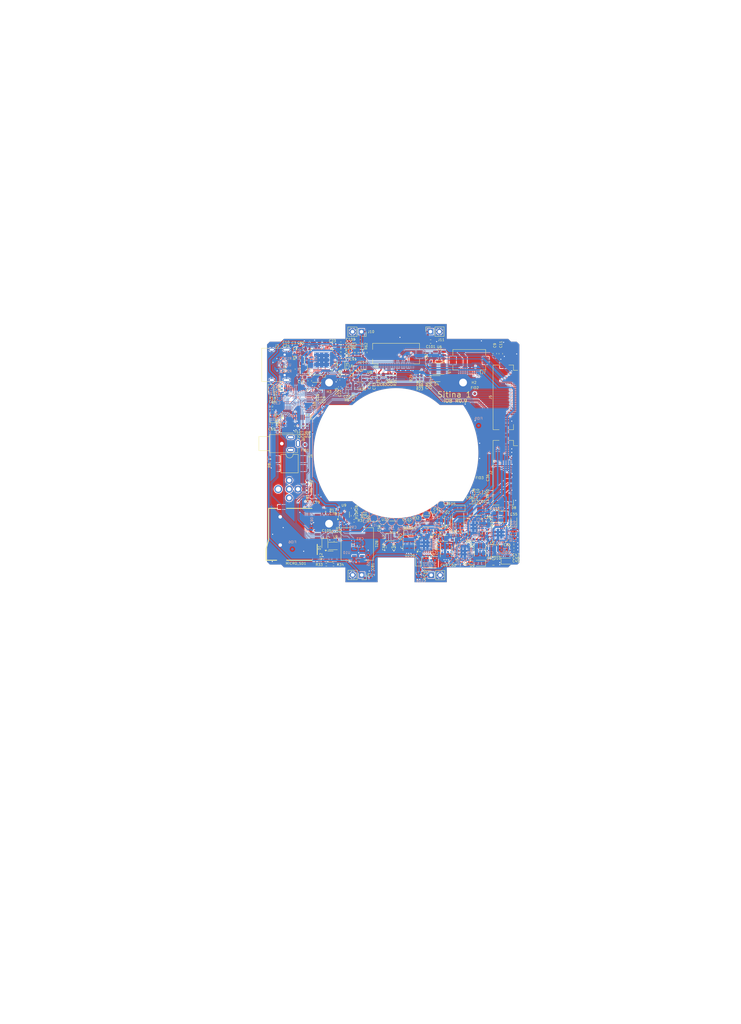
<source format=kicad_pcb>
(kicad_pcb (version 20240108) (generator "pcbnew") (generator_version "8.0")
  (title_block (title "Sitina 1") (date "2023-03-15") (rev "R0.7") (company "Copyright 2023 Wenting Zhang") (comment 2 "MERCHANTABILITY, SATISFACTORY QUALITY AND FITNESS FOR A PARTICULAR PURPOSE.") (comment 3 "This source is distributed WITHOUT ANY EXPRESS OR IMPLIED WARRANTY, INCLUDING OF") (comment 4 "This source describes Open Hardware and is licensed under the CERN-OHL-S v2."))
  (layers (0 "F.Cu" signal) (1 "In1.Cu" power) (2 "In2.Cu" mixed) (31 "B.Cu" signal) (34 "B.Paste" user) (35 "F.Paste" user) (36 "B.SilkS" user "B.Silkscreen") (37 "F.SilkS" user "F.Silkscreen") (38 "B.Mask" user) (39 "F.Mask" user) (44 "Edge.Cuts" user))
  (net 0 "")
  (net 1 "+VCCIO_SD")
  (net 2 "GND")
  (net 3 "+BATT")
  (net 4 "IPSOUT")
  (net 5 "+VSD")
  (net 6 "+3V3")
  (net 7 "/power/VINT")
  (net 8 "Net-(U1-VREF)")
  (net 9 "Net-(U1-GPIO0{slash}LDOIO0)")
  (net 10 "/power/PWRON")
  (net 11 "Net-(U2-VREG)")
  (net 12 "Net-(U3-VREG)")
  (net 13 "Net-(U1-CHSENSE)")
  (net 14 "BACKUP_CELL")
  (net 15 "+RTC")
  (net 16 "+3.3VA")
  (net 17 "Net-(C27-Pad2)")
  (net 18 "Net-(U1-LDO24IN)")
  (net 19 "Net-(C28-Pad2)")
  (net 20 "Net-(C29-Pad2)")
  (net 21 "Net-(C30-Pad2)")
  (net 22 "+1V8")
  (net 23 "Net-(U2-VREF)")
  (net 24 "Net-(U3-VREF)")
  (net 25 "-9VD")
  (net 26 "+16VA")
  (net 27 "-9VA")
  (net 28 "+8VD")
  (net 29 "Net-(U13-PSN)")
  (net 30 "/lcd/LEDA")
  (net 31 "Net-(C88-Pad2)")
  (net 32 "Net-(D4-A)")
  (net 33 "Net-(U14-PSN)")
  (net 34 "Net-(U13-VREF)")
  (net 35 "Net-(U13-CN)")
  (net 36 "Net-(R1-Pad2)")
  (net 37 "Net-(SW1-A)")
  (net 38 "Net-(U13-CP)")
  (net 39 "I2C_SDA")
  (net 40 "I2C_SCL")
  (net 41 "Net-(U14-VREF)")
  (net 42 "Net-(U6-FB)")
  (net 43 "Net-(U14-CN)")
  (net 44 "Net-(U14-CP)")
  (net 45 "+5VD")
  (net 46 "Net-(U13-FBP)")
  (net 47 "Net-(U14-FBP)")
  (net 48 "+16VD")
  (net 49 "-4VD")
  (net 50 "Net-(U13-FBN)")
  (net 51 "Net-(U14-FBN)")
  (net 52 "-15VD")
  (net 53 "Net-(U15-BS)")
  (net 54 "Net-(U15-SW)")
  (net 55 "+2VD")
  (net 56 "Net-(U15-FB)")
  (net 57 "Net-(U8-SW)")
  (net 58 "Net-(U8-BS)")
  (net 59 "Net-(C76-Pad2)")
  (net 60 "Net-(U8-FB)")
  (net 61 "Net-(D3-K)")
  (net 62 "Net-(D5-K)")
  (net 63 "Net-(D6-A)")
  (net 64 "Net-(D7-A)")
  (net 65 "Net-(D8-A)")
  (net 66 "Net-(D9-A)")
  (net 67 "Net-(D10-K)")
  (net 68 "Net-(D11-K)")
  (net 70 "MIPI_CKN")
  (net 71 "MIPI_D1N")
  (net 72 "MIPI_D1P")
  (net 74 "MIPI_CKP")
  (net 75 "MIPI_D0P")
  (net 76 "MIPI_D0N")
  (net 79 "CCD_PULSE_SYNC")
  (net 80 "USB_DN")
  (net 81 "CCD_AFE_SYNC")
  (net 82 "USB_DP")
  (net 83 "FPGA_TCK")
  (net 84 "FPGA_TDO")
  (net 85 "DCDC_EN")
  (net 86 "PWROK")
  (net 87 "FPGA_TDI")
  (net 88 "SDIO_CLK")
  (net 89 "FPGA_TMS")
  (net 90 "SDIO_DAT2")
  (net 91 "SDIO_CMD")
  (net 92 "SDIO_DAT0")
  (net 93 "PS_POR_B")
  (net 94 "SDIO_DAT1")
  (net 95 "SDIO_DAT3")
  (net 96 "GRIP_MOSI")
  (net 97 "GRIP_MISO")
  (net 98 "GRIP_CS")
  (net 99 "GRIP_SCK")
  (net 100 "Net-(U2-INBK)")
  (net 101 "Net-(U3-INBK)")
  (net 102 "Net-(U2-COMP1)")
  (net 103 "FLASH_SYNC")
  (net 104 "Net-(U3-COMP1)")
  (net 105 "PMU_IRQ")
  (net 106 "CCD_POWEREN")
  (net 107 "Net-(U2-COMP2)")
  (net 108 "Net-(U3-COMP2)")
  (net 109 "Net-(U1-LX_CHG)")
  (net 110 "Net-(U1-LX2)")
  (net 111 "Net-(U2-SS)")
  (net 112 "Net-(U3-SS)")
  (net 113 "Net-(U1-LX3)")
  (net 114 "/mcu/LED_R")
  (net 115 "/mcu/BEEPER")
  (net 116 "Net-(U2-SLEW)")
  (net 117 "Net-(U3-SLEW)")
  (net 118 "/lcd/LEDK")
  (net 119 "Net-(U2-SEQ)")
  (net 120 "Net-(U1-BIAS)")
  (net 121 "Net-(U3-SEQ)")
  (net 122 "Net-(U2-FB1)")
  (net 123 "Net-(U2-FB2)")
  (net 124 "Net-(U3-FB1)")
  (net 125 "Net-(U3-FB2)")
  (net 126 "/mcu/LED_G")
  (net 127 "EXTEN")
  (net 128 "/power/PWRLED")
  (net 137 "+5VP")
  (net 138 "Net-(J3-CC1)")
  (net 139 "Net-(BZ1-+)")
  (net 140 "Net-(J3-CC2)")
  (net 143 "LCD_EN")
  (net 144 "LCD_PWM")
  (net 145 "Net-(MICRO_SD1-CLK{slash}SCLK)")
  (net 148 "+FAN")
  (net 149 "+CCDPWR")
  (net 150 "FLASH_SYNC_S")
  (net 151 "FLASH_SYNC_T")
  (net 152 "Net-(R8-Pad2)")
  (net 153 "+3V3_LENS")
  (net 154 "Net-(U9-SET)")
  (net 155 "FAN_PWM")
  (net 156 "BODY_CS_LENS")
  (net 157 "LENS_CS_BODY")
  (net 158 "LENS_DET")
  (net 159 "FAN_EN")
  (net 160 "LENS_TXD")
  (net 161 "+5V_LENS")
  (net 162 "Net-(D1-A)")
  (net 163 "MCU_SWDIO")
  (net 164 "BODY_VD_LENS")
  (net 165 "LENS_RXD")
  (net 166 "MCU_SWCLK")
  (net 167 "Net-(D2-A)")
  (net 168 "LENS_PWR_EN")
  (net 169 "Net-(U11-SET)")
  (net 170 "Net-(U12-FB)")
  (net 172 "Net-(U4-PD0)")
  (net 173 "Net-(U4-PD1)")
  (net 174 "Net-(U4-PC14)")
  (net 175 "Net-(U4-PC15)")
  (net 176 "Net-(U4-PA11)")
  (net 177 "Net-(U4-PA12)")
  (net 178 "/mcu/BOOT0")
  (net 181 "Net-(U10-VOUT)")
  (net 182 "Net-(U10-SET)")
  (footprint "Resistor_SMD:R_0402_1005Metric" (layer "F.Cu") (at 129.1 116.7 -90)
    (property "Reference" "R8")
    (property "Value" "200R")
  )
  (footprint "Resistor_SMD:R_0402_1005Metric" (layer "F.Cu") (at 177 135.6 180)
    (property "Reference" "R31")
    (property "Value" "10K")
  )
  (footprint "Resistor_SMD:R_0402_1005Metric" (layer "F.Cu") (at 153.1 134.2 180)
    (property "Reference" "R37")
    (property "Value" "1K")
  )
  (footprint "Capacitor_SMD:C_0402_1005Metric" (layer "F.Cu") (at 149.35 87.86)
    (property "Reference" "C7")
    (property "Value" "4.7uF")
  )
  (footprint "Package_DIP:SMDIP-4_W7.62mm" (layer "F.Cu") (at 134.8 117.97)
    (property "Reference" "U5")
    (property "Value" "FODM3023")
  )
  (footprint "footprints:L_1212" (layer "F.Cu") (at 188.8 142.6 90)
    (property "Reference" "L14")
    (property "Value" "4.7uH")
  )
  (footprint "Fiducial:Fiducial_0.75mm_Mask1.5mm" (layer "F.Cu") (at 188.7 123.6 180)
    (property "Reference" "FID3")
    (property "Value" "Fiducial")
  )
  (footprint "Capacitor_SMD:C_0805_2012Metric" (layer "F.Cu") (at 165.6 141.7 -90)
    (property "Reference" "C35")
    (property "Value" "47uF")
  )
  (footprint "Resistor_SMD:R_0402_1005Metric" (layer "F.Cu") (at 185.4 139.2 180)
    (property "Reference" "R9")
    (property "Value" "12K")
  )
  (footprint "Capacitor_SMD:C_0805_2012Metric" (layer "F.Cu") (at 198.4 138 -90)
    (property "Reference" "C55")
    (property "Value" "10uF 25V")
  )
  (footprint "Capacitor_SMD:C_0402_1005Metric" (layer "F.Cu") (at 150.1 92.675 90)
    (property "Reference" "C18")
    (property "Value" "1nF")
  )
  (footprint "Inductor_SMD:L_Murata_DFE201610P" (layer "F.Cu") (at 163.2 138.78 180)
    (property "Reference" "L7")
    (property "Value" "FTC201610S4R7MBCA")
  )
  (footprint "Inductor_SMD:L_Murata_DFE201610P" (layer "F.Cu") (at 149.4 90.1 90)
    (property "Reference" "L3")
    (property "Value" "FTC201610S4R7MBCA")
  )
  (footprint "footprints:Jack_2.5mm_PJ_210A" (layer "F.Cu") (at 129.1 112.3 -90)
    (property "Reference" "J8")
    (property "Value" "AudioJack2")
  )
  (footprint "Resistor_SMD:R_0402_1005Metric" (layer "F.Cu") (at 171.1 134.9 -90)
    (property "Reference" "R32")
    (property "Value" "10K")
  )
  (footprint "Diode_SMD:D_SOD-323" (layer "F.Cu") (at 171.3775 145.3775 90)
    (property "Reference" "D6")
    (property "Value" "B0540W")
  )
  (footprint "Inductor_SMD:L_Murata_DFE201610P" (layer "F.Cu") (at 155.4 90.32)
    (property "Reference" "L6")
    (property "Value" "FTC201610S4R7MBCA")
  )
  (footprint "Resistor_SMD:R_0603_1608Metric" (layer "F.Cu") (at 137.2 88 90)
    (property "Reference" "R5")
    (property "Value" "30mR")
  )
  (footprint "Resistor_SMD:R_0402_1005Metric" (layer "F.Cu") (at 153.8 86.5 -90)
    (property "Reference" "R63")
    (property "Value" "36K")
  )
  (footprint "Resistor_SMD:R_0402_1005Metric" (layer "F.Cu") (at 152.65 132.75 -90)
    (property "Reference" "R10")
    (property "Value" "4.3K")
  )
  (footprint "Inductor_SMD:L_Murata_DFE201610P" (layer "F.Cu") (at 138.8 91.3 90)
    (property "Reference" "L1")
    (property "Value" "FTC201610S4R7MBCA")
  )
  (footprint "Inductor_SMD:L_Murata_DFE201610P" (layer "F.Cu") (at 142.6 93.9)
    (property "Reference" "L2")
    (property "Value" "FTC201610S4R7MBCA")
  )
  (footprint "Capacitor_SMD:C_0402_1005Metric" (layer "F.Cu") (at 191 139.2 -90)
    (property "Reference" "C43")
    (property "Value" "220nF")
  )
  (footprint "Capacitor_SMD:C_0402_1005Metric" (layer "F.Cu") (at 183.4 139.6)
    (property "Reference" "C44")
    (property "Value" "220nF")
  )
  (footprint "Crystal:Crystal_SMD_TXC_9HT11-2Pin_2.0x1.2mm_HandSoldering" (layer "F.Cu") (at 129.97 104.7375 90)
    (property "Reference" "Y2")
    (property "Value" "32.768K")
  )
  (footprint "Fiducial:Fiducial_0.75mm_Mask1.5mm" (layer "F.Cu") (at 187.3 98.1)
    (property "Reference" "FID2")
    (property "Value" "Fiducial")
  )
  (footprint "Capacitor_SMD:C_0603_1608Metric" (layer "F.Cu") (at 193 86.8 -90)
    (property "Reference" "C9")
    (property "Value" "22uF")
  )
  (footprint "Resistor_SMD:R_0402_1005Metric" (layer "F.Cu") (at 149.35 85.86)
    (property "Reference" "R3")
    (property "Value" "200K")
  )
  (footprint "Capacitor_SMD:C_0603_1608Metric" (layer "F.Cu") (at 153.7 96.7 -90)
    (property "Reference" "C19")
    (property "Value" "10uF")
  )
  (footprint "Resistor_SMD:R_0402_1005Metric" (layer "F.Cu") (at 139.8 125.55 -90)
    (property "Reference" "R1")
    (property "Value" "1K")
  )
  (footprint "MountingHole:MountingHole_2.2mm_M2_DIN965" (layer "F.Cu") (at 146 95)
    (property "Reference" "H3")
    (property "Value" "MountingHole")
  )
  (footprint "footprints:TFC-WPAPR-08" (layer "F.Cu") (at 135.401855 138 180)
    (property "Reference" "MICRO_SD1")
    (property "Value" "MICRO_SD(TFC-WPAPR-08)")
  )
  (footprint "Capacitor_SMD:C_0402_1005Metric" (layer "F.Cu") (at 163.7 93 -90)
    (property "Reference" "C84")
    (property "Value" "100nF")
  )
  (footprint "Capacitor_SMD:C_0402_1005Metric" (layer "F.Cu") (at 157.4 93.92 90)
    (property "Reference" "C74")
    (property "Value" "100nF")
  )
  (footprint "Capacitor_SMD:C_0805_2012Metric" (layer "F.Cu") (at 163 141.7 -90)
    (property "Reference" "C62")
    (property "Value" "47uF")
  )
  (footprint "Package_TO_SOT_SMD:TSOT-23-6" (layer "F.Cu") (at 154.8 93.32)
    (property "Reference" "U8")
    (property "Value" "SY8120")
  )
  (footprint "Package_TO_SOT_SMD:SOT-23-6" (layer "F.Cu") (at 146.375 144.3)
    (property "Reference" "U12")
    (property "Value" "SY7208")
  )
  (footprint "Capacitor_SMD:C_0603_1608Metric" (layer "F.Cu") (at 142.3 96.6 90)
    (property "Reference" "C14")
    (property "Value" "10uF")
  )
  (footprint "Resistor_SMD:R_0402_1005Metric" (layer "F.Cu") (at 139.8 123.3 -90)
    (property "Reference" "R2")
    (property "Value" "1K")
  )
  (footprint "Capacitor_SMD:C_0402_1005Metric" (layer "F.Cu") (at 129.97 102.3375)
    (property "Reference" "C66")
    (property "Value" "18pF")
  )
  (footprint "Resistor_SMD:R_0402_1005Metric" (layer "F.Cu") (at 130.9 96.41 -90)
    (property "Reference" "R35")
    (property "Value" "200R")
  )
  (footprint "Capacitor_SMD:C_0603_1608Metric" (layer "F.Cu") (at 151.1 95.9 180)
    (property "Reference" "C20")
    (property "Value" "10uF")
  )
  (footprint "Capacitor_SMD:C_0402_1005Metric" (layer "F.Cu") (at 139.1 89.2)
    (property "Reference" "C24")
    (property "Value" "4.7uF")
  )
  (footprint "Resistor_SMD:R_0402_1005Metric" (layer "F.Cu") (at 171.7 94.1)
    (property "Reference" "R23")
    (property "Value" "10K")
  )
  (footprint "Buzzer_Beeper:Buzzer_Murata_PKMCS0909E" (layer "F.Cu") (at 154 140.745201 -90)
    (property "Reference" "BZ1")
    (property "Value" "Buzzer")
  )
  (footprint "Capacitor_SMD:C_0805_2012Metric" (layer "F.Cu") (at 171.4 149 -90)
    (property "Reference" "C40")
    (property "Value" "10uF 25V")
  )
  (footprint "MountingHole:MountingHole_2.2mm_M2_DIN965" (layer "F.Cu") (at 184 95)
    (property "Reference" "H2")
    (property "Value" "MountingHole")
  )
  (footprint "Connector_PinSocket_2.54mm:PinSocket_1x02_P2.54mm_Vertical" (layer "F.Cu") (at 174.75 80.575 90)
    (property "Reference" "J11")
    (property "Value" "2.54mm pitch")
  )
  (footprint "footprints:L_1212" (layer "F.Cu") (at 193.4 142.6)
    (property "Reference" "L15")
    (property "Value" "4.7uH")
  )
  (footprint "Capacitor_SMD:C_0603_1608Metric" (layer "F.Cu") (at 151.4 92.975 90)
    (property "Reference" "C17")
    (property "Value" "10uF")
  )
  (footprint "Resistor_SMD:R_0402_1005Metric" (layer "F.Cu") (at 179.2 137.4 180)
    (property "Reference" "R11")
    (property "Value" "10K")
  )
  (footprint "Capacitor_SMD:C_0402_1005Metric" (layer "F.Cu") (at 162.7 93 -90)
    (property "Reference" "C83")
    (property "Value" "100nF")
  )
  (footprint "Capacitor_SMD:C_0603_1608Metric" (layer "F.Cu") (at 196.6 143 90)
    (property "Reference" "C56")
    (property "Value" "10uF")
  )
  (footprint "Capacitor_SMD:C_0603_1608Metric" (layer "F.Cu") (at 140.55 94.51 90)
    (property "Reference" "C16")
    (property "Value" "10uF")
  )
  (footprint "Resistor_SMD:R_0402_1005Metric" (layer "F.Cu") (at 164.7 93 -90)
    (property "Reference" "R21")
    (property "Value" "10K")
  )
  (footprint "Capacitor_SMD:C_0603_1608Metric" (layer "F.Cu") (at 138.3 93.5)
    (property "Reference" "C13")
    (property "Value" "10uF")
  )
  (footprint "Capacitor_SMD:C_0402_1005Metric" (layer "F.Cu") (at 184 137.6 -90)
    (property "Reference" "C28")
    (property "Value" "47nF")
  )
  (footprint "Capacitor_SMD:C_0402_1005Metric" (layer "F.Cu") (at 189.4 139.4 180)
    (property "Reference" "C30")
    (property "Value" "47nF")
  )
  (footprint "Capacitor_SMD:C_0402_1005Metric" (layer "F.Cu") (at 141.9 99.4 -90)
    (property "Reference" "C68")
    (property "Value" "100nF")
  )
  (footprint "Connector_PinSocket_2.54mm:PinSocket_1x02_P2.54mm_Vertical" (layer "F.Cu") (at 174.95 149.575 90)
    (property "Reference" "J6")
    (property "Value" "2.54mm pitch")
  )
  (footprint "Capacitor_SMD:C_0402_1005Metric" (layer "F.Cu") (at 175.6 137 180)
    (property "Reference" "C37")
    (property "Value" "2.2uF")
  )
  (footprint "Capacitor_SMD:C_0402_1005Metric" (layer "F.Cu") (at 139.1 88.2 180)
    (property "Reference" "C10")
    (property "Value" "100nF")
  )
  (footprint "Connector_PinSocket_2.54mm:PinSocket_1x02_P2.54mm_Vertical" (layer "F.Cu") (at 155.25 149.525 -90)
    (property "Reference" "J4")
    (property "Value" "2.54mm pitch")
  )
  (footprint "Resistor_SMD:R_0402_1005Metric" (layer "F.Cu") (at 147.26 146.6 180)
    (property "Reference" "R34")
    (property "Value" "30K")
  )
  (footprint "Capacitor_SMD:C_0402_1005Metric" (layer "F.Cu") (at 171.7 93.1 180)
    (property "Reference" "C88")
    (property "Value" "220nF")
  )
  (footprint "Capacitor_SMD:C_0402_1005Metric" (layer "F.Cu") (at 137.6 107.3 -90)
    (property "Reference" "C67")
    (property "Value" "100nF")
  )
  (footprint "Capacitor_SMD:C_0805_2012Metric" (layer "F.Cu") (at 177.4 133.2 90)
    (property "Reference" "C42")
    (property "Value" "10uF 25V")
  )
  (footprint "Capacitor_SMD:C_0402_1005Metric" (layer "F.Cu") (at 136.57 107.3375 -90)
    (property "Reference" "C64")
    (property "Value" "18pF")
  )
  (footprint "Resistor_SMD:R_0402_1005Metric" (layer "F.Cu") (at 152.8 86.5 90)
    (property "Reference" "R64")
    (property "Value" "10K")
  )
  (footprint "Capacitor_SMD:C_0603_1608Metric" (layer "F.Cu") (at 144 83.8)
    (property "Reference" "C85")
    (property "Value" "10uF")
  )
  (footprint "Capacitor_SMD:C_0603_1608Metric" (layer "F.Cu") (at 145.625 138.2 180)
    (property "Reference" "C105")
    (property "Value" "10uF")
  )
  (footprint "footprints:L_1212" (layer "F.Cu") (at 182.6 134 -90)
    (property "Reference" "L10")
    (property "Value" "4.7uH")
  )
  (footprint "footprints:L_1212" (layer "F.Cu") (at 177.0375 91.05)
    (property "Reference" "L5")
    (property "Value" "22uH")
  )
  (footprint "footprints:VQFN-24-1EP_4x4mm_P0.5mm_EP2.45x2.45mm_0.3ThermalVias" (layer "F.Cu") (at 194.37 137.835 -90)
    (property "Reference" "U13")
    (property "Value" "TPS65130RGE")
  )
  (footprint "Resistor_SMD:R_0402_1005Metric" (layer "F.Cu") (at 187.4 139.4 180)
    (property "Reference" "R13")
    (property "Value" "12K")
  )
  (footprint "Package_TO_SOT_SMD:SOT-23-5" (layer "F.Cu") (at 173.8 134.3)
    (property "Reference" "U11")
    (property "Value" "MT9700")
  )
  (footprint "footprints:VQFN-24-1EP_4x4mm_P0.5mm_EP2.45x2.45mm_0.3ThermalVias" (layer "F.Cu") (at 184 143.2 180)
    (property "Reference" "U14")
    (property "Value" "TPS65130RGE")
  )
  (footprint "Package_TO_SOT_SMD:SOT-23-5" (layer "F.Cu") (at 177.3375 87.25 180)
    (property "Reference" "U6")
    (property "Value" "CAT4139")
  )
  (footprint "Capacitor_SMD:C_0402_1005Metric" (layer "F.Cu") (at 149.35 86.86)
    (property "Reference" "C5")
    (property "Value" "220nF")
  )
  (footprint "Capacitor_SMD:C_0603_1608Metric" (layer "F.Cu") (at 194.7 86.825 90)
    (property "Reference" "C11")
    (property "Value" "10uF")
  )
  (footprint "Capacitor_SMD:C_0402_1005Metric" (layer "F.Cu") (at 147.425 139.6)
    (property "Reference" "C104")
    (property "Value" "100nF")
  )
  (footprint "Capacitor_SMD:C_0603_1608Metric" (layer "F.Cu") (at 158.8 93.52 -90)
    (property "Reference" "C73")
    (property "Value" "10uF")
  )
  (footprint "Capacitor_SMD:C_0805_2012Metric" (layer "F.Cu") (at 173.7 93.2525 -90)
    (property "Reference" "C89")
    (property "Value" "10uF 25V")
  )
  (footprint "MountingHole:MountingHole_2.2mm_M2_DIN965" (layer "F.Cu") (at 146 135)
    (property "Reference" "H1")
    (property "Value" "MountingHole")
  )
  (footprint "footprints:Hirose_FH12-20S-0.5SH_1x20-1MP_P0.50mm_Horizontal_Reversed" (layer "F.Cu") (at 165 88.4 180)
    (property "Reference" "J1")
    (property "Value" "~")
  )
  (footprint "Resistor_SMD:R_0402_1005Metric" (layer "F.Cu") (at 171.71 92.08)
    (property "Reference" "R22")
    (property "Value" "30K")
  )
  (footprint "footprints:TM-007-D1-X" (layer "F.Cu") (at 134.7 125.2 -90)
    (property "Reference" "SW1")
    (property "Value" "SW_Push_LED")
  )
  (footprint "Capacitor_SMD:C_0603_1608Metric" (layer "F.Cu") (at 155.25143 88.345 180)
    (property "Reference" "C91")
    (property "Value" "22uF")
  )
  (footprint "Resistor_SMD:R_0402_1005Metric" (layer "F.Cu") (at 191 137.2 90)
    (property "Reference" "R50")
    (property "Value" "100")
  )
  (footprint "Connector_FFC-FPC:Hirose_FH12-12S-0.5SH_1x12-1MP_P0.50mm_Horizontal" (layer "F.Cu") (at 185.75 90.15 180)
    (property "Reference" "J7")
    (property "Value" "0.5mm Bottom Contact")
  )
  (footprint "Resistor_SMD:R_0402_1005Metric" (layer "F.Cu") (at 158.1 134.31 -90)
    (property "Reference" "R61")
    (property "Value" "220K")
  )
  (footprint "Capacitor_SMD:C_0402_1005Metric" (layer "F.Cu") (at 165.2 138.78 90)
    (property "Reference" "C60")
    (property "Value" "100nF")
  )
  (footprint "Capacitor_SMD:C_0603_1608Metric" (layer "F.Cu") (at 174.8 83.4 180)
    (property "Reference" "C101")
    (property "Value" "22uF")
  )
  (footprint "Resistor_SMD:R_0402_1005Metric" (layer "F.Cu") (at 145.21 146.6 180)
    (property "Reference" "R33")
    (property "Value" "220K")
  )
  (footprint "footprints:L_1212" (layer "F.Cu") (at 174.8 145.9)
    (property "Reference" "L4")
    (property "Value" "4.7uH")
  )
  (footprint "Connector_FFC-FPC:Hirose_FH12-30S-0.5SH_1x30-1MP_P0.50mm_Horizontal" (layer "F.Cu") (at 197 120.55 -90)
    (property "Reference" "J2")
    (property "Value" "0.5mm Bottom Contact")
  )
  (footprint "Capacitor_SMD:C_0603_1608Metric" (layer "F.Cu") (at 168.7 135 180)
    (property "Reference" "C102")
    (property "Value" "22uF")
  )
  (footprint "Capacitor_SMD:C_0402_1005Metric" (layer "F.Cu") (at 145.030097 132.099998)
    (property "Reference" "C78")
    (property "Value" "18pF")
  )
  (footprint "Fiducial:Fiducial_0.75mm_Mask1.5mm" (layer "F.Cu") (at 139.2 112.6)
    (property "Reference" "FID1")
    (property "Value" "Fiducial")
  )
  (footprint "Capacitor_SMD:C_0402_1005Metric" (layer "F.Cu") (at 154.8 86.5 -90)
    (property "Reference" "C77")
    (property "Value" "18pF")
  )
  (footprint "Capacitor_SMD:C_0402_1005Metric" (layer "F.Cu") (at 174.6 87.6 -90)
    (property "Reference" "C87")
    (property "Value" "100nF")
  )
  (footprint "Resistor_SMD:R_0402_1005Metric" (layer "F.Cu") (at 155.5 95.7)
    (property "Reference" "R30")
    (property "Value" "10K")
  )
  (footprint "Inductor_SMD:L_Murata_DFE201610P" (layer "F.Cu") (at 147.125 141.3 180)
    (property "Reference" "L9")
    (property "Value" "FTC201610S4R7MBCA")
  )
  (footprint "Diode_SMD:D_SOD-323" (layer "F.Cu") (at 198.4 134.355 90)
    (property "Reference" "D8")
    (property "Value" "B0540W")
  )
  (footprint "footprints:L_1212" (layer "F.Cu") (at 179.2 142.8 90)
    (property "Reference" "L16")
    (property "Value" "4.7uH")
  )
  (footprint "Capacitor_SMD:C_0402_1005Metric" (layer "F.Cu") (at 180 145.9 180)
    (property "Reference" "C49")
    (property "Value" "4.7nF")
  )
  (footprint "Package_CSP:LFCSP-20-1EP_4x4mm_P0.5mm_EP2.6x2.6mm_ThermalVias" (layer "F.Cu") (at 173.4 140.8 90)
    (property "Reference" "U2")
    (property "Value" "ADP5071ACPZ")
  )
  (footprint "Diode_SMD:D_SOD-323" (layer "F.Cu") (at 144.825 140.8 -90)
    (property "Reference" "D1")
    (property "Value" "B0530WS")
  )
  (footprint "Connector_USB:USB_C_Receptacle_HRO_TYPE-C-31-M-12" (layer "F.Cu") (at 130.805 90 -90)
    (property "Reference" "J3")
    (property "Value" "USB_C_Receptacle_USB2.0")
  )
  (footprint "LED_SMD:LED_0603_1608Metric" (layer "F.Cu") (at 129.45 97.01 -90)
    (property "Reference" "D2")
    (property "Value" "LED")
  )
  (footprint "Capacitor_SMD:C_0603_1608Metric" (layer "F.Cu") (at 182 138.4)
    (property "Reference" "C58")
    (property "Value" "10uF")
  )
  (footprint "Capacitor_SMD:C_0402_1005Metric" (layer "F.Cu") (at 153.4 90.32 -90)
    (property "Reference" "C75")
    (property "Value" "100nF")
  )
  (footprint "Resistor_SMD:R_0402_1005Metric" (layer "F.Cu") (at 130 101.3)
    (property "Reference" "R18")
    (property "Value" "10K")
  )
  (footprint "Resistor_SMD:R_0402_1005Metric" (layer "F.Cu") (at 170.2 93.7 90)
    (property "Reference" "R24")
    (property "Value" "1K")
  )
  (footprint "Capacitor_SMD:C_0402_1005Metric" (layer "F.Cu") (at 149.025 96.2 90)
    (property "Reference" "C22")
    (property "Value" "100nF")
  )
  (footprint "Capacitor_SMD:C_0402_1005Metric" (layer "F.Cu") (at 198.4 141.4)
    (property "Reference" "C46")
    (property "Value" "4.7nF")
  )
  (footprint "Package_TO_SOT_SMD:SOT-23-5" (layer "F.Cu") (at 150.225 132.4125 90)
    (property "Reference" "U9")
    (property "Value" "MT9700")
  )
  (footprint "Resistor_SMD:R_0402_1005Metric" (layer "F.Cu") (at 152.7 130.6 90)
    (property "Reference" "R28")
    (property "Value" "10K")
  )
  (footprint "footprints:QFN-48-1EP_6x6mm_P0.4mm_EP4.3x4.3mm_ThermalVias" (layer "F.Cu") (at 143.9 88.610001 90)
    (property "Reference" "U1" (hide yes))
    (property "Value" "AXP209")
  )
  (footprint "Capacitor_SMD:C_0402_1005Metric" (layer "F.Cu") (at 139.8 107.31 90)
    (property "Reference" "C76")
    (property "Value" "220nF")
  )
  (footprint "Capacitor_SMD:C_0402_1005Metric" (layer "F.Cu") (at 146.95 84.06 180)
    (property "Reference" "C23")
    (property "Value" "4.7uF")
  )
  (footprint "Resistor_SMD:R_0603_1608Metric" (layer "F.Cu") (at 151.1 97.5 180)
    (property "Reference" "R6")
    (property "Value" "1")
  )
  (footprint "Connector_PinSocket_2.54mm:PinSocket_1x02_P2.54mm_Vertical" (layer "F.Cu") (at 155.2 80.6 -90)
    (property "Reference" "J10")
    (property "Value" "2.54mm pitch")
  )
  (footprint "Diode_SMD:D_SOD-323" (layer "F.Cu") (at 168.8 137.4)
    (property "Reference" "D3")
    (property "Value" "B0540W")
  )
  (footprint "Capacitor_SMD:C_0603_1608Metric" (layer "F.Cu") (at 158.4 149.6 -90)
    (property "Reference" "C81")
    (property "Value" "22uF")
  )
  (footprint "Capacitor_SMD:C_0603_1608Metric" (layer "F.Cu") (at 140.5 83.8 180)
    (property "Reference" "C3")
    (property "Value" "10uF")
  )
  (footprint "Resistor_SMD:R_0402_1005Metric" (layer "F.Cu") (at 181.4 139.6 180)
    (property "Reference" "R51")
    (property "Value" "100")
  )
  (footprint "Diode_SMD:D_SOD-323" (layer "F.Cu") (at 176.4725 93.9)
    (property "Reference" "D4")
    (property "Value" "B0540W")
  )
  (footprint "Capacitor_SMD:C_0402_1005Metric" (layer "F.Cu") (at 149.35 84.86)
    (property "Reference" "C6")
    (property "Value" "4.7uF")
  )
  (footprint "Capacitor_SMD:C_0402_1005Metric" (layer "F.Cu") (at 198.4 142.4)
    (property "Reference" "C45")
    (property "Value" "220nF")
  )
  (footprint "Capacitor_SMD:C_0603_1608Metric" (layer "F.Cu") (at 142 127.4)
    (property "Reference" "C79")
    (property "Value" "22uF")
  )
  (footprint "Capacitor_SMD:C_0603_1608Metric" (layer "F.Cu") (at 154.9 83.3)
    (property "Reference" "C100")
    (property "Value" "22uF")
  )
  (footprint "footprints:L_1212" (layer "F.Cu") (at 168.6 141 90)
    (property "Reference" "L11" (hide yes))
    (property "Value" "4.7uH")
  )
  (footprint "footprints:L_1212" (layer "F.Cu") (at 194.6 133 180)
    (property "Reference" "L13")
    (property "Value" "4.7uH")
  )
  (footprint "Capacitor_SMD:C_0805_2012Metric" (layer "F.Cu") (at 192.6 146)
    (property "Reference" "C57")
    (property "Value" "10uF 25V")
  )
  (footprint "Diode_SMD:D_SOD-323" (layer "F.Cu") (at 178.6225 139.1775)
    (property "Reference" "D11")
    (property "Value" "B0540W")
  )
  (footprint "Resistor_SMD:R_0402_1005Metric" (layer "F.Cu") (at 138.7 107.31 90)
    (property "Reference" "R36")
    (property "Value" "30K")
  )
  (footprint "Diode_SMD:D_SOD-323" (layer "F.Cu") (at 182.955 130.6 180)
    (property "Reference" "D5")
    (property "Value" "B0540W")
  )
  (footprint "Capacitor_SMD:C_0805_2012Metric" (layer "F.Cu") (at 191 131 90)
    (property "Reference" "C36")
    (property "Value" "47uF")
  )
  (footprint "Capacitor_SMD:C_0402_1005Metric" (layer "F.Cu") (at 161.2 135.3 -90)
    (property "Reference" "C59")
    (property "Value" "100nF")
  )
  (footprint "Capacitor_SMD:C_0402_1005Metric" (layer "F.Cu") (at 143.6 97.1 90)
    (property "Reference" "C15")
    (property "Value" "1nF")
  )
  (footprint "Capacitor_SMD:C_0402_1005Metric" (layer "F.Cu") (at 191 134.4 -90)
    (property "Reference" "C26")
    (property "Value" "2.2uF")
  )
  (footprint "Capacitor_SMD:C_0402_1005Metric" (layer "F.Cu") (at 198.4 140.4)
    (property "Reference" "C47")
    (property "Value" "10nF")
  )
  (footprint "Capacitor_SMD:C_0603_1608Metric" (layer "F.Cu") (at 161.4 93.5 90)
    (property "Reference" "C82")
    (property "Value" "10uF")
  )
  (footprint "Diode_SMD:D_SOD-323" (layer "F.Cu") (at 196.4 145.6)
    (property "Reference" "D10")
    (property "Value" "B0540W")
  )
  (footprint "Capacitor_SMD:C_0402_1005Metric" (layer "F.Cu") (at 131.37 108.5375 90)
    (property "Reference" "C63")
    (property "Value" "18pF")
  )
  (footprint "footprints:L_1212" (layer "F.Cu") (at 187.4 131 180)
    (property "Reference" "L12")
    (property "Value" "4.7uH")
  )
  (footprint "Capacitor_SMD:C_0603_1608Metric" (layer "F.Cu") (at 138.55 85.46)
    (property "Reference" "C1")
    (property "Value" "22uF")
  )
  (footprint "Capacitor_SMD:C_0402_1005Metric" (layer "F.Cu") (at 159.1 134.31 90)
    (property "Reference" "C61")
    (property "Value" "22pF")
  )
  (footprint "Capacitor_SMD:C_0402_1005Metric" (layer "F.Cu") (at 183.2 146.6 180)
    (property "Reference" "C50")
    (property "Value" "10nF")
  )
  (footprint "Resistor_SMD:R_0402_1005Metric" (layer "F.Cu") (at 160.1 134.3 90)
    (property "Reference" "R60")
    (property "Value" "510K")
  )
  (footprint "Resistor_SMD:R_0402_1005Metric" (layer "F.Cu") (at 145.030097 131.1 180)
    (property "Reference" "R17")
    (property "Value" "22")
  )
  (footprint "Capacitor_SMD:C_0603_1608Metric" (layer "F.Cu") (at 173.9 90 90)
    (property "Reference" "C86")
    (property "Value" "10uF")
  )
  (footprint "Resistor_SMD:R_0402_1005Metric" (layer "F.Cu") (at 156.4 86.5 -90)
    (property "Reference" "R62")
    (property "Value" "30K")
  )
  (footprint "Capacitor_SMD:C_0402_1005Metric" (layer "F.Cu") (at 148.7 94.3 90)
    (property "Reference" "C25")
    (property "Value" "4.7uF")
  )
  (footprint "Package_CSP:LFCSP-20-1EP_4x4mm_P0.5mm_EP2.6x2.6mm_ThermalVias" (layer "F.Cu") (at 187.4 135.8)
    (property "Reference" "U3")
    (property "Value" "ADP5071ACPZ")
  )
  (footprint "Package_QFP:LQFP-48_7x7mm_P0.5mm" (layer "F.Cu") (at 136.2 100.7 90)
    (property "Reference" "U4")
    (property "Value" "STM32F103C8Tx")
  )
  (footprint "Diode_SMD:D_SOD-323" (layer "F.Cu") (at 179.5775 133.7775 90)
    (property "Reference" "D7")
    (property "Value" "B0540W")
  )
  (footprint "Capacitor_SMD:C_0805_2012Metric" (layer "F.Cu") (at 179.4 130.5 180)
    (property "Reference" "C39")
    (property "Value" "10uF 25V")
  )
  (footprint "Oscillator:Oscillator_SMD_Abracon_ASE-4Pin_3.2x2.5mm" (layer "F.Cu") (at 133.97 107.7375)
    (property "Reference" "Y1")
    (property "Value" "8MHz")
  )
  (footprint "Diode_SMD:D_SOD-323" (layer "F.Cu") (at 188.755 146.2 180)
    (property "Reference" "D9")
    (property "Value" "B0540W")
  )
  (footprint "Connector_FFC-FPC:Hirose_FH12-30S-0.5SH_1x30-1MP_P0.50mm_Horizontal" (layer "F.Cu") (at 197 99.2 -90)
    (property "Reference" "J5")
    (property "Value" "0.5mm Bottom Contact")
  )
  (footprint "Package_TO_SOT_SMD:TSOT-23-6" (layer "F.Cu") (at 164 135.78 180)
    (property "Reference" "U15")
    (property "Value" "SY8120")
  )
  (footprint "Capacitor_SMD:C_0805_2012Metric" (layer "F.Cu") (at 172.2 137)
    (property "Reference" "C41")
    (property "Value" "10uF 25V")
  )
  (footprint "Capacitor_SMD:C_0402_1005Metric" (layer "F.Cu") (at 149.35 83.86)
    (property "Reference" "C4")
    (property "Value" "4.7uF")
  )
  (footprint "Resistor_SMD:R_0402_1005Metric" (layer "F.Cu") (at 160.1 93 -90)
    (property "Reference" "R25")
    (property "Value" "7.5")
  )
  (footprint "Capacitor_SMD:C_0603_1608Metric" (layer "F.Cu") (at 136.9 91.2 90)
    (property "Reference" "C12")
    (property "Value" "10uF")
  )
  (footprint "Capacitor_SMD:C_0402_1005Metric" (layer "F.Cu") (at 129.97 107.1375)
    (property "Reference" "C65")
    (property "Value" "18pF")
  )
  (footprint "Capacitor_SMD:C_0402_1005Metric" (layer "B.Cu") (at 197.6 137.2 -90)
    (property "Reference" "C51")
    (property "Value" "22pF")
  )
  (footprint "Resistor_SMD:R_0402_1005Metric" (layer "B.Cu") (at 177.6 140.2)
    (property "Reference" "R12")
    (property "Value" "12K")
  )
  (footprint "Fiducial:Fiducial_0.75mm_Mask1.5mm" (layer "B.Cu") (at 152 86.1 180)
    (property "Reference" "FID4")
    (property "Value" "Fiducial")
  )
  (footprint "Fiducial:Fiducial_0.75mm_Mask1.5mm" (layer "B.Cu") (at 135.6 142.2 180)
    (property "Reference" "FID6")
    (property "Value" "Fiducial")
  )
  (footprint "footprints:YTC1P-4520" (layer "B.Cu") (at 156.375 132.5 180)
    (property "Reference" "J12")
    (property "Value" "LensMount")
  )
  (footprint "footprints:YTC1P-4520" (layer "B.Cu") (at 158.725 133.475 180)
    (property "Reference" "J13")
    (property "Value" "LensMount")
  )
  (footprint "Fiducial:Fiducial_0.75mm_Mask1.5mm" (layer "B.Cu") (at 188.4 107.2 180)
    (property "Reference" "FID5")
    (property "Value" "Fiducial")
  )
  (footprint "Capacitor_SMD:C_0402_1005Metric" (layer "B.Cu") (at 177.6 139.2)
    (property "Reference" "C29")
    (property "Value" "47nF")
  )
  (footprint "Capacitor_SMD:C_0805_2012Metric" (layer "B.Cu") (at 189.9 133.9 -90)
    (property "Reference" "C2")
    (property "Value" "47uF")
  )
  (footprint "Capacitor_SMD:C_0402_1005Metric" (layer "B.Cu") (at 141 136.22 90)
    (property "Reference" "C80")
    (property "Value" "100nF")
  )
  (footprint "Capacitor_SMD:C_0402_1005Metric" (layer "B.Cu") (at 130.38 104.4 180)
    (property "Reference" "C31")
    (property "Value" "100nF")
  )
  (footprint "Resistor_SMD:R_0402_1005Metric" (layer "B.Cu") (at 196.4 142.4 180)
    (property "Reference" "R52")
    (property "Value" "82K")
  )
  (footprint "Resistor_SMD:R_0402_1005Metric" (layer "B.Cu") (at 153.7 145.6 180)
    (property "Reference" "R27")
    (property "Value" "10K")
  )
  (footprint "Resistor_SMD:R_0402_1005Metric" (layer "B.Cu") (at 175 144.8 -90)
    (property "Reference" "R42")
    (property "Value" "27K")
  )
  (footprint "Capacitor_SMD:C_0805_2012Metric" (layer "B.Cu") (at 188.8 141.2)
    (property "Reference" "C32")
    (property "Value" "47uF")
  )
  (footprint "Resistor_SMD:R_0402_1005Metric" (layer "B.Cu") (at 131.8 98.1 180)
    (property "Reference" "R29")
    (property "Value" "1.5K")
  )
  (footprint "Capacitor_SMD:C_0402_1005Metric" (layer "B.Cu") (at 141.05 88.36 90)
    (property "Reference" "C21")
    (property "Value" "100nF")
  )
  (footprint "Capacitor_SMD:C_0603_1608Metric" (layer "B.Cu") (at 136.2 86.4 -90)
    (property "Reference" "C90")
    (property "Value" "10uF")
  )
  (footprint "Resistor_SMD:R_0402_1005Metric" (layer "B.Cu") (at 198.6 139.2 -90)
    (property "Reference" "R57")
    (property "Value" "220K")
  )
  (footprint "Capacitor_SMD:C_0402_1005Metric" (layer "B.Cu") (at 180.2 142 180)
    (property "Reference" "C54")
    (property "Value" "DNP")
  )
  (footprint "Resistor_SMD:R_0402_1005Metric" (layer "B.Cu") (at 187.8 139.6)
    (property "Reference" "R16")
    (property "Value" "DNP")
  )
  (footprint "Resistor_SMD:R_0402_1005Metric" (layer "B.Cu") (at 198.6 137.2 -90)
    (property "Reference" "R56")
    (property "Value" "680K")
  )
  (footprint "Resistor_SMD:R_0402_1005Metric" (layer "B.Cu") (at 183.2 135.2 180)
    (property "Reference" "R41")
    (property "Value" "DNP")
  )
  (footprint "Package_TO_SOT_SMD:SOT-23-5" (layer "B.Cu") (at 154.282382 143.215 180)
    (property "Reference" "U10")
    (property "Value" "MT9700")
  )
  (footprint "Resistor_SMD:R_0402_1005Metric" (layer "B.Cu") (at 177.6 141.2)
    (property "Reference" "R15")
    (property "Value" "DNP")
  )
  (footprint "Resistor_SMD:R_0402_1005Metric" (layer "B.Cu") (at 177.6 142.2)
    (property "Reference" "R7")
    (property "Value" "12K")
  )
  (footprint "Resistor_SMD:R_0402_1005Metric" (layer "B.Cu") (at 177 137.5 90)
    (property "Reference" "R47")
    (property "Value" "270K")
  )
  (footprint "Resistor_SMD:R_0402_1005Metric" (layer "B.Cu") (at 183.6 145.8 -90)
    (property "Reference" "R59")
    (property "Value" "22K")
  )
  (footprint "Capacitor_SMD:C_0402_1005Metric" (layer "B.Cu") (at 186.4 145.8 90)
    (property "Reference" "C52")
    (property "Value" "22pF")
  )
  (footprint "Capacitor_SMD:C_0805_2012Metric" (layer "B.Cu") (at 188.8 143.3)
    (property "Reference" "C70")
    (property "Value" "47uF")
  )
  (footprint "Capacitor_SMD:C_0805_2012Metric" (layer "B.Cu") (at 194.8 133 -90)
    (property "Reference" "C72")
    (property "Value" "47uF")
  )
  (footprint "Resistor_SMD:R_0402_1005Metric" (layer "B.Cu") (at 183.2 137.2 180)
    (property "Reference" "R48")
    (property "Value" "270K")
  )
  (footprint "Capacitor_SMD:C_0402_1005Metric" (layer "B.Cu") (at 180.2 144 180)
    (property "Reference" "C48")
    (property "Value" "220nF")
  )
  (footprint "footprints:YTC1P-4520" (layer "B.Cu") (at 161.2 134.125 180)
    (property "Reference" "J14")
    (property "Value" "LensMount")
  )
  (footprint "Capacitor_SMD:C_0402_1005Metric" (layer "B.Cu") (at 173.7 137.3 180)
    (property "Reference" "C8")
    (property "Value" "2.2uF")
  )
  (footprint "Capacitor_SMD:C_0402_1005Metric" (layer "B.Cu") (at 177.6 143.2)
    (property "Reference" "C27")
    (property "Value" "47nF")
  )
  (footprint "Resistor_SMD:R_0402_1005Metric" (layer "B.Cu") (at 183.2 138.2 180)
    (property "Reference" "R44")
    (property "Value" "30K")
  )
  (footprint "footprints:YTC1P-4520" (layer "B.Cu") (at 166.275 134.475 180)
    (property "Reference" "J16")
    (property "Value" "LensMount")
  )
  (footprint "Resistor_SMD:R_0402_1005Metric" (layer "B.Cu") (at 180.2 141 180)
    (property "Reference" "R55")
    (property "Value" "270K")
  )
  (footprint "footprints:YTC1P-4520" (layer "B.Cu") (at 175.825 131.2 180)
    (property "Reference" "J20")
    (property "Value" "LensMount")
  )
  (footprint "Package_TO_SOT_SMD:SOT-666" (layer "B.Cu") (at 132.2 90 180)
    (property "Reference" "U7")
    (property "Value" "USBLC6-2P6")
  )
  (footprint "Capacitor_SMD:C_0402_1005Metric" (layer "B.Cu") (at 133.4 106.6 -90)
    (property "Reference" "C92")
    (property "Value" "100nF")
  )
  (footprint "Capacitor_SMD:C_0805_2012Metric" (layer "B.Cu") (at 169.8 140.4 -90)
    (property "Reference" "C34")
    (property "Value" "47uF")
  )
  (footprint "Capacitor_SMD:C_0603_1608Metric" (layer "B.Cu") (at 131.2 99.5 180)
    (property "Reference" "C33")
    (property "Value" "10uF")
  )
  (footprint "Capacitor_SMD:C_0603_1608Metric" (layer "B.Cu") (at 172.1 149.7)
    (property "Reference" "C108")
    (property "Value" "22uF")
  )
  (footprint "Resistor_SMD:R_0402_1005Metric" (layer "B.Cu") (at 189.4 138.8 -90)
    (property "Reference" "R49")
    (property "Value" "270K")
  )
  (footprint "Resistor_SMD:R_0402_1005Metric" (layer "B.Cu") (at 176 137.5 90)
    (property "Reference" "R43")
    (property "Value" "22K")
  )
  (footprint "Resistor_SMD:R_0402_1005Metric" (layer "B.Cu") (at 174 144.8 -90)
    (property "Reference" "R38")
    (property "Value" "DNP")
  )
  (footprint "footprints:YTC1P-4520" (layer "B.Cu") (at 171.275 133.475 180)
    (property "Reference" "J18")
    (property "Value" "LensMount")
  )
  (footprint "Capacitor_SMD:C_0603_1608Metric" (layer "B.Cu") (at 154.8 140.5 180)
    (property "Reference" "C93")
    (property "Value" "22uF")
  )
  (footprint "Resistor_SMD:R_0402_1005Metric" (layer "B.Cu") (at 176 144.8 -90)
    (property "Reference" "R46")
    (property "Value" "510K")
  )
  (footprint "Capacitor_SMD:C_0805_2012Metric" (layer "B.Cu") (at 167.7 140.4 -90)
    (property "Reference" "C71")
    (property "Value" "47uF")
  )
  (footprint "Resistor_SMD:R_0402_1005Metric" (layer "B.Cu") (at 132.4 88.2 180)
    (property "Reference" "R19")
    (property "Value" "5.1K")
  )
  (footprint "Capacitor_SMD:C_0805_2012Metric" (layer "B.Cu") (at 192.7 133 -90)
    (property "Reference" "C69")
    (property "Value" "47uF")
  )
  (footprint "footprints:YTC1P-4520" (layer "B.Cu") (at 168.8 134.125 180)
    (property "Reference" "J17")
    (property "Value" "LensMount")
  )
  (footprint "Resistor_SMD:R_0402_1005Metric" (layer "B.Cu") (at 173 144.8 -90)
    (property "Reference" "R40")
    (property "Value" "DNP")
  )
  (footprint "Capacitor_SMD:C_0402_1005Metric" (layer "B.Cu") (at 194.4 141.4 180)
    (property "Reference" "C53")
    (property "Value" "DNP")
  )
  (footprint "Resistor_SMD:R_0402_1005Metric" (layer "B.Cu") (at 132.4 91.8 180)
    (property "Reference" "R20")
    (property "Value" "5.1K")
  )
  (footprint "Resistor_SMD:R_0402_1005Metric" (layer "B.Cu") (at 180.2 143)
    (property "Reference" "R54")
    (property "Value" "22K")
  )
  (footprint "Capacitor_SMD:C_0402_1005Metric" (layer "B.Cu") (at 190.8 137.2 90)
    (property "Reference" "C38")
    (property "Value" "2.2uF")
  )
  (footprint "footprints:YTC1P-4520" (layer "B.Cu") (at 173.625 132.475 180)
    (property "Reference" "J19")
    (property "Value" "LensMount")
  )
  (footprint "Capacitor_SMD:C_0603_1608Metric" (layer "B.Cu") (at 150.2 136.1)
    (property "Reference" "C99")
    (property "Value" "22uF")
  )
  (footprint "Resistor_SMD:R_0402_1005Metric" (layer "B.Cu") (at 185.4 145.8 90)
    (property "Reference" "R58")
    (property "Value" "270K")
  )
  (footprint "footprints:YTC1P-4520" (layer "B.Cu") (at 177.85 129.675 180)
    (property "Reference" "J21")
    (property "Value" "LensMount")
  )
  (footprint "footprints:YTC1P-4520" (layer "B.Cu") (at 163.725 134.475 180)
    (property "Reference" "J15")
    (property "Value" "LensMount")
  )
  (footprint "Resistor_SMD:R_0402_1005Metric" (layer "B.Cu") (at 194.4 142.4 180)
    (property "Reference" "R53")
    (property "Value" "270K")
  )
  (footprint "Resistor_SMD:R_0402_1005Metric" (layer "B.Cu") (at 183.2 136.2 180)
    (property "Reference" "R39")
    (property "Value" "DNP")
  )
  (footprint "Resistor_SMD:R_0402_1005Metric" (layer "B.Cu") (at 133.09 96.1)
    (property "Reference" "R14")
    (property "Value" "22R")
  )
  (footprint "Resistor_SMD:R_0402_1005Metric" (layer "B.Cu") (at 133.1 97.1)
    (property "Reference" "R26")
    (property "Value" "22R")
  )
  (footprint "Resistor_SMD:R_0402_1005Metric" (layer "B.Cu") (at 189.4 136.8 90)
    (property "Reference" "R45")
    (property "Value" "22K")
  )
  (footprint "Resistor_SMD:R_0402_1005Metric" (layer "B.Cu") (at 157.1 143.9 -90)
    (property "Reference" "R65")
    (property "Value" "10K")
  )
  (footprint "Resistor_SMD:R_0402_1005Metric" (layer "B.Cu") (at 136.4 104.5 -90)
    (property "Reference" "R4")
    (property "Value" "10K")
  )
  (gr_line (start 159.8 151.6) (end 150.6 151.6) (stroke (width 0.05)) (layer "Edge.Cuts"))
  (gr_line (start 179.4 78.4) (end 150.6 78.4) (stroke (width 0.05)) (layer "Edge.Cuts"))
  (gr_arc (start 184 101.4) (mid 188.328706 115) (end 184 128.6) (stroke (width 0.05)) (layer "Edge.Cuts"))
  (gr_line (start 133.2 82.6) (end 132.4 83.4) (stroke (width 0.05)) (layer "Edge.Cuts"))
  (gr_line (start 179.4 147.4) (end 179.4 151.6) (stroke (width 0.05)) (layer "Edge.Cuts"))
  (gr_line (start 128.4 145.8) (end 128.4 84.2) (stroke (width 0.05)) (layer "Edge.Cuts"))
  (gr_line (start 199.2 83.4) (end 200 84.2) (stroke (width 0.05)) (layer "Edge.Cuts"))
  (gr_arc (start 177.4 128.6) (mid 165 133.404347) (end 152.6 128.6) (stroke (width 0.05)) (layer "Edge.Cuts"))
  (gr_line (start 199.2 83.4) (end 197.6 83.4) (stroke (width 0.05)) (layer "Edge.Cuts"))
  (gr_line (start 196.8 82.6) (end 197.6 83.4) (stroke (width 0.05)) (layer "Edge.Cuts"))
  (gr_line (start 159.8 144.6) (end 159.8 151.6) (stroke (width 0.05)) (layer "Edge.Cuts"))
  (gr_line (start 177.4 101.4) (end 184 101.4) (stroke (width 0.05)) (layer "Edge.Cuts"))
  (gr_arc (start 152.6 101.4) (mid 165 96.595653) (end 177.4 101.4) (stroke (width 0.05)) (layer "Edge.Cuts"))
  (gr_arc (start 146.000001 128.6) (mid 141.634214 115) (end 146.000001 101.400001) (stroke (width 0.05)) (layer "Edge.Cuts"))
  (gr_line (start 150.6 82.6) (end 150.6 78.4) (stroke (width 0.05)) (layer "Edge.Cuts"))
  (gr_line (start 133.2 82.6) (end 150.6 82.6) (stroke (width 0.05)) (layer "Edge.Cuts"))
  (gr_line (start 196.8 147.4) (end 197.6 146.6) (stroke (width 0.05)) (layer "Edge.Cuts"))
  (gr_line (start 129.2 146.6) (end 132.4 146.6) (stroke (width 0.05)) (layer "Edge.Cuts"))
  (gr_line (start 179.4 82.6) (end 179.4 78.4) (stroke (width 0.05)) (layer "Edge.Cuts"))
  (gr_line (start 196.8 82.6) (end 179.4 82.6) (stroke (width 0.05)) (layer "Edge.Cuts"))
  (gr_line (start 129.2 146.6) (end 128.4 145.8) (stroke (width 0.05)) (layer "Edge.Cuts"))
  (gr_line (start 133.2 147.4) (end 150.6 147.4) (stroke (width 0.05)) (layer "Edge.Cuts"))
  (gr_line (start 199.4 146.6) (end 197.6 146.6) (stroke (width 0.05)) (layer "Edge.Cuts"))
  (gr_line (start 146.000001 101.400001) (end 152.6 101.399998) (stroke (width 0.05)) (layer "Edge.Cuts"))
  (gr_line (start 129.2 83.4) (end 132.4 83.4) (stroke (width 0.05)) (layer "Edge.Cuts"))
  (gr_line (start 196.8 147.4) (end 179.4 147.4) (stroke (width 0.05)) (layer "Edge.Cuts"))
  (gr_line (start 179.4 151.6) (end 170.2 151.6) (stroke (width 0.05)) (layer "Edge.Cuts"))
  (gr_line (start 133.2 147.4) (end 132.4 146.6) (stroke (width 0.05)) (layer "Edge.Cuts"))
  (gr_line (start 150.6 147.4) (end 150.6 151.6) (stroke (width 0.05)) (layer "Edge.Cuts"))
  (gr_line (start 170.2 151.6) (end 170.2 144.6) (stroke (width 0.05)) (layer "Edge.Cuts"))
  (gr_line (start 177.4 128.6) (end 184 128.6) (stroke (width 0.05)) (layer "Edge.Cuts"))
  (gr_line (start 199.4 146.6) (end 200 146) (stroke (width 0.05)) (layer "Edge.Cuts"))
  (gr_line (start 170.2 144.6) (end 159.8 144.6) (stroke (width 0.05)) (layer "Edge.Cuts"))
  (gr_line (start 200 146) (end 200 84.2) (stroke (width 0.05)) (layer "Edge.Cuts"))
  (gr_line (start 146.000001 128.599999) (end 152.6 128.6) (stroke (width 0.05)) (layer "Edge.Cuts"))
  (gr_line (start 129.2 83.4) (end 128.4 84.2) (stroke (width 0.05)) (layer "Edge.Cuts"))
  (gr_text "Sitina 1" (at 181.5 98.4 0) (layer "F.SilkS") (effects (font (size 1.6 1.6) (thickness 0.18))))
  (gr_text "IOB R0.9" (at 181.8 100.2 0) (layer "F.SilkS") (effects (font (size 1 1))))
  (segment (start 140.95 88.010001) (end 140.439726 88.010001) (width 0.15) (layer "F.Cu") (net 1))
  (segment (start 140.439726 88.010001) (end 140.247985 87.81826) (width 0.15) (layer "F.Cu") (net 1))
  (via (at 140.247985 87.81826) (size 0.45) (drill 0.3) (layers "F.Cu" "B.Cu") (net 1))
  (segment (start 140.247985 87.81826) (end 140.98826 87.81826) (width 0.15) (layer "B.Cu") (net 1))
  (segment (start 140.98826 87.81826) (end 141.05 87.88) (width 0.15) (layer "B.Cu") (net 1))
  (segment (start 133.95 97.65) (end 134 97.7) (width 0.3) (layer "F.Cu") (net 2))
  (segment (start 199.45 138.95) (end 199.5 138.9) (width 0.2) (layer "F.Cu") (net 2))
  (segment (start 177.4 132.25) (end 176.55 132.25) (width 0.2) (layer "F.Cu") (net 2))
  (segment (start 182.75 144.45) (end 184 143.2) (width 0.2) (layer "F.Cu") (net 2))
  (segment (start 153.655 88.345) (end 153.6 88.4) (width 0.2) (layer "F.Cu") (net 2))
  (segment (start 194 146.6) (end 194.4 146.6) (width 0.2) (layer "F.Cu") (net 2))
  (segment (start 185.9875 143.95) (end 184.75 143.95) (width 0.2) (layer "F.Cu") (net 2))
  (segment (start 141.9 99.88) (end 141.38 99.36) (width 0.2) (layer "F.Cu") (net 2))
  (segment (start 132.92 106.9125) (end 132.92 107.58) (width 0.2) (layer "F.Cu") (net 2))
  (segment (start 182.75 145.1875) (end 182.75 144.45) (width 0.2) (layer "F.Cu") (net 2))
  (segment (start 197.818371 105.95) (end 197.803371 105.935) (width 0.3) (layer "F.Cu") (net 2))
  (segment (start 196.3575 139.085) (end 195.62 139.085) (width 0.3) (layer "F.Cu") (net 2))
  (segment (start 176.202147 134.795304) (end 176.316843 134.91) (width 0.3) (layer "F.Cu") (net 2))
  (segment (start 171.19 134.3) (end 171.1 134.39) (width 0.6) (layer "F.Cu") (net 2))
  (segment (start 157.505 94.295) (end 157.4 94.4) (width 0.3) (layer "F.Cu") (net 2))
  (segment (start 153.29 131.11) (end 153.3 131.1) (width 0.2) (layer "F.Cu") (net 2))
  (segment (start 146.87 83.5) (end 147.43 84.06) (width 0.2) (layer "F.Cu") (net 2))
  (segment (start 176.08 137) (end 177 137) (width 0.3) (layer "F.Cu") (net 2))
  (segment (start 149.86 85.85) (end 150.45 85.26) (width 0.2) (layer "F.Cu") (net 2))
  (segment (start 188.8 129.2) (end 188.75 129.25) (width 0.2) (layer "F.Cu") (net 2))
  (segment (start 165.1375 135.78) (end 164.32 135.78) (width 0.5) (layer "F.Cu") (net 2))
  (segment (start 150.45 93.75) (end 150.4 93.8) (width 0.3) (layer "F.Cu") (net 2))
  (segment (start 173.4 138.8625) (end 173.4 140.8) (width 0.3) (layer "F.Cu") (net 2))
  (segment (start 171.4 149.95) (end 171.7 150.25) (width 0.3) (layer "F.Cu") (net 2))
  (segment (start 154.125 83.3) (end 153.8 83.3) (width 0.6) (layer "F.Cu") (net 2))
  (segment (start 173.85 137.75) (end 173.15 137.05) (width 0.3) (layer "F.Cu") (net 2))
  (segment (start 144.9 91.560001) (end 144.9 90.660001) (width 0.15) (layer "F.Cu") (net 2))
  (segment (start 151.4 93.75) (end 150.45 93.75) (width 0.3) (layer "F.Cu") (net 2))
  (segment (start 197.85 95.45) (end 197.6 95.2) (width 0.2) (layer "F.Cu") (net 2))
  (segment (start 140.95 90.010001) (end 142.5 90.010001) (width 0.11) (layer "F.Cu") (net 2))
  (segment (start 136.95 105.95) (end 137 106) (width 0.2) (layer "F.Cu") (net 2))
  (segment (start 139.6 83.8) (end 139.725 83.8) (width 0.3) (layer "F.Cu") (net 2))
  (segment (start 145.075 83.5) (end 146.87 83.5) (width 0.2) (layer "F.Cu") (net 2))
  (segment (start 136.2 93.2) (end 136.15 93.25) (width 0.3) (layer "F.Cu") (net 2))
  (segment (start 140.55 95.285) (end 140.785 95.285) (width 0.2) (layer "F.Cu") (net 2))
  (segment (start 176.316843 134.91) (end 176.82 134.91) (width 0.3) (layer "F.Cu") (net 2))
  (segment (start 136.9 91.975) (end 136.9 92.9) (width 0.3) (layer "F.Cu") (net 2))
  (segment (start 135.02 108.5625) (end 135.9625 108.5625) (width 0.2) (layer "F.Cu") (net 2))
  (segment (start 195.12 137.085) (end 194.37 137.835) (width 0.3) (layer "F.Cu") (net 2))
  (segment (start 129.49 100.91) (end 129.8 100.6) (width 0.2) (layer "F.Cu") (net 2))
  (segment (start 137.525 94.375) (end 137.5 94.4) (width 0.2) (layer "F.Cu") (net 2))
  (segment (start 198.85 114.8) (end 197.815 114.8) (width 0.3) (layer "F.Cu") (net 2))
  (segment (start 189.2 130) (end 189.2 128.8) (width 0.2) (layer "F.Cu") (net 2))
  (segment (start 142.3 97.375) (end 142.3 97.010709) (width 0.2) (layer "F.Cu") (net 2))
  (segment (start 198.88 141.4) (end 199.5 141.4) (width 0.2) (layer "F.Cu") (net 2))
  (segment (start 162.7 93.49) (end 163.2 93.99) (width 0.3) (layer "F.Cu") (net 2))
  (segment (start 150.225 134.525) (end 150.3 134.6) (width 0.6) (layer "F.Cu") (net 2))
  (segment (start 163.7 93.48) (end 163.7 93.49) (width 0.3) (layer "F.Cu") (net 2))
  (segment (start 164.32 135.78) (end 164.2 135.9) (width 0.5) (layer "F.Cu") (net 2))
  (segment (start 198.85 113.8) (end 197.8 113.8) (width 0.3) (layer "F.Cu") (net 2))
  (segment (start 146.945 139.6) (end 146.945 138.945) (width 0.6) (layer "F.Cu") (net 2))
  (segment (start 144.775 83.8) (end 143.975 83) (width 0.2) (layer "F.Cu") (net 2))
  (segment (start 198.035 125.3) (end 197.835 125.5) (width 0.3) (layer "F.Cu") (net 2))
  (segment (start 136.15 93.25) (end 134.85 93.25) (width 0.3) (layer "F.Cu") (net 2))
  (segment (start 142.775475 134.75134) (end 141.709956 134.75134) (width 0.3) (layer "F.Cu") (net 2))
  (segment (start 147.9 84) (end 147.49 84) (width 0.2) (layer "F.Cu") (net 2))
  (segment (start 146.85 89.610001) (end 145.95 89.610001) (width 0.15) (layer "F.Cu") (net 2))
  (segment (start 179.52 145.8) (end 178.9 145.8) (width 0.3) (layer "F.Cu") (net 2))
  (segment (start 158.1 94.09) (end 158 93.99) (width 0.3) (layer "F.Cu") (net 2))
  (segment (start 165.6 142.65) (end 164.45 142.65) (width 0.5) (layer "F.Cu") (net 2))
  (segment (start 138.67 87.745894) (end 138.67 88.46) (width 0.11) (layer "F.Cu") (net 2))
  (segment (start 153.8 83.3) (end 153.3 82.8) (width 0.6) (layer "F.Cu") (net 2))
  (segment (start 133.95 96.5375) (end 133.95 97.65) (width 0.3) (layer "F.Cu") (net 2))
  (segment (start 173.85 92.4775) (end 173.85 91.025) (width 0.3) (layer "F.Cu") (net 2))
  (segment (start 193 87.575) (end 194.675 87.575) (width 0.3) (layer "F.Cu") (net 2))
  (segment (start 139.325 84.2) (end 139.725 83.8) (width 0.3) (layer "F.Cu") (net 2))
  (segment (start 197.9 125.8) (end 198.85 125.8) (width 0.3) (layer "F.Cu") (net 2))
  (segment (start 142.5 90.010001) (end 143.9 88.610001) (width 0.11) (layer "F.Cu") (net 2))
  (segment (start 161.85 142.65) (end 161.8 142.6) (width 0.5) (layer "F.Cu") (net 2))
  (segment (start 136.57 107.8175) (end 136.57 108.37) (width 0.2) (layer "F.Cu") (net 2))
  (segment (start 149.86 85.86) (end 149.86 85.85) (width 0.2) (layer "F.Cu") (net 2))
  (segment (start 139.8 108.1) (end 139.5 108.4) (width 0.2) (layer "F.Cu") (net 2))
  (segment (start 143.975 83) (end 141.9 83) (width 0.2) (layer "F.Cu") (net 2))
  (segment (start 197.5 95.1) (end 196.8 95.1) (width 0.2) (layer "F.Cu") (net 2))
  (segment (start 186.9 135.3) (end 187.4 135.8) (width 0.3) (layer "F.Cu") (net 2))
  (segment (start 140.785 95.285) (end 141.3 95.8) (width 0.2) (layer "F.Cu") (net 2))
  (segment (start 141.9 99.88) (end 141.9 100.441282) (width 0.2) (layer "F.Cu") (net 2))
  (segment (start 158.1 94.295) (end 157.505 94.295) (width 0.3) (layer "F.Cu") (net 2))
  (segment (start 142.775 127.4) (end 143.7 127.4) (width 0.2) (layer "F.Cu") (net 2))
  (segment (start 198.85 103.95) (end 196.45 103.95) (width 0.3) (layer "F.Cu") (net 2))
  (segment (start 197.725512 102.45) (end 197.710512 102.465) (width 0.3) (layer "F.Cu") (net 2))
  (segment (start 150.05 84.86) (end 150.45 85.26) (width 0.2) (layer "F.Cu") (net 2))
  (segment (start 160.1 93.51) (end 160.12 93.51) (width 0.3) (layer "F.Cu") (net 2))
  (segment (start 158.1 94.295) (end 158.1 94.09) (width 0.3) (layer "F.Cu") (net 2))
  (segment (start 185.9875 143.45) (end 184.25 143.45) (width 0.2) (layer "F.Cu") (net 2))
  (segment (start 141.709956 134.75134) (end 141.629308 134.670692) (width 0.3) (layer "F.Cu") (net 2))
  (segment (start 174.6 87.2) (end 173.8 87.2) (width 0.3) (layer "F.Cu") (net 2))
  (segment (start 149.68 96.58) (end 149.7 96.6) (width 0.2) (layer "F.Cu") (net 2))
  (segment (start 131.37 108.0575) (end 131.1425 108.0575) (width 0.2) (layer "F.Cu") (net 2))
  (segment (start 152 95.9) (end 152 95.1) (width 0.11) (layer "F.Cu") (net 2))
  (segment (start 146.945 139.6) (end 146.825 139.6) (width 0.6) (layer "F.Cu") (net 2))
  (segment (start 160.885 94.275) (end 160.6 93.99) (width 0.3) (layer "F.Cu") (net 2))
  (segment (start 161.2 134.82) (end 161.2 134.9) (width 0.3) (layer "F.Cu") (net 2))
  (segment (start 162.7 93.48) (end 162.7 93.49) (width 0.3) (layer "F.Cu") (net 2))
  (segment (start 171.4 149.95) (end 171 150.35) (width 0.3) (layer "F.Cu") (net 2))
  (segment (start 174.2775 92.4775) (end 174.8 93) (width 0.3) (layer "F.Cu") (net 2))
  (segment (start 194.675 87.575) (end 194.7 87.6) (width 0.3) (layer "F.Cu") (net 2))
  (segment (start 147.77 146.6) (end 148.5 146.6) (width 0.2) (layer "F.Cu") (net 2))
  (segment (start 152.65 132.24) (end 153.24 132.24) (width 0.2) (layer "F.Cu") (net 2))
  (segment (start 154.273822 93.32) (end 154.696911 92.896911) (width 0.2) (layer "F.Cu") (net 2))
  (segment (start 176.55 132.25) (end 176.3 132.5) (width 0.2) (layer "F.Cu") (net 2))
  (segment (start 188.75 130.45) (end 189.1 130.1) (width 0.2) (layer "F.Cu") (net 2))
  (segment (start 191 133.92) (end 191.505 133.92) (width 0.3) (layer "F.Cu") (net 2))
  (segment (start 188.75 131) (end 188.75 130.45) (width 0.2) (layer "F.Cu") (net 2))
  (segment (start 160.12 93.51) (end 160.6 93.99) (width 0.3) (layer "F.Cu") (net 2))
  (segment (start 129.49 101.3) (end 129.49 100.91) (width 0.2) (layer "F.Cu") (net 2))
  (segment (start 142.9 91.560001) (end 142.9 89.610001) (width 0.15) (layer "F.Cu") (net 2))
  (segment (start 198 118.3) (end 197.9 118.2) (width 0.3) (layer "F.Cu") (net 2))
  (segment (start 143.395 97.375) (end 143.6 97.58) (width 0.2) (layer "F.Cu") (net 2))
  (segment (start 182.1 137.8) (end 182.7 138.4) (width 0.2) (layer "F.Cu") (net 2))
  (segment (start 141.38 98.78) (end 141.05 98.45) (width 0.2) (layer "F.Cu") (net 2))
  (segment (start 183 90.85) (end 182.9 90.75) (width 0.3) (layer "F.Cu") (net 2))
  (segment (start 172.6625 134.3) (end 171.19 134.3) (width 0.6) (layer "F.Cu") (net 2))
  (segment (start 142.3 97.010709) (end 141.3 96.010709) (width 0.2) (layer "F.Cu") (net 2))
  (segment (start 129.64 119.24) (end 129.6 119.2) (width 0.2) (layer "F.Cu") (net 2))
  (segment (start 189.88 139.4) (end 189.88 139.92) (width 0.2) (layer "F.Cu") (net 2))
  (segment (start 141.38 99.36) (end 141.38 98.78) (width 0.2) (layer "F.Cu") (net 2))
  (segment (start 196.625 142.225) (end 197.4 143) (width 0.13) (layer "F.Cu") (net 2))
  (segment (start 169.2 142.95) (end 168.6 142.35) (width 0.3) (layer "F.Cu") (net 2))
  (segment (start 137.525 93.5) (end 137.525 94.375) (width 0.2) (layer "F.Cu") (net 2))
  (segment (start 198.85 102.45) (end 197.725512 102.45) (width 0.3) (layer "F.Cu") (net 2))
  (segment (start 193.55 146) (end 193.55 146.15) (width 0.2) (layer "F.Cu") (net 2))
  (segment (start 198.85 128.35) (end 198.9 128.4) (width 0.3) (layer "F.Cu") (net 2))
  (segment (start 189.3375 135.8) (end 187.4 135.8) (width 0.3) (layer "F.Cu") (net 2))
  (segment (start 138.67 89.746988) (end 138.67 89.46) (width 0.11) (layer "F.Cu") (net 2))
  (segment (start 169.25 91.55) (end 169.2 91.6) (width 0.3) (layer "F.Cu") (net 2))
  (segment (start 196.39 95.1) (end 196.1 95.39) (width 0.2) (layer "F.Cu") (net 2))
  (segment (start 164.68 93.51) (end 164.2 93.99) (width 0.3) (layer "F.Cu") (net 2))
  (segment (start 197.815 114.8) (end 197.8 114.785) (width 0.3) (layer "F.Cu") (net 2))
  (segment (start 146.945 139.6) (end 146.2 139.6) (width 0.5) (layer "F.Cu") (net 2))
  (segment (start 136.95 104.8625) (end 136.95 105.95) (width 0.2) (layer "F.Cu") (net 2))
  (segment (start 193.55 146) (end 194.4 146) (width 0.2) (layer "F.Cu") (net 2))
  (segment (start 144.9 90.660001) (end 144.425 90.185001) (width 0.15) (layer "F.Cu") (net 2))
  (segment (start 192.4 142.95) (end 192.4 144.5) (width 0.2) (layer "F.Cu") (net 2))
  (segment (start 153.6625 93.32) (end 154.273822 93.32) (width 0.2) (layer "F.Cu") (net 2))
  (segment (start 192.05 142.6) (end 192.4 142.95) (width 0.2) (layer "F.Cu") (net 2))
  (segment (start 198.05 91.95) (end 197.8 91.7) (width 0.2) (layer "F.Cu") (net 2))
  (segment (start 178.45 131.45) (end 178.5 131.5) (width 0.2) (layer "F.Cu") (net 2))
  (segment (start 148.02 94.78) (end 148 94.8) (width 0.6) (layer "F.Cu") (net 2))
  (segment (start 196.45 103.95) (end 196.3 103.8) (width 0.3) (layer "F.Cu") (net 2))
  (segment (start 184.25 143.45) (end 184 143.2) (width 0.2) (layer "F.Cu") (net 2))
  (segment (start 149.83 87.86) (end 150.45 87.86) (width 0.2) (layer "F.Cu") (net 2))
  (segment (start 198.85 120.8) (end 197.9 120.8) (width 0.3) (layer "F.Cu") (net 2))
  (segment (start 193.7 146.3) (end 194 146.6) (width 0.2) (layer "F.Cu") (net 2))
  (segment (start 194.7 87.6) (end 195.7 87.6) (width 0.3) (layer "F.Cu") (net 2))
  (segment (start 145.3 87.210001) (end 143.9 88.610001) (width 0.15) (layer "F.Cu") (net 2))
  (segment (start 167.75 90.25) (end 167.75 91.55) (width 0.3) (layer "F.Cu") (net 2))
  (segment (start 129.49 107.1375) (end 129.49 107.69) (width 0.2) (layer "F.Cu") (net 2))
  (segment (start 169.75 91.55) (end 169.8 91.6) (width 0.3) (layer "F.Cu") (net 2))
  (segment (start 198.85 105.95) (end 197.818371 105.95) (width 0.3) (layer "F.Cu") (net 2))
  (segment (start 197.778524 115.790152) (end 197.788372 115.8) (width 0.3) (layer "F.Cu") (net 2))
  (segment (start 174.317574 90.144617) (end 173.8 90.662191) (width 0.3) (layer "F.Cu") (net 2))
  (segment (start 153.6 95.2) (end 153.625 95.225) (width 0.11) (layer "F.Cu") (net 2))
  (segment (start 129.45 96.2225) (end 129.45 95.45) (width 0.2) (layer "F.Cu") (net 2))
  (segment (start 167.75 91.55) (end 167.7 91.6) (width 0.3) (layer "F.Cu") (net 2))
  (segment (start 134.85 93.25) (end 134.05 93.25) (width 0.2) (layer "F.Cu") (net 2))
  (segment (start 131.300001 102.95) (end 131.191628 102.841627) (width 0.3) (layer "F.Cu") (net 2))
  (segment (start 145.95 89.610001) (end 145.475 89.135001) (width 0.15) (layer "F.Cu") (net 2))
  (segment (start 191.08 139.6) (end 191 139.68) (width 0.2) (layer "F.Cu") (net 2))
  (segment (start 177 137) (end 177.6 137.6) (width 0.3) (layer "F.Cu") (net 2))
  (segment (start 136.57 108.37) (end 136.6 108.4) (width 0.2) (layer "F.Cu") (net 2))
  (segment (start 171.4625 141.3) (end 172.9 141.3) (width 0.3) (layer "F.Cu") (net 2))
  (segment (start 173.15 137.05) (end 173.15 137) (width 0.3) (layer "F.Cu") (net 2))
  (segment (start 179.2 144.15) (end 179.2 145.2) (width 0.3) (layer "F.Cu") (net 2))
  (segment (start 168.55 142.35) (end 168.1 142.8) (width 0.3) (layer "F.Cu") (net 2))
  (segment (start 169.2 143.4) (end 169.2 142.95) (width 0.3) (layer "F.Cu") (net 2))
  (segment (start 183.88 138.889394) (end 183.904394 138.865) (width 0.2) (layer "F.Cu") (net 2))
  (segment (start 153.925 95.7) (end 153.7 95.925) (width 0.2) (layer "F.Cu") (net 2))
  (segment (start 179.2 144.15) (end 179.05 144.15) (width 0.3) (layer "F.Cu") (net 2))
  (segment (start 134.05 93.25) (end 133.935 93.365) (width 0.2) (layer "F.Cu") (net 2))
  (segment (start 171.65 149.95) (end 171.8 150.1) (width 0.3) (layer "F.Cu") (net 2))
  (segment (start 145.800002 132.099998) (end 146.3 131.6) (width 0.2) (layer "F.Cu") (net 2))
  (segment (start 129.49 107.69) (end 129.6 107.8) (width 0.2) (layer "F.Cu") (net 2))
  (segment (start 158.8 94.295) (end 158.1 94.295) (width 0.3) (layer "F.Cu") (net 2))
  (segment (start 182.7 138.4) (end 182.775 138.4) (width 0.2) (layer "F.Cu") (net 2))
  (segment (start 186.5 91.65) (end 186.5 90.756867) (width 0.3) (layer "F.Cu") (net 2))
  (segment (start 131.1425 108.0575) (end 130.7 108.5) (width 0.2) (layer "F.Cu") (net 2))
  (segment (start 191.505 133.92) (end 191.8 133.625) (width 0.3) (layer "F.Cu") (net 2))
  (segment (start 198.88 142.4) (end 199.5 142.4) (width 0.2) (layer "F.Cu") (net 2))
  (segment (start 173.85 92.4775) (end 174.2775 92.4775) (width 0.3) (layer "F.Cu") (net 2))
  (segment (start 178.45 130.4) (end 178.45 131.45) (width 0.2) (layer "F.Cu") (net 2))
  (segment (start 161.4 94.275) (end 160.885 94.275) (width 0.3) (layer "F.Cu") (net 2))
  (segment (start 182.52 137.12) (end 182.1 136.7) (width 0.2) (layer "F.Cu") (net 2))
  (segment (start 138.747947 87.667947) (end 138.67 87.745894) (width 0.11) (layer "F.Cu") (net 2))
  (segment (start 141.05 98.45) (end 140.3625 98.45) (width 0.2) (layer "F.Cu") (net 2))
  (segment (start 129.45 95.45) (end 129.5 95.4) (width 0.2) (layer "F.Cu") (net 2))
  (segment (start 171.1 134.39) (end 170.91 134.39) (width 0.6) (layer "F.Cu") (net 2))
  (segment (start 178.475 87.25) (end 177.4375 87.25) (width 0.15) (layer "F.Cu") (net 2))
  (segment (start 167.5 134.575) (end 167.925 135) (width 0.2) (layer "F.Cu") (net 2))
  (segment (start 172.18 93.074476) (end 171.702821 92.597297) (width 0.2) (layer "F.Cu") (net 2))
  (segment (start 168 142.9) (end 168 143.4) (width 0.3) (layer "F.Cu") (net 2))
  (segment (start 149.83 86.86) (end 150.45 86.86) (width 0.2) (layer "F.Cu") (net 2))
  (segment (start 197.6 95.2) (end 197.5 95.1) (width 0.2) (layer "F.Cu") (net 2))
  (segment (start 132.0375 102.95) (end 131.300001 102.95) (width 0.3) (layer "F.Cu") (net 2))
  (segment (start 173.85 91.025) (end 173.8 90.975) (width 0.3) (layer "F.Cu") (net 2))
  (segment (start 152.7 131.11) (end 153.29 131.11) (width 0.2) (layer "F.Cu") (net 2))
  (segment (start 133.935 93.365) (end 133.935 94.32) (width 0.2) (layer "F.Cu") (net 2))
  (segment (start 136.6 93.2) (end 136.2 93.2) (width 0.3) (layer "F.Cu") (net 2))
  (segment (start 171.7 150.25) (end 171.7 150.8) (width 0.3) (layer "F.Cu") (net 2))
  (segment (start 163.7 93.49) (end 164.2 93.99) (width 0.3) (layer "F.Cu") (net 2))
  (segment (start 163.7 93.49) (end 163.2 93.99) (width 0.3) (layer "F.Cu") (net 2))
  (segment (start 178.7 144.5) (end 178.6 144.6) (width 0.3) (layer "F.Cu") (net 2))
  (segment (start 132.92 107.58) (end 132.9 107.6) (width 0.2) (layer "F.Cu") (net 2))
  (segment (start 189.88 139.92) (end 189.8 140) (width 0.2) (layer "F.Cu") (net 2))
  (segment (start 149.025 96.58) (end 149.68 96.58) (width 0.2) (layer "F.Cu") (net 2))
  (segment (start 165.3 91.49) (end 164.75 90.94) (width 0.2) (layer "F.Cu") (net 2))
  (segment (start 179.7 144.7) (end 179.8 144.8) (width 0.3) (layer "F.Cu") (net 2))
  (segment (start 186.5 90.756867) (end 186.493133 90.75) (width 0.3) (layer "F.Cu") (net 2))
  (segment (start 198.85 95.45) (end 197.85 95.45) (width 0.2) (layer "F.Cu") (net 2))
  (segment (start 197.788372 115.8) (end 198.85 115.8) (width 0.3) (layer "F.Cu") (net 2))
  (segment (start 154.99 95.7) (end 153.925 95.7) (width 0.2) (layer "F.Cu") (net 2))
  (segment (start 142.9 89.610001) (end 143.9 88.610001) (width 0.15) (layer "F.Cu") (net 2))
  (segment (start 168.1 142.8) (end 168 142.9) (width 0.3) (layer "F.Cu") (net 2))
  (segment (start 167.5 133.7) (end 167.5 134.575) (width 0.2) (layer "F.Cu") (net 2))
  (segment (start 191.6 139.6) (end 191.08 139.6) (width 0.2) (layer "F.Cu") (net 2))
  (segment (start 137.5 93.5) (end 136.9 92.9) (width 0.2) (layer "F.Cu") (net 2))
  (segment (start 148.6 94.78) (end 148.02 94.78) (width 0.6) (layer "F.Cu") (net 2))
  (segment (start 188.75 129.25) (end 188.75 131) (width 0.2) (layer "F.Cu") (net 2))
  (segment (start 149.83 84.86) (end 150.05 84.86) (width 0.2) (layer "F.Cu") (net 2))
  (segment (start 196.6 142.225) (end 196.625 142.225) (width 0.13) (layer "F.Cu") (net 2))
  (segment (start 184.75 143.95) (end 184 143.2) (width 0.2) (layer "F.Cu") (net 2))
  (segment (start 134.85 86.595) (end 133.935 85.68) (width 0.2) (layer "F.Cu") (net 2))
  (segment (start 154.47643 88.345) (end 153.655 88.345) (width 0.2) (layer "F.Cu") (net 2))
  (segment (start 183 91.65) (end 183 90.85) (width 0.3) (layer "F.Cu") (net 2))
  (segment (start 150.225 133.55) (end 150.225 134.525) (width 0.6) (layer "F.Cu") (net 2))
  (segment (start 131.191628 102.841627) (end 130.93145 102.841627) (width 0.3) (layer "F.Cu") (net 2))
  (segment (start 139.5 108.4) (end 137.6 108.4) (width 0.2) (layer "F.Cu") (net 2))
  (segment (start 171.4 149.95) (end 171.65 149.95) (width 0.3) (layer "F.Cu") (net 2))
  (segment (start 153.625 95.225) (end 153.625 95.925) (width 0.11) (layer "F.Cu") (net 2))
  (segment (start 198.85 121.8) (end 197.835 121.8) (width 0.3) (layer "F.Cu") (net 2))
  (segment (start 172.18 93.1) (end 172.18 93.074476) (width 0.2) (layer "F.Cu") (net 2))
  (segment (start 145.2375 144.3) (end 144.3 144.3) (width 0.6) (layer "F.Cu") (net 2))
  (segment (start 171 150.35) (end 171 150.8) (width 0.3) (layer "F.Cu") (net 2))
  (segment (start 194.7 87.6) (end 194.7 88.4) (width 0.3) (layer "F.Cu") (net 2))
  (segment (start 130.99 119.24) (end 129.64 119.24) (width 0.2) (layer "F.Cu") (net 2))
  (segment (start 129.49 102.3375) (end 129.49 101.3) (width 0.2) (layer "F.Cu") (net 2))
  (segment (start 137.525 93.5) (end 137.5 93.5) (width 0.2) (layer "F.Cu") (net 2))
  (segment (start 173.8 90.662191) (end 173.8 90.975) (width 0.3) (layer "F.Cu") (net 2))
  (segment (start 139.325 85.46) (end 139.325 84.2) (width 0.3) (layer "F.Cu") (net 2))
  (segment (start 198.85 91.95) (end 198.05 91.95) (width 0.2) (layer "F.Cu") (net 2))
  (segment (start 179.05 144.15) (end 178.7 144.5) (width 0.3) (layer "F.Cu") (net 2))
  (segment (start 182.72 146.6) (end 182 146.6) (width 0.2) (layer "F.Cu") (net 2))
  (segment (start 144.775 83.8) (end 145.075 83.5) (width 0.2) (layer "F.Cu") (net 2))
  (segment (start 173.85 137.75) (end 173.4 138.2) (width 0.3) (layer "F.Cu") (net 2))
  (segment (start 194.62 135.8475) (end 194.62 137.585) (width 0.3) (layer "F.Cu") (net 2))
  (segment (start 169.25 90.25) (end 169.25 91.55) (width 0.3) (layer "F.Cu") (net 2))
  (segment (start 195.723506 107.9) (end 195.623506 107.8) (width 0.3) (layer "F.Cu") (net 2))
  (segment (start 161.2 134.9) (end 160.3 135.8) (width 0.3) (layer "F.Cu") (net 2))
  (segment (start 195.12 135.8475) (end 195.12 137.085) (width 0.3) (layer "F.Cu") (net 2))
  (segment (start 164.7 93.51) (end 164.68 93.51) (width 0.3) (layer "F.Cu") (net 2))
  (segment (start 198.88 140.4) (end 199.5 140.4) (width 0.2) (layer "F.Cu") (net 2))
  (segment (start 179.2 144.2) (end 179.7 144.7) (width 0.3) (layer "F.Cu") (net 2))
  (segment (start 185.5 91.65) (end 185.5 90.75) (width 0.3) (layer "F.Cu") (net 2))
  (segment (start 164.75 90.94) (end 164.75 90.25) (width 0.2) (layer "F.Cu") (net 2))
  (segment (start 196.8 95.1) (end 196.39 95.1) (width 0.2) (layer "F.Cu") (net 2))
  (segment (start 170.91 134.39) (end 170.5 134.8) (width 0.6) (layer "F.Cu") (net 2))
  (segment (start 136.9 92.9) (end 136.6 93.2) (width 0.3) (layer "F.Cu") (net 2))
  (segment (start 194.62 137.585) (end 194.37 137.835) (width 0.3) (layer "F.Cu") (net 2))
  (segment (start 198.85 127.8) (end 198.85 128.35) (width 0.3) (layer "F.Cu") (net 2))
  (segment (start 178.45 130.4) (end 179.3 130.4) (width 0.2) (layer "F.Cu") (net 2))
  (segment (start 145.510097 132.099998) (end 145.800002 132.099998) (width 0.2) (layer "F.Cu") (net 2))
  (segment (start 152.8 87.01) (end 152.8 87.8) (width 0.2) (layer "F.Cu") (net 2))
  (segment (start 137.6 107.78) (end 137.6 108.4) (width 0.2) (layer "F.Cu") (net 2))
  (segment (start 169.75 90.25) (end 169.75 91.55) (width 0.3) (layer "F.Cu") (net 2))
  (segment (start 168.6 142.35) (end 168.6 143.4) (width 0.3) (layer "F.Cu") (net 2))
  (segment (start 197.835 125.5) (end 197.835 125.665) (width 0.3) (layer "F.Cu") (net 2))
  (segment (start 146.945 138.945) (end 146.2 138.2) (width 0.6) (layer "F.Cu") (net 2))
  (segment (start 135.9625 108.5625) (end 136 108.6) (width 0.2) (layer "F.Cu") (net 2))
  (segment (start 139 83.2) (end 139.6 83.8) (width 0.3) (layer "F.Cu") (net 2))
  (segment (start 142.3 97.375) (end 143.395 97.375) (width 0.2) (layer "F.Cu") (net 2))
  (segment (start 179.8 144.8) (end 179.8 145.2) (width 0.3) (layer "F.Cu") (net 2))
  (segment (start 186.9 133.8625) (end 186.9 135.3) (width 0.3) (layer "F.Cu") (net 2))
  (segment (start 172.9 141.3) (end 173.4 140.8) (width 0.3) (layer "F.Cu") (net 2))
  (segment (start 164.45 142.65) (end 164.4 142.7) (width 0.5) (layer "F.Cu") (net 2))
  (segment (start 192.05 142.6) (end 190.9 142.6) (width 0.2) (layer "F.Cu") (net 2))
  (segment (start 173.4 138.2) (end 173.4 138.8625) (width 0.3) (layer "F.Cu") (net 2))
  (segment (start 141.3 96.010709) (end 141.3 95.8) (width 0.2) (layer "F.Cu") (net 2))
  (segment (start 198.85 125.3) (end 198.035 125.3) (width 0.3) (layer "F.Cu") (net 2))
  (segment (start 138.635614 89.781374) (end 138.67 89.746988) (width 0.11) (layer "F.Cu") (net 2))
  (segment (start 191 129.1) (end 191 130.05) (width 0.2) (layer "F.Cu") (net 2))
  (segment (start 158.1 134.82) (end 158.1 135.5) (width 0.2) (layer "F.Cu") (net 2))
  (segment (start 166.25 90.25) (end 166.25 91.55) (width 0.3) (layer "F.Cu") (net 2))
  (segment (start 168.6 142.35) (end 168.55 142.35) (width 0.3) (layer "F.Cu") (net 2))
  (segment (start 146.85 87.210001) (end 145.3 87.210001) (width 0.15) (layer "F.Cu") (net 2))
  (segment (start 143.7 91.560001) (end 143.7 90.510001) (width 0.15) (layer "F.Cu") (net 2))
  (segment (start 197.8 125.7) (end 197.9 125.8) (width 0.3) (layer "F.Cu") (net 2))
  (segment (start 175.575 83.4) (end 176.5 83.4) (width 0.2) (layer "F.Cu") (net 2))
  (segment (start 179.2 144.15) (end 179.2 144.2) (width 0.3) (layer "F.Cu") (net 2))
  (segment (start 178.6 144.6) (end 178.6 145.2) (width 0.3) (layer "F.Cu") (net 2))
  (segment (start 139.8 107.79) (end 139.8 108.1) (width 0.2) (layer "F.Cu") (net 2))
  (segment (start 193.55 146.15) (end 193.7 146.3) (width 0.2) (layer "F.Cu") (net 2))
  (segment (start 147.49 84) (end 147.43 84.06) (width 0.2) (layer "F.Cu") (net 2))
  (segment (start 141.9 100.441282) (end 141.452214 100.889068) (width 0.2) (layer "F.Cu") (net 2))
  (segment (start 184 137.12) (end 182.52 137.12) (width 0.2) (layer "F.Cu") (net 2))
  (segment (start 197.835 125.665) (end 197.8 125.7) (width 0.3) (layer "F.Cu") (net 2))
  (segment (start 198.85 118.3) (end 198 118.3) (width 0.3) (layer "F.Cu") (net 2))
  (segment (start 183.88 139.6) (end 183.88 138.889394) (width 0.2) (layer "F.Cu") (net 2))
  (segment (start 176.82 134.91) (end 177.51 135.6) (width 0.3) (layer "F.Cu") (net 2))
  (segment (start 198.4 138.95) (end 199.45 138.95) (width 0.2) (layer "F.Cu") (net 2))
  (segment (start 177.4 132.25) (end 177.4 131.4) (width 0.2) (layer "F.Cu") (net 2))
  (segment (start 195.62 139.085) (end 194.37 137.835) (width 0.3) (layer "F.Cu") (net 2))
  (segment (start 189.1 130.1) (end 189.2 130) (width 0.2) (layer "F.Cu") (net 2))
  (segment (start 134.85 86.75) (end 134.85 86.595) (width 0.2) (layer "F.Cu") (net 2))
  (segment (start 143.7 90.510001) (end 143.375 90.185001) (width 0.15) (layer "F.Cu") (net 2))
  (segment (start 153.24 132.24) (end 153.3 132.3) (width 0.2) (layer "F.Cu") (net 2))
  (segment (start 163 142.65) (end 161.85 142.65) (width 0.5) (layer "F.Cu") (net 2))
  (segment (start 166.25 91.55) (end 166.3 91.6) (width 0.3) (layer "F.Cu") (net 2))
  (via (at 197.803371 105.935) (size 0.45) (drill 0.3) (layers "F.Cu" "B.Cu") (net 2))
  (via (at 141 135.1) (size 0.45) (drill 0.3) (layers "F.Cu" "B.Cu") (net 2))
  (via (at 139 83.2) (size 0.46) (drill 0.3) (layers "F.Cu" "B.Cu") (net 2))
  (via (at 138.747947 87.667947) (size 0.45) (drill 0.3) (layers "F.Cu" "B.Cu") (net 2))
  (via (at 176.5 83.4) (size 0.45) (drill 0.3) (layers "F.Cu" "B.Cu") (net 2))
  (via (at 152 95.1) (size 0.46) (drill 0.3) (layers "F.Cu" "B.Cu") (net 2))
  (via (at 194.8 134.9) (size 0.45) (drill 0.3) (layers "F.Cu" "B.Cu") (net 2))
  (via (at 130.1 89.3) (size 0.45) (drill 0.3) (layers "F.Cu" "B.Cu") (net 2))
  (via (at 192.4 144.5) (size 0.45) (drill 0.3) (layers "F.Cu" "B.Cu") (net 2))
  (via (at 131.2 88.2) (size 0.45) (drill 0.3) (layers "F.Cu" "B.Cu") (net 2))
  (via (at 178.6 145.2) (size 0.45) (drill 0.3) (layers "F.Cu" "B.Cu") (net 2))
  (via (at 153.3 131.1) (size 0.46) (drill 0.3) (layers "F.Cu" "B.Cu") (net 2))
  (via (at 188.8 129.2) (size 0.45) (drill 0.3) (layers "F.Cu" "B.Cu") (net 2))
  (via (at 138.8 142.8) (size 0.45) (drill 0.3) (layers "F.Cu" "B.Cu") (net 2))
  (via (at 173.85 137.75) (size 0.45) (drill 0.3) (layers "F.Cu" "B.Cu") (net 2))
  (via (at 149.7 96.6) (size 0.45) (drill 0.3) (layers "F.Cu" "B.Cu") (net 2))
  (via (at 174.317574 90.144617) (size 0.45) (drill 0.3) (layers "F.Cu" "B.Cu") (net 2))
  (via (at 157.4 148.4) (size 0.45) (drill 0.3) (layers "F.Cu" "B.Cu") (net 2))
  (via (at 146.2 139.6) (size 0.45) (drill 0.3) (layers "F.Cu" "B.Cu") (net 2))
  (via (at 184.6 101.1) (size 0.45) (drill 0.3) (layers "F.Cu" "B.Cu") (net 2))
  (via (at 194.7 88.4) (size 0.45) (drill 0.3) (layers "F.Cu" "B.Cu") (net 2))
  (via (at 138.635614 89.781374) (size 0.45) (drill 0.3) (layers "F.Cu" "B.Cu") (net 2))
  (via (at 189.2 83.2) (size 0.45) (drill 0.3) (layers "F.Cu" "B.Cu") (net 2))
  (via (at 169.2 91.6) (size 0.45) (drill 0.3) (layers "F.Cu" "B.Cu") (net 2))
  (via (at 146.3 131.6) (size 0.45) (drill 0.3) (layers "F.Cu" "B.Cu") (net 2))
  (via (at 136.6 108.4) (size 0.45) (drill 0.3) (layers "F.Cu" "B.Cu") (net 2))
  (via (at 129.6 119.2) (size 0.45) (drill 0.3) (layers "F.Cu" "B.Cu") (net 2))
  (via (at 190.8 143.3) (size 0.45) (drill 0.3) (layers "F.Cu" "B.Cu") (net 2))
  (via (at 152.8 87.8) (size 0.45) (drill 0.3) (layers "F.Cu" "B.Cu") (net 2))
  (via (at 129.5 95.4) (size 0.45) (drill 0.3) (layers "F.Cu" "B.Cu") (net 2))
  (via (at 136 108.6) (size 0.45) (drill 0.3) (layers "F.Cu" "B.Cu") (net 2))
  (via (at 137.7 131.8) (size 0.45) (drill 0.3) (layers "F.Cu" "B.Cu") (net 2))
  (via (at 166.3 91.6) (size 0.45) (drill 0.3) (layers "F.Cu" "B.Cu") (net 2))
  (via (at 136.9 92.9) (size 0.45) (drill 0.3) (layers "F.Cu" "B.Cu") (net 2))
  (via (at 182.1 136.7) (size 0.45) (drill 0.3) (layers "F.Cu" "B.Cu") (net 2))
  (via (at 177.4 131.4) (size 0.45) (drill 0.3) (layers "F.Cu" "B.Cu") (net 2))
  (via (at 157.1 142.5) (size 0.45) (drill 0.3) (layers "F.Cu" "B.Cu") (net 2))
  (via (at 197.9 120.8) (size 0.45) (drill 0.3) (layers "F.Cu" "B.Cu") (net 2))
  (via (at 191 129.1) (size 0.45) (drill 0.3) (layers "F.Cu" "B.Cu") (net 2))
  (via (at 141.3 95.8) (size 0.45) (drill 0.3) (layers "F.Cu" "B.Cu") (net 2))
  (via (at 163.2 93.99) (size 0.45) (drill 0.3) (layers "F.Cu" "B.Cu") (net 2))
  (via (at 173.8 87.2) (size 0.45) (drill 0.3) (layers "F.Cu" "B.Cu") (net 2))
  (via (at 154.696911 92.896911) (size 0.45) (drill 0.3) (layers "F.Cu" "B.Cu") (net 2))
  (via (at 191.8 133.625) (size 0.45) (drill 0.3) (layers "F.Cu" "B.Cu") (net 2))
  (via (at 154 141.3) (size 0.45) (drill 0.3) (layers "F.Cu" "B.Cu") (net 2))
  (via (at 179.8 145.2) (size 0.45) (drill 0.3) (layers "F.Cu" "B.Cu") (net 2))
  (via (at 148.5 146.6) (size 0.45) (drill 0.3) (layers "F.Cu" "B.Cu") (net 2))
  (via (at 130.7 108.5) (size 0.45) (drill 0.3) (layers "F.Cu" "B.Cu") (net 2))
  (via (at 199.5 142.4) (size 0.45) (drill 0.3) (layers "F.Cu" "B.Cu") (net 2))
  (via (at 164.2 135.9) (size 0.45) (drill 0.3) (layers "F.Cu" "B.Cu") (net 2))
  (via (at 182 146.6) (size 0.45) (drill 0.3) (layers "F.Cu" "B.Cu") (net 2))
  (via (at 158.1 135.5) (size 0.45) (drill 0.3) (layers "F.Cu" "B.Cu") (net 2))
  (via (at 179.2 145.2) (size 0.45) (drill 0.3) (layers "F.Cu" "B.Cu") (net 2))
  (via (at 189 140.1) (size 0.45) (drill 0.3) (layers "F.Cu" "B.Cu") (net 2))
  (via (at 197.710512 102.465) (size 0.45) (drill 0.3) (layers "F.Cu" "B.Cu") (net 2))
  (via (at 199.2 86.9) (size 0.45) (drill 0.3) (layers "F.Cu" "B.Cu") (net 2))
  (via (at 133 136.1) (size 0.45) (drill 0.3) (layers "F.Cu" "B.Cu") (net 2))
  (via (at 166.1 82.2) (size 0.45) (drill 0.3) (layers "F.Cu" "B.Cu") (net 2))
  (via (at 130 138) (size 0.45) (drill 0.3) (layers "F.Cu" "B.Cu") (net 2))
  (via (at 197.835 125.5) (size 0.45) (drill 0.3) (layers "F.Cu" "B.Cu") (net 2))
  (via (at 164.4 142.7) (size 0.45) (drill 0.3) (layers "F.Cu" "B.Cu") (net 2))
  (via (at 197.8 114.785) (size 0.45) (drill 0.3) (layers "F.Cu" "B.Cu") (net 2))
  (via (at 160.6 93.99) (size 0.45) (drill 0.3) (layers "F.Cu" "B.Cu") (net 2))
  (via (at 169.2 143.4) (size 0.45) (drill 0.3) (layers "F.Cu" "B.Cu") (net 2))
  (via (at 142.2 128.6) (size 0.45) (drill 0.3) (layers "F.Cu" "B.Cu") (net 2))
  (via (at 176.5 139.2) (size 0.45) (drill 0.3) (layers "F.Cu" "B.Cu") (net 2))
  (via (at 129.9 145.7) (size 0.45) (drill 0.3) (layers "F.Cu" "B.Cu") (net 2))
  (via (at 194.4 146) (size 0.45) (drill 0.3) (layers "F.Cu" "B.Cu") (net 2))
  (via (at 131.3 91.7) (size 0.45) (drill 0.3) (layers "F.Cu" "B.Cu") (net 2))
  (via (at 188.7 112.2) (size 0.45) (drill 0.3) (layers "F.Cu" "B.Cu") (net 2))
  (via (at 153.6 88.4) (size 0.45) (drill 0.3) (layers "F.Cu" "B.Cu") (net 2))
  (via (at 178.9 145.8) (size 0.45) (drill 0.3) (layers "F.Cu" "B.Cu") (net 2))
  (via (at 132.9 107.6) (size 0.45) (drill 0.3) (layers "F.Cu" "B.Cu") (net 2))
  (via (at 144.3 144.3) (size 0.45) (drill 0.3) (layers "F.Cu" "B.Cu") (net 2))
  (via (at 182.1 137.8) (size 0.45) (drill 0.3) (layers "F.Cu" "B.Cu") (net 2))
  (via (at 169.8 91.6) (size 0.45) (drill 0.3) (layers "F.Cu" "B.Cu") (net 2))
  (via (at 168 143.4) (size 0.45) (drill 0.3) (layers "F.Cu" "B.Cu") (net 2))
  (via (at 161.8 142.6) (size 0.45) (drill 0.3) (layers "F.Cu" "B.Cu") (net 2))
  (via (at 189.2 128.8) (size 0.45) (drill 0.3) (layers "F.Cu" "B.Cu") (net 2))
  (via (at 130.4 98.6) (size 0.45) (drill 0.3) (layers "F.Cu" "B.Cu") (net 2))
  (via (at 137 106) (size 0.45) (drill 0.3) (layers "F.Cu" "B.Cu") (net 2))
  (via (at 179.3 130.4) (size 0.45) (drill 0.3) (layers "F.Cu" "B.Cu") (net 2))
  (via (at 197.835 121.8) (size 0.45) (drill 0.3) (layers "F.Cu" "B.Cu") (net 2))
  (via (at 132.59 90) (size 0.45) (drill 0.3) (layers "F.Cu" "B.Cu") (net 2))
  (via (at 171.702821 92.597297) (size 0.45) (drill 0.3) (layers "F.Cu" "B.Cu") (net 2))
  (via (at 150.45 87.86) (size 0.45) (drill 0.3) (layers "F.Cu" "B.Cu") (net 2))
  (via (at 150.3 134.6) (size 0.45) (drill 0.3) (layers "F.Cu" "B.Cu") (net 2))
  (via (at 182.9 90.75) (size 0.45) (drill 0.3) (layers "F.Cu" "B.Cu") (net 2))
  (via (at 196.3 103.8) (size 0.45) (drill 0.3) (layers "F.Cu" "B.Cu") (net 2))
  (via (at 148 94.8) (size 0.45) (drill 0.3) (layers "F.Cu" "B.Cu") (net 2))
  (via (at 156.5 145.3) (size 0.45) (drill 0.3) (layers "F.Cu" "B.Cu") (net 2))
  (via (at 153.6 95.2) (size 0.46) (drill 0.3) (layers "F.Cu" "B.Cu") (net 2))
  (via (at 150.8 135.2) (size 0.45) (drill 0.3) (layers "F.Cu" "B.Cu") (net 2))
  (via (at 194.4 146.6) (size 0.45) (drill 0.3) (layers "F.Cu" "B.Cu") (net 2))
  (via (at 176.202147 134.795304) (size 0.45) (drill 0.3) (layers "F.Cu" "B.Cu") (net 2))
  (via (at 150.45 85.26) (size 0.45) (drill 0.3) (layers "F.Cu" "B.Cu") (net 2))
  (via (at 176.3 132.5) (size 0.45) (drill 0.3) (layers "F.Cu" "B.Cu") (net 2))
  (via (at 197.9 118.2) (size 0.45) (drill 0.3) (layers "F.Cu" "B.Cu") (net 2))
  (via (at 197.8 113.8) (size 0.45) (drill 0.3) (layers "F.Cu" "B.Cu") (net 2))
  (via (at 158 93.99) (size 0.45) (drill 0.3) (layers "F.Cu" "B.Cu") (net 2))
  (via (at 154.4 143.2) (size 0.45) (drill 0.3) (layers "F.Cu" "B.Cu") (net 2))
  (via (at 141.452214 100.889068) (size 0.45) (drill 0.3) (layers "F.Cu" "B.Cu") (net 2))
  (via (at 129.8 100.6) (size 0.45) (drill 0.3) (layers "F.Cu" "B.Cu") (net 2))
  (via (at 186.493133 90.75) (size 0.45) (drill 0.3) (layers "F.Cu" "B.Cu") (net 2))
  (via (at 137.6 108.4) (size 0.45) (drill 0.3) (layers "F.Cu" "B.Cu") (net 2))
  (via (at 196.1 95.39) (size 0.45) (drill 0.3) (layers "F.Cu" "B.Cu") (net 2))
  (via (at 167.7 91.6) (size 0.45) (drill 0.3) (layers "F.Cu" "B.Cu") (net 2))
  (via (at 190.7 141.2) (size 0.45) (drill 0.3) (layers "F.Cu" "B.Cu") (net 2))
  (via (at 168.6 143.4) (size 0.45) (drill 0.3) (layers "F.Cu" "B.Cu") (net 2))
  (via (at 174.8 93) (size 0.45) (drill 0.3) (layers "F.Cu" "B.Cu") (net 2))
  (via (at 177.6 137.6) (size 0.45) (drill 0.3) (layers "F.Cu" "B.Cu") (net 2))
  (via (at 153.3 132.3) (size 0.46) (drill 0.3) (layers "F.Cu" "B.Cu") (net 2))
  (via (at 185.5 90.75) (size 0.45) (drill 0.3) (layers "F.Cu" "B.Cu") (net 2))
  (via (at 153.3 82.8) (size 0.45) (drill 0.3) (layers "F.Cu" "B.Cu") (net 2))
  (via (at 129.6 107.8) (size 0.45) (drill 0.3) (layers "F.Cu" "B.Cu") (net 2))
  (via (at 195.7 87.6) (size 0.45) (drill 0.3) (layers "F.Cu" "B.Cu") (net 2))
  (via (at 191.6 139.6) (size 0.45) (drill 0.3) (layers "F.Cu" "B.Cu") (net 2))
  (via (at 166.7 142) (size 0.45) (drill 0.3) (layers "F.Cu" "B.Cu") (net 2))
  (via (at 198.9 128.4) (size 0.45) (drill 0.3) (layers "F.Cu" "B.Cu") (net 2))
  (via (at 197.8 91.7) (size 0.45) (drill 0.3) (layers "F.Cu" "B.Cu") (net 2))
  (via (at 171 150.8) (size 0.45) (drill 0.3) (layers "F.Cu" "B.Cu") (net 2))
  (via (at 189.8 140) (size 0.45) (drill 0.3) (layers "F.Cu" "B.Cu") (net 2))
  (via (at 150.4 93.8) (size 0.45) (drill 0.3) (layers "F.Cu" "B.Cu") (net 2))
  (via (at 199.5 140.4) (size 0.45) (drill 0.3) (layers "F.Cu" "B.Cu") (net 2))
  (via (at 165.3 91.49) (size 0.45) (drill 0.3) (layers "F.Cu" "B.Cu") (net 2))
  (via (at 197.778524 115.790152) (size 0.45) (drill 0.3) (layers "F.Cu" "B.Cu") (net 2))
  (via (at 183.904394 138.865) (size 0.45) (drill 0.3) (layers "F.Cu" "B.Cu") (net 2))
  (via (at 199.5 141.4) (size 0.45) (drill 0.3) (layers "F.Cu" "B.Cu") (net 2))
  (via (at 136.7 88) (size 0.45) (drill 0.3) (layers "F.Cu" "B.Cu") (net 2))
  (via (at 167.5 133.7) (size 0.45) (drill 0.3) (layers "F.Cu" "B.Cu") (net 2))
  (via (at 164.2 93.99) (size 0.45) (drill 0.3) (layers "F.Cu" "B.Cu") (net 2))
  (via (at 187.4 105.8) (size 0.45) (drill 0.3) (layers "F.Cu" "B.Cu") (net 2))
  (via (at 135.55 84.46) (size 0.45) (drill 0.3) (layers "F.Cu" "B.Cu") (net 2))
  (via (at 195.5 83.6) (size 0.45) (drill 0.3) (layers "F.Cu" "B.Cu") (net 2))
  (via (at 197.4 143) (size 0.45) (drill 0.3) (layers "F.Cu" "B.Cu") (net 2))
  (via (at 130.93145 102.841627) (size 0.45) (drill 0.3) (layers "F.Cu" "B.Cu") (net 2))
  (via (at 143.7 127.4) (size 0.46) (drill 0.3) (layers "F.Cu" "B.Cu") (net 2))
  (via (at 154.9 132.5) (size 0.46) (drill 0.3) (layers "F.Cu" "B.Cu") (net 2))
  (via (at 134 97.7) (size 0.45) (drill 0.3) (layers "F.Cu" "B.Cu") (net 2))
  (via (at 199.5 138.9) (size 0.45) (drill 0.3) (layers "F.Cu" "B.Cu") (net 2))
  (via (at 150.45 86.86) (size 0.45) (drill 0.3) (layers "F.Cu" "B.Cu") (net 2))
  (via (at 178.5 131.5) (size 0.45) (drill 0.3) (layers "F.Cu" "B.Cu") (net 2))
  (via (at 177.4375 87.25) (size 0.45) (drill 0.3) (layers "F.Cu" "B.Cu") (net 2))
  (via (at 190.9 142.6) (size 0.45) (drill 0.3) (layers "F.Cu" "B.Cu") (net 2))
  (via (at 147.9 84) (size 0.45) (drill 0.3) (layers "F.Cu" "B.Cu") (net 2))
  (via (at 170.5 134.8) (size 0.45) (drill 0.3) (layers "F.Cu" "B.Cu") (net 2))
  (via (at 171.7 150.8) (size 0.45) (drill 0.3) (layers "F.Cu" "B.Cu") (net 2))
  (via (at 137.5 94.4) (size 0.45) (drill 0.3) (layers "F.Cu" "B.Cu") (net 2))
  (via (at 160.3 135.8) (size 0.45) (drill 0.3) (layers "F.Cu" "B.Cu") (net 2))
  (via (at 188.7 116.5) (size 0.45) (drill 0.3) (layers "F.Cu" "B.Cu") (net 2))
  (via (at 141.629308 134.670692) (size 0.46) (drill 0.3) (layers "F.Cu" "B.Cu") (net 2))
  (via (at 141.9 83) (size 0.45) (drill 0.3) (layers "F.Cu" "B.Cu") (net 2))
  (segment (start 142.029999 88.84) (end 142.325 89.135001) (width 0.2) (layer "B.Cu") (net 2))
  (segment (start 161.2 134.125) (end 161.2 134.9) (width 0.5) (layer "B.Cu") (net 2))
  (segment (start 177.12 139.2) (end 176.5 139.2) (width 0.3) (layer "B.Cu") (net 2))
  (segment (start 191.6 139.6) (end 191 139) (width 0.2) (layer "B.Cu") (net 2))
  (segment (start 156.2 145.6) (end 154.21 145.6) (width 0.2) (layer "B.Cu") (net 2))
  (segment (start 154.025 141.275) (end 154 141.3) (width 0.6) (layer "B.Cu") (net 2))
  (segment (start 167.35 141.35) (end 166.7 142) (width 1) (layer "B.Cu") (net 2))
  (segment (start 131.3 91.7) (end 131.35 91.65) (width 0.2) (layer "B.Cu") (net 2))
  (segment (start 167.7 141.35) (end 167.35 141.35) (width 1) (layer "B.Cu") (net 2))
  (segment (start 131.89 88.2) (end 131.2 88.2) (width 0.2) (layer "B.Cu") (net 2))
  (segment (start 190.8 138.8) (end 191 139) (width 0.3) (layer "B.Cu") (net 2))
  (segment (start 189.9 134.85) (end 187.45 134.85) (width 0.6) (layer "B.Cu") (net 2))
  (segment (start 192.7 133.95) (end 192.125 133.95) (width 0.6) (layer "B.Cu") (net 2))
  (segment (start 188.9 139.9) (end 189 140) (width 0.2) (layer "B.Cu") (net 2))
  (segment (start 192.125 133.95) (end 191.8 133.625) (width 0.6) (layer "B.Cu") (net 2))
  (segment (start 167.7 141.35) (end 169.8 141.35) (width 1) (layer "B.Cu") (net 2))
  (segment (start 130.425 98.625) (end 130.4 98.6) (width 0.2) (layer "B.Cu") (net 2))
  (segment (start 129.9 103.3) (end 129.9 104.4) (width 0.3) (layer "B.Cu") (net 2))
  (segment (start 130.425 99.5) (end 130.425 98.625) (width 0.2) (layer "B.Cu") (net 2))
  (segment (start 157.1 143.39) (end 157.1 142.5) (width 0.2) (layer "B.Cu") (net 2))
  (segment (start 156.5 145.3) (end 156.2 145.6) (width 0.2) (layer "B.Cu") (net 2))
  (segment (start 133.125 90) (end 132.59 90) (width 0.2) (layer "B.Cu") (net 2))
  (segment (start 188.31 139.6) (end 188.6 139.6) (width 0.2) (layer "B.Cu") (net 2))
  (segment (start 173.85 137.75) (end 173.85 137.73) (width 0.3) (layer "B.Cu") (net 2))
  (segment (start 136.2 87.175) (end 136.2 87.5) (width 0.2) (layer "B.Cu") (net 2))
  (segment (start 194.8 133.95) (end 194.8 134.9) (width 0.2) (layer "B.Cu") (net 2))
  (segment (start 154.025 140.5) (end 154.025 141.275) (width 0.6) (layer "B.Cu") (net 2))
  (segment (start 188.35 134.85) (end 187.4 135.8) (width 0.2) (layer "B.Cu") (net 2))
  (segment (start 189.75 143.3) (end 190.8 143.3) (width 0.2) (layer "B.Cu") (net 2))
  (segment (start 187.45 134.85) (end 187.4 134.8) (width 0.6) (layer "B.Cu") (net 2))
  (segment (start 130.358373 102.841627) (end 129.9 103.3) (width 0.3) (layer "B.Cu") (net 2))
  (segment (start 156.375 132.5) (end 154.9 132.5) (width 0.3) (layer "B.Cu") (net 2))
  (segment (start 182.6 136.2) (end 182.1 136.7) (width 0.2) (layer "B.Cu") (net 2))
  (segment (start 150.975 135.375) (end 150.8 135.2) (width 0.6) (layer "B.Cu") (net 2))
  (segment (start 150.975 136.1) (end 150.975 135.375) (width 0.6) (layer "B.Cu") (net 2))
  (segment (start 190.8 137.68) (end 190.8 138.8) (width 0.3) (layer "B.Cu") (net 2))
  (segment (start 189.9 134.85) (end 188.35 134.85) (width 0.2) (layer "B.Cu") (net 2))
  (segment (start 141 135.74) (end 141 135.1) (width 0.1) (layer "B.Cu") (net 2))
  (segment (start 155.419882 143.215) (end 154.415 143.215) (width 0.6) (layer "B.Cu") (net 2))
  (segment (start 131.35 91.65) (end 131.965 91.65) (width 0.2) (layer "B.Cu") (net 2))
  (segment (start 188.6 139.6) (end 188.9 139.9) (width 0.2) (layer "B.Cu") (net 2))
  (segment (start 189 140) (end 189 140.1) (width 0.2) (layer "B.Cu") (net 2))
  (segment (start 130.93145 102.841627) (end 130.358373 102.841627) (width 0.3) (layer "B.Cu") (net 2))
  (segment (start 141.05 88.84) (end 142.029999 88.84) (width 0.2) (layer "B.Cu") (net 2))
  (segment (start 182.69 136.2) (end 182.69 135.2) (width 0.2) (layer "B.Cu") (net 2))
  (segment (start 189.75 141.2) (end 190.7 141.2) (width 0.2) (layer "B.Cu") (net 2))
  (segment (start 154.415 143.215) (end 154.4 143.2) (width 0.6) (layer "B.Cu") (net 2))
  (segment (start 136.2 87.5) (end 136.7 88) (width 0.2) (layer "B.Cu") (net 2))
  (segment (start 173.85 137.73) (end 174.28 137.3) (width 0.3) (layer "B.Cu") (net 2))
  (segment (start 182.69 136.2) (end 182.6 136.2) (width 0.2) (layer "B.Cu") (net 2))
  (segment (start 161.2 134.9) (end 160.3 135.8) (width 0.5) (layer "B.Cu") (net 2))
  (segment (start 152.1 83.3) (end 152.1 83.409566) (width 1) (layer "F.Cu") (net 3))
  (segment (start 184.5 91.65) (end 184.5 90.2) (width 0.3) (layer "F.Cu") (net 3))
  (segment (start 139.375 87.06) (end 137.775 85.46) (width 0.6) (layer "F.Cu") (net 3))
  (segment (start 184.6 87.9) (end 184.6 90.1) (width 1) (layer "F.Cu") (net 3))
  (segment (start 152.1 83.3) (end 151.2 83.3) (width 1) (layer "F.Cu") (net 3))
  (segment (start 137.2 86.035) (end 137.775 85.46) (width 1) (layer "F.Cu") (net 3))
  (segment (start 181.7 85) (end 183.7 87) (width 1) (layer "F.Cu") (net 3))
  (segment (start 153.690434 85) (end 181.7 85) (width 1) (layer "F.Cu") (net 3))
  (segment (start 184.5 90.2) (end 184.6 90.1) (width 0.3) (layer "F.Cu") (net 3))
  (segment (start 137.2 86.4) (end 137.2 87.175) (width 1) (layer "F.Cu") (net 3))
  (segment (start 183.7 87) (end 184.6 87.9) (width 1) (layer "F.Cu") (net 3))
  (segment (start 140.95 87.210001) (end 140.3 87.210001) (width 0.2) (layer "F.Cu") (net 3))
  (segment (start 185 90.5) (end 184.6 90.1) (width 0.3) (layer "F.Cu") (net 3))
  (segment (start 139.525001 87.210001) (end 139.375 87.06) (width 0.2) (layer "F.Cu") (net 3))
  (segment (start 139.425 87.01) (end 139.375 87.06) (width 0.2) (layer "F.Cu") (net 3))
  (segment (start 137.2 87.175) (end 137.315 87.06) (width 0.5) (layer "F.Cu") (net 3))
  (segment (start 140.3 86.810001) (end 139.624999 86.810001) (width 0.2) (layer "F.Cu") (net 3))
  (segment (start 139.624999 86.810001) (end 139.375 87.06) (width 0.2) (layer "F.Cu") (net 3))
  (segment (start 140.3 86.810001) (end 140.3 87.01) (width 0.2) (layer "F.Cu") (net 3))
  (segment (start 152.1 83.409566) (end 153.690434 85) (width 1) (layer "F.Cu") (net 3))
  (segment (start 140.3 87.01) (end 139.425 87.01) (width 0.2) (layer "F.Cu") (net 3))
  (segment (start 193 86.025) (end 184.675 86.025) (width 0.6) (layer "F.Cu") (net 3))
  (segment (start 184 90.7) (end 184.6 90.1) (width 0.3) (layer "F.Cu") (net 3))
  (segment (start 184.675 86.025) (end 183.7 87) (width 0.6) (layer "F.Cu") (net 3))
  (segment (start 137.535 86.035) (end 138.2 86.7) (width 1) (layer "F.Cu") (net 3))
  (segment (start 184 91.65) (end 184 90.7) (width 0.3) (layer "F.Cu") (net 3))
  (segment (start 137.8 84.4) (end 137.8 85.435) (width 1) (layer "F.Cu") (net 3))
  (segment (start 193.025 86.05) (end 193 86.025) (width 0.6) (layer "F.Cu") (net 3))
  (segment (start 185 91.65) (end 185 90.5) (width 0.3) (layer "F.Cu") (net 3))
  (segment (start 139.375 87.06) (end 139.375 88.205) (width 0.3) (layer "F.Cu") (net 3))
  (segment (start 140.3 87.01) (end 140.3 87.210001) (width 0.2) (layer "F.Cu") (net 3))
  (segment (start 194.7 86.05) (end 193.025 86.05) (width 0.6) (layer "F.Cu") (net 3))
  (segment (start 140.95 86.810001) (end 140.3 86.810001) (width 0.2) (layer "F.Cu") (net 3))
  (segment (start 140.3 87.210001) (end 139.525001 87.210001) (width 0.2) (layer "F.Cu") (net 3))
  (segment (start 137.315 87.06) (end 139.375 87.06) (width 0.5) (layer "F.Cu") (net 3))
  (segment (start 137.2 86.4) (end 137.2 86.035) (width 1) (layer "F.Cu") (net 3))
  (segment (start 137.8 85.435) (end 137.775 85.46) (width 1) (layer "F.Cu") (net 3))
  (segment (start 137.2 86.035) (end 137.535 86.035) (width 1) (layer "F.Cu") (net 3))
  (via (at 152.1 83.3) (size 0.46) (drill 0.3) (layers "F.Cu" "B.Cu") (net 3))
  (via (at 137.2 86.4) (size 0.46) (drill 0.3) (layers "F.Cu" "B.Cu") (net 3))
  (via (at 137.8 84.4) (size 0.46) (drill 0.3) (layers "F.Cu" "B.Cu") (net 3))
  (via (at 151.2 83.3) (size 0.46) (drill 0.3) (layers "F.Cu" "B.Cu") (net 3))
  (segment (start 144.46 101.44) (end 144.46 101.8) (width 0.6) (layer "F.Cu") (net 4))
  (segment (start 153.625 97.475) (end 155.925 97.475) (width 0.5) (layer "F.Cu") (net 4))
  (segment (start 139.75 93.3895) (end 139.2955 93.3895) (width 0.2) (layer "F.Cu") (net 4))
  (segment (start 148.565 132.435) (end 148.4 132.6) (width 0.6) (layer "F.Cu") (net 4))
  (segment (start 152.3 94.494903) (end 152.3 89.3) (width 0.6) (layer "F.Cu") (net 4))
  (segment (start 139.2955 93.3895) (end 138.95 93.735) (width 0.2) (layer "F.Cu") (net 4))
  (segment (start 141.55 89.06) (end 141.399999 89.210001) (width 0.11) (layer "F.Cu") (net 4))
  (segment (start 152.7 97.475) (end 151.95 97.475) (width 0.6) (layer "F.Cu") (net 4))
  (segment (start 152.7 97.475) (end 153.7 97.475) (width 0.6) (layer "F.Cu") (net 4))
  (segment (start 144.46 101.8) (end 144.06 102.2) (width 0.6) (layer "F.Cu") (net 4))
  (segment (start 139.455 89.755) (end 139.63 89.58) (width 0.5) (layer "F.Cu") (net 4))
  (segment (start 148.565 131.135) (end 148.565 132.435) (width 0.6) (layer "F.Cu") (net 4))
  (segment (start 152.8 139.5) (end 152.8 140.8) (width 0.6) (layer "F.Cu") (net 4))
  (segment (start 148.6 131.1) (end 148.565 131.135) (width 0.6) (layer "F.Cu") (net 4))
  (segment (start 188.3 100) (end 193.5 105.2) (width 0.5) (layer "F.Cu") (net 4))
  (segment (start 147.410001 90.410001) (end 146.85 90.410001) (width 0.2) (layer "F.Cu") (net 4))
  (segment (start 148.77 86.96) (end 148.87 86.86) (width 0.5) (layer "F.Cu") (net 4))
  (segment (start 144.5 85) (end 144.5 85.660001) (width 0.2) (layer "F.Cu") (net 4))
  (segment (start 140.55 93.735) (end 140.0955 93.735) (width 0.2) (layer "F.Cu") (net 4))
  (segment (start 152.3 89.3) (end 151.6 88.6) (width 0.6) (layer "F.Cu") (net 4))
  (segment (start 144.7 101.2) (end 144.46 101.44) (width 0.6) (layer "F.Cu") (net 4))
  (segment (start 155.925 97.475) (end 156.724448 96.675552) (width 0.5) (layer "F.Cu") (net 4))
  (segment (start 151.2 99.2) (end 152.05 98.35) (width 0.6) (layer "F.Cu") (net 4))
  (segment (start 151.95 97.475) (end 151.925 97.5) (width 0.6) (layer "F.Cu") (net 4))
  (segment (start 152.05 98.35) (end 152.05 97.5) (width 0.6) (layer "F.Cu") (net 4))
  (segment (start 152.7 97.475) (end 152.075 97.475) (width 0.5) (layer "F.Cu") (net 4))
  (segment (start 198.85 104.95) (end 197.65 104.95) (width 0.3) (layer "F.Cu") (net 4))
  (segment (start 159.314677 95.4) (end 174.2 95.4) (width 0.5) (layer "F.Cu") (net 4))
  (segment (start 148.6 131.1) (end 148.775 131.275) (width 0.6) (layer "F.Cu") (net 4))
  (segment (start 148.4 132.6) (end 148.4 136.3) (width 0.6) (layer "F.Cu") (net 4))
  (segment (start 140.0955 93.735) (end 139.75 93.3895) (width 0.2) (layer "F.Cu") (net 4))
  (segment (start 150.2 138.1) (end 151.4 138.1) (width 0.6) (layer "F.Cu") (net 4))
  (segment (start 140.5 84.575) (end 141.275 83.8) (width 0.5) (layer "F.Cu") (net 4))
  (segment (start 158.085 95.515) (end 159.199677 95.515) (width 0.5) (layer "F.Cu") (net 4))
  (segment (start 151.6 88.6) (end 150.9 88.6) (width 0.6) (layer "F.Cu") (net 4))
  (segment (start 149.3 137.2) (end 150.2 138.1) (width 0.6) (layer "F.Cu") (net 4))
  (segment (start 144.1 91.903199) (end 143.722699 92.2805) (width 0.15) (layer "F.Cu") (net 4))
  (segment (start 148.6 130.6) (end 149.275 131.275) (width 0.6) (layer "F.Cu") (net 4))
  (segment (start 146.7 99.2) (end 151.2 99.2) (width 0.6) (layer "F.Cu") (net 4))
  (segment (start 157.284589 96.315411) (end 158.085 95.515) (width 0.5) (layer "F.Cu") (net 4))
  (segment (start 140.3 85.67) (end 140.5 85.47) (width 0.5) (layer "F.Cu") (net 4))
  (segment (start 197.65 104.95) (end 197.4 105.2) (width 0.3) (layer "F.Cu") (net 4))
  (segment (start 197.65 105.45) (end 197.4 105.2) (width 0.3) (layer "F.Cu") (net 4))
  (segment (start 140.3 85.915) (end 140.3 85.67) (width 0.5) (layer "F.Cu") (net 4))
  (segment (start 148.15 86.96) (end 148.77 86.96) (width 0.5) (layer "F.Cu") (net 4))
  (segment (start 139.63 89.58) (end 139.63 89.46) (width 0.5) (layer "F.Cu") (net 4))
  (segment (start 143.722699 92.2805) (end 143.5 92.2805) (width 0.15) (layer "F.Cu") (net 4))
  (segment (start 178.8 100) (end 188.3 100) (width 0.5) (layer "F.Cu") (net 4))
  (segment (start 151.4 138.1) (end 152.8 139.5) (width 0.6) (layer "F.Cu") (net 4))
  (segment (start 152.075 97.475) (end 152.05 97.5) (width 0.5) (layer "F.Cu") (net 4))
  (segment (start 148.6 130.485405) (end 148.6 130.6) (width 0.6) (layer "F.Cu") (net 4))
  (segment (start 144.1 91.560001) (end 144.1 91.903199) (width 0.15) (layer "F.Cu") (net 4))
  (segment (start 193.5 105.2) (end 197.4 105.2) (width 0.5) (layer "F.Cu") (net 4))
  (segment (start 140.95 87.610001) (end 141.400001 87.610001) (width 0.11) (layer "F.Cu") (net 4))
  (segment (start 147.855 90.855) (end 147.410001 90.410001) (width 0.2) (layer "F.Cu") (net 4))
  (segment (start 157.284589 96.332867) (end 157.284589 96.315411) (width 0.5) (layer "F.Cu") (net 4))
  (segment (start 156.724448 96.675552) (end 156.941904 96.675552) (width 0.5) (layer "F.Cu") (net 4))
  (segment (start 144.7 101.2) (end 146.7 99.2) (width 0.6) (layer "F.Cu") (net 4))
  (segment (start 141.400001 87.610001) (end 141.55 87.76) (width 0.11) (layer "F.Cu") (net 4))
  (segment (start 159.199677 95.515) (end 159.314677 95.4) (width 0.5) (layer "F.Cu") (net 4))
  (segment (start 152.8 94.994903) (end 152.3 94.494903) (width 0.6) (layer "F.Cu") (net 4))
  (segment (start 152.7 97.475) (end 152.8 97.375) (width 0.6) (layer "F.Cu") (net 4))
  (segment (start 140.3 85.915) (end 140.945 85.915) (width 0.5) (layer "F.Cu") (net 4))
  (segment (start 156.941904 96.675552) (end 157.284589 96.332867) (width 0.5) (layer "F.Cu") (net 4))
  (segment (start 140.5 85.47) (end 140.5 84.575) (width 0.5) (layer "F.Cu") (net 4))
  (segment (start 140.945 85.915) (end 140.5 85.47) (width 0.5) (layer "F.Cu") (net 4))
  (segment (start 198.85 105.45) (end 197.65 105.45) (width 0.3) (layer "F.Cu") (net 4))
  (segment (start 148.6 131.1) (end 148.6 130.485405) (width 0.6) (layer "F.Cu") (net 4))
  (segment (start 152.8 140.8) (end 152.8 141.4) (width 0.6) (layer "F.Cu") (net 4))
  (segment (start 174.2 95.4) (end 178.8 100) (width 0.5) (layer "F.Cu") (net 4))
  (segment (start 141.399999 89.210001) (end 140.95 89.210001) (width 0.11) (layer "F.Cu") (net 4))
  (segment (start 148.4 136.3) (end 149.2 137.1) (width 0.6) (layer "F.Cu") (net 4))
  (segment (start 141.55 87.76) (end 141.55 89.06) (width 0.11) (layer "F.Cu") (net 4))
  (segment (start 153.625 97.475) (end 152.7 97.475) (width 0.5) (layer "F.Cu") (net 4))
  (segment (start 148.775 131.275) (end 149.275 131.275) (width 0.6) (layer "F.Cu") (net 4))
  (segment (start 149.2 137.1) (end 149.3 137.2) (width 0.6) (layer "F.Cu") (net 4))
  (segment (start 152.8 97.375) (end 152.8 94.994903) (width 0.6) (layer "F.Cu") (net 4))
  (via (at 144.5 85) (size 0.45) (drill 0.3) (layers "F.Cu" "B.Cu") (net 4))
  (via (at 148.6 131.1) (size 0.46) (drill 0.3) (layers "F.Cu" "B.Cu") (net 4))
  (via (at 140.3 85.915) (size 0.45) (drill 0.3) (layers "F.Cu" "B.Cu") (net 4))
  (via (at 144.06 102.2) (size 0.45) (drill 0.3) (layers "F.Cu" "B.Cu") (net 4))
  (via (at 151.6 88.6) (size 0.45) (drill 0.3) (layers "F.Cu" "B.Cu") (net 4))
  (via (at 148.6 130.485405) (size 0.46) (drill 0.3) (layers "F.Cu" "B.Cu") (net 4))
  (via (at 147.855 90.855) (size 0.45) (drill 0.3) (layers "F.Cu" "B.Cu") (net 4))
  (via (at 150.9 88.6) (size 0.46) (drill 0.3) (layers "F.Cu" "B.Cu") (net 4))
  (via (at 148.15 86.96) (size 0.45) (drill 0.3) (layers "F.Cu" "B.Cu") (net 4))
  (via (at 139.75 93.3895) (size 0.45) (drill 0.3) (layers "F.Cu" "B.Cu") (net 4))
  (via (at 140.945 85.915) (size 0.45) (drill 0.3) (layers "F.Cu" "B.Cu") (net 4))
  (via (at 152.8 140.8) (size 0.45) (drill 0.3) (layers "F.Cu" "B.Cu") (net 4))
  (via (at 152.8 141.4) (size 0.45) (drill 0.3) (layers "F.Cu" "B.Cu") (net 4))
  (via (at 139.455 89.755) (size 0.45) (drill 0.3) (layers "F.Cu" "B.Cu") (net 4))
  (via (at 143.5 92.2805) (size 0.45) (drill 0.3) (layers "F.Cu" "B.Cu") (net 4))
  (via (at 144.46 101.8) (size 0.45) (drill 0.3) (layers "F.Cu" "B.Cu") (net 4))
  (segment (start 140.505 86.605) (end 140.505 86.12) (width 0.5) (layer "B.Cu") (net 4))
  (segment (start 139.75 93.3895) (end 140.8105 93.3895) (width 0.2) (layer "B.Cu") (net 4))
  (segment (start 144.46 101.84) (end 140.945 105.355) (width 0.6) (layer "B.Cu") (net 4))
  (segment (start 143.2795 92.06) (end 143.5 92.2805) (width 0.2) (layer "B.Cu") (net 4))
  (segment (start 140.505 86.12) (end 140.3 85.915) (width 0.5) (layer "B.Cu") (net 4))
  (segment (start 142.55 123.55) (end 142.55 127.25) (width 0.6) (layer "B.Cu") (net 4))
  (segment (start 150.9 88.6) (end 149.243348 88.6) (width 0.5) (layer "B.Cu") (net 4))
  (segment (start 139.35 89.65) (end 139.455 89.755) (width 0.5) (layer "B.Cu") (net 4))
  (segment (start 140.945 86.165) (end 140.505 86.605) (width 0.5) (layer "B.Cu") (net 4))
  (segment (start 148.5 87.31) (end 148.15 86.96) (width 0.5) (layer "B.Cu") (net 4))
  (segment (start 149.243348 88.6) (end 149.143348 88.5) (width 0.5) (layer "B.Cu") (net 4))
  (segment (start 140.8105 93.3895) (end 142.14 92.06) (width 0.2) (layer "B.Cu") (net 4))
  (segment (start 144.5 85) (end 144.5 85.815) (width 0.3) (layer "B.Cu") (net 4))
  (segment (start 152.8 141.920118) (end 153.144882 142.265) (width 0.6) (layer "B.Cu") (net 4))
  (segment (start 152.8 141.920118) (end 152.8 140.8) (width 0.6) (layer "B.Cu") (net 4))
  (segment (start 140.945 121.945) (end 142.55 123.55) (width 0.6) (layer "B.Cu") (net 4))
  (segment (start 140.945 105.355) (end 140.945 121.945) (width 0.6) (layer "B.Cu") (net 4))
  (segment (start 140.505 86.605) (end 139.35 87.76) (width 0.5) (layer "B.Cu") (net 4))
  (segment (start 149.143348 88.5) (end 149.143348 87.953348) (width 0.5) (layer "B.Cu") (net 4))
  (segment (start 150.9 88.6) (end 151.6 88.6) (width 0.5) (layer "B.Cu") (net 4))
  (segment (start 144.9 129.6) (end 147.714595 129.6) (width 0.6) (layer "B.Cu") (net 4))
  (segment (start 141.2 85.915) (end 144.6 85.915) (width 0.5) (layer "B.Cu") (net 4))
  (segment (start 144.46 101.8) (end 144.46 101.84) (width 0.6) (layer "B.Cu") (net 4))
  (segment (start 144.5 85.815) (end 144.6 85.915) (width 0.3) (layer "B.Cu") (net 4))
  (segment (start 147.855 90.855) (end 149.143348 89.566652) (width 0.5) (layer "B.Cu") (net 4))
  (segment (start 144.055 91.7) (end 143.5 92.255) (width 0.5) (layer "B.Cu") (net 4))
  (segment (start 139.35 87.76) (end 139.35 89.65) (width 0.5) (layer "B.Cu") (net 4))
  (segment (start 149.143348 89.566652) (end 149.143348 88.5) (width 0.5) (layer "B.Cu") (net 4))
  (segment (start 148.6 130.485405) (end 148.6 131.1) (width 0.6) (layer "B.Cu") (net 4))
  (segment (start 147.01 91.7) (end 144.055 91.7) (width 0.5) (layer "B.Cu") (net 4))
  (segment (start 147.714595 129.6) (end 148.6 130.485405) (width 0.6) (layer "B.Cu") (net 4))
  (segment (start 144.6 85.915) (end 147.105 85.915) (width 0.5) (layer "B.Cu") (net 4))
  (segment (start 142.55 127.25) (end 144.9 129.6) (width 0.6) (layer "B.Cu") (net 4))
  (segment (start 140.945 85.915) (end 140.945 86.165) (width 0.5) (layer "B.Cu") (net 4))
  (segment (start 147.855 90.855) (end 147.01 91.7) (width 0.5) (layer "B.Cu") (net 4))
  (segment (start 149.143348 87.953348) (end 148.5 87.31) (width 0.5) (layer "B.Cu") (net 4))
  (segment (start 140.945 85.915) (end 141.2 85.915) (width 0.5) (layer "B.Cu") (net 4))
  (segment (start 152.8 141.4) (end 152.8 141.920118) (width 0.6) (layer "B.Cu") (net 4))
  (segment (start 142.14 92.06) (end 143.2795 92.06) (width 0.2) (layer "B.Cu") (net 4))
  (segment (start 147.105 85.915) (end 148.15 86.96) (width 0.5) (layer "B.Cu") (net 4))
  (segment (start 146.24 92.1) (end 148.1 92.1) (width 0.11) (layer "F.Cu") (net 5))
  (segment (start 137.2 128.7) (end 138.5 127.4) (width 0.3) (layer "F.Cu") (net 5))
  (segment (start 148.3 97.2) (end 148.3 95.8) (width 0.3) (layer "F.Cu") (net 5))
  (segment (start 148.48 95.62) (end 149.025 95.62) (width 0.3) (layer "F.Cu") (net 5))
  (segment (start 141.6 136.95098) (end 142.775475 136.95098) (width 0.3) (layer "F.Cu") (net 5))
  (segment (start 146.9 98.6) (end 148.3 97.2) (width 0.3) (layer "F.Cu") (net 5))
  (segment (start 149.2 95.445) (end 149.025 95.62) (width 0.11) (layer "F.Cu") (net 5))
  (segment (start 146.1 91.96) (end 146.24 92.1) (width 0.11) (layer "F.Cu") (net 5))
  (segment (start 141 109.5) (end 141.535 108.965) (width 0.3) (layer "F.Cu") (net 5))
  (segment (start 141 122.4) (end 141 109.5) (width 0.3) (layer "F.Cu") (net 5))
  (segment (start 141.535 106.465) (end 143.5 104.5) (width 0.3) (layer "F.Cu") (net 5))
  (segment (start 138.5 127.4) (end 141.225 127.4) (width 0.3) (layer "F.Cu") (net 5))
  (segment (start 137.2 129) (end 137.2 128.7) (width 0.3) (layer "F.Cu") (net 5))
  (segment (start 146.1 91.560001) (end 146.1 91.96) (width 0.11) (layer "F.Cu") (net 5))
  (segment (start 141.225 122.625) (end 141 122.4) (width 0.3) (layer "F.Cu") (net 5))
  (segment (start 143.5 104.5) (end 143.5 101.6) (width 0.3) (layer "F.Cu") (net 5))
  (segment (start 148.3 95.8) (end 148.48 95.62) (width 0.3) (layer "F.Cu") (net 5))
  (segment (start 149.2 93.2) (end 149.2 95.445) (width 0.11) (layer "F.Cu") (net 5))
  (segment (start 148.1 92.1) (end 149.2 93.2) (width 0.11) (layer "F.Cu") (net 5))
  (segment (start 141.225 127.4) (end 141.225 122.625) (width 0.3) (layer "F.Cu") (net 5))
  (segment (start 146.5 98.6) (end 146.9 98.6) (width 0.3) (layer "F.Cu") (net 5))
  (segment (start 143.5 101.6) (end 146.5 98.6) (width 0.3) (layer "F.Cu") (net 5))
  (segment (start 141.535 108.965) (end 141.535 106.465) (width 0.3) (layer "F.Cu") (net 5))
  (via (at 141.6 136.95098) (size 0.46) (drill 0.3) (layers "F.Cu" "B.Cu") (net 5))
  (via (at 137.2 129) (size 0.45) (drill 0.3) (layers "F.Cu" "B.Cu") (net 5))
  (segment (start 140 136.7) (end 138 134.7) (width 0.3) (layer "B.Cu") (net 5))
  (segment (start 140.4 136.7) (end 141.34902 136.7) (width 0.3) (layer "B.Cu") (net 5))
  (segment (start 138 134.7) (end 137.2 133.9) (width 0.3) (layer "B.Cu") (net 5))
  (segment (start 137.2 133.9) (end 137.2 129) (width 0.3) (layer "B.Cu") (net 5))
  (segment (start 140.4 136.7) (end 140 136.7) (width 0.3) (layer "B.Cu") (net 5))
  (segment (start 141.34902 136.7) (end 141.6 136.95098) (width 0.3) (layer "B.Cu") (net 5))
  (segment (start 174.6 88.16) (end 173.932685 88.16) (width 0.5) (layer "F.Cu") (net 6))
  (segment (start 162.7 92.52) (end 161.605 92.52) (width 0.3) (layer "F.Cu") (net 6))
  (segment (start 137.45 106.67) (end 137.6 106.82) (width 0.2) (layer "F.Cu") (net 6))
  (segment (start 150.4 92.095) (end 150.3 92.195) (width 0.5) (layer "F.Cu") (net 6))
  (segment (start 150.475 89.375) (end 149.4 89.375) (width 0.5) (layer "F.Cu") (net 6))
  (segment (start 161.4 92.725) (end 161.4 92) (width 0.3) (layer "F.Cu") (net 6))
  (segment (start 150.4 91.6) (end 150 91.6) (width 0.5) (layer "F.Cu") (net 6))
  (segment (start 151.4 91.6) (end 151.4 90.3) (width 0.5) (layer "F.Cu") (net 6))
  (segment (start 177.6 129.2) (end 179.5 129.2) (width 0.6) (layer "F.Cu") (net 6))
  (segment (start 173.8 88.027315) (end 173.486342 87.713657) (width 0.5) (layer "F.Cu") (net 6))
  (segment (start 150.7 92.195) (end 150.7 91.6) (width 0.5) (layer "F.Cu") (net 6))
  (segment (start 175.6875 88.7125) (end 175.72 88.68) (width 0.6) (layer "F.Cu") (net 6))
  (segment (start 173.932685 88.16) (end 173.486342 87.713657) (width 0.5) (layer "F.Cu") (net 6))
  (segment (start 158.8 92.745) (end 158.8 91.9) (width 0.5) (layer "F.Cu") (net 6))
  (segment (start 174.9375 133.25) (end 174.9375 131.8625) (width 0.6) (layer "F.Cu") (net 6))
  (segment (start 173.8 89.425) (end 173.8 88.027315) (width 0.5) (layer "F.Cu") (net 6))
  (segment (start 176.2 88.2) (end 175.72 88.68) (width 0.6) (layer "F.Cu") (net 6))
  (segment (start 133.45 96.5375) (end 133.45 97.75) (width 0.3) (layer "F.Cu") (net 6))
  (segment (start 157.4 93.44) (end 158.095 92.745) (width 0.5) (layer "F.Cu") (net 6))
  (segment (start 130.9 103.4225) (end 130.9275 103.45) (width 0.3) (layer "F.Cu") (net 6))
  (segment (start 150.7 91.6) (end 150.4 91.6) (width 0.5) (layer "F.Cu") (net 6))
  (segment (start 157.28 93.32) (end 157.4 93.44) (width 0.5) (layer "F.Cu") (net 6))
  (segment (start 155.9375 93.32) (end 157.28 93.32) (width 0.5) (layer "F.Cu") (net 6))
  (segment (start 137.569134 106.82) (end 137.149469 107.239665) (width 0.2) (layer "F.Cu") (net 6))
  (segment (start 150.7 91.6) (end 151.4 91.6) (width 0.5) (layer "F.Cu") (net 6))
  (segment (start 150 92.195) (end 150.3 92.195) (width 0.5) (layer "F.Cu") (net 6))
  (segment (start 162.7 92.52) (end 163.7 92.52) (width 0.3) (layer "F.Cu") (net 6))
  (segment (start 163.25 92.07) (end 163.7 92.52) (width 0.3) (layer "F.Cu") (net 6))
  (segment (start 196.75 103.45) (end 196.6 103.3) (width 0.3) (layer "F.Cu") (net 6))
  (segment (start 163.25 90.25) (end 163.25 92.07) (width 0.3) (layer "F.Cu") (net 6))
  (segment (start 150.3 92.195) (end 150.7 92.195) (width 0.5) (layer "F.Cu") (net 6))
  (segment (start 173.8 88.96) (end 174.6 88.16) (width 0.6) (layer "F.Cu") (net 6))
  (segment (start 137.45 104.8625) (end 137.45 106.67) (width 0.2) (layer "F.Cu") (net 6))
  (segment (start 150.7 92.195) (end 151.395 92.195) (width 0.5) (layer "F.Cu") (net 6))
  (segment (start 140.89 97.2) (end 140.3625 97.7275) (width 0.2) (layer "F.Cu") (net 6))
  (segment (start 177 129.8) (end 177.6 129.2) (width 0.6) (layer "F.Cu") (net 6))
  (segment (start 198.85 103.45) (end 196.75 103.45) (width 0.3) (layer "F.Cu") (net 6))
  (segment (start 151.395 92.195) (end 151.4 92.2) (width 0.5) (layer "F.Cu") (net 6))
  (segment (start 197.15 102.95) (end 197.1 102.9) (width 0.3) (layer "F.Cu") (net 6))
  (segment (start 174.6 88.16) (end 176.16 88.16) (width 0.6) (layer "F.Cu") (net 6))
  (segment (start 141.05 97.95) (end 140.3625 97.95) (width 0.2) (layer "F.Cu") (net 6))
  (segment (start 173.8 89.425) (end 173.8 88.96) (width 0.6) (layer "F.Cu") (net 6))
  (segment (start 141.9 98.92) (end 141.9 98.8) (width 0.2) (layer "F.Cu") (net 6))
  (segment (start 140.3625 97.7275) (end 140.3625 97.95) (width 0.2) (layer "F.Cu") (net 6))
  (segment (start 158.095 92.745) (end 158.8 92.745) (width 0.5) (layer "F.Cu") (net 6))
  (segment (start 161.605 92.52) (end 161.4 92.725) (width 0.3) (layer "F.Cu") (net 6))
  (segment (start 150 91.6) (end 150 92.195) (width 0.5) (layer "F.Cu") (net 6))
  (segment (start 183.5 91.65) (end 183.5 90.75) (width 0.3) (layer "F.Cu") (net 6))
  (segment (start 176.16 88.16) (end 176.2 88.2) (width 0.6) (layer "F.Cu") (net 6))
  (segment (start 133.45 97.75) (end 133.4 97.8) (width 0.3) (layer "F.Cu") (net 6))
  (segment (start 137.6 106.82) (end 137.569134 106.82) (width 0.2) (layer "F.Cu") (net 6))
  (segment (start 162.75 90.25) (end 162.75 92.47) (width 0.3) (layer "F.Cu") (net 6))
  (segment (start 162.75 92.47) (end 162.7 92.52) (width 0.3) (layer "F.Cu") (net 6))
  (segment (start 151.4 91.6) (end 151.295 91.6) (width 0.5) (layer "F.Cu") (net 6))
  (segment (start 198.85 102.95) (end 197.15 102.95) (width 0.3) (layer "F.Cu") (net 6))
  (segment (start 141.9 98.8) (end 141.05 97.95) (width 0.2) (layer "F.Cu") (net 6))
  (segment (start 150.4 91.6) (end 150.4 92.095) (width 0.5) (layer "F.Cu") (net 6))
  (segment (start 151.4 92.2) (end 151.4 91.6) (width 0.5) (layer "F.Cu") (net 6))
  (segment (start 130.9275 103.45) (end 132.0375 103.45) (width 0.3) (layer "F.Cu") (net 6))
  (segment (start 151.4 90.3) (end 150.475 89.375) (width 0.5) (layer "F.Cu") (net 6))
  (segment (start 175.6875 91.05) (end 175.6875 88.7125) (width 0.6) (layer "F.Cu") (net 6))
  (segment (start 151.295 91.6) (end 150.7 92.195) (width 0.5) (layer "F.Cu") (net 6))
  (segment (start 174.9375 131.8625) (end 177 129.8) (width 0.6) (layer "F.Cu") (net 6))
  (via (at 173.486342 87.713657) (size 0.45) (drill 0.3) (layers "F.Cu" "B.Cu") (net 6))
  (via (at 197.1 102.9) (size 0.45) (drill 0.3) (layers "F.Cu" "B.Cu") (net 6))
  (via (at 179.5 129.2) (size 0.45) (drill 0.3) (layers "F.Cu" "B.Cu") (net 6))
  (via (at 161.4 92) (size 0.45) (drill 0.3) (layers "F.Cu" "B.Cu") (net 6))
  (via (at 137.149469 107.239665) (size 0.45) (drill 0.3) (layers "F.Cu" "B.Cu") (net 6))
  (via (at 150 91.6) (size 0.46) (drill 0.3) (layers "F.Cu" "B.Cu") (net 6))
  (via (at 133.4 97.8) (size 0.45) (drill 0.3) (layers "F.Cu" "B.Cu") (net 6))
  (via (at 136.4 103.3) (size 0.45) (drill 0.3) (layers "F.Cu" "B.Cu") (net 6))
  (via (at 130.9 103.4225) (size 0.45) (drill 0.3) (layers "F.Cu" "B.Cu") (net 6))
  (via (at 150.7 91.6) (size 0.45) (drill 0.3) (layers "F.Cu" "B.Cu") (net 6))
  (via (at 183.5 90.75) (size 0.45) (drill 0.3) (layers "F.Cu" "B.Cu") (net 6))
  (via (at 196.6 103.3) (size 0.45) (drill 0.3) (layers "F.Cu" "B.Cu") (net 6))
  (via (at 158.8 91.9) (size 0.45) (drill 0.3) (layers "F.Cu" "B.Cu") (net 6))
  (via (at 140.89 97.2) (size 0.45) (drill 0.3) (layers "F.Cu" "B.Cu") (net 6))
  (segment (start 130.9 103.4225) (end 130.9 104.36) (width 0.3) (layer "B.Cu") (net 6))
  (segment (start 136.4 103.99) (end 136.4 103.3) (width 0.2) (layer "B.Cu") (net 6))
  (segment (start 132.31 99.165) (end 131.975 99.5) (width 0.3) (layer "B.Cu") (net 6))
  (segment (start 133.4 97.8) (end 132.61 97.8) (width 0.3) (layer "B.Cu") (net 6))
  (segment (start 130.9 104.36) (end 130.86 104.4) (width 0.3) (layer "B.Cu") (net 6))
  (segment (start 132.31 98.1) (end 132.31 99.165) (width 0.3) (layer "B.Cu") (net 6))
  (segment (start 132.61 97.8) (end 132.31 98.1) (width 0.3) (layer "B.Cu") (net 6))
  (segment (start 147.94 87.86) (end 147.389999 88.410001) (width 0.11) (layer "F.Cu") (net 9))
  (segment (start 148.87 87.86) (end 147.94 87.86) (width 0.11) (layer "F.Cu") (net 9))
  (segment (start 147.389999 88.410001) (end 146.85 88.410001) (width 0.11) (layer "F.Cu") (net 9))
  (segment (start 138.8 94.7) (end 140 95.9) (width 0.11) (layer "F.Cu") (net 10))
  (segment (start 142.301126 97.99) (end 142.8 98.488874) (width 0.11) (layer "F.Cu") (net 10))
  (segment (start 140.385 90.5) (end 140.385 91.485) (width 0.11) (layer "F.Cu") (net 10))
  (segment (start 140 95.9) (end 140.8 95.9) (width 0.11) (layer "F.Cu") (net 10))
  (segment (start 140.685 109.369522) (end 140.685 124.155) (width 0.11) (layer "F.Cu") (net 10))
  (segment (start 138.715 94.7) (end 138.8 94.7) (width 0.11) (layer "F.Cu") (net 10))
  (segment (start 141.882222 97.99) (end 142.301126 97.99) (width 0.11) (layer "F.Cu") (net 10))
  (segment (start 142.8 103.8) (end 141.22 105.38) (width 0.11) (layer "F.Cu") (net 10))
  (segment (start 141.22 105.38) (end 141.22 108.834522) (width 0.11) (layer "F.Cu") (net 10))
  (segment (start 140.95 90.410001) (end 140.474999 90.410001) (width 0.11) (layer "F.Cu") (net 10))
  (segment (start 141.5 97.607778) (end 141.882222 97.99) (width 0.11) (layer "F.Cu") (net 10))
  (segment (start 141.22 108.834522) (end 140.685 109.369522) (width 0.11) (layer "F.Cu") (net 10))
  (segment (start 141.5 96.6) (end 141.5 97.607778) (width 0.11) (layer "F.Cu") (net 10))
  (segment (start 140.474999 90.410001) (end 140.385 90.5) (width 0.11) (layer "F.Cu") (net 10))
  (segment (start 140.685 124.155) (end 139.8 125.04) (width 0.11) (layer "F.Cu") (net 10))
  (segment (start 140.8 95.9) (end 141.5 96.6) (width 0.11) (layer "F.Cu") (net 10))
  (segment (start 140.385 91.485) (end 140.4 91.5) (width 0.11) (layer "F.Cu") (net 10))
  (segment (start 142.8 98.488874) (end 142.8 103.8) (width 0.11) (layer "F.Cu") (net 10))
  (via (at 138.715 94.7) (size 0.45) (drill 0.3) (layers "F.Cu" "B.Cu") (net 10))
  (via (at 140.4 91.5) (size 0.45) (drill 0.3) (layers "F.Cu" "B.Cu") (net 10))
  (segment (start 138.715 93.085) (end 139.7 92.1) (width 0.11) (layer "B.Cu") (net 10))
  (segment (start 140.3 91.5) (end 140.4 91.5) (width 0.11) (layer "B.Cu") (net 10))
  (segment (start 138.715 94.7) (end 138.715 93.085) (width 0.11) (layer "B.Cu") (net 10))
  (segment (start 139.7 92.1) (end 140.3 91.5) (width 0.11) (layer "B.Cu") (net 10))
  (segment (start 172.9 138.8625) (end 172.9 138.2) (width 0.3) (layer "F.Cu") (net 11))
  (via (at 172.9 138.2) (size 0.45) (drill 0.3) (layers "F.Cu" "B.Cu") (net 11))
  (segment (start 172.9 138.2) (end 172.9 137.72) (width 0.3) (layer "B.Cu") (net 11))
  (segment (start 172.9 137.72) (end 173.32 137.3) (width 0.3) (layer "B.Cu") (net 11))
  (segment (start 190.58 135.3) (end 189.3375 135.3) (width 0.3) (layer "F.Cu") (net 12))
  (segment (start 191 134.88) (end 190.58 135.3) (width 0.3) (layer "F.Cu") (net 12))
  (segment (start 140.95 88.810001) (end 140.2 88.810001) (width 0.11) (layer "F.Cu") (net 13))
  (segment (start 137.2 88.825) (end 137.2 90.125) (width 0.5) (layer "F.Cu") (net 13))
  (segment (start 137.314999 88.710001) (end 137.2 88.825) (width 0.11) (layer "F.Cu") (net 13))
  (segment (start 140.2 88.810001) (end 140.1 88.710001) (width 0.11) (layer "F.Cu") (net 13))
  (segment (start 138.8 90.575) (end 137.05 90.575) (width 0.5) (layer "F.Cu") (net 13))
  (segment (start 137.2 90.125) (end 136.9 90.425) (width 0.5) (layer "F.Cu") (net 13))
  (segment (start 140.1 88.710001) (end 137.314999 88.710001) (width 0.11) (layer "F.Cu") (net 13))
  (segment (start 137.05 90.575) (end 136.9 90.425) (width 0.5) (layer "F.Cu") (net 13))
  (segment (start 143.913456 84.485) (end 145.1 84.485) (width 0.2) (layer "F.Cu") (net 15))
  (segment (start 133.4 105.6) (end 133.3 105.7) (width 0.3) (layer "F.Cu") (net 15))
  (segment (start 145.1 84.485) (end 146.045 84.485) (width 0.2) (layer "F.Cu") (net 15))
  (segment (start 145.1 85.060001) (end 145.1 84.485) (width 0.2) (layer "F.Cu") (net 15))
  (segment (start 143.799228 84.599228) (end 143.913456 84.485) (width 0.2) (layer "F.Cu") (net 15))
  (segment (start 133.45 105.55) (end 133.4 105.6) (width 0.3) (layer "F.Cu") (net 15))
  (segment (start 146.47 83.83) (end 146.47 84.06) (width 0.12) (layer "F.Cu") (net 15))
  (segment (start 133.3 105.7) (end 132.8 105.7) (width 0.3) (layer "F.Cu") (net 15))
  (segment (start 133.45 104.8625) (end 133.45 105.55) (width 0.3) (layer "F.Cu") (net 15))
  (segment (start 146.045 84.485) (end 146.47 84.06) (width 0.2) (layer "F.Cu") (net 15))
  (segment (start 144.9 85.260001) (end 145.1 85.060001) (width 0.2) (layer "F.Cu") (net 15))
  (segment (start 144.9 85.660001) (end 144.9 85.260001) (width 0.2) (layer "F.Cu") (net 15))
  (via (at 132.8 105.7) (size 0.45) (drill 0.3) (layers "F.Cu" "B.Cu") (net 15))
  (via (at 143.799228 84.599228) (size 0.45) (drill 0.3) (layers "F.Cu" "B.Cu") (net 15))
  (segment (start 134.9 101.1) (end 136.1 99.9) (width 0.2) (layer "B.Cu") (net 15))
  (segment (start 136.1 99.9) (end 136.535 99.465) (width 0.2) (layer "B.Cu") (net 15))
  (segment (start 133.4 106.12) (end 133.4 104.8) (width 0.2) (layer "B.Cu") (net 15))
  (segment (start 137.435 92.980183) (end 137.435 92.8) (width 0.2) (layer "B.Cu") (net 15))
  (segment (start 134.9 103.3) (end 134.9 102.5) (width 0.2) (layer "B.Cu") (net 15))
  (segment (start 137.435 87.390234) (end 139.765234 85.06) (width 0.2) (layer "B.Cu") (net 15))
  (segment (start 143.750538 84.6) (end 143.798456 84.6) (width 0.2) (layer "B.Cu") (net 15))
  (segment (start 143.798456 84.6) (end 143.799228 84.599228) (width 0.2) (layer "B.Cu") (net 15))
  (segment (start 143.290538 85.06) (end 143.750538 84.6) (width 0.2) (layer "B.Cu") (net 15))
  (segment (start 133.22 106.12) (end 132.8 105.7) (width 0.2) (layer "B.Cu") (net 15))
  (segment (start 133.4 106.12) (end 133.22 106.12) (width 0.2) (layer "B.Cu") (net 15))
  (segment (start 136.535 99.465) (end 136.535 99.3) (width 0.2) (layer "B.Cu") (net 15))
  (segment (start 134.9 102.5) (end 134.9 101.1) (width 0.2) (layer "B.Cu") (net 15))
  (segment (start 134.6 103.6) (end 134.9 103.3) (width 0.2) (layer "B.Cu") (net 15))
  (segment (start 133.4 104.8) (end 134.6 103.6) (width 0.2) (layer "B.Cu") (net 15))
  (segment (start 139.765234 85.06) (end 143.290538 85.06) (width 0.2) (layer "B.Cu") (net 15))
  (segment (start 136.535 99.3) (end 136.535 93.880183) (width 0.2) (layer "B.Cu") (net 15))
  (segment (start 136.535 93.880183) (end 137.435 92.980183) (width 0.2) (layer "B.Cu") (net 15))
  (segment (start 137.435 92.8) (end 137.435 87.390234) (width 0.2) (layer "B.Cu") (net 15))
  (segment (start 196.5 120.3) (end 198.85 120.3) (width 0.3) (layer "F.Cu") (net 16))
  (segment (start 145.7 92.1) (end 146.2 92.6) (width 0.2) (layer "F.Cu") (net 16))
  (segment (start 147.94239 92.6) (end 148.471195 93.128805) (width 0.2) (layer "F.Cu") (net 16))
  (segment (start 148.5 93.82) (end 148.5 93.15761) (width 0.6) (layer "F.Cu") (net 16))
  (segment (start 145.7 91.560001) (end 145.7 92.1) (width 0.2) (layer "F.Cu") (net 16))
  (segment (start 146.2 92.6) (end 147.94239 92.6) (width 0.2) (layer "F.Cu") (net 16))
  (segment (start 148.471195 93.128805) (end 148.5 93.15761) (width 0.2) (layer "F.Cu") (net 16))
  (via (at 148.5 93.15761) (size 0.45) (drill 0.3) (layers "F.Cu" "B.Cu") (net 16))
  (via (at 196.5 120.3) (size 0.45) (drill 0.3) (layers "F.Cu" "B.Cu") (net 16))
  (segment (start 197.772685 103.3) (end 197.8 103.3) (width 0.5) (layer "B.Cu") (net 16))
  (segment (start 189.1 91.4) (end 174.3 91.4) (width 0.5) (layer "B.Cu") (net 16))
  (segment (start 197.8 103.3) (end 198.385 102.715) (width 0.5) (layer "B.Cu") (net 16))
  (segment (start 196.5 120.3) (end 196.5 104.572685) (width 0.5) (layer "B.Cu") (net 16))
  (segment (start 198.385 96.885) (end 197.915 96.415) (width 0.5) (layer "B.Cu") (net 16))
  (segment (start 196.5 104.572685) (end 197.772685 103.3) (width 0.5) (layer "B.Cu") (net 16))
  (segment (start 197.915 96.415) (end 194.115 96.415) (width 0.5) (layer "B.Cu") (net 16))
  (segment (start 154.661898 90.025) (end 151.529288 93.15761) (width 0.5) (layer "B.Cu") (net 16))
  (segment (start 174.3 91.4) (end 172.925 90.025) (width 0.5) (layer "B.Cu") (net 16))
  (segment (start 172.925 90.025) (end 154.661898 90.025) (width 0.5) (layer "B.Cu") (net 16))
  (segment (start 151.529288 93.15761) (end 148.5 93.15761) (width 0.5) (layer "B.Cu") (net 16))
  (segment (start 194.115 96.415) (end 189.1 91.4) (width 0.5) (layer "B.Cu") (net 16))
  (segment (start 198.385 102.715) (end 198.385 96.885) (width 0.5) (layer "B.Cu") (net 16))
  (segment (start 178.11 143.17) (end 178.08 143.2) (width 0.13) (layer "B.Cu") (net 17))
  (segment (start 178.11 142.2) (end 178.11 143.17) (width 0.13) (layer "B.Cu") (net 17))
  (segment (start 149.5 93.9) (end 149.5 93.115183) (width 0.2) (layer "F.Cu") (net 18))
  (segment (start 150.45 95.9) (end 150.45 94.85) (width 0.2) (layer "F.Cu") (net 18))
  (segment (start 147.194818 90.810001) (end 146.85 90.810001) (width 0.2) (layer "F.Cu") (net 18))
  (segment (start 150.4 97.5) (end 150.4 95.95) (width 0.5) (layer "F.Cu") (net 18))
  (segment (start 149.5 93.115183) (end 147.194818 90.810001) (width 0.2) (layer "F.Cu") (net 18))
  (segment (start 150.45 94.85) (end 149.5 93.9) (width 0.2) (layer "F.Cu") (net 18))
  (segment (start 184.89 139.2) (end 184.89 138.97) (width 0.13) (layer "F.Cu") (net 19))
  (segment (start 184.89 138.97) (end 184 138.08) (width 0.13) (layer "F.Cu") (net 19))
  (segment (start 178.08 139.2) (end 178.08 140.17) (width 0.13) (layer "B.Cu") (net 20))
  (segment (start 178.08 140.17) (end 178.11 140.2) (width 0.13) (layer "B.Cu") (net 20))
  (segment (start 188.32 140) (end 187.49 140) (width 0.13) (layer "F.Cu") (net 21))
  (segment (start 188.92 139.4) (end 188.32 140) (width 0.13) (layer "F.Cu") (net 21))
  (segment (start 187.49 140) (end 186.89 139.4) (width 0.13) (layer "F.Cu") (net 21))
  (segment (start 144.5 99.9) (end 143.1 101.3) (width 0.2) (layer "F.Cu") (net 22))
  (segment (start 143.1 104.198026) (end 142.949013 104.349013) (width 0.2) (layer "F.Cu") (net 22))
  (segment (start 145.010624 101.610624) (end 146.710624 99.910624) (width 0.2) (layer "F.Cu") (net 22))
  (segment (start 144 102.981249) (end 145.010624 101.970625) (width 0.2) (layer "F.Cu") (net 22))
  (segment (start 145.010624 101.970625) (end 145.010624 101.610624) (width 0.2) (layer "F.Cu") (net 22))
  (segment (start 188.109462 100.46) (end 194.059229 106.409767) (width 0.2) (layer "F.Cu") (net 22))
  (segment (start 144.12 96.62) (end 144.5 97) (width 0.2) (layer "F.Cu") (net 22))
  (segment (start 143.6 96.62) (end 143.095 96.62) (width 0.5) (layer "F.Cu") (net 22))
  (segment (start 157.744589 96.505949) (end 158.275538 95.975) (width 0.2) (layer "F.Cu") (net 22))
  (segment (start 144 103.3) (end 144 102.981249) (width 0.2) (layer "F.Cu") (net 22))
  (segment (start 157.132442 97.135552) (end 157.744589 96.523405) (width 0.2) (layer "F.Cu") (net 22))
  (segment (start 154.6 98.1) (end 156.135 98.1) (width 0.2) (layer "F.Cu") (net 22))
  (segment (start 197.959767 106.409767) (end 198 106.45) (width 0.2) (layer "F.Cu") (net 22))
  (segment (start 178.609462 100.46) (end 188.109462 100.46) (width 0.2) (layer "F.Cu") (net 22))
  (segment (start 157.099448 97.135552) (end 157.132442 97.135552) (width 0.2) (layer "F.Cu") (net 22))
  (segment (start 159.390215 95.975) (end 159.505215 95.86) (width 0.2) (layer "F.Cu") (net 22))
  (segment (start 157.744589 96.523405) (end 157.744589 96.505949) (width 0.2) (layer "F.Cu") (net 22))
  (segment (start 143.6 96.62) (end 144.12 96.62) (width 0.2) (layer "F.Cu") (net 22))
  (segment (start 198 106.45) (end 198.85 106.45) (width 0.2) (layer "F.Cu") (net 22))
  (segment (start 174.009462 95.86) (end 178.609462 100.46) (width 0.2) (layer "F.Cu") (net 22))
  (segment (start 146.710624 99.910624) (end 151.889376 99.910624) (width 0.2) (layer "F.Cu") (net 22))
  (segment (start 143.095 96.62) (end 142.3 95.825) (width 0.5) (layer "F.Cu") (net 22))
  (segment (start 156.135 98.1) (end 157.099448 97.135552) (width 0.2) (layer "F.Cu") (net 22))
  (segment (start 153.9 98.8) (end 154.6 98.1) (width 0.2) (layer "F.Cu") (net 22))
  (segment (start 144.5 97) (end 144.5 99.9) (width 0.2) (layer "F.Cu") (net 22))
  (segment (start 151.889376 99.910624) (end 153 98.8) (width 0.2) (layer "F.Cu") (net 22))
  (segment (start 143.1 101.3) (end 143.1 104.198026) (width 0.2) (layer "F.Cu") (net 22))
  (segment (start 194.059229 106.409767) (end 197.959767 106.409767) (width 0.2) (layer "F.Cu") (net 22))
  (segment (start 158.275538 95.975) (end 159.390215 95.975) (width 0.2) (layer "F.Cu") (net 22))
  (segment (start 159.505215 95.86) (end 174.009462 95.86) (width 0.2) (layer "F.Cu") (net 22))
  (segment (start 153 98.8) (end 153.9 98.8) (width 0.2) (layer "F.Cu") (net 22))
  (via (at 142.949013 104.349013) (size 0.45) (drill 0.3) (layers "F.Cu" "B.Cu") (net 22))
  (via (at 144 103.3) (size 0.45) (drill 0.3) (layers "F.Cu" "B.Cu") (net 22))
  (segment (start 142.949013 104.349013) (end 142.950987 104.349013) (width 0.2) (layer "B.Cu") (net 22))
  (segment (start 142.950987 104.349013) (end 144 103.3) (width 0.2) (layer "B.Cu") (net 22))
  (segment (start 175.12 137.205001) (end 175.12 137) (width 0.3) (layer "F.Cu") (net 23))
  (segment (start 173.9 138.425001) (end 175.12 137.205001) (width 0.3) (layer "F.Cu") (net 23))
  (segment (start 175.12 137.12) (end 175.5 137.5) (width 0.3) (layer "F.Cu") (net 23))
  (segment (start 175.12 137) (end 175.12 137.12) (width 0.3) (layer "F.Cu") (net 23))
  (segment (start 173.9 138.8625) (end 173.9 138.425001) (width 0.3) (layer "F.Cu") (net 23))
  (via (at 175.5 137.5) (size 0.45) (drill 0.3) (layers "F.Cu" "B.Cu") (net 23))
  (segment (start 176 137.09) (end 175.91 137.09) (width 0.11) (layer "B.Cu") (net 23))
  (segment (start 175.91 137.09) (end 175.5 137.5) (width 0.11) (layer "B.Cu") (net 23))
  (segment (start 190.09 136.29) (end 190.08 136.3) (width 0.3) (layer "F.Cu") (net 24))
  (segment (start 190.08 136.3) (end 189.3375 136.3) (width 0.3) (layer "F.Cu") (net 24))
  (via (at 190.09 136.29) (size 0.45) (drill 0.3) (layers "F.Cu" "B.Cu") (net 24))
  (segment (start 190.09 136.29) (end 190.37 136.29) (width 0.3) (layer "B.Cu") (net 24))
  (segment (start 190.37 136.29) (end 190.8 136.72) (width 0.3) (layer "B.Cu") (net 24))
  (segment (start 190.09 136.29) (end 189.6 136.29) (width 0.3) (layer "B.Cu") (net 24))
  (segment (start 180.6 129.4) (end 180.8 129.2) (width 0.6) (layer "F.Cu") (net 25))
  (segment (start 190.362126 139.902605) (end 190.48 139.784731) (width 0.11) (layer "F.Cu") (net 25))
  (segment (start 185.4 128.4) (end 185.85 127.95) (width 0.6) (layer "F.Cu") (net 25))
  (segment (start 181.8 129.2) (end 184.6 129.2) (width 0.6) (layer "F.Cu") (net 25))
  (segment (start 198.85 124.3) (end 197.2 124.3) (width 1) (layer "F.Cu") (net 25))
  (segment (start 190.48 136.22) (end 190.7 136) (width 0.11) (layer "F.Cu") (net 25))
  (segment (start 192.4 127.8) (end 186 127.8) (width 1) (layer "F.Cu") (net 25))
  (segment (start 190.48 139.784731) (end 190.48 136.22) (width 0.11) (layer "F.Cu") (net 25))
  (segment (start 184.6 129.2) (end 185.4 128.4) (width 0.6) (layer "F.Cu") (net 25))
  (segment (start 181.705 130.4) (end 180.35 130.4) (width 1) (layer "F.Cu") (net 25))
  (segment (start 193.7 127.8) (end 192.4 127.8) (width 1) (layer "F.Cu") (net 25))
  (segment (start 190.7 136) (end 191.4 136) (width 0.11) (layer "F.Cu") (net 25))
  (segment (start 186 127.8) (end 185.85 127.95) (width 1) (layer "F.Cu") (net 25))
  (segment (start 180.35 130.4) (end 180.35 129.65) (width 0.6) (layer "F.Cu") (net 25))
  (segment (start 191.4 136) (end 192.2 135.2) (width 0.11) (layer "F.Cu") (net 25))
  (segment (start 192.2 128) (end 192.4 127.8) (width 0.11) (layer "F.Cu") (net 25))
  (segment (start 197.2 124.3) (end 193.7 127.8) (width 1) (layer "F.Cu") (net 25))
  (segment (start 180.8 129.2) (end 181.8 129.2) (width 0.6) (layer "F.Cu") (net 25))
  (segment (start 181.905 130.6) (end 181.705 130.4) (width 1) (layer "F.Cu") (net 25))
  (segment (start 180.35 129.65) (end 180.6 129.4) (width 0.6) (layer "F.Cu") (net 25))
  (segment (start 192.2 135.2) (end 192.2 128) (width 0.11) (layer "F.Cu") (net 25))
  (via (at 190.362126 139.902605) (size 0.45) (drill 0.3) (layers "F.Cu" "B.Cu") (net 25))
  (segment (start 189.4 139.31) (end 189.769521 139.31) (width 0.11) (layer "B.Cu") (net 25))
  (segment (start 189.769521 139.31) (end 190.362126 139.902605) (width 0.11) (layer "B.Cu") (net 25))
  (segment (start 197.2 119.8) (end 197 119.6) (width 0.3) (layer "F.Cu") (net 26))
  (segment (start 198.85 119.3) (end 197.6 119.3) (width 0.3) (layer "F.Cu") (net 26))
  (segment (start 171.3775 146.4275) (end 171.3775 148.0275) (width 1) (layer "F.Cu") (net 26))
  (segment (start 197.6 119.3) (end 197.3 119) (width 0.3) (layer "F.Cu") (net 26))
  (segment (start 198.85 119.8) (end 197.2 119.8) (width 0.3) (layer "F.Cu") (net 26))
  (segment (start 172.35 148.05) (end 172.4 148.1) (width 0.6) (layer "F.Cu") (net 26))
  (segment (start 197.3 119) (end 195 119) (width 0.3) (layer "F.Cu") (net 26))
  (segment (start 171.3775 148.0275) (end 171.4 148.05) (width 1) (layer "F.Cu") (net 26))
  (segment (start 171.4 148.05) (end 172.35 148.05) (width 0.6) (layer "F.Cu") (net 26))
  (segment (start 197 119.6) (end 195 119.6) (width 0.3) (layer "F.Cu") (net 26))
  (via (at 172.4 148.1) (size 0.45) (drill 0.3) (layers "F.Cu" "B.Cu") (net 26))
  (via (at 195 119.6) (size 0.45) (drill 0.3) (layers "F.Cu" "B.Cu") (net 26))
  (via (at 195 119) (size 0.45) (drill 0.3) (layers "F.Cu" "B.Cu") (net 26))
  (segment (start 179.95761 146.7) (end 182.265 144.39261) (width 0.6) (layer "B.Cu") (net 26))
  (segment (start 177.5 147.7) (end 178.5 146.7) (width 0.6) (layer "B.Cu") (net 26))
  (segment (start 183.8 139.5) (end 184.2 139.5) (width 0.6) (layer "B.Cu") (net 26))
  (segment (start 195 119.6) (end 195 119) (width 0.6) (layer "B.Cu") (net 26))
  (segment (start 178.5 146.7) (end 179.95761 146.7) (width 0.6) (layer "B.Cu") (net 26))
  (segment (start 176 145.31) (end 176 147.7) (width 0.2) (layer "B.Cu") (net 26))
  (segment (start 176 147.7) (end 177.5 147.7) (width 0.6) (layer "B.Cu") (net 26))
  (segment (start 184.2 139.5) (end 185.48 138.22) (width 0.6) (layer "B.Cu") (net 26))
  (segment (start 195 126.6) (end 195 119.6) (width 0.6) (layer "B.Cu") (net 26))
  (segment (start 182.9 140.4) (end 183.8 139.5) (width 0.6) (layer "B.Cu") (net 26))
  (segment (start 185.48 138.22) (end 185.48 134.98) (width 0.6) (layer "B.Cu") (net 26))
  (segment (start 185.5 134.96) (end 185.5 134.3) (width 0.6) (layer "B.Cu") (net 26))
  (segment (start 182.9 141.098025) (end 182.9 140.4) (width 0.6) (layer "B.Cu") (net 26))
  (segment (start 172.4 148.1) (end 172.8 147.7) (width 0.6) (layer "B.Cu") (net 26))
  (segment (start 172.8 147.7) (end 176 147.7) (width 0.6) (layer "B.Cu") (net 26))
  (segment (start 185.5 134.3) (end 188.69 131.11) (width 0.6) (layer "B.Cu") (net 26))
  (segment (start 188.69 131.11) (end 190.49 131.11) (width 0.6) (layer "B.Cu") (net 26))
  (segment (start 185.48 134.98) (end 185.5 134.96) (width 0.6) (layer "B.Cu") (net 26))
  (segment (start 182.265 141.733025) (end 182.9 141.098025) (width 0.6) (layer "B.Cu") (net 26))
  (segment (start 190.49 131.11) (end 195 126.6) (width 0.6) (layer "B.Cu") (net 26))
  (segment (start 182.265 144.39261) (end 182.265 141.733025) (width 0.6) (layer "B.Cu") (net 26))
  (segment (start 197.515 118.515) (end 192.885 118.515) (width 0.3) (layer "F.Cu") (net 27))
  (segment (start 197.8 118.8) (end 197.515 118.515) (width 0.3) (layer "F.Cu") (net 27))
  (segment (start 172.1 137) (end 171.25 137) (width 0.6) (layer "F.Cu") (net 27))
  (segment (start 169.85 137.4) (end 170.85 137.4) (width 1) (layer "F.Cu") (net 27))
  (segment (start 170.85 137.4) (end 171.25 137) (width 1) (layer "F.Cu") (net 27))
  (segment (start 198.85 118.8) (end 197.8 118.8) (width 0.3) (layer "F.Cu") (net 27))
  (segment (start 192.885 118.515) (end 192.5 118.9) (width 0.3) (layer "F.Cu") (net 27))
  (via (at 172.1 137) (size 0.45) (drill 0.3) (layers "F.Cu" "B.Cu") (net 27))
  (via (at 192.5 118.9) (size 0.45) (drill 0.3) (layers "F.Cu" "B.Cu") (net 27))
  (segment (start 179.7 135.7) (end 179.7 134) (width 0.6) (layer "B.Cu") (net 27))
  (segment (start 179.7 134) (end 182.09 131.61) (width 0.6) (layer "B.Cu") (net 27))
  (segment (start 178.5 136.9) (end 179.7 135.7) (width 0.6) (layer "B.Cu") (net 27))
  (segment (start 177.19 136.9) (end 178.5 136.9) (width 0.6) (layer "B.Cu") (net 27))
  (segment (start 176.51 136.31) (end 172.79 136.31) (width 0.6) (layer "B.Cu") (net 27))
  (segment (start 172.79 136.31) (end 172.1 137) (width 0.6) (layer "B.Cu") (net 27))
  (segment (start 177 136.8) (end 176.51 136.31) (width 0.6) (layer "B.Cu") (net 27))
  (segment (start 182.09 131.61) (end 185.09 131.61) (width 0.6) (layer "B.Cu") (net 27))
  (segment (start 192.5 124.2) (end 192.5 118.9) (width 0.6) (layer "B.Cu") (net 27))
  (segment (start 185.09 131.61) (end 192.5 124.2) (width 0.6) (layer "B.Cu") (net 27))
  (segment (start 180.8 137) (end 179.6 135.8) (width 0.2) (layer "F.Cu") (net 28))
  (segment (start 196.3 122.8) (end 192.9 126.2) (width 1) (layer "F.Cu") (net 28))
  (segment (start 178.7 135.6) (end 178.6 135.6) (width 0.2) (layer "F.Cu") (net 28))
  (segment (start 181.990174 137.250872) (end 181.739302 137) (width 0.2) (layer "F.Cu") (net 28))
  (segment (start 178.9 135.8) (end 178.7 135.6) (width 0.2) (layer "F.Cu") (net 28))
  (segment (start 198.85 122.8) (end 196.3 122.8) (width 1) (layer "F.Cu") (net 28))
  (segment (start 179.6 135.8) (end 178.9 135.8) (width 0.2) (layer "F.Cu") (net 28))
  (segment (start 178.9 134.15) (end 179.5775 134.8275) (width 1) (layer "F.Cu") (net 28))
  (segment (start 177.4 134.15) (end 178.9 134.15) (width 1) (layer "F.Cu") (net 28))
  (segment (start 189.79 126.2) (end 186.7 126.2) (width 1) (layer "F.Cu") (net 28))
  (segment (start 178.6 135.6) (end 177.8 134.8) (width 0.2) (layer "F.Cu") (net 28))
  (segment (start 192.9 126.2) (end 189.79 126.2) (width 1) (layer "F.Cu") (net 28))
  (segment (start 181.739302 137) (end 180.8 137) (width 0.2) (layer "F.Cu") (net 28))
  (via (at 177.8 134.8) (size 0.45) (drill 0.3) (layers "F.Cu" "B.Cu") (net 28))
  (via (at 181.990174 137.250872) (size 0.45) (drill 0.3) (layers "F.Cu" "B.Cu") (net 28))
  (via (at 186.7 126.2) (size 0.45) (drill 0.3) (layers "F.Cu" "B.Cu") (net 28))
  (segment (start 186.7 126.2) (end 186.7 127.7) (width 1) (layer "B.Cu") (net 28))
  (segment (start 182.041046 137.2) (end 181.990174 137.250872) (width 0.2) (layer "B.Cu") (net 28))
  (segment (start 186.7 127.7) (end 185.4 129) (width 1) (layer "B.Cu") (net 28))
  (segment (start 185.4 129) (end 184.5 129.9) (width 1) (layer "B.Cu") (net 28))
  (segment (start 181.3 129.9) (end 179.8 131.4) (width 1) (layer "B.Cu") (net 28))
  (segment (start 182.5 129.9) (end 181.3 129.9) (width 1) (layer "B.Cu") (net 28))
  (segment (start 177.8 133.4) (end 177.8 134.8) (width 1) (layer "B.Cu") (net 28))
  (segment (start 184.5 129.9) (end 182.5 129.9) (width 1) (layer "B.Cu") (net 28))
  (segment (start 182.69 137.2) (end 182.041046 137.2) (width 0.2) (layer "B.Cu") (net 28))
  (segment (start 179.8 131.4) (end 177.8 133.4) (width 1) (layer "B.Cu") (net 28))
  (segment (start 194.12 135.8475) (end 194.12 135.08) (width 0.2) (layer "F.Cu") (net 29))
  (segment (start 192.3825 137.585) (end 191.8 137.585) (width 0.3) (layer "F.Cu") (net 29))
  (segment (start 191.005 138.715) (end 191 138.72) (width 0.3) (layer "F.Cu") (net 29))
  (segment (start 192.3825 138.585) (end 192.037184 138.585) (width 0.3) (layer "F.Cu") (net 29))
  (segment (start 191.907184 138.715) (end 191.005 138.715) (width 0.3) (layer "F.Cu") (net 29))
  (segment (start 191.8 137.585) (end 191.125 137.585) (width 0.3) (layer "F.Cu") (net 29))
  (segment (start 191.335184 138.72) (end 191.557592 138.942408) (width 0.3) (layer "F.Cu") (net 29))
  (segment (start 194.12 135.08) (end 194.2 135) (width 0.2) (layer "F.Cu") (net 29))
  (segment (start 191 137.71) (end 191 138.72) (width 0.3) (layer "F.Cu") (net 29))
  (segment (start 191 138.72) (end 191.335184 138.72) (width 0.3) (layer "F.Cu") (net 29))
  (segment (start 191.125 137.585) (end 191 137.71) (width 0.3) (layer "F.Cu") (net 29))
  (segment (start 192.037184 138.585) (end 191.907184 138.715) (width 0.3) (layer "F.Cu") (net 29))
  (via (at 194.2 135) (size 0.45) (drill 0.3) (layers "F.Cu" "B.Cu") (net 29))
  (via (at 191.557592 138.942408) (size 0.45) (drill 0.3) (layers "F.Cu" "B.Cu") (net 29))
  (segment (start 192.8 135) (end 192.135 135.665) (width 0.2) (layer "B.Cu") (net 29))
  (segment (start 191.857592 138.942408) (end 191.557592 138.942408) (width 0.2) (layer "B.Cu") (net 29))
  (segment (start 194.2 135) (end 192.8 135) (width 0.2) (layer "B.Cu") (net 29))
  (segment (start 192.135 138.665) (end 191.857592 138.942408) (width 0.2) (layer "B.Cu") (net 29))
  (segment (start 192.135 135.665) (end 192.135 138.665) (width 0.2) (layer "B.Cu") (net 29))
  (segment (start 172.8 93.1) (end 172.8 93.1525) (width 0.3) (layer "F.Cu") (net 30))
  (segment (start 172.8 93.1525) (end 173.85 94.2025) (width 0.3) (layer "F.Cu") (net 30))
  (segment (start 175.4225 93.9) (end 174.0025 93.9) (width 0.3) (layer "F.Cu") (net 30))
  (segment (start 174.0025 93.9) (end 173.7 94.2025) (width 0.3) (layer "F.Cu") (net 30))
  (segment (start 161.75 91.5) (end 161.75 90.25) (width 0.3) (layer "F.Cu") (net 30))
  (via (at 161.75 91.5) (size 0.45) (drill 0.3) (layers "F.Cu" "B.Cu") (net 30))
  (via (at 172.8 93.1) (size 0.45) (drill 0.3) (layers "F.Cu" "B.Cu") (net 30))
  (segment (start 172.8 93.1) (end 170.1 93.1) (width 0.3) (layer "B.Cu") (net 30))
  (segment (start 165.280707 92.180707) (end 164.6 91.5) (width 0.3) (layer "B.Cu") (net 30))
  (segment (start 169.180707 92.180707) (end 165.280707 92.180707) (width 0.3) (layer "B.Cu") (net 30))
  (segment (start 170.1 93.1) (end 169.180707 92.180707) (width 0.3) (layer "B.Cu") (net 30))
  (segment (start 164.6 91.5) (end 161.75 91.5) (width 0.3) (layer "B.Cu") (net 30))
  (segment (start 171.22 93.11) (end 172.21 94.1) (width 0.11) (layer "F.Cu") (net 31))
  (segment (start 171.22 93.1) (end 171.22 93.11) (width 0.11) (layer "F.Cu") (net 31))
  (segment (start 171.2 92.08) (end 171.2 93.08) (width 0.11) (layer "F.Cu") (net 31))
  (segment (start 171.2 93.08) (end 171.22 93.1) (width 0.11) (layer "F.Cu") (net 31))
  (segment (start 178.475 90.9625) (end 178.3875 91.05) (width 0.6) (layer "F.Cu") (net 32))
  (segment (start 178.3875 91.05) (end 178.3875 93.035) (width 0.5) (layer "F.Cu") (net 32))
  (segment (start 178.3875 93.035) (end 177.5225 93.9) (width 0.5) (layer "F.Cu") (net 32))
  (segment (start 178.475 88.2) (end 178.475 90.9625) (width 0.6) (layer "F.Cu") (net 32))
  (segment (start 185.9 140.2) (end 185.600216 139.900216) (width 0.11) (layer "F.Cu") (net 33))
  (segment (start 183.25 141.2125) (end 183.25 140.2) (width 0.13) (layer "F.Cu") (net 33))
  (segment (start 183.25 139.93) (end 182.92 139.6) (width 0.13) (layer "F.Cu") (net 33))
  (segment (start 185.600216 139.900216) (end 184.849784 139.900216) (width 0.11) (layer "F.Cu") (net 33))
  (segment (start 184.25 140.5) (end 184.25 140.45) (width 0.13) (layer "F.Cu") (net 33))
  (segment (start 184.25 140.45) (end 184 140.2) (width 0.13) (layer "F.Cu") (net 33))
  (segment (start 186.55 142.95) (end 186.7 143.1) (width 0.11) (layer "F.Cu") (net 33))
  (segment (start 182.11 139.6) (end 181.91 139.8) (width 0.13) (layer "F.Cu") (net 33))
  (segment (start 183.25 140.2) (end 183.25 139.93) (width 0.13) (layer "F.Cu") (net 33))
  (segment (start 184.25 141.2125) (end 184.25 140.5) (width 0.13) (layer "F.Cu") (net 33))
  (segment (start 184 140.2) (end 183.25 140.2) (width 0.13) (layer "F.Cu") (net 33))
  (segment (start 184.849784 139.900216) (end 184.25 140.5) (width 0.11) (layer "F.Cu") (net 33))
  (segment (start 185.9875 142.95) (end 186.55 142.95) (width 0.11) (layer "F.Cu") (net 33))
  (segment (start 182.92 139.6) (end 182.11 139.6) (width 0.13) (layer "F.Cu") (net 33))
  (via (at 186.7 143.1) (size 0.45) (drill 0.3) (layers "F.Cu" "B.Cu") (net 33))
  (via (at 185.9 140.2) (size 0.45) (drill 0.3) (layers "F.Cu" "B.Cu") (net 33))
  (segment (start 186.2 141.5) (end 186.2 140.5) (width 0.11) (layer "B.Cu") (net 33))
  (segment (start 186.2 142.6) (end 186.2 141.5) (width 0.11) (layer "B.Cu") (net 33))
  (segment (start 186.7 143.1) (end 186.2 142.6) (width 0.11) (layer "B.Cu") (net 33))
  (segment (start 186.2 140.5) (end 185.9 140.2) (width 0.11) (layer "B.Cu") (net 33))
  (segment (start 195.12 140.299828) (end 195.630173 140.810001) (width 0.3) (layer "F.Cu") (net 34))
  (segment (start 195.705172 140.885) (end 196.6 140.885) (width 0.3) (layer "F.Cu") (net 34))
  (segment (start 195.630173 140.810001) (end 195.705172 140.885) (width 0.3) (layer "F.Cu") (net 34))
  (segment (start 197.38 141.86) (end 197.38 141.38) (width 0.3) (layer "F.Cu") (net 34))
  (segment (start 196.885 140.885) (end 196.6 140.885) (width 0.3) (layer "F.Cu") (net 34))
  (segment (start 195.12 139.8225) (end 195.12 140.299828) (width 0.3) (layer "F.Cu") (net 34))
  (segment (start 197.92 142.4) (end 197.38 141.86) (width 0.3) (layer "F.Cu") (net 34))
  (segment (start 197.38 141.38) (end 196.885 140.885) (width 0.3) (layer "F.Cu") (net 34))
  (via (at 196.6 140.885) (size 0.45) (drill 0.3) (layers "F.Cu" "B.Cu") (net 34))
  (segment (start 196.91 141.51) (end 196.91 142.4) (width 0.3) (layer "B.Cu") (net 34))
  (segment (start 196.6 140.885) (end 196.6 141.2) (width 0.3) (layer "B.Cu") (net 34))
  (segment (start 196.6 141.2) (end 196.91 141.51) (width 0.3) (layer "B.Cu") (net 34))
  (segment (start 197 140.4) (end 197.92 141.32) (width 0.3) (layer "F.Cu") (net 35))
  (segment (start 195.62 139.8225) (end 195.62 140.22) (width 0.3) (layer "F.Cu") (net 35))
  (segment (start 197.92 141.32) (end 197.92 141.4) (width 0.3) (layer "F.Cu") (net 35))
  (segment (start 195.62 140.22) (end 195.8 140.4) (width 0.3) (layer "F.Cu") (net 35))
  (segment (start 195.8 140.4) (end 197 140.4) (width 0.3) (layer "F.Cu") (net 35))
  (segment (start 137 127.7) (end 134.7 127.7) (width 0.11) (layer "F.Cu") (net 36))
  (segment (start 138.64 126.06) (end 137 127.7) (width 0.11) (layer "F.Cu") (net 36))
  (segment (start 139.8 126.06) (end 138.64 126.06) (width 0.11) (layer "F.Cu") (net 36))
  (segment (start 139.8 123.81) (end 136.09 123.81) (width 0.11) (layer "F.Cu") (net 37))
  (segment (start 136.09 123.81) (end 134.7 125.2) (width 0.11) (layer "F.Cu") (net 37))
  (segment (start 197.2 138.4) (end 196.885 138.085) (width 0.3) (layer "F.Cu") (net 38))
  (segment (start 197.2 139.8) (end 197.2 138.4) (width 0.3) (layer "F.Cu") (net 38))
  (segment (start 197.8 140.4) (end 197.2 139.8) (width 0.3) (layer "F.Cu") (net 38))
  (segment (start 196.885 138.085) (end 196.3575 138.085) (width 0.3) (layer "F.Cu") (net 38))
  (segment (start 197.92 140.4) (end 197.8 140.4) (width 0.3) (layer "F.Cu") (net 38))
  (segment (start 140.4 92.1) (end 141.6 92.1) (width 0.1) (layer "F.Cu") (net 39))
  (segment (start 139.625001 98.95) (end 139.465 98.789999) (width 0.1) (layer "F.Cu") (net 39))
  (segment (start 141.6 92.1) (end 141.7 92) (width 0.1) (layer "F.Cu") (net 39))
  (segment (start 197.4 95.7) (end 197.65 95.95) (width 0.1) (layer "F.Cu") (net 39))
  (segment (start 139.465 97.635) (end 139.6 97.5) (width 0.1) (layer "F.Cu") (net 39))
  (segment (start 197.65 95.95) (end 198.85 95.95) (width 0.1) (layer "F.Cu") (net 39))
  (segment (start 139.706748 97.393252) (end 140 97.1) (width 0.1) (layer "F.Cu") (net 39))
  (segment (start 139.6 97.5) (end 139.706748 97.393252) (width 0.1) (layer "F.Cu") (net 39))
  (segment (start 141.7 92) (end 141.7 91.560001) (width 0.1) (layer "F.Cu") (net 39))
  (segment (start 140.3625 98.95) (end 139.625001 98.95) (width 0.1) (layer "F.Cu") (net 39))
  (segment (start 139.465 98.789999) (end 139.465 97.635) (width 0.1) (layer "F.Cu") (net 39))
  (via (at 140.4 92.1) (size 0.45) (drill 0.3) (layers "F.Cu" "B.Cu") (net 39))
  (via (at 140 97.1) (size 0.45) (drill 0.3) (layers "F.Cu" "B.Cu") (net 39))
  (via (at 197.4 95.7) (size 0.45) (drill 0.3) (layers "F.Cu" "B.Cu") (net 39))
  (segment (start 140.158796 96.97644) (end 140.141178 96.958822) (width 0.11) (layer "B.Cu") (net 39))
  (segment (start 139.1 93.1) (end 140.1 92.1) (width 0.1) (layer "B.Cu") (net 39))
  (segment (start 154.448873 89.34) (end 151.453874 92.335) (width 0.11) (layer "B.Cu") (net 39))
  (segment (start 143.18 94.108874) (end 143.18 95.742115) (width 0.11) (layer "B.Cu") (net 39))
  (segment (start 140.481884 96.97644) (end 140.158796 96.97644) (width 0.11) (layer "B.Cu") (net 39))
  (segment (start 186.460002 90.14) (end 175.317748 90.14) (width 0.11) (layer "B.Cu") (net 39))
  (segment (start 144.953874 92.335) (end 143.18 94.108874) (width 0.11) (layer "B.Cu") (net 39))
  (segment (start 175.317748 90.14) (end 174.517748 89.34) (width 0.11) (layer "B.Cu") (net 39))
  (segment (start 174.517748 89.34) (end 154.448873 89.34) (width 0.11) (layer "B.Cu") (net 39))
  (segment (start 194.586691 96) (end 188.426691 89.84) (width 0.11) (layer "B.Cu") (net 39))
  (segment (start 139.1 95.9) (end 139.1 93.1) (width 0.1) (layer "B.Cu") (net 39))
  (segment (start 143.18 95.742115) (end 142.202115 96.72) (width 0.11) (layer "B.Cu") (net 39))
  (segment (start 140.738324 96.72) (end 140.481884 96.97644) (width 0.11) (layer "B.Cu") (net 39))
  (segment (start 140 96.8) (end 139.1 95.9) (width 0.1) (layer "B.Cu") (net 39))
  (segment (start 188.426691 89.84) (end 186.760002 89.84) (width 0.11) (layer "B.Cu") (net 39))
  (segment (start 197.1 96) (end 194.586691 96) (width 0.11) (layer "B.Cu") (net 39))
  (segment (start 140 97.1) (end 140 96.8) (width 0.1) (layer "B.Cu") (net 39))
  (segment (start 142.202115 96.72) (end 140.738324 96.72) (width 0.11) (layer "B.Cu") (net 39))
  (segment (start 151.453874 92.335) (end 144.953874 92.335) (width 0.11) (layer "B.Cu") (net 39))
  (segment (start 140.141178 96.958822) (end 140 97.1) (width 0.11) (layer "B.Cu") (net 39))
  (segment (start 186.760002 89.84) (end 186.460002 90.14) (width 0.11) (layer "B.Cu") (net 39))
  (segment (start 197.4 95.7) (end 197.1 96) (width 0.11) (layer "B.Cu") (net 39))
  (segment (start 140.1 92.1) (end 140.4 92.1) (width 0.1) (layer "B.Cu") (net 39))
  (segment (start 139.615 96.974852) (end 139.615 96.940528) (width 0.1) (layer "F.Cu") (net 40))
  (segment (start 139.969087 96.58644) (end 140.32034 96.58644) (width 0.1) (layer "F.Cu") (net 40))
  (segment (start 196.7 95.8) (end 197.35 96.45) (width 0.1) (layer "F.Cu") (net 40))
  (segment (start 141.6 92.5) (end 140.8 92.5) (width 0.1) (layer "F.Cu") (net 40))
  (segment (start 142.1 91.560001) (end 142.1 92) (width 0.1) (layer "F.Cu") (net 40))
  (segment (start 140.8 92.5) (end 140.7 92.6) (width 0.1) (layer "F.Cu") (net 40))
  (segment (start 139.615 96.940528) (end 139.969087 96.58644) (width 0.1) (layer "F.Cu") (net 40))
  (segment (start 197.35 96.45) (end 198.85 96.45) (width 0.1) (layer "F.Cu") (net 40))
  (segment (start 196.7 95.61) (end 196.7 95.8) (width 0.1) (layer "F.Cu") (net 40))
  (segment (start 139.255 97.334852) (end 139.615 96.974852) (width 0.1) (layer "F.Cu") (net 40))
  (segment (start 139.625001 99.45) (end 139.255 99.079999) (width 0.1) (layer "F.Cu") (net 40))
  (segment (start 139.255 99.079999) (end 139.255 97.334852) (width 0.1) (layer "F.Cu") (net 40))
  (segment (start 140.3625 99.45) (end 139.625001 99.45) (width 0.1) (layer "F.Cu") (net 40))
  (segment (start 142.1 92) (end 141.6 92.5) (width 0.1) (layer "F.Cu") (net 40))
  (via (at 140.32034 96.58644) (size 0.45) (drill 0.3) (layers "F.Cu" "B.Cu") (net 40))
  (via (at 196.7 95.61) (size 0.45) (drill 0.3) (layers "F.Cu" "B.Cu") (net 40))
  (via (at 140.7 92.6) (size 0.45) (drill 0.3) (layers "F.Cu" "B.Cu") (net 40))
  (segment (start 142.96 94.017748) (end 142.96 95.650989) (width 0.11) (layer "B.Cu") (net 40))
  (segment (start 142.110989 96.5) (end 140.40678 96.5) (width 0.11) (layer "B.Cu") (net 40))
  (segment (start 142.96 95.650989) (end 142.110989 96.5) (width 0.11) (layer "B.Cu") (net 40))
  (segment (start 194.677817 95.78) (end 188.517817 89.62) (width 0.11) (layer "B.Cu") (net 40))
  (segment (start 188.517817 89.62) (end 186.668875 89.62) (width 0.11) (layer "B.Cu") (net 40))
  (segment (start 174.608875 89.12) (end 154.357746 89.12) (width 0.11) (layer "B.Cu") (net 40))
  (segment (start 139.31 95.61) (end 139.31 93.187513) (width 0.1) (layer "B.Cu") (net 40))
  (segment (start 140.40678 96.5) (end 140.32034 96.58644) (width 0.11) (layer "B.Cu") (net 40))
  (segment (start 139.31 93.187513) (end 139.897513 92.6) (width 0.1) (layer "B.Cu") (net 40))
  (segment (start 154.357746 89.12) (end 151.362747 92.115) (width 0.11) (layer "B.Cu") (net 40))
  (segment (start 144.862748 92.115) (end 142.96 94.017748) (width 0.11) (layer "B.Cu") (net 40))
  (segment (start 140.28644 96.58644) (end 139.31 95.61) (width 0.1) (layer "B.Cu") (net 40))
  (segment (start 196.7 95.61) (end 196.53 95.78) (width 0.11) (layer "B.Cu") (net 40))
  (segment (start 186.368875 89.92) (end 175.408874 89.92) (width 0.11) (layer "B.Cu") (net 40))
  (segment (start 140.32034 96.58644) (end 140.28644 96.58644) (width 0.1) (layer "B.Cu") (net 40))
  (segment (start 139.897513 92.6) (end 140.7 92.6) (width 0.1) (layer "B.Cu") (net 40))
  (segment (start 151.362747 92.115) (end 144.862748 92.115) (width 0.11) (layer "B.Cu") (net 40))
  (segment (start 175.408874 89.92) (end 174.608875 89.12) (width 0.11) (layer "B.Cu") (net 40))
  (segment (start 196.53 95.78) (end 194.677817 95.78) (width 0.11) (layer "B.Cu") (net 40))
  (segment (start 186.668875 89.62) (end 186.368875 89.92) (width 0.11) (layer "B.Cu") (net 40))
  (segment (start 182.0125 143.95) (end 181.45 143.95) (width 0.3) (layer "F.Cu") (net 41))
  (segment (start 181.45 143.95) (end 181.4 144) (width 0.3) (layer "F.Cu") (net 41))
  (via (at 181.4 144) (size 0.45) (drill 0.3) (layers "F.Cu" "B.Cu") (net 41))
  (segment (start 181.4 144) (end 180.68 144) (width 0.3) (layer "B.Cu") (net 41))
  (segment (start 180.68 144) (end 180.68 143.99) (width 0.3) (layer "B.Cu") (net 41))
  (segment (start 180.68 143.99) (end 179.69 143) (width 0.3) (layer "B.Cu") (net 41))
  (segment (start 179.5 86.662501) (end 179.137499 86.3) (width 0.11) (layer "F.Cu") (net 42))
  (segment (start 171.99 94.9) (end 178 94.9) (width 0.11) (layer "F.Cu") (net 42))
  (segment (start 178.7 86.075) (end 178.475 86.3) (width 0.11) (layer "F.Cu") (net 42))
  (segment (start 171.19 94.1) (end 171.99 94.9) (width 0.11) (layer "F.Cu") (net 42))
  (segment (start 171.11 94.1) (end 170.2 93.19) (width 0.12) (layer "F.Cu") (net 42))
  (segment (start 179.137499 86.3) (end 178.475 86.3) (width 0.11) (layer "F.Cu") (net 42))
  (segment (start 178 94.9) (end 179.5 93.4) (width 0.11) (layer "F.Cu") (net 42))
  (segment (start 179.5 93.4) (end 179.5 86.662501) (width 0.11) (layer "F.Cu") (net 42))
  (segment (start 171.19 94.1) (end 171.11 94.1) (width 0.12) (layer "F.Cu") (net 42))
  (segment (start 182.0125 145.1875) (end 181.4 145.8) (width 0.3) (layer "F.Cu") (net 43))
  (segment (start 182.0125 144.45) (end 182.0125 145.1875) (width 0.3) (layer "F.Cu") (net 43))
  (segment (start 181.4 145.8) (end 180.48 145.8) (width 0.3) (layer "F.Cu") (net 43))
  (segment (start 183.75 146.53) (end 183.68 146.6) (width 0.2) (layer "F.Cu") (net 44))
  (segment (start 183.75 145.1875) (end 183.75 146.53) (width 0.2) (layer "F.Cu") (net 44))
  (segment (start 197.4 128) (end 197.4 127.4) (width 0.6) (layer "F.Cu") (net 45))
  (segment (start 198.2 128.8) (end 197.4 128) (width 0.6) (layer "F.Cu") (net 45))
  (segment (start 196.3575 137.085) (end 198.365 137.085) (width 0.3) (layer "F.Cu") (net 45))
  (segment (start 199.4 137) (end 198.45 137) (width 0.3) (layer "F.Cu") (net 45))
  (segment (start 199.4 130) (end 198.2 128.8) (width 0.6) (layer "F.Cu") (net 45))
  (segment (start 198.45 137) (end 198.4 137.05) (width 0.3) (layer "F.Cu") (net 45))
  (segment (start 199.4 132.4) (end 199.4 130) (width 0.6) (layer "F.Cu") (net 45))
  (segment (start 199.4 137) (end 199.4 132.4) (width 0.6) (layer "F.Cu") (net 45))
  (segment (start 197.4 127.2) (end 197.6 127) (width 0.6) (layer "F.Cu") (net 45))
  (segment (start 198.4 137.05) (end 199.35 137.05) (width 0.6) (layer "F.Cu") (net 45))
  (segment (start 199.35 137.05) (end 199.4 137) (width 0.6) (layer "F.Cu") (net 45))
  (segment (start 198.85 126.8) (end 197.8 126.8) (width 0.3) (layer "F.Cu") (net 45))
  (segment (start 197.9 127.3) (end 197.6 127) (width 0.3) (layer "F.Cu") (net 45))
  (segment (start 198.85 127.3) (end 197.9 127.3) (width 0.3) (layer "F.Cu") (net 45))
  (segment (start 198.4 137.05) (end 198.4 135.405) (width 1) (layer "F.Cu") (net 45))
  (segment (start 198.365 137.085) (end 198.4 137.05) (width 0.3) (layer "F.Cu") (net 45))
  (segment (start 197.4 127.4) (end 197.4 127.2) (width 0.6) (layer "F.Cu") (net 45))
  (segment (start 197.8 126.8) (end 197.6 127) (width 0.3) (layer "F.Cu") (net 45))
  (via (at 199.4 137) (size 0.45) (drill 0.3) (layers "F.Cu" "B.Cu") (net 45))
  (segment (start 199.09 136.69) (end 198.6 136.69) (width 0.3) (layer "B.Cu") (net 45))
  (segment (start 197.63 136.69) (end 197.6 136.72) (width 0.3) (layer "B.Cu") (net 45))
  (segment (start 199.4 137) (end 199.09 136.69) (width 0.3) (layer "B.Cu") (net 45))
  (segment (start 198.6 136.69) (end 197.63 136.69) (width 0.3) (layer "B.Cu") (net 45))
  (segment (start 196.985 137.585) (end 197 137.6) (width 0.3) (layer "F.Cu") (net 46))
  (segment (start 196.3575 137.585) (end 196.985 137.585) (width 0.3) (layer "F.Cu") (net 46))
  (via (at 197 137.6) (size 0.45) (drill 0.3) (layers "F.Cu" "B.Cu") (net 46))
  (segment (start 198.6 137.71) (end 197.63 137.71) (width 0.3) (layer "B.Cu") (net 46))
  (segment (start 198.6 138.69) (end 198.6 137.71) (width 0.3) (layer "B.Cu") (net 46))
  (segment (start 197.63 137.71) (end 197.6 137.68) (width 0.3) (layer "B.Cu") (net 46))
  (segment (start 197.52 137.6) (end 197.6 137.68) (width 0.3) (layer "B.Cu") (net 46))
  (segment (start 197 137.6) (end 197.52 137.6) (width 0.3) (layer "B.Cu") (net 46))
  (segment (start 184.4 145.8) (end 184.25 145.65) (width 0.2) (layer "F.Cu") (net 47))
  (segment (start 184.25 145.65) (end 184.25 145.1875) (width 0.2) (layer "F.Cu") (net 47))
  (via (at 184.4 145.8) (size 0.45) (drill 0.3) (layers "F.Cu" "B.Cu") (net 47))
  (segment (start 185.43 145.32) (end 185.4 145.29) (width 0.2) (layer "B.Cu") (net 47))
  (segment (start 184.4 145.8) (end 184.91 145.29) (width 0.2) (layer "B.Cu") (net 47))
  (segment (start 186.4 145.32) (end 185.43 145.32) (width 0.2) (layer "B.Cu") (net 47))
  (segment (start 183.89 145.29) (end 184.4 145.8) (width 0.2) (layer "B.Cu") (net 47))
  (segment (start 183.6 145.29) (end 183.89 145.29) (width 0.2) (layer "B.Cu") (net 47))
  (segment (start 184.91 145.29) (end 185.4 145.29) (width 0.2) (layer "B.Cu") (net 47))
  (segment (start 184.75 145.1875) (end 184.75 145.534817) (width 0.2) (layer "F.Cu") (net 48))
  (segment (start 189.805 146.2) (end 191.45 146.2) (width 1) (layer "F.Cu") (net 48))
  (segment (start 195.9 115.3) (end 195.8 115.2) (width 0.3) (layer "F.Cu") (net 48))
  (segment (start 198.85 115.3) (end 195.9 115.3) (width 0.3) (layer "F.Cu") (net 48))
  (segment (start 185.035 145.819817) (end 185.035 146.180183) (width 0.2) (layer "F.Cu") (net 48))
  (segment (start 191.65 144.85) (end 191.6 144.8) (width 0.6) (layer "F.Cu") (net 48))
  (segment (start 191.45 146.2) (end 191.65 146) (width 1) (layer "F.Cu") (net 48))
  (segment (start 191.65 146) (end 191.65 144.85) (width 0.6) (layer "F.Cu") (net 48))
  (segment (start 185.035 146.180183) (end 184.615183 146.6) (width 0.2) (layer "F.Cu") (net 48))
  (segment (start 184.75 145.534817) (end 185.007592 145.792409) (width 0.2) (layer "F.Cu") (net 48))
  (segment (start 185.007592 145.792409) (end 185.035 145.819817) (width 0.2) (layer "F.Cu") (net 48))
  (segment (start 184.615183 146.6) (end 184.6 146.6) (width 0.2) (layer "F.Cu") (net 48))
  (via (at 195.8 115.2) (size 0.45) (drill 0.3) (layers "F.Cu" "B.Cu") (net 48))
  (via (at 184.6 146.6) (size 0.45) (drill 0.3) (layers "F.Cu" "B.Cu") (net 48))
  (via (at 191.6 144.8) (size 0.45) (drill 0.3) (layers "F.Cu" "B.Cu") (net 48))
  (segment (start 192.645 139.755) (end 192.645 136.455) (width 0.6) (layer "B.Cu") (net 48))
  (segment (start 185.11 146.6) (end 185.4 146.31) (width 0.2) (layer "B.Cu") (net 48))
  (segment (start 195.1 135.9) (end 196.2 134.8) (width 0.6) (layer "B.Cu") (net 48))
  (segment (start 193.2 135.9) (end 195.1 135.9) (width 0.6) (layer "B.Cu") (net 48))
  (segment (start 186.4 146.28) (end 190.12 146.28) (width 0.2) (layer "B.Cu") (net 48))
  (segment (start 185.4 146.31) (end 186.37 146.31) (width 0.2) (layer "B.Cu") (net 48))
  (segment (start 184.6 146.6) (end 185.11 146.6) (width 0.2) (layer "B.Cu") (net 48))
  (segment (start 196.2 127.6) (end 195.8 127.2) (width 0.6) (layer "B.Cu") (net 48))
  (segment (start 191.6 144.8) (end 191.6 140.8) (width 0.6) (layer "B.Cu") (net 48))
  (segment (start 186.37 146.31) (end 186.4 146.28) (width 0.2) (layer "B.Cu") (net 48))
  (segment (start 192.645 136.455) (end 193.2 135.9) (width 0.6) (layer "B.Cu") (net 48))
  (segment (start 191.6 140.8) (end 192.645 139.755) (width 0.6) (layer "B.Cu") (net 48))
  (segment (start 196.2 134.8) (end 196.2 127.6) (width 0.6) (layer "B.Cu") (net 48))
  (segment (start 190.12 146.28) (end 191.6 144.8) (width 0.2) (layer "B.Cu") (net 48))
  (segment (start 195.8 127.2) (end 195.8 115.2) (width 0.6) (layer "B.Cu") (net 48))
  (segment (start 196.625 143.8) (end 196.6 143.775) (width 0.3) (layer "F.Cu") (net 49))
  (segment (start 197.3 116.8) (end 197.2 116.9) (width 0.3) (layer "F.Cu") (net 49))
  (segment (start 197.4 116.3) (end 198.85 116.3) (width 0.3) (layer "F.Cu") (net 49))
  (segment (start 194.12 140.48) (end 194.12 139.8225) (width 0.3) (layer "F.Cu") (net 49))
  (segment (start 198.85 116.8) (end 197.3 116.8) (width 0.3) (layer "F.Cu") (net 49))
  (segment (start 196.6 143.775) (end 196.6 144.75) (width 1) (layer "F.Cu") (net 49))
  (segment (start 197.6 143.8) (end 196.625 143.8) (width 0.3) (layer "F.Cu") (net 49))
  (segment (start 196.6 144.75) (end 197.45 145.6) (width 1) (layer "F.Cu") (net 49))
  (segment (start 198.85 126.3) (end 197.2 126.3) (width 0.3) (layer "F.Cu") (net 49))
  (via (at 197.6 143.8) (size 0.45) (drill 0.3) (layers "F.Cu" "B.Cu") (net 49))
  (via (at 197.2 116.9) (size 0.45) (drill 0.3) (layers "F.Cu" "B.Cu") (net 49))
  (via (at 197.2 126.3) (size 0.45) (drill 0.3) (layers "F.Cu" "B.Cu") (net 49))
  (via (at 197.4 116.3) (size 0.45) (drill 0.3) (layers "F.Cu" "B.Cu") (net 49))
  (via (at 194.12 140.48) (size 0.45) (drill 0.3) (layers "F.Cu" "B.Cu") (net 49))
  (segment (start 193.92 141.4) (end 193.92 140.68) (width 0.6) (layer "B.Cu") (net 49))
  (segment (start 197.6 143.8) (end 194.970001 143.8) (width 0.6) (layer "B.Cu") (net 49))
  (segment (start 193.89 142.4) (end 193.89 141.43) (width 0.6) (layer "B.Cu") (net 49))
  (segment (start 196.365 139.335) (end 195.9 139.8) (width 0.6) (layer "B.Cu") (net 49))
  (segment (start 196.365 136.035) (end 196.365 139.335) (width 0.6) (layer "B.Cu") (net 49))
  (segment (start 197.2 135.2) (end 196.365 136.035) (width 0.6) (layer "B.Cu") (net 49))
  (segment (start 193.89 142.719999) (end 193.89 142.4) (width 0.6) (layer "B.Cu") (net 49))
  (segment (start 197.2 116.5) (end 197.2 116.9) (width 0.6) (layer "B.Cu") (net 49))
  (segment (start 193.89 141.43) (end 193.92 141.4) (width 0.6) (layer "B.Cu") (net 49))
  (segment (start 197.2 116.9) (end 197.2 126.3) (width 0.6) (layer "B.Cu") (net 49))
  (segment (start 197.4 116.3) (end 197.2 116.5) (width 0.6) (layer "B.Cu") (net 49))
  (segment (start 194.970001 143.8) (end 193.89 142.719999) (width 0.6) (layer "B.Cu") (net 49))
  (segment (start 194.12 140.379884) (end 194.12 140.48) (width 0.6) (layer "B.Cu") (net 49))
  (segment (start 194.699884 139.8) (end 194.12 140.379884) (width 0.6) (layer "B.Cu") (net 49))
  (segment (start 193.92 140.68) (end 194.12 140.48) (width 0.6) (layer "B.Cu") (net 49))
  (segment (start 197.2 126.3) (end 197.2 135.2) (width 0.6) (layer "B.Cu") (net 49))
  (segment (start 195.9 139.8) (end 194.699884 139.8) (width 0.6) (layer "B.Cu") (net 49))
  (segment (start 194.62 139.8225) (end 194.62 140.485372) (width 0.13) (layer "F.Cu") (net 50))
  (segment (start 194.62 140.485372) (end 194.766269 140.631641) (width 0.13) (layer "F.Cu") (net 50))
  (via (at 194.766269 140.631641) (size 0.45) (drill 0.3) (layers "F.Cu" "B.Cu") (net 50))
  (segment (start 194.766269 141.286269) (end 194.88 141.4) (width 0.13) (layer "B.Cu") (net 50))
  (segment (start 194.88 142.37) (end 194.91 142.4) (width 0.13) (layer "B.Cu") (net 50))
  (segment (start 195.89 142.4) (end 194.91 142.4) (width 0.13) (layer "B.Cu") (net 50))
  (segment (start 194.88 141.4) (end 194.88 142.37) (width 0.13) (layer "B.Cu") (net 50))
  (segment (start 194.766269 140.631641) (end 194.766269 141.286269) (width 0.13) (layer "B.Cu") (net 50))
  (segment (start 182.0125 143.45) (end 181.21152 143.45) (width 0.13) (layer "F.Cu") (net 51))
  (segment (start 181.21152 143.45) (end 181.173811 143.487709) (width 0.13) (layer "F.Cu") (net 51))
  (via (at 181.173811 143.487709) (size 0.45) (drill 0.3) (layers "F.Cu" "B.Cu") (net 51))
  (segment (start 180.68 142) (end 180.68 141.03) (width 0.13) (layer "B.Cu") (net 51))
  (segment (start 180.68 141.03) (end 180.71 141) (width 0.13) (layer "B.Cu") (net 51))
  (segment (start 181.173811 143.487709) (end 181.173811 143.463811) (width 0.13) (layer "B.Cu") (net 51))
  (segment (start 180.71 143) (end 180.71 142.03) (width 0.13) (layer "B.Cu") (net 51))
  (segment (start 180.71 142.03) (end 180.68 142) (width 0.13) (layer "B.Cu") (net 51))
  (segment (start 181.173811 143.463811) (end 180.71 143) (width 0.13) (layer "B.Cu") (net 51))
  (segment (start 181.2 138.375) (end 181.225 138.4) (width 0.13) (layer "F.Cu") (net 52))
  (segment (start 181.225 138.4) (end 180.45 138.4) (width 0.6) (layer "F.Cu") (net 52))
  (segment (start 198.85 113.3) (end 194.1 113.3) (width 0.3) (layer "F.Cu") (net 52))
  (segment (start 181.332 142.95) (end 181.314999 142.932999) (width 0.13) (layer "F.Cu") (net 52))
  (segment (start 180.45 138.4) (end 179.6725 139.1775) (width 0.6) (layer "F.Cu") (net 52))
  (segment (start 182.0125 142.95) (end 181.332 142.95) (width 0.13) (layer "F.Cu") (net 52))
  (segment (start 181.2 137.6) (end 181.2 138.375) (width 0.13) (layer "F.Cu") (net 52))
  (segment (start 194.1 113.3) (end 193.8 113.6) (width 0.3) (layer "F.Cu") (net 52))
  (via (at 181.314999 142.932999) (size 0.45) (drill 0.3) (layers "F.Cu" "B.Cu") (net 52))
  (via (at 181.2 137.6) (size 0.45) (drill 0.3) (layers "F.Cu" "B.Cu") (net 52))
  (via (at 193.8 113.6) (size 0.45) (drill 0.3) (layers "F.Cu" "B.Cu") (net 52))
  (segment (start 181.314999 140.2) (end 181.314999 137.714999) (width 0.13) (layer "B.Cu") (net 52))
  (segment (start 190 129) (end 189 130) (width 0.6) (layer "B.Cu") (net 52))
  (segment (start 179.72 142) (end 179.72 141.03) (width 0.13) (layer "B.Cu") (net 52))
  (segment (start 179.72 141.03) (end 179.69 141) (width 0.13) (layer "B.Cu") (net 52))
  (segment (start 193.8 113.6) (end 193.8 124.7) (width 0.6) (layer "B.Cu") (net 52))
  (segment (start 181.314999 137.714999) (end 181.314999 142.932999) (width 0.3) (layer "B.Cu") (net 52))
  (segment (start 181.2 137.6) (end 181.314999 137.714999) (width 0.3) (layer "B.Cu") (net 52))
  (segment (start 193.8 124.7) (end 190 128.5) (width 0.6) (layer "B.Cu") (net 52))
  (segment (start 185.2 132.9) (end 182.6 132.9) (width 0.6) (layer "B.Cu") (net 52))
  (segment (start 190 128.5) (end 190 129) (width 0.6) (layer "B.Cu") (net 52))
  (segment (start 188.1 130) (end 185.2 132.9) (width 0.6) (layer "B.Cu") (net 52))
  (segment (start 182.6 132.9) (end 181.2 134.3) (width 0.6) (layer "B.Cu") (net 52))
  (segment (start 189 130) (end 188.1 130) (width 0.6) (layer "B.Cu") (net 52))
  (segment (start 179.69 140.71) (end 180.2 140.2) (width 0.13) (layer "B.Cu") (net 52))
  (segment (start 181.2 134.3) (end 181.2 137.6) (width 0.6) (layer "B.Cu") (net 52))
  (segment (start 179.69 141) (end 179.69 140.71) (width 0.13) (layer "B.Cu") (net 52))
  (segment (start 180.2 140.2) (end 181.314999 140.2) (width 0.13) (layer "B.Cu") (net 52))
  (segment (start 165.1375 136.73) (end 165.1375 138.2375) (width 0.5) (layer "F.Cu") (net 53))
  (segment (start 165.1375 138.2375) (end 165.2 138.3) (width 0.5) (layer "F.Cu") (net 53))
  (segment (start 164.405 139.26) (end 163.925 138.78) (width 0.5) (layer "F.Cu") (net 54))
  (segment (start 165.2 139.26) (end 164.405 139.26) (width 0.5) (layer "F.Cu") (net 54))
  (segment (start 163.925 137.125) (end 163.925 138.78) (width 0.5) (layer "F.Cu") (net 54))
  (segment (start 163.53 136.73) (end 163.925 137.125) (width 0.5) (layer "F.Cu") (net 54))
  (segment (start 162.8625 136.73) (end 163.53 136.73) (width 0.5) (layer "F.Cu") (net 54))
  (segment (start 198.85 114.3) (end 192.2 114.3) (width 0.3) (layer "F.Cu") (net 55))
  (segment (start 161.8 138.3) (end 161.8 140.8) (width 0.2) (layer "F.Cu") (net 55))
  (segment (start 162.475 138.78) (end 162.475 140.225) (width 0.6) (layer "F.Cu") (net 55))
  (segment (start 161.85 140.75) (end 161.8 140.8) (width 0.6) (layer "F.Cu") (net 55))
  (segment (start 163 140.75) (end 161.85 140.75) (width 0.6) (layer "F.Cu") (net 55))
  (segment (start 159.1 135.6) (end 161.8 138.3) (width 0.2) (layer "F.Cu") (net 55))
  (segment (start 159.12 134.81) (end 159.1 134.79) (width 0.2) (layer "F.Cu") (net 55))
  (segment (start 162.475 140.225) (end 163 140.75) (width 0.6) (layer "F.Cu") (net 55))
  (segment (start 192.2 114.3) (end 191.4 115.1) (width 0.3) (layer "F.Cu") (net 55))
  (segment (start 160.1 134.81) (end 159.12 134.81) (width 0.2) (layer "F.Cu") (net 55))
  (segment (start 159.1 134.79) (end 159.1 135.6) (width 0.2) (layer "F.Cu") (net 55))
  (via (at 191.4 115.1) (size 0.45) (drill 0.3) (layers "F.Cu" "B.Cu") (net 55))
  (via (at 161.8 140.8) (size 0.45) (drill 0.3) (layers "F.Cu" "B.Cu") (net 55))
  (segment (start 176.9 135.5) (end 177.2 135.8) (width 0.6) (layer "B.Cu") (net 55))
  (segment (start 178.9 133.7) (end 181.7 130.9) (width 0.6) (layer "B.Cu") (net 55))
  (segment (start 162.7 139.9) (end 165.5 139.9) (width 0.6) (layer "B.Cu") (net 55))
  (segment (start 161.8 140.8) (end 162.7 139.9) (width 0.6) (layer "B.Cu") (net 55))
  (segment (start 181.7 130.9) (end 184.795908 130.9) (width 0.6) (layer "B.Cu") (net 55))
  (segment (start 191.4 124.295908) (end 191.4 115.1) (width 0.6) (layer "B.Cu") (net 55))
  (segment (start 167.515 137.885) (end 170.115 137.885) (width 0.6) (layer "B.Cu") (net 55))
  (segment (start 165.5 139.9) (end 167.515 137.885) (width 0.6) (layer "B.Cu") (net 55))
  (segment (start 170.115 137.885) (end 172.5 135.5) (width 0.6) (layer "B.Cu") (net 55))
  (segment (start 177.2 135.8) (end 178.3 135.8) (width 0.6) (layer "B.Cu") (net 55))
  (segment (start 184.795908 130.9) (end 191.4 124.295908) (width 0.6) (layer "B.Cu") (net 55))
  (segment (start 178.3 135.8) (end 178.9 135.2) (width 0.6) (layer "B.Cu") (net 55))
  (segment (start 178.9 135.2) (end 178.9 133.7) (width 0.6) (layer "B.Cu") (net 55))
  (segment (start 172.5 135.5) (end 176.9 135.5) (width 0.6) (layer "B.Cu") (net 55))
  (segment (start 161.5 134.1) (end 164.9 134.1) (width 0.11) (layer "F.Cu") (net 56))
  (segment (start 164.9 134.1) (end 165.1375 134.3375) (width 0.11) (layer "F.Cu") (net 56))
  (segment (start 160.1 133.79) (end 161.19 133.79) (width 0.11) (layer "F.Cu") (net 56))
  (segment (start 165.1375 134.3375) (end 165.1375 134.83) (width 0.11) (layer "F.Cu") (net 56))
  (segment (start 161.19 133.79) (end 161.5 134.1) (width 0.11) (layer "F.Cu") (net 56))
  (segment (start 160.09 133.8) (end 160.1 133.79) (width 0.11) (layer "F.Cu") (net 56))
  (segment (start 158.1 133.8) (end 160.09 133.8) (width 0.11) (layer "F.Cu") (net 56))
  (segment (start 154.675 91.1075) (end 154.675 90.32) (width 0.5) (layer "F.Cu") (net 57))
  (segment (start 153.4 89.84) (end 154.195 89.84) (width 0.5) (layer "F.Cu") (net 57))
  (segment (start 154.195 89.84) (end 154.675 90.32) (width 0.5) (layer "F.Cu") (net 57))
  (segment (start 155.9375 92.37) (end 154.675 91.1075) (width 0.5) (layer "F.Cu") (net 57))
  (segment (start 153.4 90.8) (end 153.4 92.1075) (width 0.5) (layer "F.Cu") (net 58))
  (segment (start 153.4 92.1075) (end 153.6625 92.37) (width 0.5) (layer "F.Cu") (net 58))
  (segment (start 156.8 87.41) (end 156.4 87.01) (width 0.11) (layer "F.Cu") (net 59))
  (segment (start 141.89 103.71) (end 140.780442 104.819558) (width 0.11) (layer "F.Cu") (net 59))
  (segment (start 159.44 91.64) (end 156.8 89) (width 0.11) (layer "F.Cu") (net 59))
  (segment (start 141.89 103.473255) (end 141.89 103.71) (width 0.11) (layer "F.Cu") (net 59))
  (segment (start 156.8 89) (end 156.8 87.41) (width 0.11) (layer "F.Cu") (net 59))
  (segment (start 156.699589 96.090552) (end 157.880141 94.91) (width 0.11) (layer "F.Cu") (net 59))
  (segment (start 157.880141 94.91) (end 159.29 94.91) (width 0.11) (layer "F.Cu") (net 59))
  (segment (start 139.8 106.83) (end 139.950442 106.83) (width 0.11) (layer "F.Cu") (net 59))
  (segment (start 159.29 94.91) (end 159.44 94.76) (width 0.11) (layer "F.Cu") (net 59))
  (segment (start 140.780442 104.819558) (end 140.780442 106) (width 0.11) (layer "F.Cu") (net 59))
  (segment (start 138.81 107.82) (end 139.8 106.83) (width 0.11) (layer "F.Cu") (net 59))
  (segment (start 139.950442 106.83) (end 140.780442 106) (width 0.11) (layer "F.Cu") (net 59))
  (segment (start 159.44 94.76) (end 159.44 91.64) (width 0.11) (layer "F.Cu") (net 59))
  (segment (start 138.7 107.82) (end 138.81 107.82) (width 0.11) (layer "F.Cu") (net 59))
  (via (at 156.699589 96.090552) (size 0.45) (drill 0.3) (layers "F.Cu" "B.Cu") (net 59))
  (via (at 141.89 103.473255) (size 0.45) (drill 0.3) (layers "F.Cu" "B.Cu") (net 59))
  (segment (start 156.3 96.9) (end 155.615182 96.9) (width 0.11) (layer "B.Cu") (net 59))
  (segment (start 151.490182 101.025) (end 144.575 101.025) (width 0.11) (layer "B.Cu") (net 59))
  (segment (start 155.615182 96.9) (end 151.490182 101.025) (width 0.11) (layer "B.Cu") (net 59))
  (segment (start 144.575 101.025) (end 142.126745 103.473255) (width 0.11) (layer "B.Cu") (net 59))
  (segment (start 156.699589 96.090552) (end 156.699589 96.500411) (width 0.11) (layer "B.Cu") (net 59))
  (segment (start 156.699589 96.500411) (end 156.3 96.9) (width 0.11) (layer "B.Cu") (net 59))
  (segment (start 142.126745 103.473255) (end 141.89 103.473255) (width 0.11) (layer "B.Cu") (net 59))
  (segment (start 153.000001 94.27) (end 153.6625 94.27) (width 0.11) (layer "F.Cu") (net 60))
  (segment (start 153.83 86.02) (end 153.8 85.99) (width 0.11) (layer "F.Cu") (net 60))
  (segment (start 152.1 88.44239) (end 152.765 89.107391) (width 0.11) (layer "F.Cu") (net 60))
  (segment (start 152.8 85.99) (end 152.71 85.99) (width 0.11) (layer "F.Cu") (net 60))
  (segment (start 152.765 94.034999) (end 153.000001 94.27) (width 0.11) (layer "F.Cu") (net 60))
  (segment (start 153.8 85.99) (end 152.8 85.99) (width 0.11) (layer "F.Cu") (net 60))
  (segment (start 152.71 85.99) (end 152.1 86.6) (width 0.11) (layer "F.Cu") (net 60))
  (segment (start 154.8 86.02) (end 153.83 86.02) (width 0.11) (layer "F.Cu") (net 60))
  (segment (start 152.765 89.107391) (end 152.765 94.034999) (width 0.11) (layer "F.Cu") (net 60))
  (segment (start 152.1 86.6) (end 152.1 88.44239) (width 0.11) (layer "F.Cu") (net 60))
  (segment (start 156.4 85.99) (end 154.83 85.99) (width 0.11) (layer "F.Cu") (net 60))
  (segment (start 154.83 85.99) (end 154.8 86.02) (width 0.11) (layer "F.Cu") (net 60))
  (segment (start 167.75 137.4) (end 167.75 138.8) (width 1) (layer "F.Cu") (net 61))
  (segment (start 171.4625 140.8) (end 170.7 140.8) (width 0.3) (layer "F.Cu") (net 61))
  (segment (start 170.7 140.8) (end 169.55 139.65) (width 0.3) (layer "F.Cu") (net 61))
  (segment (start 167.75 138.8) (end 168.6 139.65) (width 1) (layer "F.Cu") (net 61))
  (segment (start 169.55 139.65) (end 168.6 139.65) (width 0.3) (layer "F.Cu") (net 61))
  (segment (start 184.005 130.6) (end 185.65 130.6) (width 1) (layer "F.Cu") (net 62))
  (segment (start 187.2 132.8) (end 187.4 133) (width 0.3) (layer "F.Cu") (net 62))
  (segment (start 186.4 132.8) (end 187.2 132.8) (width 0.3) (layer "F.Cu") (net 62))
  (segment (start 186.05 131) (end 186.05 132.45) (width 0.3) (layer "F.Cu") (net 62))
  (segment (start 186.05 132.45) (end 186.4 132.8) (width 0.3) (layer "F.Cu") (net 62))
  (segment (start 187.4 133) (end 187.4 133.8625) (width 0.3) (layer "F.Cu") (net 62))
  (segment (start 185.65 130.6) (end 186.05 131) (width 1) (layer "F.Cu") (net 62))
  (segment (start 171.3775 144.3275) (end 171.3775 142.8225) (width 1) (layer "F.Cu") (net 63))
  (segment (start 171.4625 142.7375) (end 171.3775 142.8225) (width 0.3) (layer "F.Cu") (net 63))
  (segment (start 171.4625 141.8) (end 171.4625 142.7375) (width 0.3) (layer "F.Cu") (net 63))
  (segment (start 171.3775 142.8225) (end 171.4 142.8) (width 1) (layer "F.Cu") (net 63))
  (segment (start 173.45 145.9) (end 172.95 145.9) (width 1) (layer "F.Cu") (net 63))
  (segment (start 172.95 145.9) (end 171.3775 144.3275) (width 1) (layer "F.Cu") (net 63))
  (segment (start 186.4 133.4) (end 186.2 133.2) (width 0.3) (layer "F.Cu") (net 64))
  (segment (start 186.2 133.2) (end 183.15 133.2) (width 0.3) (layer "F.Cu") (net 64))
  (segment (start 186.4 133.8625) (end 186.4 133.4) (width 0.3) (layer "F.Cu") (net 64))
  (segment (start 183.15 133.2) (end 182.6 132.65) (width 0.3) (layer "F.Cu") (net 64))
  (segment (start 179.5775 132.7275) (end 182.5225 132.7275) (width 1) (layer "F.Cu") (net 64))
  (segment (start 182.5225 132.7275) (end 182.6 132.65) (width 1) (layer "F.Cu") (net 64))
  (segment (start 195.62 135.8475) (end 195.62 133.33) (width 0.3) (layer "F.Cu") (net 65))
  (segment (start 195.62 133.33) (end 195.95 133) (width 0.3) (layer "F.Cu") (net 65))
  (segment (start 196.255 133.305) (end 195.95 133) (width 1) (layer "F.Cu") (net 65))
  (segment (start 195.95 135.35) (end 195.95 133) (width 0.5) (layer "F.Cu") (net 65))
  (segment (start 198.4 133.305) (end 196.255 133.305) (width 1) (layer "F.Cu") (net 65))
  (segment (start 196.3575 135.7575) (end 195.95 135.35) (width 0.3) (layer "F.Cu") (net 65))
  (segment (start 196.3575 136.585) (end 196.3575 135.7575) (width 0.3) (layer "F.Cu") (net 65))
  (segment (start 186.5375 145) (end 186.6 145) (width 0.2) (layer "F.Cu") (net 66))
  (segment (start 186.4125 145.1875) (end 186.6 145) (width 0.2) (layer "F.Cu") (net 66))
  (segment (start 188.8 143.95) (end 188.05 143.95) (width 1) (layer "F.Cu") (net 66))
  (segment (start 187.705 145.705) (end 187.705 146.2) (width 0.2) (layer "F.Cu") (net 66))
  (segment (start 185.9875 144.45) (end 186.5375 145) (width 0.2) (layer "F.Cu") (net 66))
  (segment (start 188.8 144.2) (end 188.8 143.95) (width 1) (layer "F.Cu") (net 66))
  (segment (start 185.25 145.1875) (end 186.4125 145.1875) (width 0.2) (layer "F.Cu") (net 66))
  (segment (start 186.6 145) (end 187 145) (width 0.5) (layer "F.Cu") (net 66))
  (segment (start 187.705 146.2) (end 187.705 145.295) (width 1) (layer "F.Cu") (net 66))
  (segment (start 188.05 143.95) (end 187 145) (width 1) (layer "F.Cu") (net 66))
  (segment (start 187.705 145.295) (end 188.8 144.2) (width 1) (layer "F.Cu") (net 66))
  (segment (start 194.75 145) (end 195.35 145.6) (width 1) (layer "F.Cu") (net 67))
  (segment (start 194.75 142.6) (end 194.75 145) (width 1) (layer "F.Cu") (net 67))
  (segment (start 193.62 140.82) (end 194.75 141.95) (width 0.3) (layer "F.Cu") (net 67))
  (segment (start 193.62 139.8225) (end 193.62 140.82) (width 0.3) (layer "F.Cu") (net 67))
  (segment (start 193.12 140.72) (end 194.75 142.35) (width 0.3) (layer "F.Cu") (net 67))
  (segment (start 193.12 139.8225) (end 193.12 140.72) (width 0.3) (layer "F.Cu") (net 67))
  (segment (start 194.75 141.95) (end 194.75 142.6) (width 0.3) (layer "F.Cu") (net 67))
  (segment (start 194.75 142.35) (end 194.75 142.6) (width 0.3) (layer "F.Cu") (net 67))
  (segment (start 180.8 142.4) (end 179.85 141.45) (width 0.3) (layer "F.Cu") (net 68))
  (segment (start 179.7 141.95) (end 179.2 141.45) (width 0.3) (layer "F.Cu") (net 68))
  (segment (start 182.0125 141.95) (end 179.7 141.95) (width 0.3) (layer "F.Cu") (net 68))
  (segment (start 182.0125 142.45) (end 181.9625 142.4) (width 0.3) (layer "F.Cu") (net 68))
  (segment (start 181.9625 142.4) (end 180.8 142.4) (width 0.3) (layer "F.Cu") (net 68))
  (segment (start 177.5725 139.8225) (end 179.2 141.45) (width 1) (layer "F.Cu") (net 68))
  (segment (start 177.5725 139.1775) (end 177.5725 139.8225) (width 1) (layer "F.Cu") (net 68))
  (segment (start 179.85 141.45) (end 179.2 141.45) (width 0.3) (layer "F.Cu") (net 68))
  (segment (start 197.734999 94.81) (end 195.154436 94.81) (width 0.12) (layer "F.Cu") (net 70))
  (segment (start 167.755564 88.2) (end 167.11 88.845564) (width 0.12) (layer "F.Cu") (net 70))
  (segment (start 197.874999 94.95) (end 197.734999 94.81) (width 0.12) (layer "F.Cu") (net 70))
  (segment (start 167.995 88.2) (end 167.755564 88.2) (width 0.12) (layer "F.Cu") (net 70))
  (segment (start 195.154436 94.81) (end 194.838891 94.494455) (width 0.12) (layer "F.Cu") (net 70))
  (segment (start 167.11 89.134999) (end 167.25 89.274999) (width 0.12) (layer "F.Cu") (net 70))
  (segment (start 167.25 89.274999) (end 167.25 90.25) (width 0.12) (layer "F.Cu") (net 70))
  (segment (start 194.838891 94.494455) (end 194.605545 94.494455) (width 0.12) (layer "F.Cu") (net 70))
  (segment (start 167.11 88.845564) (end 167.11 89.134999) (width 0.12) (layer "F.Cu") (net 70))
  (segment (start 198.85 94.95) (end 197.874999 94.95) (width 0.12) (layer "F.Cu") (net 70))
  (via (at 167.995 88.2) (size 0.45) (drill 0.3) (layers "F.Cu" "B.Cu") (net 70))
  (via (at 194.605545 94.494455) (size 0.45) (drill 0.3) (layers "F.Cu" "B.Cu") (net 70))
  (segment (start 169.654436 87.81) (end 170.254436 88.41) (width 0.12) (layer "B.Cu") (net 70))
  (segment (start 188.754436 88.41) (end 194.605545 94.261109) (width 0.12) (layer "B.Cu") (net 70))
  (segment (start 170.254436 88.41) (end 188.754436 88.41) (width 0.12) (layer "B.Cu") (net 70))
  (segment (start 168.145564 87.81) (end 169.654436 87.81) (width 0.12) (layer "B.Cu") (net 70))
  (segment (start 167.995 88.2) (end 167.995 87.960564) (width 0.12) (layer "B.Cu") (net 70))
  (segment (start 167.995 87.960564) (end 168.145564 87.81) (width 0.12) (layer "B.Cu") (net 70))
  (segment (start 194.605545 94.261109) (end 194.605545 94.494455) (width 0.12) (layer "B.Cu") (net 70))
  (segment (start 165.61 89.134999) (end 165.75 89.274999) (width 0.12) (layer "F.Cu") (net 71))
  (segment (start 198.85 92.95) (end 197.874999 92.95) (width 0.12) (layer "F.Cu") (net 71))
  (segment (start 165.75 89.274999) (end 165.75 90.25) (width 0.12) (layer "F.Cu") (net 71))
  (segment (start 166.061109 87.594455) (end 165.61 88.045564) (width 0.12) (layer "F.Cu") (net 71))
  (segment (start 165.61 88.045564) (end 165.61 89.134999) (width 0.12) (layer "F.Cu") (net 71))
  (segment (start 166.294455 87.594455) (end 166.061109 87.594455) (width 0.12) (layer "F.Cu") (net 71))
  (segment (start 197.734999 92.81) (end 197.354436 92.81) (width 0.12) (layer "F.Cu") (net 71))
  (segment (start 197.874999 92.95) (end 197.734999 92.81) (width 0.12) (layer "F.Cu") (net 71))
  (segment (start 197.238891 92.694455) (end 197.005545 92.694455) (width 0.12) (layer "F.Cu") (net 71))
  (segment (start 197.354436 92.81) (end 197.238891 92.694455) (width 0.12) (layer "F.Cu") (net 71))
  (via (at 197.005545 92.694455) (size 0.45) (drill 0.3) (layers "F.Cu" "B.Cu") (net 71))
  (via (at 166.294455 87.594455) (size 0.45) (drill 0.3) (layers "F.Cu" "B.Cu") (net 71))
  (segment (start 191.454436 86.91) (end 179.754436 86.91) (width 0.12) (layer "B.Cu") (net 71))
  (segment (start 179.754436 86.91) (end 178.754436 85.91) (width 0.12) (layer "B.Cu") (net 71))
  (segment (start 166.294455 87.361109) (end 166.294455 87.594455) (width 0.12) (layer "B.Cu") (net 71))
  (segment (start 197.005545 92.694455) (end 197.005545 92.461109) (width 0.12) (layer "B.Cu") (net 71))
  (segment (start 197.005545 92.461109) (end 191.454436 86.91) (width 0.12) (layer "B.Cu") (net 71))
  (segment (start 167.745564 85.91) (end 166.294455 87.361109) (width 0.12) (layer "B.Cu") (net 71))
  (segment (start 178.754436 85.91) (end 167.745564 85.91) (width 0.12) (layer "B.Cu") (net 71))
  (segment (start 197.394455 92.538891) (end 197.394455 92.305545) (width 0.12) (layer "F.Cu") (net 72))
  (segment (start 165.39 87.954436) (end 165.39 89.134999) (width 0.12) (layer "F.Cu") (net 72))
  (segment (start 197.445564 92.59) (end 197.394455 92.538891) (width 0.12) (layer "F.Cu") (net 72))
  (segment (start 165.905545 87.205545) (end 165.905545 87.438891) (width 0.12) (layer "F.Cu") (net 72))
  (segment (start 165.25 89.274999) (end 165.25 90.25) (width 0.12) (layer "F.Cu") (net 72))
  (segment (start 165.39 89.134999) (end 165.25 89.274999) (width 0.12) (layer "F.Cu") (net 72))
  (segment (start 165.905545 87.438891) (end 165.39 87.954436) (width 0.12) (layer "F.Cu") (net 72))
  (segment (start 197.734999 92.59) (end 197.445564 92.59) (width 0.12) (layer "F.Cu") (net 72))
  (segment (start 197.874999 92.45) (end 197.734999 92.59) (width 0.12) (layer "F.Cu") (net 72))
  (segment (start 198.85 92.45) (end 197.874999 92.45) (width 0.12) (layer "F.Cu") (net 72))
  (via (at 165.905545 87.205545) (size 0.45) (drill 0.3) (layers "F.Cu" "B.Cu") (net 72))
  (via (at 197.394455 92.305545) (size 0.45) (drill 0.3) (layers "F.Cu" "B.Cu") (net 72))
  (segment (start 191.545564 86.69) (end 179.845564 86.69) (width 0.12) (layer "B.Cu") (net 72))
  (segment (start 179.845564 86.69) (end 178.845564 85.69) (width 0.12) (layer "B.Cu") (net 72))
  (segment (start 178.845564 85.69) (end 167.654436 85.69) (width 0.12) (layer "B.Cu") (net 72))
  (segment (start 167.654436 85.69) (end 166.138891 87.205545) (width 0.12) (layer "B.Cu") (net 72))
  (segment (start 166.138891 87.205545) (end 165.905545 87.205545) (width 0.12) (layer "B.Cu") (net 72))
  (segment (start 197.161109 92.305545) (end 191.545564 86.69) (width 0.12) (layer "B.Cu") (net 72))
  (segment (start 197.394455 92.305545) (end 197.161109 92.305545) (width 0.12) (layer "B.Cu") (net 72))
  (segment (start 195.245564 94.59) (end 194.994455 94.338891) (width 0.12) (layer "F.Cu") (net 74))
  (segment (start 167.6 88.044436) (end 166.89 88.754436) (width 0.12) (layer "F.Cu") (net 74))
  (segment (start 194.994455 94.338891) (end 194.994455 94.105545) (width 0.12) (layer "F.Cu") (net 74))
  (segment (start 197.874999 94.45) (end 197.734999 94.59) (width 0.12) (layer "F.Cu") (net 74))
  (segment (start 197.734999 94.59) (end 195.245564 94.59) (width 0.12) (layer "F.Cu") (net 74))
  (segment (start 166.75 89.274999) (end 166.75 90.25) (width 0.12) (layer "F.Cu") (net 74))
  (segment (start 198.85 94.45) (end 197.874999 94.45) (width 0.12) (layer "F.Cu") (net 74))
  (segment (start 167.6 87.8) (end 167.6 88.044436) (width 0.12) (layer "F.Cu") (net 74))
  (segment (start 166.89 88.754436) (end 166.89 89.134999) (width 0.12) (layer "F.Cu") (net 74))
  (segment (start 166.89 89.134999) (end 166.75 89.274999) (width 0.12) (layer "F.Cu") (net 74))
  (via (at 167.6 87.8) (size 0.45) (drill 0.3) (layers "F.Cu" "B.Cu") (net 74))
  (via (at 194.994455 94.105545) (size 0.45) (drill 0.3) (layers "F.Cu" "B.Cu") (net 74))
  (segment (start 167.844436 87.8) (end 168.054436 87.59) (width 0.12) (layer "B.Cu") (net 74))
  (segment (start 188.845564 88.19) (end 194.761109 94.105545) (width 0.12) (layer "B.Cu") (net 74))
  (segment (start 170.345564 88.19) (end 188.845564 88.19) (width 0.12) (layer "B.Cu") (net 74))
  (segment (start 194.761109 94.105545) (end 194.994455 94.105545) (width 0.12) (layer "B.Cu") (net 74))
  (segment (start 168.054436 87.59) (end 169.745564 87.59) (width 0.12) (layer "B.Cu") (net 74))
  (segment (start 169.745564 87.59) (end 170.345564 88.19) (width 0.12) (layer "B.Cu") (net 74))
  (segment (start 167.6 87.8) (end 167.844436 87.8) (width 0.12) (layer "B.Cu") (net 74))
  (segment (start 197.874999 93.45) (end 197.734999 93.59) (width 0.12) (layer "F.Cu") (net 75))
  (segment (start 168.39 89.134999) (end 168.25 89.274999) (width 0.12) (layer "F.Cu") (net 75))
  (segment (start 168.25 89.274999) (end 168.25 90.25) (width 0.12) (layer "F.Cu") (net 75))
  (segment (start 196.294455 93.538891) (end 196.294455 93.305545) (width 0.12) (layer "F.Cu") (net 75))
  (segment (start 168.39 87.754436) (end 168.39 89.134999) (width 0.12) (layer "F.Cu") (net 75))
  (segment (start 169.305545 86.605545) (end 169.305545 86.838891) (width 0.12) (layer "F.Cu") (net 75))
  (segment (start 196.345564 93.59) (end 196.294455 93.538891) (width 0.12) (layer "F.Cu") (net 75))
  (segment (start 197.734999 93.59) (end 196.345564 93.59) (width 0.12) (layer "F.Cu") (net 75))
  (segment (start 198.85 93.45) (end 197.874999 93.45) (width 0.12) (layer "F.Cu") (net 75))
  (segment (start 169.305545 86.838891) (end 168.39 87.754436) (width 0.12) (layer "F.Cu") (net 75))
  (via (at 169.305545 86.605545) (size 0.45) (drill 0.3) (layers "F.Cu" "B.Cu") (net 75))
  (via (at 196.294455 93.305545) (size 0.45) (drill 0.3) (layers "F.Cu" "B.Cu") (net 75))
  (segment (start 177.945564 86.29) (end 169.854436 86.29) (width 0.12) (layer "B.Cu") (net 75))
  (segment (start 169.538891 86.605545) (end 169.305545 86.605545) (width 0.12) (layer "B.Cu") (net 75))
  (segment (start 190.145564 87.39) (end 179.045564 87.39) (width 0.12) (layer "B.Cu") (net 75))
  (segment (start 179.045564 87.39) (end 177.945564 86.29) (width 0.12) (layer "B.Cu") (net 75))
  (segment (start 169.854436 86.29) (end 169.538891 86.605545) (width 0.12) (layer "B.Cu") (net 75))
  (segment (start 196.294455 93.305545) (end 196.061109 93.305545) (width 0.12) (layer "B.Cu") (net 75))
  (segment (start 196.061109 93.305545) (end 190.145564 87.39) (width 0.12) (layer "B.Cu") (net 75))
  (segment (start 197.874999 93.95) (end 197.734999 93.81) (width 0.12) (layer "F.Cu") (net 76))
  (segment (start 168.61 89.134999) (end 168.75 89.274999) (width 0.12) (layer "F.Cu") (net 76))
  (segment (start 169.694455 86.994455) (end 169.461109 86.994455) (width 0.12) (layer "F.Cu") (net 76))
  (segment (start 196.138891 93.694455) (end 195.905545 93.694455) (width 0.12) (layer "F.Cu") (net 76))
  (segment (start 198.85 93.95) (end 197.874999 93.95) (width 0.12) (layer "F.Cu") (net 76))
  (segment (start 168.61 87.845564) (end 168.61 89.134999) (width 0.12) (layer "F.Cu") (net 76))
  (segment (start 169.461109 86.994455) (end 168.61 87.845564) (width 0.12) (layer "F.Cu") (net 76))
  (segment (start 197.734999 93.81) (end 196.254436 93.81) (width 0.12) (layer "F.Cu") (net 76))
  (segment (start 168.75 89.274999) (end 168.75 90.25) (width 0.12) (layer "F.Cu") (net 76))
  (segment (start 196.254436 93.81) (end 196.138891 93.694455) (width 0.12) (layer "F.Cu") (net 76))
  (via (at 195.905545 93.694455) (size 0.45) (drill 0.3) (layers "F.Cu" "B.Cu") (net 76))
  (via (at 169.694455 86.994455) (size 0.45) (drill 0.3) (layers "F.Cu" "B.Cu") (net 76))
  (segment (start 177.854436 86.51) (end 169.945564 86.51) (width 0.12) (layer "B.Cu") (net 76))
  (segment (start 195.905545 93.694455) (end 195.905545 93.461109) (width 0.12) (layer "B.Cu") (net 76))
  (segment (start 190.054436 87.61) (end 178.954436 87.61) (width 0.12) (layer "B.Cu") (net 76))
  (segment (start 169.945564 86.51) (end 169.694455 86.761109) (width 0.12) (layer "B.Cu") (net 76))
  (segment (start 195.905545 93.461109) (end 190.054436 87.61) (width 0.12) (layer "B.Cu") (net 76))
  (segment (start 178.954436 87.61) (end 177.854436 86.51) (width 0.12) (layer "B.Cu") (net 76))
  (segment (start 169.694455 86.761109) (end 169.694455 86.994455) (width 0.12) (layer "B.Cu") (net 76))
  (segment (start 194.435 117.8) (end 198.85 117.8) (width 0.11) (layer "F.Cu") (net 79))
  (segment (start 184.615 135.3) (end 184.6 135.285) (width 0.13) (layer "F.Cu") (net 79))
  (segment (start 185.4625 135.3) (end 184.615 135.3) (width 0.13) (layer "F.Cu") (net 79))
  (via (at 184.6 135.285) (size 0.45) (drill 0.3) (layers "F.Cu" "B.Cu") (net 79))
  (via (at 194.435 117.8) (size 0.45) (drill 0.3) (layers "F.Cu" "B.Cu") (net 79))
  (segment (start 190.7 128.6) (end 193.9 125.4) (width 0.11) (layer "B.Cu") (net 79))
  (segment (start 190.5 129.5) (end 190.5 128.8) (width 0.11) (layer "B.Cu") (net 79))
  (segment (start 189.5 130.5) (end 190.4 129.6) (width 0.11) (layer "B.Cu") (net 79))
  (segment (start 189 130.5) (end 189.5 130.5) (width 0.11) (layer "B.Cu") (net 79))
  (segment (start 184.6 134.3) (end 186.3 132.6) (width 0.11) (layer "B.Cu") (net 79))
  (segment (start 188.4 130.5) (end 189 130.5) (width 0.11) (layer "B.Cu") (net 79))
  (segment (start 194.4 117.835) (end 194.435 117.8) (width 0.11) (layer "B.Cu") (net 79))
  (segment (start 193.9 125.4) (end 194.4 124.9) (width 0.11) (layer "B.Cu") (net 79))
  (segment (start 194.4 122.4) (end 194.4 117.835) (width 0.11) (layer "B.Cu") (net 79))
  (segment (start 190.5 128.8) (end 190.7 128.6) (width 0.11) (layer "B.Cu") (net 79))
  (segment (start 184.6 135.285) (end 184.6 134.3) (width 0.11) (layer "B.Cu") (net 79))
  (segment (start 186.3 132.6) (end 188.4 130.5) (width 0.11) (layer "B.Cu") (net 79))
  (segment (start 190.4 129.6) (end 190.5 129.5) (width 0.11) (layer "B.Cu") (net 79))
  (segment (start 194.4 124.9) (end 194.4 122.4) (width 0.11) (layer "B.Cu") (net 79))
  (segment (start 134.000003 89.25) (end 134.85 89.25) (width 0.12) (layer "F.Cu") (net 80))
  (segment (start 133.95 90.25) (end 133.7 90.5) (width 0.12) (layer "F.Cu") (net 80))
  (segment (start 134.85 90.25) (end 133.95 90.25) (width 0.12) (layer "F.Cu") (net 80))
  (segment (start 133.7 88.949997) (end 134.000003 89.25) (width 0.12) (layer "F.Cu") (net 80))
  (via (at 133.7 88.949997) (size 0.45) (drill 0.3) (layers "F.Cu" "B.Cu") (net 80))
  (via (at 133.7 90.5) (size 0.45) (drill 0.3) (layers "F.Cu" "B.Cu") (net 80))
  (segment (start 131.35 90.5375) (end 131.1275 90.5375) (width 0.12) (layer "B.Cu") (net 80))
  (segment (start 130.12 90.391126) (end 130.401126 90.11) (width 0.12) (layer "B.Cu") (net 80))
  (segment (start 132.195 96.485) (end 131.940564 96.485) (width 0.12) (layer "B.Cu") (net 80))
  (segment (start 130.401126 90.11) (end 130.7 90.11) (width 0.12) (layer "B.Cu") (net 80))
  (segment (start 133.7 88.949997) (end 134.085 89.334997) (width 0.12) (layer "B.Cu") (net 80))
  (segment (start 132.58 96.1) (end 132.195 96.485) (width 0.12) (layer "B.Cu") (net 80))
  (segment (start 134.085 89.334997) (end 134.085 90.115) (width 0.12) (layer "B.Cu") (net 80))
  (segment (start 131.1275 90.5375) (end 130.7 90.11) (width 0.12) (layer "B.Cu") (net 80))
  (segment (start 131.41 95.545564) (end 131.91 95.045564) (width 0.12) (layer "B.Cu") (net 80))
  (segment (start 133.7 90.5) (end 133.0875 90.5) (width 0.12) (layer "B.Cu") (net 80))
  (segment (start 131.940564 96.485) (end 131.41 95.954436) (width 0.12) (layer "B.Cu") (net 80))
  (segment (start 133.0875 90.5) (end 133.05 90.5375) (width 0.12) (layer "B.Cu") (net 80))
  (segment (start 130.12 91.464436) (end 130.12 90.391126) (width 0.12) (layer "B.Cu") (net 80))
  (segment (start 131.91 93.254436) (end 130.12 91.464436) (width 0.12) (layer "B.Cu") (net 80))
  (segment (start 131.91 95.045564) (end 131.91 93.254436) (width 0.12) (layer "B.Cu") (net 80))
  (segment (start 131.35 90.5375) (end 133.05 90.5375) (width 0.12) (layer "B.Cu") (net 80))
  (segment (start 134.085 90.115) (end 133.7 90.5) (width 0.12) (layer "B.Cu") (net 80))
  (segment (start 131.41 95.954436) (end 131.41 95.545564) (width 0.12) (layer "B.Cu") (net 80))
  (segment (start 172.9 142.7375) (end 172.9 143.4) (width 0.13) (layer "F.Cu") (net 81))
  (segment (start 192.9 117.3) (end 198.85 117.3) (width 0.11) (layer "F.Cu") (net 81))
  (segment (start 172.9 143.4) (end 172.8 143.5) (width 0.13) (layer "F.Cu") (net 81))
  (via (at 172.8 143.5) (size 0.45) (drill 0.3) (layers "F.Cu" "B.Cu") (net 81))
  (via (at 192.9 117.3) (size 0.45) (drill 0.3) (layers "F.Cu" "B.Cu") (net 81))
  (segment (start 193.1 124.3) (end 193.1 122.3) (width 0.11) (layer "B.Cu") (net 81))
  (segment (start 176.33233 138.505) (end 177.695 138.505) (width 0.11) (layer "B.Cu") (net 81))
  (segment (start 180.3 136.7) (end 180.3 134.1) (width 0.11) (layer "B.Cu") (net 81))
  (segment (start 179.635 137.365) (end 180.3 136.7) (width 0.11) (layer "B.Cu") (net 81))
  (segment (start 188.4 129) (end 188.41 129) (width 0.11) (layer "B.Cu") (net 81))
  (segment (start 172.8 143.5) (end 172.8 143.2) (width 0.11) (layer "B.Cu") (net 81))
  (segment (start 173.1 142.9) (end 175 142.9) (width 0.11) (layer "B.Cu") (net 81))
  (segment (start 172.8 143.2) (end 173.1 142.9) (width 0.11) (layer "B.Cu") (net 81))
  (segment (start 178.835 137.365) (end 179.635 137.365) (width 0.11) (layer "B.Cu") (net 81))
  (segment (start 185.2 132.2) (end 188.4 129) (width 0.11) (layer "B.Cu") (net 81))
  (segment (start 192.935 124.465) (end 193.1 124.3) (width 0.11) (layer "B.Cu") (net 81))
  (segment (start 180.3 134.1) (end 182.2 132.2) (width 0.11) (layer "B.Cu") (net 81))
  (segment (start 193.1 122.3) (end 193.1 117.5) (width 0.11) (layer "B.Cu") (net 81))
  (segment (start 188.41 129) (end 188.41 128.99) (width 0.11) (layer "B.Cu") (net 81))
  (segment (start 175.5 142.4) (end 175.5 139.33733) (width 0.11) (layer "B.Cu") (net 81))
  (segment (start 193.1 117.5) (end 192.9 117.3) (width 0.11) (layer "B.Cu") (net 81))
  (segment (start 182.2 132.2) (end 185.2 132.2) (width 0.11) (layer "B.Cu") (net 81))
  (segment (start 188.41 128.99) (end 189 128.4) (width 0.11) (layer "B.Cu") (net 81))
  (segment (start 175.5 139.33733) (end 176.33233 138.505) (width 0.11) (layer "B.Cu") (net 81))
  (segment (start 189 128.4) (end 192.935 124.465) (width 0.11) (layer "B.Cu") (net 81))
  (segment (start 177.695 138.505) (end 178.835 137.365) (width 0.11) (layer "B.Cu") (net 81))
  (segment (start 175 142.9) (end 175.5 142.4) (width 0.11) (layer "B.Cu") (net 81))
  (segment (start 133.485 90.885) (end 133.3 90.7) (width 0.12) (layer "F.Cu") (net 82))
  (segment (start 134.715 90.885) (end 133.485 90.885) (width 0.12) (layer "F.Cu") (net 82))
  (segment (start 134.85 89.75) (end 133.95 89.75) (width 0.12) (layer "F.Cu") (net 82))
  (segment (start 133.3 89.9) (end 133.7 89.5) (width 0.12) (layer "F.Cu") (net 82))
  (segment (start 134.85 90.75) (end 134.715 90.885) (width 0.12) (layer "F.Cu") (net 82))
  (segment (start 133.95 89.75) (end 133.7 89.5) (width 0.12) (layer "F.Cu") (net 82))
  (segment (start 133.3 90.7) (end 133.3 89.9) (width 0.12) (layer "F.Cu") (net 82))
  (via (at 133.7 89.5) (size 0.45) (drill 0.3) (layers "F.Cu" "B.Cu") (net 82))
  (segment (start 131.29 98.1) (end 131.29 97.81) (width 0.12) (layer "B.Cu") (net 82))
  (segment (start 132.59 97.1) (end 132.195 96.705) (width 0.12) (layer "B.Cu") (net 82))
  (segment (start 131.849436 96.705) (end 131.19 96.045564) (width 0.12) (layer "B.Cu") (net 82))
  (segment (start 131.35 89.4625) (end 131.1275 89.4625) (width 0.12) (layer "B.Cu") (net 82))
  (segment (start 130.31 89.89) (end 130.7 89.89) (width 0.12) (layer "B.Cu") (net 82))
  (segment (start 131.29 97.81) (end 132 97.1) (width 0.12) (layer "B.Cu") (net 82))
  (segment (start 129.9 90.3) (end 130.31 89.89) (width 0.12) (layer "B.Cu") (net 82))
  (segment (start 133.6625 89.4625) (end 133.7 89.5) (width 0.12) (layer "B.Cu") (net 82))
  (segment (start 131.19 96.045564) (end 131.19 95.454436) (width 0.12) (layer "B.Cu") (net 82))
  (segment (start 133.05 89.4625) (end 133.6625 89.4625) (width 0.12) (layer "B.Cu") (net 82))
  (segment (start 131.35 89.4625) (end 133.05 89.4625) (width 0.12) (layer "B.Cu") (net 82))
  (segment (start 131.1275 89.4625) (end 130.7 89.89) (width 0.12) (layer "B.Cu") (net 82))
  (segment (start 129.9 91.555564) (end 129.9 90.3) (width 0.12) (layer "B.Cu") (net 82))
  (segment (start 131.19 95.454436) (end 131.69 94.954436) (width 0.12) (layer "B.Cu") (net 82))
  (segment (start 131.69 94.954436) (end 131.69 93.345564) (width 0.12) (layer "B.Cu") (net 82))
  (segment (start 132 97.1) (end 132.59 97.1) (width 0.12) (layer "B.Cu") (net 82))
  (segment (start 132.195 96.705) (end 131.849436 96.705) (width 0.12) (layer "B.Cu") (net 82))
  (segment (start 131.69 93.345564) (end 129.9 91.555564) (width 0.12) (layer "B.Cu") (net 82))
  (segment (start 198.85 98.95) (end 197.35 98.95) (width 0.11) (layer "F.Cu") (net 83))
  (segment (start 197.35 98.95) (end 197.3 99) (width 0.11) (layer "F.Cu") (net 83))
  (segment (start 136.7 101.3) (end 135.85 100.45) (width 0.1) (layer "F.Cu") (net 83))
  (segment (start 135.85 100.45) (end 132.0375 100.45) (width 0.1) (layer "F.Cu") (net 83))
  (via (at 197.3 99) (size 0.45) (drill 0.3) (layers "F.Cu" "B.Cu") (net 83))
  (via (at 136.7 101.3) (size 0.45) (drill 0.3) (layers "F.Cu" "B.Cu") (net 83))
  (segment (start 178.546756 98.88) (end 174.046756 94.38) (width 0.11) (layer "B.Cu") (net 83))
  (segment (start 186.533381 99) (end 186.413381 98.88) (width 0.11) (layer "B.Cu") (net 83))
  (segment (start 142.121699 100.46) (end 138.34 100.46) (width 0.11) (layer "B.Cu") (net 83))
  (segment (start 155.646173 94.38) (end 150.761173 99.265) (width 0.11) (layer "B.Cu") (net 83))
  (segment (start 174.046756 94.38) (end 155.646173 94.38) (width 0.11) (layer "B.Cu") (net 83))
  (segment (start 137.5 101.3) (end 136.7 101.3) (width 0.11) (layer "B.Cu") (net 83))
  (segment (start 186.413381 98.88) (end 178.546756 98.88) (width 0.11) (layer "B.Cu") (net 83))
  (segment (start 150.761173 99.265) (end 143.316698 99.265) (width 0.11) (layer "B.Cu") (net 83))
  (segment (start 143.316698 99.265) (end 142.121699 100.46) (width 0.11) (layer "B.Cu") (net 83))
  (segment (start 138.34 100.46) (end 137.5 101.3) (width 0.11) (layer "B.Cu") (net 83))
  (segment (start 197.3 99) (end 186.533381 99) (width 0.11) (layer "B.Cu") (net 83))
  (segment (start 198.85 97.95) (end 197.35 97.95) (width 0.11) (layer "F.Cu") (net 84))
  (segment (start 135.65 101.95) (end 132.0375 101.95) (width 0.1) (layer "F.Cu") (net 84))
  (segment (start 197.35 97.95) (end 197.3 98) (width 0.11) (layer "F.Cu") (net 84))
  (segment (start 135.9 102.2) (end 135.65 101.95) (width 0.1) (layer "F.Cu") (net 84))
  (via (at 197.3 98) (size 0.45) (drill 0.3) (layers "F.Cu" "B.Cu") (net 84))
  (via (at 135.9 102.2) (size 0.45) (drill 0.3) (layers "F.Cu" "B.Cu") (net 84))
  (segment (start 135.9 101.23733) (end 135.9 102.2) (width 0.11) (layer "B.Cu") (net 84))
  (segment (start 167.731127 93.38) (end 156.008874 93.38) (width 0.11) (layer "B.Cu") (net 84))
  (segment (start 174.229009 93.94) (end 168.291126 93.94) (width 0.11) (layer "B.Cu") (net 84))
  (segment (start 143.075 98.825) (end 141.880001 100.02) (width 0.11) (layer "B.Cu") (net 84))
  (segment (start 150.563874 98.825) (end 143.075 98.825) (width 0.11) (layer "B.Cu") (net 84))
  (segment (start 197.3 98) (end 186.671128 98) (width 0.11) (layer "B.Cu") (net 84))
  (segment (start 136.44733 100.69) (end 135.9 101.23733) (width 0.11) (layer "B.Cu") (net 84))
  (segment (start 156.008874 93.38) (end 150.563874 98.825) (width 0.11) (layer "B.Cu") (net 84))
  (segment (start 178.729008 98.44) (end 174.229009 93.94) (width 0.11) (layer "B.Cu") (net 84))
  (segment (start 186.231128 98.44) (end 178.729008 98.44) (width 0.11) (layer "B.Cu") (net 84))
  (segment (start 141.880001 100.02) (end 138.068874 100.02) (width 0.11) (layer "B.Cu") (net 84))
  (segment (start 186.671128 98) (end 186.231128 98.44) (width 0.11) (layer "B.Cu") (net 84))
  (segment (start 168.291126 93.94) (end 167.731127 93.38) (width 0.11) (layer "B.Cu") (net 84))
  (segment (start 137.398874 100.69) (end 136.44733 100.69) (width 0.11) (layer "B.Cu") (net 84))
  (segment (start 138.068874 100.02) (end 137.398874 100.69) (width 0.11) (layer "B.Cu") (net 84))
  (segment (start 152.36 130.09) (end 152.7 130.09) (width 0.11) (layer "F.Cu") (net 85))
  (segment (start 151.175 131.275) (end 152.36 130.09) (width 0.11) (layer "F.Cu") (net 85))
  (segment (start 139.35 103.45) (end 140.3625 103.45) (width 0.11) (layer "F.Cu") (net 85))
  (segment (start 139.1 103.2) (end 139.35 103.45) (width 0.11) (layer "F.Cu") (net 85))
  (segment (start 151.175 131.275) (end 150.625 131.275) (width 0.11) (layer "F.Cu") (net 85))
  (segment (start 150.625 131.275) (end 150.4 131.5) (width 0.11) (layer "F.Cu") (net 85))
  (via (at 139.1 103.2) (size 0.45) (drill 0.3) (layers "F.Cu" "B.Cu") (net 85))
  (via (at 150.4 131.5) (size 0.45) (drill 0.3) (layers "F.Cu" "B.Cu") (net 85))
  (segment (start 139.1 103.2) (end 138.86 103.44) (width 0.11) (layer "B.Cu") (net 85))
  (segment (start 138.86 123.326618) (end 139.36 123.826617) (width 0.11) (layer "B.Cu") (net 85))
  (segment (start 139.36 123.826617) (end 139.36 126.473378) (width 0.11) (layer "B.Cu") (net 85))
  (segment (start 138.02 127.813378) (end 138.02 131.008874) (width 0.11) (layer "B.Cu") (net 85))
  (segment (start 138.86 103.44) (end 138.86 123.326618) (width 0.11) (layer "B.Cu") (net 85))
  (segment (start 139.36 126.473378) (end 138.02 127.813378) (width 0.11) (layer "B.Cu") (net 85))
  (segment (start 138.02 131.008874) (end 139.191126 132.18) (width 0.11) (layer "B.Cu") (net 85))
  (segment (start 149.72 132.18) (end 150.4 131.5) (width 0.11) (layer "B.Cu") (net 85))
  (segment (start 139.191126 132.18) (end 149.72 132.18) (width 0.11) (layer "B.Cu") (net 85))
  (segment (start 146.2 85.1) (end 146.5 85.1) (width 0.11) (layer "F.Cu") (net 86))
  (segment (start 136.45 105.75) (end 136.45 104.8625) (width 0.11) (layer "F.Cu") (net 86))
  (segment (start 146.5 85.1) (end 146.6 85.2) (width 0.11) (layer "F.Cu") (net 86))
  (segment (start 146.1 85.660001) (end 146.1 85.2) (width 0.11) (layer "F.Cu") (net 86))
  (segment (start 136.4 105.8) (end 136.45 105.75) (width 0.11) (layer "F.Cu") (net 86))
  (segment (start 136.4 106) (end 136.4 105.8) (width 0.11) (layer "F.Cu") (net 86))
  (segment (start 146.1 85.2) (end 146.2 85.1) (width 0.11) (layer "F.Cu") (net 86))
  (via (at 146.6 85.2) (size 0.45) (drill 0.3) (layers "F.Cu" "B.Cu") (net 86))
  (via (at 136.4 106) (size 0.45) (drill 0.3) (layers "F.Cu" "B.Cu") (net 86))
  (segment (start 136.8 94) (end 136.8 99.7) (width 0.11) (layer "B.Cu") (net 86))
  (segment (start 143.45 85.5) (end 139.7 85.5) (width 0.11) (layer "B.Cu") (net 86))
  (segment (start 136.8 99.7) (end 135.2 101.3) (width 0.11) (layer "B.Cu") (net 86))
  (segment (start 135.2 104.2) (end 136.01 105.01) (width 0.11) (layer "B.Cu") (net 86))
  (segment (start 144.11 84.84) (end 143.45 85.5) (width 0.11) (layer "B.Cu") (net 86))
  (segment (start 146.6 85.2) (end 145.9 84.5) (width 0.11) (layer "B.Cu") (net 86))
  (segment (start 136.01 105.01) (end 136.4 105.01) (width 0.11) (layer "B.Cu") (net 86))
  (segment (start 137.7 87.5) (end 137.7 93.1) (width 0.11) (layer "B.Cu") (net 86))
  (segment (start 137.7 93.1) (end 136.8 94) (width 0.11) (layer "B.Cu") (net 86))
  (segment (start 145.9 84.5) (end 144.448456 84.5) (width 0.11) (layer "B.Cu") (net 86))
  (segment (start 144.448456 84.5) (end 144.11 84.838456) (width 0.11) (layer "B.Cu") (net 86))
  (segment (start 135.2 101.3) (end 135.2 104.2) (width 0.11) (layer "B.Cu") (net 86))
  (segment (start 144.11 84.838456) (end 144.11 84.84) (width 0.11) (layer "B.Cu") (net 86))
  (segment (start 139.7 85.5) (end 137.7 87.5) (width 0.11) (layer "B.Cu") (net 86))
  (segment (start 136.4 105.01) (end 136.4 106) (width 0.11) (layer "B.Cu") (net 86))
  (segment (start 197.75 98.45) (end 197.7 98.5) (width 0.11) (layer "F.Cu") (net 87))
  (segment (start 198.85 98.45) (end 197.75 98.45) (width 0.11) (layer "F.Cu") (net 87))
  (segment (start 135.55 100.95) (end 132.0375 100.95) (width 0.1) (layer "F.Cu") (net 87))
  (segment (start 136.3 101.7) (end 135.55 100.95) (width 0.1) (layer "F.Cu") (net 87))
  (via (at 136.3 101.7) (size 0.45) (drill 0.3) (layers "F.Cu" "B.Cu") (net 87))
  (via (at 197.7 98.5) (size 0.45) (drill 0.3) (layers "F.Cu" "B.Cu") (net 87))
  (segment (start 178.637882 98.66) (end 174.137882 94.16) (width 0.11) (layer "B.Cu") (net 87))
  (segment (start 174.137882 94.16) (end 168.2 94.16) (width 0.11) (layer "B.Cu") (net 87))
  (segment (start 142.030572 100.24) (end 138.16 100.24) (width 0.11) (layer "B.Cu") (net 87))
  (segment (start 167.64 93.6) (end 156.1 93.6) (width 0.11) (layer "B.Cu") (net 87))
  (segment (start 143.225572 99.045) (end 142.030572 100.24) (width 0.11) (layer "B.Cu") (net 87))
  (segment (start 137.49 100.91) (end 136.538456 100.91) (width 0.11) (layer "B.Cu") (net 87))
  (segment (start 136.538456 100.91) (end 136.3 101.148456) (width 0.11) (layer "B.Cu") (net 87))
  (segment (start 186.322255 98.66) (end 178.637882 98.66) (width 0.11) (layer "B.Cu") (net 87))
  (segment (start 186.482255 98.5) (end 186.322255 98.66) (width 0.11) (layer "B.Cu") (net 87))
  (segment (start 136.3 101.148456) (end 136.3 101.7) (width 0.11) (layer "B.Cu") (net 87))
  (segment (start 138.16 100.24) (end 137.49 100.91) (width 0.11) (layer "B.Cu") (net 87))
  (segment (start 197.7 98.5) (end 186.482255 98.5) (width 0.11) (layer "B.Cu") (net 87))
  (segment (start 150.655 99.045) (end 143.225572 99.045) (width 0.11) (layer "B.Cu") (net 87))
  (segment (start 156.1 93.6) (end 150.655 99.045) (width 0.11) (layer "B.Cu") (net 87))
  (segment (start 168.2 94.16) (end 167.64 93.6) (width 0.11) (layer "B.Cu") (net 87))
  (segment (start 197.3 102) (end 197.35 101.95) (width 0.11) (layer "F.Cu") (net 88))
  (segment (start 144.5 131.079903) (end 144.520097 131.1) (width 0.11) (layer "F.Cu") (net 88))
  (segment (start 144.5 130.4) (end 144.5 131.079903) (width 0.11) (layer "F.Cu") (net 88))
  (segment (start 197.35 101.95) (end 198.85 101.95) (width 0.11) (layer "F.Cu") (net 88))
  (via (at 144.5 130.4) (size 0.45) (drill 0.3) (layers "F.Cu" "B.Cu") (net 88))
  (via (at 197.3 102) (size 0.45) (drill 0.3) (layers "F.Cu" "B.Cu") (net 88))
  (segment (start 144.5 130.2) (end 144.5 130.4) (width 0.11) (layer "B.Cu") (net 88))
  (segment (start 141.9 127.748456) (end 142.351544 128.2) (width 0.11) (layer "B.Cu") (net 88))
  (segment (start 142.5 128.2) (end 144.5 130.2) (width 0.11) (layer "B.Cu") (net 88))
  (segment (start 141.9 123.6) (end 141.9 127.748456) (width 0.11) (layer "B.Cu") (net 88))
  (segment (start 187.6 102) (end 185.8 100.2) (width 0.11) (layer "B.Cu") (net 88))
  (segment (start 156.192929 95.7) (end 151.307929 100.585) (width 0.11) (layer "B.Cu") (net 88))
  (segment (start 173.5 95.7) (end 156.192929 95.7) (width 0.11) (layer "B.Cu") (net 88))
  (segment (start 140.48 122.18) (end 141.9 123.6) (width 0.11) (layer "B.Cu") (net 88))
  (segment (start 178 100.2) (end 173.5 95.7) (width 0.11) (layer "B.Cu") (net 88))
  (segment (start 143.863456 100.585) (end 140.48 103.968456) (width 0.11) (layer "B.Cu") (net 88))
  (segment (start 185.8 100.2) (end 178 100.2) (width 0.11) (layer "B.Cu") (net 88))
  (segment (start 151.307929 100.585) (end 143.863456 100.585) (width 0.11) (layer "B.Cu") (net 88))
  (segment (start 142.351544 128.2) (end 142.5 128.2) (width 0.11) (layer "B.Cu") (net 88))
  (segment (start 197.3 102) (end 187.6 102) (width 0.11) (layer "B.Cu") (net 88))
  (segment (start 140.48 103.968456) (end 140.48 122.18) (width 0.11) (layer "B.Cu") (net 88))
  (segment (start 197.75 97.45) (end 197.7 97.5) (width 0.11) (layer "F.Cu") (net 89))
  (segment (start 135.6 102.7) (end 135.35 102.45) (width 0.1) (layer "F.Cu") (net 89))
  (segment (start 198.85 97.45) (end 197.75 97.45) (width 0.11) (layer "F.Cu") (net 89))
  (segment (start 135.35 102.45) (end 132.0375 102.45) (width 0.1) (layer "F.Cu") (net 89))
  (via (at 135.6 102.7) (size 0.45) (drill 0.3) (layers "F.Cu" "B.Cu") (net 89))
  (via (at 197.7 97.5) (size 0.45) (drill 0.3) (layers "F.Cu" "B.Cu") (net 89))
  (segment (start 150.472748 98.605) (end 153.1 95.977748) (width 0.11) (layer "B.Cu") (net 89))
  (segment (start 135.51 102.61) (end 135.51 101.316204) (width 0.11) (layer "B.Cu") (net 89))
  (segment (start 137.307748 100.47) (end 137.977748 99.8) (width 0.11) (layer "B.Cu") (net 89))
  (segment (start 153.1 95.977748) (end 153.1 95) (width 0.11) (layer "B.Cu") (net 89))
  (segment (start 142.983874 98.605) (end 150.472748 98.605) (width 0.11) (layer "B.Cu") (net 89))
  (segment (start 135.6 102.7) (end 135.51 102.61) (width 0.11) (layer "B.Cu") (net 89))
  (segment (start 178.820135 98.22) (end 186.140001 98.22) (width 0.11) (layer "B.Cu") (net 89))
  (segment (start 155.917748 93.16) (end 167.822254 93.16) (width 0.11) (layer "B.Cu") (net 89))
  (segment (start 186.860001 97.5) (end 197.7 97.5) (width 0.11) (layer "B.Cu") (net 89))
  (segment (start 141.788874 99.8) (end 142.983874 98.605) (width 0.11) (layer "B.Cu") (net 89))
  (segment (start 154.438874 94.638874) (end 155.917748 93.16) (width 0.11) (layer "B.Cu") (net 89))
  (segment (start 135.51 101.316204) (end 136.356204 100.47) (width 0.11) (layer "B.Cu") (net 89))
  (segment (start 153.1 95) (end 153.461126 94.638874) (width 0.11) (layer "B.Cu") (net 89))
  (segment (start 167.822254 93.16) (end 168.382253 93.72) (width 0.11) (layer "B.Cu") (net 89))
  (segment (start 153.461126 94.638874) (end 154.438874 94.638874) (width 0.11) (layer "B.Cu") (net 89))
  (segment (start 174.320136 93.72) (end 178.820135 98.22) (width 0.11) (layer "B.Cu") (net 89))
  (segment (start 168.382253 93.72) (end 174.320136 93.72) (width 0.11) (layer "B.Cu") (net 89))
  (segment (start 137.977748 99.8) (end 141.788874 99.8) (width 0.11) (layer "B.Cu") (net 89))
  (segment (start 136.356204 100.47) (end 137.307748 100.47) (width 0.11) (layer "B.Cu") (net 89))
  (segment (start 186.140001 98.22) (end 186.860001 97.5) (width 0.11) (layer "B.Cu") (net 89))
  (segment (start 139.3 130.5) (end 139.3 138.6) (width 0.1) (layer "F.Cu") (net 90))
  (segment (start 198.85 99.95) (end 197.35 99.95) (width 0.11) (layer "F.Cu") (net 90))
  (segment (start 139.1 130.3) (end 139.3 130.5) (width 0.1) (layer "F.Cu") (net 90))
  (segment (start 140.9479 140.2479) (end 142.775475 140.2479) (width 0.1) (layer "F.Cu") (net 90))
  (segment (start 197.35 99.95) (end 197.3 100) (width 0.11) (layer "F.Cu") (net 90))
  (segment (start 139.3 138.6) (end 140.9479 140.2479) (width 0.1) (layer "F.Cu") (net 90))
  (via (at 139.1 130.3) (size 0.45) (drill 0.3) (layers "F.Cu" "B.Cu") (net 90))
  (via (at 197.3 100) (size 0.45) (drill 0.3) (layers "F.Cu" "B.Cu") (net 90))
  (segment (start 186.911127 100) (end 186.231127 99.32) (width 0.11) (layer "B.Cu") (net 90))
  (segment (start 155.828425 94.82) (end 150.943425 99.705) (width 0.11) (layer "B.Cu") (net 90))
  (segment (start 186.231127 99.32) (end 178.364504 99.32) (width 0.11) (layer "B.Cu") (net 90))
  (segment (start 140 129.4) (end 139.1 130.3) (width 0.11) (layer "B.Cu") (net 90))
  (segment (start 150.943425 99.705) (end 143.498952 99.705) (width 0.11) (layer "B.Cu") (net 90))
  (segment (start 178.364504 99.32) (end 173.864504 94.82) (width 0.11) (layer "B.Cu") (net 90))
  (segment (start 140 122.94451) (end 140 129.4) (width 0.11) (layer "B.Cu") (net 90))
  (segment (start 139.6 122.544511) (end 140 122.94451) (width 0.11) (layer "B.Cu") (net 90))
  (segment (start 197.3 100) (end 186.911127 100) (width 0.11) (layer "B.Cu") (net 90))
  (segment (start 173.864504 94.82) (end 155.828425 94.82) (width 0.11) (layer "B.Cu") (net 90))
  (segment (start 143.498952 99.705) (end 139.6 103.603952) (width 0.11) (layer "B.Cu") (net 90))
  (segment (start 139.6 103.603952) (end 139.6 122.544511) (width 0.11) (layer "B.Cu") (net 90))
  (segment (start 142.775475 138.04826) (end 140.896716 138.04826) (width 0.1) (layer "F.Cu") (net 91))
  (segment (start 140.896716 138.04826) (end 139.9 137.051544) (width 0.1) (layer "F.Cu") (net 91))
  (segment (start 139.9 131.3) (end 140.315 130.885) (width 0.1) (layer "F.Cu") (net 91))
  (segment (start 140.315 130.885) (end 140.315 130) (width 0.1) (layer "F.Cu") (net 91))
  (segment (start 197.75 101.45) (end 197.7 101.5) (width 0.11) (layer "F.Cu") (net 91))
  (segment (start 198.85 101.45) (end 197.75 101.45) (width 0.11) (layer "F.Cu") (net 91))
  (segment (start 139.9 137.051544) (end 139.9 131.3) (width 0.1) (layer "F.Cu") (net 91))
  (via (at 197.7 101.5) (size 0.45) (drill 0.3) (layers "F.Cu" "B.Cu") (net 91))
  (via (at 140.315 130) (size 0.45) (drill 0.3) (layers "F.Cu" "B.Cu") (net 91))
  (segment (start 173.591126 95.48) (end 156.101803 95.48) (width 0.11) (layer "B.Cu") (net 91))
  (segment (start 187.411126 101.5) (end 185.891126 99.98) (width 0.11) (layer "B.Cu") (net 91))
  (segment (start 185.891126 99.98) (end 178.091126 99.98) (width 0.11) (layer "B.Cu") (net 91))
  (segment (start 178.091126 99.98) (end 173.591126 95.48) (width 0.11) (layer "B.Cu") (net 91))
  (segment (start 141.68 129.02) (end 140.7 130) (width 0.11) (layer "B.Cu") (net 91))
  (segment (start 140.26 122.271127) (end 141.68 123.691126) (width 0.11) (layer "B.Cu") (net 91))
  (segment (start 140.26 103.87733) (end 140.26 122.271127) (width 0.11) (layer "B.Cu") (net 91))
  (segment (start 143.77233 100.365) (end 140.26 103.87733) (width 0.11) (layer "B.Cu") (net 91))
  (segment (start 140.7 130) (end 140.315 130) (width 0.11) (layer "B.Cu") (net 91))
  (segment (start 197.7 101.5) (end 187.411126 101.5) (width 0.11) (layer "B.Cu") (net 91))
  (segment (start 141.68 123.691126) (end 141.68 129.02) (width 0.11) (layer "B.Cu") (net 91))
  (segment (start 156.101803 95.48) (end 151.216803 100.365) (width 0.11) (layer "B.Cu") (net 91))
  (segment (start 151.216803 100.365) (end 143.77233 100.365) (width 0.11) (layer "B.Cu") (net 91))
  (segment (start 140.7 132.9) (end 141.45152 133.65152) (width 0.1) (layer "F.Cu") (net 92))
  (segment (start 197.45 100.95) (end 197.4 101) (width 0.11) (layer "F.Cu") (net 92))
  (segment (start 140.7 129.6) (end 140.7 132.9) (width 0.1) (layer "F.Cu") (net 92))
  (segment (start 198.85 100.95) (end 197.45 100.95) (width 0.11) (layer "F.Cu") (net 92))
  (segment (start 141.45152 133.65152) (end 142.775475 133.65152) (width 0.1) (layer "F.Cu") (net 92))
  (segment (start 140.4 129.3) (end 140.7 129.6) (width 0.1) (layer "F.Cu") (net 92))
  (via (at 197.4 101) (size 0.45) (drill 0.3) (layers "F.Cu" "B.Cu") (net 92))
  (via (at 140.4 129.3) (size 0.45) (drill 0.3) (layers "F.Cu" "B.Cu") (net 92))
  (segment (start 141.46 128.84) (end 141 129.3) (width 0.11) (layer "B.Cu") (net 92))
  (segment (start 187.222252 101) (end 185.982252 99.76) (width 0.11) (layer "B.Cu") (net 92))
  (segment (start 185.982252 99.76) (end 178.182252 99.76) (width 0.11) (layer "B.Cu") (net 92))
  (segment (start 178.182252 99.76) (end 173.682252 95.26) (width 0.11) (layer "B.Cu") (net 92))
  (segment (start 141 129.3) (end 140.4 129.3) (width 0.11) (layer "B.Cu") (net 92))
  (segment (start 156.010677 95.26) (end 151.125677 100.145) (width 0.11) (layer "B.Cu") (net 92))
  (segment (start 151.125677 100.145) (end 143.681204 100.145) (width 0.11) (layer "B.Cu") (net 92))
  (segment (start 140.04 122.362255) (end 141.46 123.782252) (width 0.11) (layer "B.Cu") (net 92))
  (segment (start 197.4 101) (end 187.222252 101) (width 0.11) (layer "B.Cu") (net 92))
  (segment (start 141.46 123.782252) (end 141.46 128.84) (width 0.11) (layer "B.Cu") (net 92))
  (segment (start 140.04 103.786204) (end 140.04 122.362255) (width 0.11) (layer "B.Cu") (net 92))
  (segment (start 143.681204 100.145) (end 140.04 103.786204) (width 0.11) (layer "B.Cu") (net 92))
  (segment (start 173.682252 95.26) (end 156.010677 95.26) (width 0.11) (layer "B.Cu") (net 92))
  (segment (start 137.223102 101.723102) (end 137.95 102.45) (width 0.1) (layer "F.Cu") (net 93))
  (segment (start 198.85 96.95) (end 197.35 96.95) (width 0.11) (layer "F.Cu") (net 93))
  (segment (start 197.35 96.95) (end 197.3 97) (width 0.11) (layer "F.Cu") (net 93))
  (segment (start 137.223102 100.003102) (end 137.223102 101.723102) (width 0.1) (layer "F.Cu") (net 93))
  (segment (start 137.95 102.45) (end 137.95 104.8625) (width 0.1) (layer "F.Cu") (net 93))
  (via (at 197.3 97) (size 0.45) (drill 0.3) (layers "F.Cu" "B.Cu") (net 93))
  (via (at 137.223102 100.003102) (size 0.45) (drill 0.3) (layers "F.Cu" "B.Cu") (net 93))
  (segment (start 142.715 98.385) (end 150.381622 98.385) (width 0.11) (layer "B.Cu") (net 93))
  (segment (start 141.65 99.45) (end 142.715 98.385) (width 0.11) (layer "B.Cu") (net 93))
  (segment (start 137.223102 100.003102) (end 137.776204 99.45) (width 0.11) (layer "B.Cu") (net 93))
  (segment (start 169.1 92.8) (end 169.8 93.5) (width 0.11) (layer "B.Cu") (net 93))
  (segment (start 154.347748 94.418874) (end 155.966621 92.8) (width 0.11) (layer "B.Cu") (net 93))
  (segment (start 169.8 93.5) (end 174.411263 93.5) (width 0.11) (layer "B.Cu") (net 93))
  (segment (start 187 97) (end 197.3 97) (width 0.11) (layer "B.Cu") (net 93))
  (segment (start 153.37 94.418874) (end 154.347748 94.418874) (width 0.11) (layer "B.Cu") (net 93))
  (segment (start 174.411263 93.5) (end 178.911262 98) (width 0.11) (layer "B.Cu") (net 93))
  (segment (start 152.88 95.886622) (end 152.88 94.908874) (width 0.11) (layer "B.Cu") (net 93))
  (segment (start 155.966621 92.8) (end 169.1 92.8) (width 0.11) (layer "B.Cu") (net 93))
  (segment (start 150.381622 98.385) (end 152.88 95.886622) (width 0.11) (layer "B.Cu") (net 93))
  (segment (start 178.911262 98) (end 186 98) (width 0.11) (layer "B.Cu") (net 93))
  (segment (start 152.88 94.908874) (end 153.37 94.418874) (width 0.11) (layer "B.Cu") (net 93))
  (segment (start 137.776204 99.45) (end 141.65 99.45) (width 0.11) (layer "B.Cu") (net 93))
  (segment (start 186 98) (end 187 97) (width 0.11) (layer "B.Cu") (net 93))
  (segment (start 197.75 100.45) (end 197.7 100.5) (width 0.11) (layer "F.Cu") (net 94))
  (segment (start 141.1 132.1) (end 141.5517 132.5517) (width 0.1) (layer "F.Cu") (net 94))
  (segment (start 141.1 129.2) (end 141.1 132.1) (width 0.1) (layer "F.Cu") (net 94))
  (segment (start 140.6 128.7) (end 141.1 129.2) (width 0.1) (layer "F.Cu") (net 94))
  (segment (start 198.85 100.45) (end 197.75 100.45) (width 0.11) (layer "F.Cu") (net 94))
  (segment (start 141.5517 132.5517) (end 142.775475 132.5517) (width 0.1) (layer "F.Cu") (net 94))
  (via (at 197.7 100.5) (size 0.45) (drill 0.3) (layers "F.Cu" "B.Cu") (net 94))
  (via (at 140.6 128.7) (size 0.45) (drill 0.3) (layers "F.Cu" "B.Cu") (net 94))
  (segment (start 173.773378 95.04) (end 155.919551 95.04) (width 0.11) (layer "B.Cu") (net 94))
  (segment (start 140.6 123.233382) (end 140.6 128.7) (width 0.11) (layer "B.Cu") (net 94))
  (segment (start 197.7 100.5) (end 187.1 100.5) (width 0.11) (layer "B.Cu") (net 94))
  (segment (start 143.590078 99.925) (end 139.82 103.695078) (width 0.11) (layer "B.Cu") (net 94))
  (segment (start 178.273378 99.54) (end 173.773378 95.04) (width 0.11) (layer "B.Cu") (net 94))
  (segment (start 151.034551 99.925) (end 143.590078 99.925) (width 0.11) (layer "B.Cu") (net 94))
  (segment (start 139.82 122.453383) (end 140.6 123.233382) (width 0.11) (layer "B.Cu") (net 94))
  (segment (start 139.82 103.695078) (end 139.82 122.453383) (width 0.11) (layer "B.Cu") (net 94))
  (segment (start 155.919551 95.04) (end 151.034551 99.925) (width 0.11) (layer "B.Cu") (net 94))
  (segment (start 187.1 100.5) (end 186.14 99.54) (width 0.11) (layer "B.Cu") (net 94))
  (segment (start 186.14 99.54) (end 178.273378 99.54) (width 0.11) (layer "B.Cu") (net 94))
  (segment (start 198.85 99.45) (end 197.75 99.45) (width 0.11) (layer "F.Cu") (net 95))
  (segment (start 197.75 99.45) (end 197.7 99.5) (width 0.11) (layer "F.Cu") (net 95))
  (segment (start 140.84808 139.14808) (end 142.775475 139.14808) (width 0.1) (layer "F.Cu") (net 95))
  (segment (start 139.6 130.499473) (end 139.6 137.9) (width 0.1) (layer "F.Cu") (net 95))
  (segment (start 139.6 137.9) (end 140.84808 139.14808) (width 0.1) (layer "F.Cu") (net 95))
  (segment (start 139.3 128.7) (end 139.8 129.2) (width 0.1) (layer "F.Cu") (net 95))
  (segment (start 139.8 129.2) (end 139.8 130.299473) (width 0.1) (layer "F.Cu") (net 95))
  (segment (start 139.8 130.299473) (end 139.6 130.499473) (width 0.1) (layer "F.Cu") (net 95))
  (via (at 139.3 128.7) (size 0.45) (drill 0.3) (layers "F.Cu" "B.Cu") (net 95))
  (via (at 197.7 99.5) (size 0.45) (drill 0.3) (layers "F.Cu" "B.Cu") (net 95))
  (segment (start 143.407825 99.485) (end 139.38 103.512826) (width 0.11) (layer "B.Cu") (net 95))
  (segment (start 139.38 122.635639) (end 139.78 123.035637) (width 0.11) (layer "B.Cu") (net 95))
  (segment (start 150.852299 99.485) (end 143.407825 99.485) (width 0.11) (layer "B.Cu") (net 95))
  (segment (start 186.722254 99.5) (end 186.322254 99.1) (width 0.11) (layer "B.Cu") (net 95))
  (segment (start 155.737299 94.6) (end 150.852299 99.485) (width 0.11) (layer "B.Cu") (net 95))
  (segment (start 139.38 103.512826) (end 139.38 122.635639) (width 0.11) (layer "B.Cu") (net 95))
  (segment (start 139.78 128.22) (end 139.3 128.7) (width 0.11) (layer "B.Cu") (net 95))
  (segment (start 186.322254 99.1) (end 178.45563 99.1) (width 0.11) (layer "B.Cu") (net 95))
  (segment (start 139.78 123.035637) (end 139.78 128.22) (width 0.11) (layer "B.Cu") (net 95))
  (segment (start 178.45563 99.1) (end 173.95563 94.6) (width 0.11) (layer "B.Cu") (net 95))
  (segment (start 173.95563 94.6) (end 155.737299 94.6) (width 0.11) (layer "B.Cu") (net 95))
  (segment (start 197.7 99.5) (end 186.722254 99.5) (width 0.11) (layer "B.Cu") (net 95))
  (segment (start 137.19 98.082431) (end 137.19 97.850892) (width 0.1) (layer "F.Cu") (net 96))
  (segment (start 137.19 97.850892) (end 137.45 97.590892) (width 0.1) (layer "F.Cu") (net 96))
  (segment (start 137.45 97.590892) (end 137.45 96.5375) (width 0.1) (layer "F.Cu") (net 96))
  (segment (start 188 93.1) (end 188 91.65) (width 0.1) (layer "F.Cu") (net 96))
  (segment (start 187.8 93.3) (end 188 93.1) (width 0.1) (layer "F.Cu") (net 96))
  (via (at 187.8 93.3) (size 0.45) (drill 0.3) (layers "F.Cu" "B.Cu") (net 96))
  (via (at 137.19 98.082431) (size 0.45) (drill 0.3) (layers "F.Cu" "B.Cu") (net 96))
  (segment (start 155.52 90.88) (end 151.605 94.795) (width 0.11) (layer "B.Cu") (net 96))
  (segment (start 184.9 92.31223) (end 173.81223 92.31223) (width 0.11) (layer "B.Cu") (net 96))
  (segment (start 151.605 96.228244) (end 150.108244 97.725) (width 0.11) (layer "B.Cu") (net 96))
  (segment (start 141.826621 98.34) (end 137.44 98.34) (width 0.11) (layer "B.Cu") (net 96))
  (segment (start 184.90223 92.31) (end 184.9 92.31223) (width 0.11) (layer "B.Cu") (net 96))
  (segment (start 137.44 98.34) (end 137.19 98.09) (width 0.11) (layer "B.Cu") (net 96))
  (segment (start 173.81223 92.31223) (end 172.38 90.88) (width 0.11) (layer "B.Cu") (net 96))
  (segment (start 150.108244 97.725) (end 142.441621 97.725) (width 0.11) (layer "B.Cu") (net 96))
  (segment (start 185.1 92.31) (end 184.90223 92.31) (width 0.11) (layer "B.Cu") (net 96))
  (segment (start 187.6 93.5) (end 186.29 93.5) (width 0.11) (layer "B.Cu") (net 96))
  (segment (start 151.605 94.795) (end 151.605 96.228244) (width 0.11) (layer "B.Cu") (net 96))
  (segment (start 186.29 93.5) (end 185.1 92.31) (width 0.11) (layer "B.Cu") (net 96))
  (segment (start 187.8 93.3) (end 187.6 93.5) (width 0.11) (layer "B.Cu") (net 96))
  (segment (start 137.19 98.09) (end 137.19 98.082431) (width 0.11) (layer "B.Cu") (net 96))
  (segment (start 172.38 90.88) (end 155.52 90.88) (width 0.11) (layer "B.Cu") (net 96))
  (segment (start 142.441621 97.725) (end 141.826621 98.34) (width 0.11) (layer "B.Cu") (net 96))
  (segment (start 137.746732 97.838633) (end 137.887236 97.698129) (width 0.1) (layer "F.Cu") (net 97))
  (segment (start 137.887236 96.600264) (end 137.95 96.5375) (width 0.1) (layer "F.Cu") (net 97))
  (segment (start 137.887236 97.698129) (end 137.887236 96.600264) (width 0.1) (layer "F.Cu") (net 97))
  (segment (start 187 93.11) (end 187 91.65) (width 0.1) (layer "F.Cu") (net 97))
  (via (at 137.746732 97.838633) (size 0.45) (drill 0.3) (layers "F.Cu" "B.Cu") (net 97))
  (via (at 187 93.11) (size 0.45) (drill 0.3) (layers "F.Cu" "B.Cu") (net 97))
  (segment (start 185.29 92.09) (end 173.905586 92.09) (width 0.11) (layer "B.Cu") (net 97))
  (segment (start 155.428874 90.66) (end 151.385 94.703874) (width 0.11) (layer "B.Cu") (net 97))
  (segment (start 141.735494 98.12) (end 138.02 98.12) (width 0.11) (layer "B.Cu") (net 97))
  (segment (start 142.350494 97.505) (end 141.735494 98.12) (width 0.11) (layer "B.Cu") (net 97))
  (segment (start 137.870335 97.962236) (end 137.746732 97.838633) (width 0.11) (layer "B.Cu") (net 97))
  (segment (start 173.905586 92.09) (end 173.903356 92.09223) (width 0.11) (layer "B.Cu") (net 97))
  (segment (start 172.471126 90.66) (end 155.428874 90.66) (width 0.11) (layer "B.Cu") (net 97))
  (segment (start 186.31 93.11) (end 185.29 92.09) (width 0.11) (layer "B.Cu") (net 97))
  (segment (start 138.02 98.12) (end 137.870335 97.970335) (width 0.11) (layer "B.Cu") (net 97))
  (segment (start 137.870335 97.970335) (end 137.870335 97.962236) (width 0.11) (layer "B.Cu") (net 97))
  (segment (start 187 93.11) (end 186.31 93.11) (width 0.11) (layer "B.Cu") (net 97))
  (segment (start 151.385 96.137118) (end 150.017118 97.505) (width 0.11) (layer "B.Cu") (net 97))
  (segment (start 150.017118 97.505) (end 142.350494 97.505) (width 0.11) (layer "B.Cu") (net 97))
  (segment (start 173.903356 92.09223) (end 172.471126 90.66) (width 0.11) (layer "B.Cu") (net 97))
  (segment (start 151.385 94.703874) (end 151.385 96.137118) (width 0.11) (layer "B.Cu") (net 97))
  (segment (start 138.95 97.42) (end 138.95 96.5375) (width 0.1) (layer "F.Cu") (net 98))
  (segment (start 187.5 90.3) (end 187.5 91.65) (width 0.1) (layer "F.Cu") (net 98))
  (segment (start 138.87 97.5) (end 138.95 97.42) (width 0.1) (layer "F.Cu") (net 98))
  (via (at 187.5 90.3) (size 0.45) (drill 0.3) (layers "F.Cu" "B.Cu") (net 98))
  (via (at 138.87 97.5) (size 0.45) (drill 0.3) (layers "F.Cu" "B.Cu") (net 98))
  (segment (start 145.045 92.555) (end 143.4 94.2) (width 0.11) (layer "B.Cu") (net 98))
  (segment (start 174.426622 89.56) (end 154.54 89.56) (width 0.11) (layer "B.Cu") (net 98))
  (segment (start 175.226621 90.36) (end 174.426622 89.56) (width 0.11) (layer "B.Cu") (net 98))
  (segment (start 186.551129 90.36) (end 175.226621 90.36) (width 0.11) (layer "B.Cu") (net 98))
  (segment (start 187.5 90.3) (end 186.611129 90.3) (width 0.11) (layer "B.Cu") (net 98))
  (segment (start 143.4 95.833241) (end 141.553241 97.68) (width 0.11) (layer "B.Cu") (net 98))
  (segment (start 141.553241 97.68) (end 139.05 97.68) (width 0.11) (layer "B.Cu") (net 98))
  (segment (start 151.545 92.555) (end 145.045 92.555) (width 0.11) (layer "B.Cu") (net 98))
  (segment (start 186.611129 90.3) (end 186.551129 90.36) (width 0.11) (layer "B.Cu") (net 98))
  (segment (start 139.05 97.68) (end 138.87 97.5) (width 0.11) (layer "B.Cu") (net 98))
  (segment (start 143.4 94.2) (end 143.4 95.833241) (width 0.11) (layer "B.Cu") (net 98))
  (segment (start 154.54 89.56) (end 151.545 92.555) (width 0.11) (layer "B.Cu") (net 98))
  (segment (start 188.5 93.3) (end 188.5 91.65) (width 0.1) (layer "F.Cu") (net 99))
  (segment (start 138.45 97.394472) (end 138.45 96.5375) (width 0.1) (layer "F.Cu") (net 99))
  (segment (start 138.272236 97.572236) (end 138.45 97.394472) (width 0.1) (layer "F.Cu") (net 99))
  (via (at 138.272236 97.572236) (size 0.45) (drill 0.3) (layers "F.Cu" "B.Cu") (net 99))
  (via (at 188.5 93.3) (size 0.45) (drill 0.3) (layers "F.Cu" "B.Cu") (net 99))
  (segment (start 188.5 93.3) (end 187.4 92.2) (width 0.11) (layer "B.Cu") (net 99))
  (segment (start 149.925992 97.285) (end 142.259367 97.285) (width 0.11) (layer "B.Cu") (net 99))
  (segment (start 187.4 92.2) (end 185.711127 92.2) (width 0.11) (layer "B.Cu") (net 99))
  (segment (start 138.623379 97.9) (end 138.295615 97.572236) (width 0.11) (layer "B.Cu") (net 99))
  (segment (start 138.295615 97.572236) (end 138.272236 97.572236) (width 0.11) (layer "B.Cu") (net 99))
  (segment (start 173.992253 91.87) (end 172.562253 90.44) (width 0.11) (layer "B.Cu") (net 99))
  (segment (start 141.644367 97.9) (end 138.623379 97.9) (width 0.11) (layer "B.Cu") (net 99))
  (segment (start 185.381127 91.87) (end 173.992253 91.87) (width 0.11) (layer "B.Cu") (net 99))
  (segment (start 185.711127 92.2) (end 185.381127 91.87) (width 0.11) (layer "B.Cu") (net 99))
  (segment (start 142.259367 97.285) (end 141.644367 97.9) (width 0.11) (layer "B.Cu") (net 99))
  (segment (start 151.165 96.045992) (end 149.925992 97.285) (width 0.11) (layer "B.Cu") (net 99))
  (segment (start 155.337748 90.44) (end 151.165 94.612748) (width 0.11) (layer "B.Cu") (net 99))
  (segment (start 151.165 94.612748) (end 151.165 96.045992) (width 0.11) (layer "B.Cu") (net 99))
  (segment (start 172.562253 90.44) (end 155.337748 90.44) (width 0.11) (layer "B.Cu") (net 99))
  (segment (start 172.3 143.3) (end 172.3 143.685894) (width 0.3) (layer "F.Cu") (net 100))
  (segment (start 172.4 142.7375) (end 172.4 143.2) (width 0.3) (layer "F.Cu") (net 100))
  (segment (start 175.3 144.3) (end 175.3 145.05) (width 0.3) (layer "F.Cu") (net 100))
  (segment (start 172.614106 144) (end 175 144) (width 0.3) (layer "F.Cu") (net 100))
  (segment (start 172.3 143.685894) (end 172.614106 144) (width 0.3) (layer "F.Cu") (net 100))
  (segment (start 172.4 143.2) (end 172.3 143.3) (width 0.3) (layer "F.Cu") (net 100))
  (segment (start 175 144) (end 175.3 144.3) (width 0.3) (layer "F.Cu") (net 100))
  (segment (start 175.3 145.05) (end 176.15 145.9) (width 0.3) (layer "F.Cu") (net 100))
  (segment (start 183.15 134.8) (end 182.6 135.35) (width 0.3) (layer "F.Cu") (net 101))
  (segment (start 185.4625 134.8) (end 183.15 134.8) (width 0.3) (layer "F.Cu") (net 101))
  (segment (start 175.3375 141.8) (end 176.2 141.8) (width 0.13) (layer "F.Cu") (net 102))
  (segment (start 176.2 141.8) (end 176.3 141.9) (width 0.13) (layer "F.Cu") (net 102))
  (via (at 176.3 141.9) (size 0.45) (drill 0.3) (layers "F.Cu" "B.Cu") (net 102))
  (segment (start 176.3 141.9) (end 176.79 141.9) (width 0.13) (layer "B.Cu") (net 102))
  (segment (start 176.79 141.9) (end 177.09 142.2) (width 0.13) (layer "B.Cu") (net 102))
  (segment (start 133.95 105.599999) (end 133.449999 106.1) (width 0.11) (layer "F.Cu") (net 103))
  (segment (start 131.4 106.6) (end 131.4 107.1) (width 0.11) (layer "F.Cu") (net 103))
  (segment (start 133.449999 106.1) (end 131.9 106.1) (width 0.11) (layer "F.Cu") (net 103))
  (segment (start 131.4 107.1) (end 129.1 109.4) (width 0.11) (layer "F.Cu") (net 103))
  (segment (start 129.1 109.4) (end 129.1 116.19) (width 0.11) (layer "F.Cu") (net 103))
  (segment (start 131.9 106.1) (end 131.4 106.6) (width 0.11) (layer "F.Cu") (net 103))
  (segment (start 133.95 104.8625) (end 133.95 105.599999) (width 0.11) (layer "F.Cu") (net 103))
  (segment (start 186.4 137.7375) (end 186.4 138.71) (width 0.13) (layer "F.Cu") (net 104))
  (segment (start 186.4 138.71) (end 185.91 139.2) (width 0.13) (layer "F.Cu") (net 104))
  (segment (start 183.6 141.8) (end 183.75 141.65) (width 0.13) (layer "F.Cu") (net 106))
  (segment (start 184.75 140.65) (end 184.8 140.6) (width 0.13) (layer "F.Cu") (net 106))
  (segment (start 184.75 141.2125) (end 184.75 140.65) (width 0.13) (layer "F.Cu") (net 106))
  (segment (start 182.6 141.8) (end 183.6 141.8) (width 0.13) (layer "F.Cu") (net 106))
  (segment (start 175.3375 140.3) (end 176.1 140.3) (width 0.13) (layer "F.Cu") (net 106))
  (segment (start 167.265 136.265) (end 170.135 136.265) (width 0.11) (layer "F.Cu") (net 106))
  (segment (start 182.1 141.3) (end 182.6 141.8) (width 0.13) (layer "F.Cu") (net 106))
  (segment (start 166.315 135.315) (end 167.265 136.265) (width 0.11) (layer "F.Cu") (net 106))
  (segment (start 162.8625 134.83) (end 163.73 134.83) (width 0.11) (layer "F.Cu") (net 106))
  (segment (start 170.135 136.265) (end 170.3 136.1) (width 0.11) (layer "F.Cu") (net 106))
  (segment (start 177.39 136.1) (end 178.69 137.4) (width 0.11) (layer "F.Cu") (net 106))
  (segment (start 170.3 136.1) (end 177.39 136.1) (width 0.11) (layer "F.Cu") (net 106))
  (segment (start 163.73 134.83) (end 164.215 135.315) (width 0.11) (layer "F.Cu") (net 106))
  (segment (start 183.75 141.65) (end 183.75 141.2125) (width 0.13) (layer "F.Cu") (net 106))
  (segment (start 175.3375 141.3) (end 176.1 141.3) (width 0.13) (layer "F.Cu") (net 106))
  (segment (start 183.75 141.2125) (end 183.75 140.65) (width 0.13) (layer "F.Cu") (net 106))
  (segment (start 181.799999 141.3) (end 182.1 141.3) (width 0.13) (layer "F.Cu") (net 106))
  (segment (start 164.215 135.315) (end 166.315 135.315) (width 0.11) (layer "F.Cu") (net 106))
  (segment (start 178.7 137.41) (end 178.69 137.4) (width 0.11) (layer "F.Cu") (net 106))
  (segment (start 186.9 138.45889) (end 186.813889 138.545001) (width 0.13) (layer "F.Cu") (net 106))
  (segment (start 178.7 138.1) (end 178.7 137.41) (width 0.11) (layer "F.Cu") (net 106))
  (segment (start 192.3825 137.085) (end 191.715 137.085) (width 0.13) (layer "F.Cu") (net 106))
  (segment (start 187.9 137.7375) (end 187.9 138.445) (width 0.13) (layer "F.Cu") (net 106))
  (segment (start 187.9 138.445) (end 188 138.545) (width 0.13) (layer "F.Cu") (net 106))
  (segment (start 186.9 137.7375) (end 186.9 138.45889) (width 0.13) (layer "F.Cu") (net 106))
  (segment (start 183.75 140.65) (end 183.8 140.6) (width 0.13) (layer "F.Cu") (net 106))
  (segment (start 192.3825 138.085) (end 191.725 138.085) (width 0.13) (layer "F.Cu") (net 106))
  (segment (start 191.725 138.085) (end 191.61 138.2) (width 0.13) (layer "F.Cu") (net 106))
  (segment (start 191.715 137.085) (end 191.7 137.1) (width 0.13) (layer "F.Cu") (net 106))
  (via (at 186.813889 138.545001) (size 0.45) (drill 0.3) (layers "F.Cu" "B.Cu") (net 106))
  (via (at 183.8 140.6) (size 0.45) (drill 0.3) (layers "F.Cu" "B.Cu") (net 106))
  (via (at 191.61 138.2) (size 0.45) (drill 0.3) (layers "F.Cu" "B.Cu") (net 106))
  (via (at 176.1 140.3) (size 0.45) (drill 0.3) (layers "F.Cu" "B.Cu") (net 106))
  (via (at 176.1 141.3) (size 0.45) (drill 0.3) (layers "F.Cu" "B.Cu") (net 106))
  (via (at 178.7 138.1) (size 0.45) (drill 0.3) (layers "F.Cu" "B.Cu") (net 106))
  (via (at 181.799999 141.3) (size 0.45) (drill 0.3) (layers "F.Cu" "B.Cu") (net 106))
  (via (at 184.8 140.6) (size 0.45) (drill 0.3) (layers "F.Cu" "B.Cu") (net 106))
  (via (at 191.7 137.1) (size 0.45) (drill 0.3) (layers "F.Cu" "B.Cu") (net 106))
  (via (at 188 138.545) (size 0.45) (drill 0.3) (layers "F.Cu" "B.Cu") (net 106))
  (segment (start 176.5 144.8) (end 176.5 143.4) (width 0.11) (layer "B.Cu") (net 106))
  (segment (start 176.01 139.138456) (end 176.423456 138.725) (width 0.11) (layer "B.Cu") (net 106))
  (segment (start 177.89 146.19) (end 176.5 144.8) (width 0.11) (layer "B.Cu") (net 106))
  (segment (start 191.7 138.11) (end 191.61 138.2) (width 0.13) (layer "B.Cu") (net 106))
  (segment (start 176 140.4) (end 176 141.2) (width 0.13) (layer "B.Cu") (net 106))
  (segment (start 176 141.2) (end 176.1 141.3) (width 0.13) (layer "B.Cu") (net 106))
  (segment (start 184.8 140.6) (end 183.8 140.6) (width 0.13) (layer "B.Cu") (net 106))
  (segment (start 189.8 138.8) (end 190 138.6) (width 0.11) (layer "B.Cu") (net 106))
  (segment (start 190 138.6) (end 190 137.4) (width 0.11) (layer "B.Cu") (net 106))
  (segment (start 176.5 143.4) (end 175.9 142.8) (width 0.11) (layer "B.Cu") (net 106))
  (segment (start 179.81 146.19) (end 177.89 146.19) (width 0.11) (layer "B.Cu") (net 106))
  (segment (start 176.1 140.3) (end 176.01 140.21) (width 0.11) (layer "B.Cu") (net 106))
  (segment (start 190 137.4) (end 190.2 137.2) (width 0.11) (layer "B.Cu") (net 106))
  (segment (start 187.15889 138.2) (end 186.813889 138.545001) (width 0.13) (layer "B.Cu") (net 106))
  (segment (start 191.7 137.1) (end 191.7 138.11) (width 0.13) (layer "B.Cu") (net 106))
  (segment (start 191.6 137.2) (end 191.7 137.1) (width 0.11) (layer "B.Cu") (net 106))
  (segment (start 176.1 140.3) (end 176 140.4) (width 0.13) (layer "B.Cu") (net 106))
  (segment (start 181.799999 141.3) (end 181.8 144.2) (width 0.11) (layer "B.Cu") (net 106))
  (segment (start 188 138.545) (end 188.255 138.8) (width 0.11) (layer "B.Cu") (net 106))
  (segment (start 188 138.545) (end 187.655 138.2) (width 0.13) (layer "B.Cu") (net 106))
  (segment (start 175.9 141.5) (end 176.1 141.3) (width 0.11) (layer "B.Cu") (net 106))
  (segment (start 190.2 137.2) (end 191.6 137.2) (width 0.11) (layer "B.Cu") (net 106))
  (segment (start 176.01 140.21) (end 176.01 139.138456) (width 0.11) (layer "B.Cu") (net 106))
  (segment (start 181.8 144.2) (end 179.81 146.19) (width 0.11) (layer "B.Cu") (net 106))
  (segment (start 187.655 138.2) (end 187.15889 138.2) (width 0.13) (layer "B.Cu") (net 106))
  (segment (start 175.9 142.8) (end 175.9 141.5) (width 0.11) (layer "B.Cu") (net 106))
  (segment (start 188.255 138.8) (end 189.8 138.8) (width 0.11) (layer "B.Cu") (net 106))
  (segment (start 186.813889 138.545001) (end 186.813889 138.586111) (width 0.13) (layer "B.Cu") (net 106))
  (segment (start 176.423456 138.725) (end 178.075 138.725) (width 0.11) (layer "B.Cu") (net 106))
  (segment (start 178.075 138.725) (end 178.7 138.1) (width 0.11) (layer "B.Cu") (net 106))
  (segment (start 186.813889 138.586111) (end 184.8 140.6) (width 0.13) (layer "B.Cu") (net 106))
  (segment (start 175.3375 139.8) (end 176.4 139.8) (width 0.13) (layer "F.Cu") (net 107))
  (via (at 176.4 139.8) (size 0.45) (drill 0.3) (layers "F.Cu" "B.Cu") (net 107))
  (segment (start 176.4 139.8) (end 176.69 139.8) (width 0.13) (layer "B.Cu") (net 107))
  (segment (start 176.69 139.8) (end 177.09 140.2) (width 0.13) (layer "B.Cu") (net 107))
  (segment (start 188.4 138.91) (end 187.91 139.4) (width 0.13) (layer "F.Cu") (net 108))
  (segment (start 188.4 137.7375) (end 188.4 138.91) (width 0.13) (layer "F.Cu") (net 108))
  (segment (start 175.3375 140.8) (end 176.4 140.8) (width 0.13) (layer "F.Cu") (net 111))
  (via (at 176.4 140.8) (size 0.45) (drill 0.3) (layers "F.Cu" "B.Cu") (net 111))
  (segment (start 176.4 140.8) (end 176.69 140.8) (width 0.13) (layer "B.Cu") (net 111))
  (segment (start 176.69 140.8) (end 177.09 141.2) (width 0.13) (layer "B.Cu") (net 111))
  (segment (start 187.4 137.7375) (end 187.4 138.6) (width 0.13) (layer "F.Cu") (net 112))
  (via (at 187.4 138.6) (size 0.45) (drill 0.3) (layers "F.Cu" "B.Cu") (net 112))
  (segment (start 187.4 138.6) (end 187.4 139.49) (width 0.13) (layer "B.Cu") (net 112))
  (segment (start 187.4 139.49) (end 187.29 139.6) (width 0.13) (layer "B.Cu") (net 112))
  (segment (start 130.9 95.9) (end 131.5 95.3) (width 0.11) (layer "F.Cu") (net 114))
  (segment (start 138.3 102) (end 137.9 101.6) (width 0.11) (layer "F.Cu") (net 114))
  (segment (start 137.9 100) (end 137.3 99.4) (width 0.11) (layer "F.Cu") (net 114))
  (segment (start 140.3625 102.45) (end 139.625001 102.45) (width 0.11) (layer "F.Cu") (net 114))
  (segment (start 139.175001 102) (end 138.3 102) (width 0.11) (layer "F.Cu") (net 114))
  (segment (start 132.2 95.3) (end 132.42 95.52) (width 0.11) (layer "F.Cu") (net 114))
  (segment (start 131.5 95.3) (end 132.2 95.3) (width 0.11) (layer "F.Cu") (net 114))
  (segment (start 137.9 101.6) (end 137.9 100) (width 0.11) (layer "F.Cu") (net 114))
  (segment (start 139.625001 102.45) (end 139.175001 102) (width 0.11) (layer "F.Cu") (net 114))
  (segment (start 132.42 95.52) (end 133.1 95.52) (width 0.11) (layer "F.Cu") (net 114))
  (segment (start 137.3 99.4) (end 135.9 99.4) (width 0.11) (layer "F.Cu") (net 114))
  (via (at 133.1 95.52) (size 0.45) (drill 0.3) (layers "F.Cu" "B.Cu") (net 114))
  (via (at 135.9 99.4) (size 0.45) (drill 0.3) (layers "F.Cu" "B.Cu") (net 114))
  (segment (start 136.1 99.2) (end 135.9 99.4) (width 0.11) (layer "B.Cu") (net 114))
  (segment (start 133.1 95.52) (end 134.62 95.52) (width 0.11) (layer "B.Cu") (net 114))
  (segment (start 134.62 95.52) (end 136.1 97) (width 0.11) (layer "B.Cu") (net 114))
  (segment (start 136.1 97) (end 136.1 99.2) (width 0.11) (layer "B.Cu") (net 114))
  (segment (start 152.59 134.2) (end 152.3 134.2) (width 0.11) (layer "F.Cu") (net 115))
  (segment (start 138.9 102.4) (end 139.45 102.95) (width 0.11) (layer "F.Cu") (net 115))
  (segment (start 139.45 102.95) (end 140.3625 102.95) (width 0.11) (layer "F.Cu") (net 115))
  (segment (start 152.3 134.2) (end 151.6 134.9) (width 0.11) (layer "F.Cu") (net 115))
  (via (at 138.9 102.4) (size 0.45) (drill 0.3) (layers "F.Cu" "B.Cu") (net 115))
  (via (at 151.6 134.9) (size 0.45) (drill 0.3) (layers "F.Cu" "B.Cu") (net 115))
  (segment (start 139.14 126.382252) (end 139.14 123.917745) (width 0.11) (layer "B.Cu") (net 115))
  (segment (start 138.64 102.66) (end 138.9 102.4) (width 0.11) (layer "B.Cu") (net 115))
  (segment (start 137.8 131.1) (end 137.8 127.722252) (width 0.11) (layer "B.Cu") (net 115))
  (segment (start 139.14 123.917745) (end 138.64 123.417747) (width 0.11) (layer "B.Cu") (net 115))
  (segment (start 139.1 132.4) (end 137.8 131.1) (width 0.11) (layer "B.Cu") (net 115))
  (segment (start 149.1 132.4) (end 139.1 132.4) (width 0.11) (layer "B.Cu") (net 115))
  (segment (start 137.8 127.722252) (end 139.14 126.382252) (width 0.11) (layer "B.Cu") (net 115))
  (segment (start 151.6 134.9) (end 149.1 132.4) (width 0.11) (layer "B.Cu") (net 115))
  (segment (start 138.64 123.417747) (end 138.64 102.66) (width 0.11) (layer "B.Cu") (net 115))
  (segment (start 173.9 143.4) (end 174 143.5) (width 0.13) (layer "F.Cu") (net 116))
  (segment (start 173.9 142.7375) (end 173.9 143.4) (width 0.13) (layer "F.Cu") (net 116))
  (via (at 174 143.5) (size 0.45) (drill 0.3) (layers "F.Cu" "B.Cu") (net 116))
  (segment (start 174 143.5) (end 174 144.29) (width 0.13) (layer "B.Cu") (net 116))
  (segment (start 184.4 136.3) (end 185.4625 136.3) (width 0.13) (layer "F.Cu") (net 117))
  (via (at 184.4 136.3) (size 0.45) (drill 0.3) (layers "F.Cu" "B.Cu") (net 117))
  (segment (start 184.4 136.3) (end 183.81 136.3) (width 0.13) (layer "B.Cu") (net 117))
  (segment (start 183.81 136.3) (end 183.71 136.2) (width 0.13) (layer "B.Cu") (net 117))
  (segment (start 160.75 91.45) (end 160.75 90.25) (width 0.3) (layer "F.Cu") (net 118))
  (segment (start 170.2 94.21) (end 169.81 94.6) (width 0.12) (layer "F.Cu") (net 118))
  (segment (start 160.1 92.1) (end 160.75 91.45) (width 0.3) (layer "F.Cu") (net 118))
  (segment (start 160.7 93.3) (end 160.7 93.09) (width 0.12) (layer "F.Cu") (net 118))
  (segment (start 162.9 94.6) (end 161.8 93.5) (width 0.12) (layer "F.Cu") (net 118))
  (segment (start 160.7 93.09) (end 160.1 92.49) (width 0.12) (layer "F.Cu") (net 118))
  (segment (start 161.8 93.5) (end 160.9 93.5) (width 0.12) (layer "F.Cu") (net 118))
  (segment (start 160.9 93.5) (end 160.7 93.3) (width 0.12) (layer "F.Cu") (net 118))
  (segment (start 169.81 94.6) (end 162.9 94.6) (width 0.12) (layer "F.Cu") (net 118))
  (segment (start 160.1 92.49) (end 160.1 92.1) (width 0.3) (layer "F.Cu") (net 118))
  (segment (start 173.4 142.7375) (end 173.4 143.5) (width 0.13) (layer "F.Cu") (net 119))
  (via (at 173.4 143.5) (size 0.45) (drill 0.3) (layers "F.Cu" "B.Cu") (net 119))
  (segment (start 173.4 143.5) (end 173.4 143.89) (width 0.13) (layer "B.Cu") (net 119))
  (segment (start 173.4 143.89) (end 173 144.29) (width 0.13) (layer "B.Cu") (net 119))
  (segment (start 185.4625 135.8) (end 184.809746 135.8) (width 0.13) (layer "F.Cu") (net 121))
  (segment (start 184.809746 135.8) (end 184.802726 135.80702) (width 0.13) (layer "F.Cu") (net 121))
  (via (at 184.802726 135.80702) (size 0.45) (drill 0.3) (layers "F.Cu" "B.Cu") (net 121))
  (segment (start 184.802726 135.80702) (end 184.31702 135.80702) (width 0.13) (layer "B.Cu") (net 121))
  (segment (start 184.31702 135.80702) (end 183.71 135.2) (width 0.13) (layer "B.Cu") (net 121))
  (segment (start 174.4 143.3) (end 174.6 143.5) (width 0.13) (layer "F.Cu") (net 122))
  (segment (start 174.4 142.7375) (end 174.4 143.3) (width 0.13) (layer "F.Cu") (net 122))
  (via (at 174.6 143.5) (size 0.45) (drill 0.3) (layers "F.Cu" "B.Cu") (net 122))
  (segment (start 175 144.29) (end 176 144.29) (width 0.13) (layer "B.Cu") (net 122))
  (segment (start 174.6 143.89) (end 175 144.29) (width 0.13) (layer "B.Cu") (net 122))
  (segment (start 174.6 143.5) (end 174.6 143.89) (width 0.13) (layer "B.Cu") (net 122))
  (segment (start 174.9375 138.8625) (end 175 138.8) (width 0.13) (layer "F.Cu") (net 123))
  (segment (start 174.4 138.8625) (end 174.9375 138.8625) (width 0.13) (layer "F.Cu") (net 123))
  (via (at 175 138.8) (size 0.45) (drill 0.3) (layers "F.Cu" "B.Cu") (net 123))
  (segment (start 175.31 138.8) (end 176 138.11) (width 0.13) (layer "B.Cu") (net 123))
  (segment (start 176 138.11) (end 177 138.11) (width 0.13) (layer "B.Cu") (net 123))
  (segment (start 175 138.8) (end 175.31 138.8) (width 0.13) (layer "B.Cu") (net 123))
  (segment (start 185 136.8) (end 184.8 137) (width 0.13) (layer "F.Cu") (net 124))
  (segment (start 185.4625 136.8) (end 185 136.8) (width 0.13) (layer "F.Cu") (net 124))
  (segment (start 184.8 137.155) (end 184.845 137.2) (width 0.13) (layer "F.Cu") (net 124))
  (segment (start 184.8 137) (end 184.8 137.155) (width 0.13) (layer "F.Cu") (net 124))
  (via (at 184.845 137.2) (size 0.45) (drill 0.3) (layers "F.Cu" "B.Cu") (net 124))
  (segment (start 183.71 138.2) (end 183.71 137.2) (width 0.13) (layer "B.Cu") (net 124))
  (segment (start 184.845 137.2) (end 183.71 137.2) (width 0.13) (layer "B.Cu") (net 124))
  (segment (start 189.3375 136.8) (end 189.9 136.8) (width 0.11) (layer "F.Cu") (net 125))
  (segment (start 189.9 136.8) (end 189.974228 136.874228) (width 0.11) (layer "F.Cu") (net 125))
  (via (at 189.974228 136.874228) (size 0.45) (drill 0.3) (layers "F.Cu" "B.Cu") (net 125))
  (segment (start 189.835772 136.874228) (end 189.4 137.31) (width 0.11) (layer "B.Cu") (net 125))
  (segment (start 189.4 138.29) (end 189.4 137.31) (width 0.11) (layer "B.Cu") (net 125))
  (segment (start 189.974228 136.874228) (end 189.835772 136.874228) (width 0.11) (layer "B.Cu") (net 125))
  (segment (start 150.975 87.375) (end 151 87.4) (width 0.11) (layer "F.Cu") (net 127))
  (segment (start 197.8 104.5) (end 197.85 104.45) (width 0.11) (layer "F.Cu") (net 127))
  (segment (start 197.4 104.5) (end 197.8 104.5) (width 0.11) (layer "F.Cu") (net 127))
  (segment (start 197.85 104.45) (end 198.85 104.45) (width 0.11) (layer "F.Cu") (net 127))
  (segment (start 147.925 87.375) (end 150.975 87.375) (width 0.11) (layer "F.Cu") (net 127))
  (segment (start 147.5 87.8) (end 147.925 87.375) (width 0.11) (layer "F.Cu") (net 127))
  (segment (start 146.85 88.010001) (end 147.289999 88.010001) (width 0.11) (layer "F.Cu") (net 127))
  (segment (start 147.289999 88.010001) (end 147.5 87.8) (width 0.11) (layer "F.Cu") (net 127))
  (via (at 197.4 104.5) (size 0.45) (drill 0.3) (layers "F.Cu" "B.Cu") (net 127))
  (via (at 151 87.4) (size 0.45) (drill 0.3) (layers "F.Cu" "B.Cu") (net 127))
  (segment (start 188.608943 89.4) (end 186.577748 89.4) (width 0.11) (layer "B.Cu") (net 127))
  (segment (start 198.8 103.1) (end 198.8 96.1) (width 0.11) (layer "B.Cu") (net 127))
  (segment (start 186.577748 89.4) (end 186.277748 89.7) (width 0.11) (layer "B.Cu") (net 127))
  (segment (start 174.7 88.9) (end 157.1 88.9) (width 0.11) (layer "B.Cu") (net 127))
  (segment (start 175.5 89.7) (end 174.7 88.9) (width 0.11) (layer "B.Cu") (net 127))
  (segment (start 197.4 104.5) (end 198.8 103.1) (width 0.11) (layer "B.Cu") (net 127))
  (segment (start 197.7 95) (end 194.208943 95) (width 0.11) (layer "B.Cu") (net 127))
  (segment (start 198.8 96.1) (end 197.7 95) (width 0.11) (layer "B.Cu") (net 127))
  (segment (start 157.1 88.9) (end 155.6 87.4) (width 0.11) (layer "B.Cu") (net 127))
  (segment (start 194.208943 95) (end 188.608943 89.4) (width 0.11) (layer "B.Cu") (net 127))
  (segment (start 186.277748 89.7) (end 175.5 89.7) (width 0.11) (layer "B.Cu") (net 127))
  (segment (start 155.6 87.4) (end 151 87.4) (width 0.11) (layer "B.Cu") (net 127))
  (segment (start 141.791095 98.21) (end 142.21 98.21) (width 0.11) (layer "F.Cu") (net 128))
  (segment (start 141.28 97.698904) (end 141.791095 98.21) (width 0.11) (layer "F.Cu") (net 128))
  (segment (start 141 108.743396) (end 140.465 109.278396) (width 0.11) (layer "F.Cu") (net 128))
  (segment (start 142.58 98.58) (end 142.58 103.708874) (width 0.11) (layer "F.Cu") (net 128))
  (segment (start 141.28 96.691126) (end 141.28 97.698904) (width 0.11) (layer "F.Cu") (net 128))
  (segment (start 142.21 98.21) (end 142.58 98.58) (width 0.11) (layer "F.Cu") (net 128))
  (segment (start 138.4 95.2) (end 138.988874 95.2) (width 0.11) (layer "F.Cu") (net 128))
  (segment (start 142.58 103.708874) (end 141 105.288874) (width 0.11) (layer "F.Cu") (net 128))
  (segment (start 138.988874 95.2) (end 139.908874 96.12) (width 0.11) (layer "F.Cu") (net 128))
  (segment (start 141 105.288874) (end 141 108.743396) (width 0.11) (layer "F.Cu") (net 128))
  (segment (start 146.85 88.810001) (end 147.589999 88.810001) (width 0.11) (layer "F.Cu") (net 128))
  (segment (start 139.8 121.065) (end 139.8 122.79) (width 0.11) (layer "F.Cu") (net 128))
  (segment (start 140.465 109.278396) (end 140.465 120.4) (width 0.11) (layer "F.Cu") (net 128))
  (segment (start 140.708874 96.12) (end 141.28 96.691126) (width 0.11) (layer "F.Cu") (net 128))
  (segment (start 147.589999 88.810001) (end 147.7 88.7) (width 0.11) (layer "F.Cu") (net 128))
  (segment (start 140.465 120.4) (end 139.8 121.065) (width 0.11) (layer "F.Cu") (net 128))
  (segment (start 139.908874 96.12) (end 140.708874 96.12) (width 0.11) (layer "F.Cu") (net 128))
  (via (at 138.4 95.2) (size 0.45) (drill 0.3) (layers "F.Cu" "B.Cu") (net 128))
  (via (at 147.7 88.7) (size 0.45) (drill 0.3) (layers "F.Cu" "B.Cu") (net 128))
  (segment (start 140.09 91.11) (end 138.5 92.7) (width 0.11) (layer "B.Cu") (net 128))
  (segment (start 138.325 95.125) (end 138.4 95.2) (width 0.11) (layer "B.Cu") (net 128))
  (segment (start 147.7 89.6) (end 146.6 90.7) (width 0.11) (layer "B.Cu") (net 128))
  (segment (start 138.5 92.7) (end 138.325 92.875) (width 0.11) (layer "B.Cu") (net 128))
  (segment (start 146.015 91.285) (end 143.415 91.285) (width 0.11) (layer "B.Cu") (net 128))
  (segment (start 147.7 88.7) (end 147.7 89.6) (width 0.11) (layer "B.Cu") (net 128))
  (segment (start 146.6 90.7) (end 146.415 90.885) (width 0.11) (layer "B.Cu") (net 128))
  (segment (start 138.325 92.875) (end 138.325 95.125) (width 0.11) (layer "B.Cu") (net 128))
  (segment (start 143.4 91.3) (end 143.21 91.11) (width 0.11) (layer "B.Cu") (net 128))
  (segment (start 143.415 91.285) (end 143.4 91.3) (width 0.11) (layer "B.Cu") (net 128))
  (segment (start 143.21 91.11) (end 140.09 91.11) (width 0.11) (layer "B.Cu") (net 128))
  (segment (start 146.415 90.885) (end 146.015 91.285) (width 0.11) (layer "B.Cu") (net 128))
  (segment (start 133.9 87.55) (end 134.85 87.55) (width 0.2) (layer "F.Cu") (net 137))
  (segment (start 134.85 92.45) (end 135.75 92.45) (width 0.5) (layer "F.Cu") (net 137))
  (segment (start 136 92.2) (end 136 87.805) (width 0.5) (layer "F.Cu") (net 137))
  (segment (start 135.75 92.45) (end 136 92.2) (width 0.5) (layer "F.Cu") (net 137))
  (segment (start 136.2 87.605) (end 136.2 86.3) (width 0.5) (layer "F.Cu") (net 137))
  (segment (start 131.8 89.2) (end 133.15 87.85) (width 0.2) (layer "F.Cu") (net 137))
  (segment (start 136.2 85.4) (end 136.453112 85.146888) (width 0.5) (layer "F.Cu") (net 137))
  (segment (start 136.453112 85.146888) (end 136.871888 85.146888) (width 0.5) (layer "F.Cu") (net 137))
  (segment (start 131.8 90) (end 131.8 89.2) (width 0.2) (layer "F.Cu") (net 137))
  (segment (start 133.6 87.85) (end 133.9 87.55) (width 0.2) (layer "F.Cu") (net 137))
  (segment (start 133.15 87.85) (end 133.6 87.85) (width 0.2) (layer "F.Cu") (net 137))
  (segment (start 134.85 87.55) (end 135.85 87.55) (width 0.3) (layer "F.Cu") (net 137))
  (segment (start 136 87.805) (end 136.2 87.605) (width 0.5) (layer "F.Cu") (net 137))
  (segment (start 136.2 87.2) (end 136.2 86.3) (width 0.3) (layer "F.Cu") (net 137))
  (segment (start 143.225 83.8) (end 143.225 84.475) (width 0.2) (layer "F.Cu") (net 137))
  (segment (start 136.2 86.3) (end 136.2 85.4) (width 0.5) (layer "F.Cu") (net 137))
  (segment (start 143.225 84.475) (end 143.1 84.6) (width 0.2) (layer "F.Cu") (net 137))
  (segment (start 135.85 87.55) (end 136.2 87.2) (width 0.3) (layer "F.Cu") (net 137))
  (segment (start 143.1 83.8) (end 143.225 83.8) (width 0.5) (layer "F.Cu") (net 137))
  (via (at 143.1 84.6) (size 0.45) (drill 0.3) (layers "F.Cu" "B.Cu") (net 137))
  (via (at 136.871888 85.146888) (size 0.45) (drill 0.3) (layers "F.Cu" "B.Cu") (net 137))
  (via (at 131.8 90) (size 0.45) (drill 0.3) (layers "F.Cu" "B.Cu") (net 137))
  (via (at 136.2 86.3) (size 0.46) (drill 0.3) (layers "F.Cu" "B.Cu") (net 137))
  (segment (start 138.7 84.6) (end 138.125 85.175) (width 0.5) (layer "B.Cu") (net 137))
  (segment (start 138.125 85.175) (end 136.4 85.175) (width 0.5) (layer "B.Cu") (net 137))
  (segment (start 143.1 84.6) (end 138.7 84.6) (width 0.5) (layer "B.Cu") (net 137))
  (segment (start 136.4 85.175) (end 136.2 85.375) (width 0.5) (layer "B.Cu") (net 137))
  (segment (start 131.275 90) (end 131.8 90) (width 0.2) (layer "B.Cu") (net 137))
  (segment (start 136.2 85.375) (end 136.2 86.3) (width 0.5) (layer "B.Cu") (net 137))
  (segment (start 133.5 88.5) (end 133.1 88.9) (width 0.11) (layer "F.Cu") (net 138))
  (segment (start 133.9 88.5) (end 133.5 88.5) (width 0.11) (layer "F.Cu") (net 138))
  (segment (start 134.145 88.75) (end 133.954997 88.559997) (width 0.11) (layer "F.Cu") (net 138))
  (segment (start 133.954997 88.559997) (end 133.954997 88.554997) (width 0.11) (layer "F.Cu") (net 138))
  (segment (start 133.954997 88.554997) (end 133.9 88.5) (width 0.11) (layer "F.Cu") (net 138))
  (segment (start 134.85 88.75) (end 134.145 88.75) (width 0.11) (layer "F.Cu") (net 138))
  (via (at 133.1 88.9) (size 0.45) (drill 0.3) (layers "F.Cu" "B.Cu") (net 138))
  (segment (start 133.1 88.9) (end 133.1 88.39) (width 0.11) (layer "B.Cu") (net 138))
  (segment (start 133.1 88.39) (end 132.91 88.2) (width 0.11) (layer "B.Cu") (net 138))
  (segment (start 154 136.745201) (end 154 134.59) (width 0.11) (layer "F.Cu") (net 139))
  (segment (start 154 134.59) (end 153.61 134.2) (width 0.11) (layer "F.Cu") (net 139))
  (segment (start 134.85 91.75) (end 133.75 91.75) (width 0.11) (layer "F.Cu") (net 140))
  (segment (start 133.75 91.75) (end 133.7 91.7) (width 0.11) (layer "F.Cu") (net 140))
  (via (at 133.7 91.7) (size 0.46) (drill 0.3) (layers "F.Cu" "B.Cu") (net 140))
  (segment (start 133.035 91.7) (end 132.985 91.65) (width 0.11) (layer "B.Cu") (net 140))
  (segment (start 133.7 91.7) (end 133.035 91.7) (width 0.11) (layer "B.Cu") (net 140))
  (segment (start 173.435 86.3) (end 176.2 86.3) (width 0.11) (layer "F.Cu") (net 143))
  (segment (start 137.693235 99.068927) (end 136.768927 99.068927) (width 0.1) (layer "F.Cu") (net 143))
  (segment (start 164.25 91.95) (end 164.25 90.25) (width 0.11) (layer "F.Cu") (net 143))
  (segment (start 136.768927 99.068927) (end 136.6 98.9) (width 0.1) (layer "F.Cu") (net 143))
  (segment (start 172.8 85.665) (end 173.435 86.3) (width 0.11) (layer "F.Cu") (net 143))
  (segment (start 134.25 98.45) (end 132.0375 98.45) (width 0.1) (layer "F.Cu") (net 143))
  (segment (start 165.835 85.665) (end 172.8 85.665) (width 0.11) (layer "F.Cu") (net 143))
  (segment (start 164.21 92) (end 164.7 92.49) (width 0.11) (layer "F.Cu") (net 143))
  (segment (start 136.6 98.9) (end 134.7 98.9) (width 0.1) (layer "F.Cu") (net 143))
  (segment (start 164.2 92) (end 164.25 91.95) (width 0.11) (layer "F.Cu") (net 143))
  (segment (start 164.25 90.25) (end 164.25 87.25) (width 0.11) (layer "F.Cu") (net 143))
  (segment (start 164.2 92) (end 164.21 92) (width 0.11) (layer "F.Cu") (net 143))
  (segment (start 134.7 98.9) (end 134.25 98.45) (width 0.1) (layer "F.Cu") (net 143))
  (segment (start 164.25 87.25) (end 165.835 85.665) (width 0.11) (layer "F.Cu") (net 143))
  (via (at 164.2 92) (size 0.45) (drill 0.3) (layers "F.Cu" "B.Cu") (net 143))
  (via (at 137.693235 99.068927) (size 0.45) (drill 0.3) (layers "F.Cu" "B.Cu") (net 143))
  (segment (start 152.66 95.795496) (end 150.290496 98.165) (width 0.11) (layer "B.Cu") (net 143))
  (segment (start 141.938453 98.850421) (end 137.911741 98.850421) (width 0.11) (layer "B.Cu") (net 143))
  (segment (start 155.818874 92.58) (end 154.2 94.198874) (width 0.11) (layer "B.Cu") (net 143))
  (segment (start 163.62 92.58) (end 155.818874 92.58) (width 0.11) (layer "B.Cu") (net 143))
  (segment (start 142.623874 98.165) (end 141.938453 98.850421) (width 0.11) (layer "B.Cu") (net 143))
  (segment (start 150.290496 98.165) (end 142.623874 98.165) (width 0.11) (layer "B.Cu") (net 143))
  (segment (start 137.911741 98.850421) (end 137.693235 99.068927) (width 0.11) (layer "B.Cu") (net 143))
  (segment (start 152.66 94.817748) (end 152.66 95.795496) (width 0.11) (layer "B.Cu") (net 143))
  (segment (start 154.2 94.198874) (end 153.278873 94.198874) (width 0.11) (layer "B.Cu") (net 143))
  (segment (start 164.2 92) (end 163.62 92.58) (width 0.11) (layer "B.Cu") (net 143))
  (segment (start 153.278873 94.198874) (end 152.66 94.817748) (width 0.11) (layer "B.Cu") (net 143))
  (segment (start 172.274228 92.025772) (end 172.22 92.08) (width 0.11) (layer "F.Cu") (net 144))
  (segment (start 136.8 98.239335) (end 136.8 96.6875) (width 0.1) (layer "F.Cu") (net 144))
  (segment (start 137.244592 98.683927) (end 136.8 98.239335) (width 0.1) (layer "F.Cu") (net 144))
  (segment (start 172.274228 91.325772) (end 172.274228 92.025772) (width 0.11) (layer "F.Cu") (net 144))
  (segment (start 136.8 96.6875) (end 136.95 96.5375) (width 0.1) (layer "F.Cu") (net 144))
  (via (at 137.244592 98.683927) (size 0.45) (drill 0.3) (layers "F.Cu" "B.Cu") (net 144))
  (via (at 172.274228 91.325772) (size 0.45) (drill 0.3) (layers "F.Cu" "B.Cu") (net 144))
  (segment (start 142.532748 97.945) (end 150.19937 97.945) (width 0.11) (layer "B.Cu") (net 144))
  (segment (start 150.19937 97.945) (end 152.44 95.70437) (width 0.11) (layer "B.Cu") (net 144))
  (segment (start 137.348519 98.58) (end 141.897748 98.58) (width 0.11) (layer "B.Cu") (net 144))
  (segment (start 152.44 94.271126) (end 155.611126 91.1) (width 0.11) (layer "B.Cu") (net 144))
  (segment (start 155.611126 91.1) (end 172.048456 91.1) (width 0.11) (layer "B.Cu") (net 144))
  (segment (start 141.897748 98.58) (end 142.532748 97.945) (width 0.11) (layer "B.Cu") (net 144))
  (segment (start 172.048456 91.1) (end 172.274228 91.325772) (width 0.11) (layer "B.Cu") (net 144))
  (segment (start 152.44 95.70437) (end 152.44 94.271126) (width 0.11) (layer "B.Cu") (net 144))
  (segment (start 137.244592 98.683927) (end 137.348519 98.58) (width 0.11) (layer "B.Cu") (net 144))
  (segment (start 143.44884 135.85116) (end 143.8 135.5) (width 0.11) (layer "F.Cu") (net 145))
  (segment (start 143.8 135.5) (end 143.8 133.9) (width 0.11) (layer "F.Cu") (net 145))
  (segment (start 144.550097 132.09) (end 145.540097 131.1) (width 0.11) (layer "F.Cu") (net 145))
  (segment (start 144.550097 132.099998) (end 144.550097 132.09) (width 0.11) (layer "F.Cu") (net 145))
  (segment (start 144.550097 133.149903) (end 144.550097 132.099998) (width 0.11) (layer "F.Cu") (net 145))
  (segment (start 143.8 133.9) (end 144.550097 133.149903) (width 0.11) (layer "F.Cu") (net 145))
  (segment (start 142.775475 135.85116) (end 143.44884 135.85116) (width 0.11) (layer "F.Cu") (net 145))
  (segment (start 156.125 90.32) (end 156.125 88.44357) (width 0.5) (layer "F.Cu") (net 148))
  (segment (start 154.77 87.01) (end 154.8 86.98) (width 0.2) (layer "F.Cu") (net 148))
  (segment (start 174.75 80.575) (end 155.225 80.575) (width 0.5) (layer "F.Cu") (net 148))
  (segment (start 153.8 87.01) (end 154.77 87.01) (width 0.2) (layer "F.Cu") (net 148))
  (segment (start 155.625 81.025) (end 155.2 80.6) (width 0.5) (layer "F.Cu") (net 148))
  (segment (start 174.025 83.4) (end 174.025 81.3) (width 0.5) (layer "F.Cu") (net 148))
  (segment (start 174.025 81.3) (end 174.75 80.575) (width 0.5) (layer "F.Cu") (net 148))
  (segment (start 155.225 80.575) (end 155.2 80.6) (width 0.5) (layer "F.Cu") (net 148))
  (segment (start 156.125 88.44357) (end 156.02643 88.345) (width 0.5) (layer "F.Cu") (net 148))
  (segment (start 156.02643 88.12643) (end 156.02643 88.345) (width 0.5) (layer "F.Cu") (net 148))
  (segment (start 155.625 83.4) (end 155.625 81.025) (width 0.5) (layer "F.Cu") (net 148))
  (segment (start 158.325 150.3) (end 158.4 150.375) (width 0.5) (layer "F.Cu") (net 148))
  (segment (start 155.6 86.983109) (end 155.6 87.7) (width 0.5) (layer "F.Cu") (net 148))
  (segment (start 154.8 86.98) (end 155.596891 86.98) (width 0.2) (layer "F.Cu") (net 148))
  (segment (start 155.6 87.7) (end 156.02643 88.12643) (width 0.5) (layer "F.Cu") (net 148))
  (segment (start 156.1 150.375) (end 155.25 149.525) (width 0.5) (layer "F.Cu") (net 148))
  (segment (start 155.596891 86.98) (end 155.6 86.983109) (width 0.5) (layer "F.Cu") (net 148))
  (segment (start 158.4 150.375) (end 156.1 150.375) (width 0.5) (layer "F.Cu") (net 148))
  (segment (start 157.3 150.3) (end 158.325 150.3) (width 0.5) (layer "F.Cu") (net 148))
  (via (at 155.596891 86.98) (size 0.45) (drill 0.3) (layers "F.Cu" "B.Cu") (net 148))
  (via (at 157.3 150.3) (size 0.45) (drill 0.3) (layers "F.Cu" "B.Cu") (net 148))
  (segment (start 167.1 143.9) (end 159.3 143.9) (width 0.5) (layer "B.Cu") (net 148))
  (segment (start 128.9 101.2) (end 129.2 100.9) (width 0.5) (layer "B.Cu") (net 148))
  (segment (start 138.4 83.6) (end 138.79 83.99) (width 0.5) (layer "B.Cu") (net 148))
  (segment (start 155.2 84.9) (end 155.2 80.6) (width 0.5) (layer "B.Cu") (net 148))
  (segment (start 129.215 88.485) (end 131.4 86.3) (width 0.5) (layer "B.Cu") (net 148))
  (segment (start 129.215 91.715) (end 129.215 88.485) (width 0.5) (layer "B.Cu") (net 148))
  (segment (start 129.2 100.9) (end 129.2 96.7) (width 0.5) (layer "B.Cu") (net 148))
  (segment (start 155.596891 86.98) (end 155.2 86.583109) (width 0.5) (layer "B.Cu") (net 148))
  (segment (start 167.2 144) (end 167.1 143.9) (width 0.5) (layer "B.Cu") (net 148))
  (segment (start 131.4 86.3) (end 131.4 85.2) (width 0.5) (layer "B.Cu") (net 148))
  (segment (start 151.125 145.4) (end 135.185786 145.4) (width 0.5) (layer "B.Cu") (net 148))
  (segment (start 131.4 85.2) (end 133 83.6) (width 0.5) (layer "B.Cu") (net 148))
  (segment (start 129.2 96.7) (end 131.1 94.8) (width 0.5) (layer "B.Cu") (net 148))
  (segment (start 158.4 144.8) (end 158.4 149.2) (width 0.5) (layer "B.Cu") (net 148))
  (segment (start 146.49 83.99) (end 147.115 84.615) (width 0.5) (layer "B.Cu") (net 148))
  (segment (start 128.9 139.114214) (end 128.9 101.2) (width 0.5) (layer "B.Cu") (net 148))
  (segment (start 147.115 84.615) (end 154.915 84.615) (width 0.5) (layer "B.Cu") (net 148))
  (segment (start 131.1 94.8) (end 131.1 93.6) (width 0.5) (layer "B.Cu") (net 148))
  (segment (start 138.79 83.99) (end 146.49 83.99) (width 0.5) (layer "B.Cu") (net 148))
  (segment (start 170.585 143.985) (end 167.215 143.985) (width 0.5) (layer "B.Cu") (net 148))
  (segment (start 131.1 93.6) (end 129.215 91.715) (width 0.5) (layer "B.Cu") (net 148))
  (segment (start 159.3 143.9) (end 158.4 144.8) (width 0.5) (layer "B.Cu") (net 148))
  (segment (start 171.5 148.325) (end 171.5 144.9) (width 0.5) (layer "B.Cu") (net 148))
  (segment (start 171.5 144.9) (end 170.585 143.985) (width 0.5) (layer "B.Cu") (net 148))
  (segment (start 155.25 149.525) (end 151.125 145.4) (width 0.5) (layer "B.Cu") (net 148))
  (segment (start 172.875 149.7) (end 171.5 148.325) (width 0.5) (layer "B.Cu") (net 148))
  (segment (start 135.185786 145.4) (end 128.9 139.114214) (width 0.5) (layer "B.Cu") (net 148))
  (segment (start 173 149.575) (end 172.875 149.7) (width 0.5) (layer "B.Cu") (net 148))
  (segment (start 154.915 84.615) (end 155.2 84.9) (width 0.5) (layer "B.Cu") (net 148))
  (segment (start 167.215 143.985) (end 167.2 144) (width 0.5) (layer "B.Cu") (net 148))
  (segment (start 133 83.6) (end 138.4 83.6) (width 0.5) (layer "B.Cu") (net 148))
  (segment (start 174.95 149.575) (end 173 149.575) (width 0.5) (layer "B.Cu") (net 148))
  (segment (start 155.2 86.583109) (end 155.2 84.9) (width 0.5) (layer "B.Cu") (net 148))
  (segment (start 158.4 149.2) (end 157.3 150.3) (width 0.5) (layer "B.Cu") (net 148))
  (segment (start 188.4 133.4) (end 188.8 133) (width 0.2) (layer "F.Cu") (net 149))
  (segment (start 193.6 131.4) (end 193.6 131.2) (width 0.5) (layer "F.Cu") (net 149))
  (segment (start 170.9 139.7) (end 170.9 139.3) (width 0.3) (layer "F.Cu") (net 149))
  (segment (start 186.65 141.95) (end 186.8 141.8) (width 0.2) (layer "F.Cu") (net 149))
  (segment (start 180.89 139.6) (end 180.3 139.6) (width 0.2) (layer "F.Cu") (net 149))
  (segment (start 170.9 138.9) (end 171.2 138.6) (width 0.3) (layer "F.Cu") (net 149))
  (segment (start 193.12 133.13) (end 193.25 133) (width 0.3) (layer "F.Cu") (net 149))
  (segment (start 193 132.3) (end 192.9 132.2) (width 0.5) (layer "F.Cu") (net 149))
  (segment (start 188.2 133) (end 188.4 133) (width 0.2) (layer "F.Cu") (net 149))
  (segment (start 171.4625 140.3) (end 171 140.3) (width 0.3) (layer "F.Cu") (net 149))
  (segment (start 172.3 138.2) (end 171.6 138.2) (width 0.3) (layer "F.Cu") (net 149))
  (segment (start 193.6 132.4) (end 193.6 131.4) (width 0.5) (layer "F.Cu") (net 149))
  (segment (start 187.9 133.8625) (end 187.9 133.3) (width 0.2) (layer "F.Cu") (net 149))
  (segment (start 149.275 135.175) (end 149.3 135.2) (width 0.6) (layer "F.Cu") (net 149))
  (segment (start 190 134.6) (end 189.8 134.8) (width 0.2) (layer "F.Cu") (net 149))
  (segment (start 188.4 133) (end 188.8 133) (width 0.2) (layer "F.Cu") (net 149))
  (segment (start 185.9875 141.95) (end 186.65 141.95) (width 0.2) (layer "F.Cu") (net 149))
  (segment (start 189.95 133) (end 188.4 133) (width 0.6) (layer "F.Cu") (net 149))
  (segment (start 186.75 142.45) (end 186.8 142.4) (width 0.2) (layer "F.Cu") (net 149))
  (segment (start 193.25 133) (end 193.25 132.75) (width 0.5) (layer "F.Cu") (net 149))
  (segment (start 165.6 140.75) (end 164.45 140.75) (width 0.5) (layer "F.Cu") (net 149))
  (segment (start 170.9 140.2) (end 170.9 139.7) (width 0.3) (layer "F.Cu") (net 149))
  (segment (start 193.25 132.75) (end 193.6 132.4) (width 0.5) (layer "F.Cu") (net 149))
  (segment (start 191 131.95) (end 189.95 133) (width 0.6) (layer "F.Cu") (net 149))
  (segment (start 187.35 141.25) (end 186.8 141.8) (width 0.6) (layer "F.Cu") (net 149))
  (segment (start 172.4 138.8625) (end 172.4 138.3) (width 0.3) (layer "F.Cu") (net 149))
  (segment (start 193.25 132.55) (end 193 132.3) (width 0.5) (layer "F.Cu") (net 149))
  (segment (start 191.680693 136.392552) (end 191.4 136.392552) (width 0.2) (layer "F.Cu") (net 149))
  (segment (start 191 131.95) (end 191 132.6) (width 0.5) (layer "F.Cu") (net 149))
  (segment (start 179.71 137.4) (end 180.3 137.4) (width 0.2) (layer "F.Cu") (net 149))
  (segment (start 186.8 142.4) (end 187.95 141.25) (width 0.6) (layer "F.Cu") (net 149))
  (segment (start 186.8 141.8) (end 186.8 142.4) (width 0.6) (layer "F.Cu") (net 149))
  (segment (start 161.2 135.78) (end 161.2 136.4) (width 0.5) (layer "F.Cu") (net 149))
  (segment (start 191.102552 136.69) (end 191.4 136.392552) (width 0.2) (layer "F.Cu") (net 149))
  (segment (start 164.45 140.75) (end 164.4 140.7) (width 0.5) (layer "F.Cu") (net 149))
  (segment (start 192.9 132.2) (end 192.9 131.2) (width 0.5) (layer "F.Cu") (net 149))
  (segment (start 193.62 135.8475) (end 193.62 133.37) (width 0.3) (layer "F.Cu") (net 149))
  (segment (start 188.8 141.25) (end 187.35 141.25) (width 0.6) (layer "F.Cu") (net 149))
  (segment (start 190.35 132.6) (end 189.95 133) (width 0.5) (layer "F.Cu") (net 149))
  (segment (start 187.95 141.25) (end 188.8 141.25) (width 0.6) (layer "F.Cu") (net 149))
  (segment (start 191.6 132.6) (end 191 132.6) (width 0.5) (layer "F.Cu") (net 149))
  (segment (start 187.9 133.3) (end 188.2 133) (width 0.2) (layer "F.Cu") (net 149))
  (segment (start 193.25 133) (end 193.25 132.55) (width 0.5) (layer "F.Cu") (net 149))
  (segment (start 171.4625 139.8) (end 171 139.8) (width 0.3) (layer "F.Cu") (net 149))
  (segment (start 191 132.6) (end 190.35 132.6) (width 0.5) (layer "F.Cu") (net 149))
  (segment (start 189.3375 134.8) (end 189.8 134.8) (width 0.2) (layer "F.Cu") (net 149))
  (segment (start 189.95 133) (end 189.95 134.15) (width 0.6) (layer "F.Cu") (net 149))
  (segment (start 188.4 133.8625) (end 188.4 133.4) (width 0.2) (layer "F.Cu") (net 149))
  (segment (start 193.12 135.8475) (end 193.12 133.13) (width 0.3) (layer "F.Cu") (net 149))
  (segment (start 191 136.69) (end 191.102552 136.69) (width 0.2) (layer "F.Cu") (net 149))
  (segment (start 190 134.6) (end 190 134.2) (width 0.2) (layer "F.Cu") (net 149))
  (segment (start 172.4 138.3) (end 172.3 138.2) (width 0.3) (layer "F.Cu") (net 149))
  (segment (start 171 140.3) (end 170.9 140.2) (width 0.3) (layer "F.Cu") (net 149))
  (segment (start 171.6 138.2) (end 171.2 138.6) (width 0.3) (layer "F.Cu") (net 149))
  (segment (start 149.275 134.6) (end 149.275 135.175) (width 0.6) (layer "F.Cu") (net 149))
  (segment (start 162.8625 135.78) (end 161.2 135.78) (width 0.5) (layer "F.Cu") (net 149))
  (segment (start 149.275 133.55) (end 149.275 134.6) (width 0.6) (layer "F.Cu") (net 149))
  (segment (start 193.62 133.37) (end 193.25 133) (width 0.3) (layer "F.Cu") (net 149))
  (segment (start 171 139.8) (end 170.9 139.7) (width 0.3) (layer "F.Cu") (net 149))
  (segment (start 191 132) (end 191.6 132.6) (width 0.5) (layer "F.Cu") (net 149))
  (segment (start 185.9875 142.45) (end 186.75 142.45) (width 0.2) (layer "F.Cu") (net 149))
  (segment (start 170.9 139.3) (end 170.9 138.9) (width 0.3) (layer "F.Cu") (net 149))
  (segment (start 191 131.95) (end 191 132) (width 0.5) (layer "F.Cu") (net 149))
  (via (at 180.3 137.4) (size 0.45) (drill 0.3) (layers "F.Cu" "B.Cu") (net 149))
  (via (at 149.275 134.6) (size 0.45) (drill 0.3) (layers "F.Cu" "B.Cu") (net 149))
  (via (at 186.8 141.8) (size 0.45) (drill 0.3) (layers "F.Cu" "B.Cu") (net 149))
  (via (at 192.9 131.2) (size 0.45) (drill 0.3) (layers "F.Cu" "B.Cu") (net 149))
  (via (at 171.2 138.6) (size 0.45) (drill 0.3) (layers "F.Cu" "B.Cu") (net 149))
  (via (at 191 132.6) (size 0.45) (drill 0.3) (layers "F.Cu" "B.Cu") (net 149))
  (via (at 164.4 140.7) (size 0.45) (drill 0.3) (layers "F.Cu" "B.Cu") (net 149))
  (via (at 186.8 142.4) (size 0.45) (drill 0.3) (layers "F.Cu" "B.Cu") (net 149))
  (via (at 149.3 135.2) (size 0.45) (drill 0.3) (layers "F.Cu" "B.Cu") (net 149))
  (via (at 193.6 131.2) (size 0.45) (drill 0.3) (layers "F.Cu" "B.Cu") (net 149))
  (via (at 170.9 139.3) (size 0.45) (drill 0.3) (layers "F.Cu" "B.Cu") (net 149))
  (via (at 180.3 139.6) (size 0.45) (drill 0.3) (layers "F.Cu" "B.Cu") (net 149))
  (via (at 161.2 136.4) (size 0.45) (drill 0.3) (layers "F.Cu" "B.Cu") (net 149))
  (via (at 191.6 132.6) (size 0.45) (drill 0.3) (layers "F.Cu" "B.Cu") (net 149))
  (via (at 191.680693 136.392552) (size 0.45) (drill 0.3) (layers "F.Cu" "B.Cu") (net 149))
  (segment (start 192.9 131.2) (end 192.9 131.85) (width 0.6) (layer "B.Cu") (net 149))
  (segment (start 149.425 135.325) (end 149.3 135.2) (width 0.6) (layer "B.Cu") (net 149))
  (segment (start 170.9 138.9) (end 171.2 138.6) (width 0.6) (layer "B.Cu") (net 149))
  (segment (start 170.85 139.25) (end 170.9 139.3) (width 0.3) (layer "B.Cu") (net 149))
  (segment (start 192.9 131.85) (end 192.7 132.05) (width 0.6) (layer "B.Cu") (net 149))
  (segment (start 149.425 135.325) (end 149.425 134.75) (width 0.6) (layer "B.Cu") (net 149))
  (segment (start 187.85 142.575) (end 187.54 142.265) (width 1) (layer "B.Cu") (net 149))
  (segment (start 187.85 141.2) (end 187.4 141.2) (width 0.6) (layer "B.Cu") (net 149))
  (segment (start 171.2 138.6) (end 170.45 138.6) (width 0.3) (layer "B.Cu") (net 149))
  (segment (start 192.9 131.2) (end 193.95 131.2) (width 0.6) (layer "B.Cu") (net 149))
  (segment (start 192.15 132.6) (end 192.7 132.05) (width 0.6) (layer "B.Cu") (net 149))
  (segment (start 191.6 132.6) (end 192.15 132.6) (width 0.6) (layer "B.Cu") (net 149))
  (segment (start 169.8 139.45) (end 170.35 138.9) (width 0.6) (layer "B.Cu") (net 149))
  (segment (start 187.54 142.265) (end 187.045869 142.265) (width 1) (layer "B.Cu") (net 149))
  (segment (start 149.425 136.1) (end 149.425 135.325) (width 0.6) (layer "B.Cu") (net 149))
  (segment (start 167.7 139.45) (end 169.8 139.45) (width 1) (layer "B.Cu") (net 149))
  (segment (start 187.85 141.2) (end 187.85 141.35) (width 0.6) (layer "B.Cu") (net 149))
  (segment (start 149.425 134.75) (end 149.275 134.6) (width 0.6) (layer "B.Cu") (net 149))
  (segment (start 193.6 131.2) (end 192.9 131.2) (width 0.6) (layer "B.Cu") (net 149))
  (segment (start 187.85 141.35) (end 186.8 142.4) (width 0.6) (layer "B.Cu") (net 149))
  (segment (start 169.8 139.25) (end 170.85 139.25) (width 0.3) (layer "B.Cu") (net 149))
  (segment (start 187.85 143.3) (end 187.85 142.575) (width 1) (layer "B.Cu") (net 149))
  (segment (start 190.25 132.6) (end 189.9 132.95) (width 0.6) (layer "B.Cu") (net 149))
  (segment (start 170.35 138.9) (end 170.9 138.9) (width 0.6) (layer "B.Cu") (net 149))
  (segment (start 193.95 131.2) (end 194.8 132.05) (width 0.6) (layer "B.Cu") (net 149))
  (segment (start 187.4 141.2) (end 186.8 141.8) (width 0.6) (layer "B.Cu") (net 149))
  (segment (start 191.6 132.6) (end 190.25 132.6) (width 0.6) (layer "B.Cu") (net 149))
  (segment (start 170.45 138.6) (end 169.8 139.25) (width 0.3) (layer "B.Cu") (net 149))
  (segment (start 135.1 110.5) (end 135.1 114.1) (width 0.1) (layer "F.Cu") (net 150))
  (segment (start 136.6 116.7) (end 138.61 116.7) (width 0.1) (layer "F.Cu") (net 150))
  (segment (start 135.1 115.2) (end 136.6 116.7) (width 0.1) (layer "F.Cu") (net 150))
  (segment (start 135.1 114.1) (end 135.1 115.2) (width 0.1) (layer "F.Cu") (net 150))
  (segment (start 139.86 119.24) (end 138.61 119.24) (width 0.1) (layer "F.Cu") (net 151))
  (segment (start 140.1 115.2) (end 140.1 119) (width 0.1) (layer "F.Cu") (net 151))
  (segment (start 140.1 119) (end 139.86 119.24) (width 0.1) (layer "F.Cu") (net 151))
  (segment (start 137.2 112.3) (end 140.1 115.2) (width 0.1) (layer "F.Cu") (net 151))
  (segment (start 129.61 116.7) (end 129.1 117.21) (width 0.11) (layer "F.Cu") (net 152))
  (segment (start 130.99 116.7) (end 129.61 116.7) (width 0.11) (layer "F.Cu") (net 152))
  (segment (start 169.475 135) (end 169.475 135.025) (width 0.6) (layer "F.Cu") (net 153))
  (segment (start 172.6625 133.35) (end 170.75 133.35) (width 0.6) (layer "F.Cu") (net 153))
  (segment (start 170.75 133.35) (end 169.475 134.625) (width 0.6) (layer "F.Cu") (net 153))
  (segment (start 169.475 135.025) (end 168.7 135.8) (width 0.6) (layer "F.Cu") (net 153))
  (segment (start 169.475 134.625) (end 169.475 135) (width 0.6) (layer "F.Cu") (net 153))
  (via (at 168.7 135.8) (size 0.45) (drill 0.3) (layers "F.Cu" "B.Cu") (net 153))
  (segment (start 167.465 135.665) (end 166.275 134.475) (width 0.6) (layer "B.Cu") (net 153))
  (segment (start 168.565 135.665) (end 167.465 135.665) (width 0.6) (layer "B.Cu") (net 153))
  (segment (start 168.7 135.8) (end 168.565 135.665) (width 0.6) (layer "B.Cu") (net 153))
  (segment (start 151.465 133.26) (end 151.175 133.55) (width 0.11) (layer "F.Cu") (net 154))
  (segment (start 152.65 133.26) (end 151.465 133.26) (width 0.11) (layer "F.Cu") (net 154))
  (segment (start 138.45 104.8625) (end 138.45 106.55) (width 0.1) (layer "F.Cu") (net 155))
  (segment (start 138.45 106.55) (end 138.7 106.8) (width 0.1) (layer "F.Cu") (net 155))
  (segment (start 132.0375 98.95) (end 133.45 98.95) (width 0.11) (layer "F.Cu") (net 156))
  (segment (start 133.45 98.95) (end 133.5 99) (width 0.11) (layer "F.Cu") (net 156))
  (via (at 133.5 99) (size 0.45) (drill 0.3) (layers "F.Cu" "B.Cu") (net 156))
  (segment (start 166.717748 136.98) (end 165.217749 138.48) (width 0.11) (layer "B.Cu") (net 156))
  (segment (start 134.14 99.64) (end 133.5 99) (width 0.11) (layer "B.Cu") (net 156))
  (segment (start 175.825 131.2) (end 175.825 133.663874) (width 0.11) (layer "B.Cu") (net 156))
  (segment (start 175.825 133.663874) (end 175.288874 134.2) (width 0.11) (layer "B.Cu") (net 156))
  (segment (start 134.14 102.760001) (end 134.14 99.64) (width 0.11) (layer "B.Cu") (net 156))
  (segment (start 131.6 121.9) (end 131.6 105.3) (width 0.11) (layer "B.Cu") (net 156))
  (segment (start 131.6 105.3) (end 134.14 102.760001) (width 0.11) (layer "B.Cu") (net 156))
  (segment (start 132.885 129.9) (end 129.9 126.915) (width 0.11) (layer "B.Cu") (net 156))
  (segment (start 165.217749 138.48) (end 139.202251 138.48) (width 0.11) (layer "B.Cu") (net 156))
  (segment (start 139.202251 138.48) (end 132.885 132.162748) (width 0.11) (layer "B.Cu") (net 156))
  (segment (start 132.885 132.162748) (end 132.885 129.9) (width 0.11) (layer "B.Cu") (net 156))
  (segment (start 172.511126 134.2) (end 169.731126 136.98) (width 0.11) (layer "B.Cu") (net 156))
  (segment (start 129.9 123.6) (end 131.6 121.9) (width 0.11) (layer "B.Cu") (net 156))
  (segment (start 175.288874 134.2) (end 172.511126 134.2) (width 0.11) (layer "B.Cu") (net 156))
  (segment (start 129.9 126.915) (end 129.9 123.6) (width 0.11) (layer "B.Cu") (net 156))
  (segment (start 169.731126 136.98) (end 166.717748 136.98) (width 0.11) (layer "B.Cu") (net 156))
  (segment (start 140.3625 99.95) (end 138.95 99.95) (width 0.11) (layer "F.Cu") (net 157))
  (segment (start 138.95 99.95) (end 138.4 100.5) (width 0.11) (layer "F.Cu") (net 157))
  (segment (start 138.4 100.5) (end 138.4 101) (width 0.11) (layer "F.Cu") (net 157))
  (via (at 138.4 101) (size 0.45) (drill 0.3) (layers "F.Cu" "B.Cu") (net 157))
  (segment (start 136.5 134.84437) (end 136.5 128.4) (width 0.11) (layer "B.Cu") (net 157))
  (segment (start 166.444368 136.32) (end 164.944368 137.82) (width 0.11) (layer "B.Cu") (net 157))
  (segment (start 164.944368 137.82) (end 139.475629 137.82) (width 0.11) (layer "B.Cu") (net 157))
  (segment (start 168.8 134.125) (end 169.4 134.725) (width 0.11) (layer "B.Cu") (net 157))
  (segment (start 169.4 134.725) (end 169.4 135.9) (width 0.11) (layer "B.Cu") (net 157))
  (segment (start 168.98 136.32) (end 166.444368 136.32) (width 0.11) (layer "B.Cu") (net 157))
  (segment (start 169.4 135.9) (end 168.98 136.32) (width 0.11) (layer "B.Cu") (net 157))
  (segment (start 139.475629 137.82) (end 136.5 134.84437) (width 0.11) (layer "B.Cu") (net 157))
  (segment (start 138.2 123.6) (end 138.2 101.2) (width 0.11) (layer "B.Cu") (net 157))
  (segment (start 138.2 101.2) (end 138.4 101) (width 0.11) (layer "B.Cu") (net 157))
  (segment (start 138.7 124.1) (end 138.2 123.6) (width 0.11) (layer "B.Cu") (net 157))
  (segment (start 136.5 128.4) (end 138.7 126.2) (width 0.11) (layer "B.Cu") (net 157))
  (segment (start 138.7 126.2) (end 138.7 124.1) (width 0.11) (layer "B.Cu") (net 157))
  (segment (start 133.15 99.45) (end 133.2 99.5) (width 0.11) (layer "F.Cu") (net 158))
  (segment (start 132.0375 99.45) (end 133.15 99.45) (width 0.11) (layer "F.Cu") (net 158))
  (via (at 133.2 99.5) (size 0.45) (drill 0.3) (layers "F.Cu" "B.Cu") (net 158))
  (segment (start 139.111126 138.7) (end 165.308874 138.7) (width 0.11) (layer "B.Cu") (net 158))
  (segment (start 129.68 123.508874) (end 129.68 127.006126) (width 0.11) (layer "B.Cu") (net 158))
  (segment (start 172.602252 134.42) (end 175.380001 134.42) (width 0.11) (layer "B.Cu") (net 158))
  (segment (start 131.38 105.208873) (end 131.38 121.808874) (width 0.11) (layer "B.Cu") (net 158))
  (segment (start 133.5 99.5) (end 133.92 99.92) (width 0.11) (layer "B.Cu") (net 158))
  (segment (start 131.38 121.808874) (end 129.68 123.508874) (width 0.11) (layer "B.Cu") (net 158))
  (segment (start 177.85 131.95) (end 177.85 129.675) (width 0.11) (layer "B.Cu") (net 158))
  (segment (start 175.380001 134.42) (end 177.85 131.95) (width 0.11) (layer "B.Cu") (net 158))
  (segment (start 129.68 127.006126) (end 132.665 129.991126) (width 0.11) (layer "B.Cu") (net 158))
  (segment (start 132.665 132.253874) (end 139.111126 138.7) (width 0.11) (layer "B.Cu") (net 158))
  (segment (start 165.308874 138.7) (end 166.808874 137.2) (width 0.11) (layer "B.Cu") (net 158))
  (segment (start 133.92 99.92) (end 133.92 102.668874) (width 0.11) (layer "B.Cu") (net 158))
  (segment (start 169.822252 137.2) (end 172.602252 134.42) (width 0.11) (layer "B.Cu") (net 158))
  (segment (start 133.92 102.668874) (end 131.38 105.208873) (width 0.11) (layer "B.Cu") (net 158))
  (segment (start 133.2 99.5) (end 133.5 99.5) (width 0.11) (layer "B.Cu") (net 158))
  (segment (start 132.665 129.991126) (end 132.665 132.253874) (width 0.11) (layer "B.Cu") (net 158))
  (segment (start 166.808874 137.2) (end 169.822252 137.2) (width 0.11) (layer "B.Cu") (net 158))
  (segment (start 156.09 96.354473) (end 156.09 95.72) (width 0.11) (layer "F.Cu") (net 159))
  (segment (start 155.9375 94.27) (end 155.9375 95.5675) (width 0.11) (layer "F.Cu") (net 159))
  (segment (start 142.124228 102.924228) (end 141.675772 102.924228) (width 0.11) (layer "F.Cu") (net 159))
  (segment (start 141.5 103.7) (end 140.3375 104.8625) (width 0.11) (layer "F.Cu") (net 159))
  (segment (start 140.3375 104.8625) (end 138.95 104.8625) (width 0.11) (layer "F.Cu") (net 159))
  (segment (start 141.675772 102.924228) (end 141.5 103.1) (width 0.11) (layer "F.Cu") (net 159))
  (segment (start 155.9375 95.5675) (end 156.09 95.72) (width 0.11) (layer "F.Cu") (net 159))
  (segment (start 141.5 103.1) (end 141.5 103.7) (width 0.11) (layer "F.Cu") (net 159))
  (segment (start 155.972237 96.472236) (end 156.09 96.354473) (width 0.11) (layer "F.Cu") (net 159))
  (via (at 142.124228 102.924228) (size 0.45) (drill 0.3) (layers "F.Cu" "B.Cu") (net 159))
  (via (at 155.972237 96.472236) (size 0.45) (drill 0.3) (layers "F.Cu" "B.Cu") (net 159))
  (segment (start 155.73182 96.472236) (end 155.972237 96.472236) (width 0.11) (layer "B.Cu") (net 159))
  (segment (start 142.124228 102.924228) (end 142.124228 102.675772) (width 0.11) (layer "B.Cu") (net 159))
  (segment (start 143.995 100.805) (end 151.399056 100.805) (width 0.11) (layer "B.Cu") (net 159))
  (segment (start 151.399056 100.805) (end 155.73182 96.472236) (width 0.11) (layer "B.Cu") (net 159))
  (segment (start 142.124228 102.675772) (end 143.995 100.805) (width 0.11) (layer "B.Cu") (net 159))
  (segment (start 135.91 98.69) (end 136.45 98.15) (width 0.1) (layer "F.Cu") (net 160))
  (segment (start 136.45 98.15) (end 136.45 96.5375) (width 0.1) (layer "F.Cu") (net 160))
  (segment (start 135.19 98.69) (end 135.91 98.69) (width 0.1) (layer "F.Cu") (net 160))
  (segment (start 134.9 98.4) (end 135.19 98.69) (width 0.1) (layer "F.Cu") (net 160))
  (via (at 134.9 98.4) (size 0.45) (drill 0.3) (layers "F.Cu" "B.Cu") (net 160))
  (segment (start 134.36 98.94) (end 134.36 102.94) (width 0.11) (layer "B.Cu") (net 160))
  (segment (start 132.1 110.1) (end 133.5 111.5) (width 0.11) (layer "B.Cu") (net 160))
  (segment (start 132.1 105.2) (end 132.1 110.1) (width 0.11) (layer "B.Cu") (net 160))
  (segment (start 166.626622 136.76) (end 169.64 136.76) (width 0.11) (layer "B.Cu") (net 160))
  (segment (start 173.625 132.775) (end 173.625 132.475) (width 0.11) (layer "B.Cu") (net 160))
  (segment (start 139.293378 138.26) (end 165.126622 138.26) (width 0.11) (layer "B.Cu") (net 160))
  (segment (start 165.126622 138.26) (end 166.626622 136.76) (width 0.11) (layer "B.Cu") (net 160))
  (segment (start 133.105 129.808873) (end 133.104999 132.071622) (width 0.11) (layer "B.Cu") (net 160))
  (segment (start 133.5 113) (end 133.1 113.4) (width 0.11) (layer "B.Cu") (net 160))
  (segment (start 133.104999 132.071622) (end 139.293378 138.26) (width 0.11) (layer "B.Cu") (net 160))
  (segment (start 133.1 129.803873) (end 133.105 129.808873) (width 0.11) (layer "B.Cu") (net 160))
  (segment (start 133.5 111.5) (end 133.5 113) (width 0.11) (layer "B.Cu") (net 160))
  (segment (start 133.1 113.4) (end 133.1 129.803873) (width 0.11) (layer "B.Cu") (net 160))
  (segment (start 134.9 98.4) (end 134.36 98.94) (width 0.11) (layer "B.Cu") (net 160))
  (segment (start 134.36 102.94) (end 132.1 105.2) (width 0.11) (layer "B.Cu") (net 160))
  (segment (start 169.64 136.76) (end 173.625 132.775) (width 0.11) (layer "B.Cu") (net 160))
  (segment (start 144.825 138.375) (end 144.65 138.2) (width 0.6) (layer "F.Cu") (net 161))
  (segment (start 143.6 141.5) (end 144 141.1) (width 0.2) (layer "F.Cu") (net 161))
  (segment (start 147.8 137.185) (end 147.785 137.2) (width 0.5) (layer "F.Cu") (net 161))
  (segment (start 143.6 146) (end 143.6 141.5) (width 0.2) (layer "F.Cu") (net 161))
  (segment (start 147.785 137.2) (end 145.85 137.2) (width 0.5) (layer "F.Cu") (net 161))
  (segment (start 144 141.1) (end 144 138.5) (width 0.2) (layer "F.Cu") (net 161))
  (segment (start 144.7 146.6) (end 144.2 146.6) (width 0.2) (layer "F.Cu") (net 161))
  (segment (start 145.85 137.2) (end 144.85 138.2) (width 0.5) (layer "F.Cu") (net 161))
  (segment (start 144.825 139.75) (end 144.825 138.375) (width 0.6) (layer "F.Cu") (net 161))
  (segment (start 144.2 146.6) (end 143.6 146) (width 0.2) (layer "F.Cu") (net 161))
  (segment (start 144.3 138.2) (end 144.85 138.2) (width 0.2) (layer "F.Cu") (net 161))
  (segment (start 144 138.5) (end 144.3 138.2) (width 0.2) (layer "F.Cu") (net 161))
  (via (at 147.8 137.185) (size 0.45) (drill 0.3) (layers "F.Cu" "B.Cu") (net 161))
  (via (at 147.2 137.185) (size 0.45) (drill 0.3) (layers "F.Cu" "B.Cu") (net 161))
  (segment (start 149.4 137.185) (end 147.8 137.185) (width 0.5) (layer "B.Cu") (net 161))
  (segment (start 147.8 137.185) (end 147.2 137.185) (width 0.5) (layer "B.Cu") (net 161))
  (segment (start 155.015 137.185) (end 149.4 137.185) (width 0.5) (layer "B.Cu") (net 161))
  (segment (start 158.725 133.475) (end 155.015 137.185) (width 0.5) (layer "B.Cu") (net 161))
  (segment (start 146.325 141.3) (end 145.775 141.85) (width 0.6) (layer "F.Cu") (net 162))
  (segment (start 146.4 141.3) (end 146.325 141.3) (width 0.6) (layer "F.Cu") (net 162))
  (segment (start 145.2375 142.2625) (end 144.825 141.85) (width 0.6) (layer "F.Cu") (net 162))
  (segment (start 145.775 141.85) (end 144.825 141.85) (width 0.6) (layer "F.Cu") (net 162))
  (segment (start 145.2375 143.35) (end 145.2375 142.2625) (width 0.6) (layer "F.Cu") (net 162))
  (segment (start 132.52 91.78) (end 133.05 91.25) (width 0.11) (layer "F.Cu") (net 163))
  (segment (start 134 95.1) (end 133.1 95.1) (width 0.11) (layer "F.Cu") (net 163))
  (segment (start 134.45 95.55) (end 134 95.1) (width 0.11) (layer "F.Cu") (net 163))
  (segment (start 133.1 95.1) (end 132.52 94.52) (width 0.11) (layer "F.Cu") (net 163))
  (segment (start 132.52 94.52) (end 132.52 91.78) (width 0.11) (layer "F.Cu") (net 163))
  (segment (start 133.05 91.25) (end 134.85 91.25) (width 0.11) (layer "F.Cu") (net 163))
  (segment (start 134.45 96.5375) (end 134.45 95.55) (width 0.11) (layer "F.Cu") (net 163))
  (segment (start 138.7 101.5) (end 138.8 101.4) (width 0.11) (layer "F.Cu") (net 164))
  (segment (start 138.8 100.8) (end 139.15 100.45) (width 0.11) (layer "F.Cu") (net 164))
  (segment (start 138.8 101.4) (end 138.8 100.8) (width 0.11) (layer "F.Cu") (net 164))
  (segment (start 139.15 100.45) (end 140.3625 100.45) (width 0.11) (layer "F.Cu") (net 164))
  (via (at 138.7 101.5) (size 0.45) (drill 0.3) (layers "F.Cu" "B.Cu") (net 164))
  (segment (start 139.566756 137.6) (end 136.72 134.753244) (width 0.11) (layer "B.Cu") (net 164))
  (segment (start 138.92 126.291126) (end 138.92 124.008873) (width 0.11) (layer "B.Cu") (net 164))
  (segment (start 138.42 123.508874) (end 138.42 101.78) (width 0.11) (layer "B.Cu") (net 164))
  (segment (start 136.72 134.753244) (end 136.72 128.491126) (width 0.11) (layer "B.Cu") (net 164))
  (segment (start 136.72 128.491126) (end 138.92 126.291126) (width 0.11) (layer "B.Cu") (net 164))
  (segment (start 138.42 101.78) (end 138.7 101.5) (width 0.11) (layer "B.Cu") (net 164))
  (segment (start 138.92 124.008873) (end 138.42 123.508874) (width 0.11) (layer "B.Cu") (net 164))
  (segment (start 163.725 137.1) (end 163.225 137.6) (width 0.11) (layer "B.Cu") (net 164))
  (segment (start 163.725 134.475) (end 163.725 137.1) (width 0.11) (layer "B.Cu") (net 164))
  (segment (start 163.225 137.6) (end 139.566756 137.6) (width 0.11) (layer "B.Cu") (net 164))
  (segment (start 135.6 98.3) (end 135.95 97.95) (width 0.1) (layer "F.Cu") (net 165))
  (segment (start 135.95 97.95) (end 135.95 96.5375) (width 0.1) (layer "F.Cu") (net 165))
  (via (at 135.6 98.3) (size 0.45) (drill 0.3) (layers "F.Cu" "B.Cu") (net 165))
  (segment (start 135.6 98.3) (end 135.6 98.6) (width 0.11) (layer "B.Cu") (net 165))
  (segment (start 165.035495 138.04) (end 166.535495 136.54) (width 0.11) (layer "B.Cu") (net 165))
  (segment (start 134.58 99.62) (end 134.58 103.031127) (width 0.11) (layer "B.Cu") (net 165))
  (segment (start 132.32 110.008874) (end 133.72 111.408874) (width 0.11) (layer "B.Cu") (net 165))
  (segment (start 135.6 98.6) (end 134.58 99.62) (width 0.11) (layer "B.Cu") (net 165))
  (segment (start 169.46 136.54) (end 171.275 134.725) (width 0.11) (layer "B.Cu") (net 165))
  (segment (start 132.32 105.291126) (end 132.32 110.008874) (width 0.11) (layer "B.Cu") (net 165))
  (segment (start 139.384502 138.04) (end 165.035495 138.04) (width 0.11) (layer "B.Cu") (net 165))
  (segment (start 166.535495 136.54) (end 169.46 136.54) (width 0.11) (layer "B.Cu") (net 165))
  (segment (start 133.32 113.491126) (end 133.32 126.9) (width 0.11) (layer "B.Cu") (net 165))
  (segment (start 133.325 131.980496) (end 139.384502 138.04) (width 0.11) (layer "B.Cu") (net 165))
  (segment (start 133.325 126.905) (end 133.325 131.980496) (width 0.11) (layer "B.Cu") (net 165))
  (segment (start 133.72 111.408874) (end 133.72 113.091126) (width 0.11) (layer "B.Cu") (net 165))
  (segment (start 171.275 134.725) (end 171.275 133.475) (width 0.11) (layer "B.Cu") (net 165))
  (segment (start 133.32 126.9) (end 133.325 126.905) (width 0.11) (layer "B.Cu") (net 165))
  (segment (start 134.58 103.031127) (end 132.32 105.291126) (width 0.11) (layer "B.Cu") (net 165))
  (segment (start 133.72 113.091126) (end 133.32 113.491126) (width 0.11) (layer "B.Cu") (net 165))
  (segment (start 132.2 94.751544) (end 132.2 89.174766) (width 0.11) (layer "F.Cu") (net 166))
  (segment (start 132.2 89.174766) (end 133.124766 88.25) (width 0.11) (layer "F.Cu") (net 166))
  (segment (start 132.0375 97.3) (end 132.0375 97.95) (width 0.11) (layer "F.Cu") (net 166))
  (segment (start 131.9 95.7) (end 131.9 97.1625) (width 0.11) (layer "F.Cu") (net 166))
  (segment (start 132.424228 94.975772) (end 132.2 94.751544) (width 0.11) (layer "F.Cu") (net 166))
  (segment (start 131.9 97.1625) (end 132.0375 97.3) (width 0.11) (layer "F.Cu") (net 166))
  (segment (start 133.124766 88.25) (end 134.85 88.25) (width 0.11) (layer "F.Cu") (net 166))
  (via (at 132.424228 94.975772) (size 0.45) (drill 0.3) (layers "F.Cu" "B.Cu") (net 166))
  (via (at 131.9 95.7) (size 0.45) (drill 0.3) (layers "F.Cu" "B.Cu") (net 166))
  (segment (start 132.424228 95.175772) (end 131.9 95.7) (width 0.11) (layer "B.Cu") (net 166))
  (segment (start 132.424228 94.975772) (end 132.424228 95.175772) (width 0.11) (layer "B.Cu") (net 166))
  (segment (start 130.3275 96.92) (end 129.45 97.7975) (width 0.11) (layer "F.Cu") (net 167))
  (segment (start 130.9 96.92) (end 130.3275 96.92) (width 0.11) (layer "F.Cu") (net 167))
  (segment (start 132.0375 99.95) (end 133.185 99.95) (width 0.11) (layer "F.Cu") (net 168))
  (segment (start 174.24 135.15) (end 174.9375 135.15) (width 0.11) (layer "F.Cu") (net 168))
  (segment (start 133.185 99.95) (end 133.3 100.065) (width 0.11) (layer "F.Cu") (net 168))
  (segment (start 174.9375 135.15) (end 176.04 135.15) (width 0.11) (layer "F.Cu") (net 168))
  (segment (start 173.9 134.81) (end 174.24 135.15) (width 0.11) (layer "F.Cu") (net 168))
  (segment (start 176.04 135.15) (end 176.49 135.6) (width 0.11) (layer "F.Cu") (net 168))
  (via (at 173.9 134.81) (size 0.45) (drill 0.3) (layers "F.Cu" "B.Cu") (net 168))
  (via (at 133.3 100.065) (size 0.45) (drill 0.3) (layers "F.Cu" "B.Cu") (net 168))
  (segment (start 172.523378 134.81) (end 169.913378 137.42) (width 0.11) (layer "B.Cu") (net 168))
  (segment (start 166.9 137.42) (end 165.400001 138.92) (width 0.11) (layer "B.Cu") (net 168))
  (segment (start 133.7 100.3) (end 133.465 100.065) (width 0.11) (layer "B.Cu") (net 168))
  (segment (start 153.144882 144.165) (end 153.144882 145.554882) (width 0.11) (layer "B.Cu") (net 168))
  (segment (start 139.019999 138.92) (end 129.46 129.360001) (width 0.11) (layer "B.Cu") (net 168))
  (segment (start 153.6 146.3) (end 156.5 146.3) (width 0.11) (layer "B.Cu") (net 168))
  (segment (start 173.9 134.81) (end 172.523378 134.81) (width 0.11) (layer "B.Cu") (net 168))
  (segment (start 153.144882 145.554882) (end 153.19 145.6) (width 0.11) (layer "B.Cu") (net 168))
  (segment (start 129.46 123.417748) (end 131.16 121.717748) (width 0.11) (layer "B.Cu") (net 168))
  (segment (start 131.16 121.717748) (end 131.16 105.117747) (width 0.11) (layer "B.Cu") (net 168))
  (segment (start 157.8 144.4) (end 160.2 142) (width 0.11) (layer "B.Cu") (net 168))
  (segment (start 131.16 105.117747) (end 133.7 102.577747) (width 0.11) (layer "B.Cu") (net 168))
  (segment (start 129.46 129.360001) (end 129.46 123.417748) (width 0.11) (layer "B.Cu") (net 168))
  (segment (start 133.7 102.577747) (end 133.7 100.3) (width 0.11) (layer "B.Cu") (net 168))
  (segment (start 156.5 146.3) (end 157.8 145) (width 0.11) (layer "B.Cu") (net 168))
  (segment (start 133.465 100.065) (end 133.3 100.065) (width 0.11) (layer "B.Cu") (net 168))
  (segment (start 169.913378 137.42) (end 166.9 137.42) (width 0.11) (layer "B.Cu") (net 168))
  (segment (start 153.19 145.89) (end 153.6 146.3) (width 0.11) (layer "B.Cu") (net 168))
  (segment (start 160.2 142) (end 160.2 138.92) (width 0.11) (layer "B.Cu") (net 168))
  (segment (start 153.19 145.6) (end 153.19 145.89) (width 0.11) (layer "B.Cu") (net 168))
  (segment (start 165.400001 138.92) (end 160.2 138.92) (width 0.11) (layer "B.Cu") (net 168))
  (segment (start 157.8 145) (end 157.8 144.4) (width 0.11) (layer "B.Cu") (net 168))
  (segment (start 160.2 138.92) (end 139.019999 138.92) (width 0.11) (layer "B.Cu") (net 168))
  (segment (start 171.36 135.15) (end 171.1 135.41) (width 0.11) (layer "F.Cu") (net 169))
  (segment (start 172.6625 135.15) (end 171.36 135.15) (width 0.11) (layer "F.Cu") (net 169))
  (segment (start 146.75 146.6) (end 145.72 146.6) (width 0.11) (layer "F.Cu") (net 170))
  (segment (start 145.2375 145.7375) (end 145.72 146.22) (width 0.11) (layer "F.Cu") (net 170))
  (segment (start 145.72 146.22) (end 145.72 146.6) (width 0.11) (layer "F.Cu") (net 170))
  (segment (start 145.2375 145.25) (end 145.2375 145.7375) (width 0.11) (layer "F.Cu") (net 170))
  (segment (start 132.465 109.0175) (end 132.92 108.5625) (width 0.11) (layer "F.Cu") (net 172))
  (segment (start 134 106.3) (end 134 107.4825) (width 0.11) (layer "F.Cu") (net 172))
  (segment (start 135.45 104.8625) (end 135.45 105.65) (width 0.11) (layer "F.Cu") (net 172))
  (segment (start 135.45 105.65) (end 135.1 106) (width 0.11) (layer "F.Cu") (net 172))
  (segment (start 134.3 106) (end 134 106.3) (width 0.11) (layer "F.Cu") (net 172))
  (segment (start 134 107.4825) (end 132.92 108.5625) (width 0.11) (layer "F.Cu") (net 172))
  (segment (start 131.37 109.0175) (end 132.465 109.0175) (width 0.11) (layer "F.Cu") (net 172))
  (segment (start 135.1 106) (end 134.3 106) (width 0.11) (layer "F.Cu") (net 172))
  (segment (start 135.075 106.8575) (end 135.02 106.9125) (width 0.11) (layer "F.Cu") (net 173))
  (segment (start 135.95 105.65) (end 135.02 106.58) (width 0.11) (layer "F.Cu") (net 173))
  (segment (start 135.02 106.58) (end 135.02 106.9125) (width 0.11) (layer "F.Cu") (net 173))
  (segment (start 136.57 106.8575) (end 135.075 106.8575) (width 0.11) (layer "F.Cu") (net 173))
  (segment (start 135.95 104.8625) (end 135.95 105.65) (width 0.11) (layer "F.Cu") (net 173))
  (segment (start 131.3375 105.6625) (end 129.97 105.6625) (width 0.11) (layer "F.Cu") (net 174))
  (segment (start 133.1 103.9) (end 131.3375 105.6625) (width 0.11) (layer "F.Cu") (net 174))
  (segment (start 134.224999 103.9) (end 133.1 103.9) (width 0.11) (layer "F.Cu") (net 174))
  (segment (start 129.97 106.6575) (end 130.45 107.1375) (width 0.11) (layer "F.Cu") (net 174))
  (segment (start 129.97 105.6625) (end 129.97 106.6575) (width 0.11) (layer "F.Cu") (net 174))
  (segment (start 134.45 104.125001) (end 134.224999 103.9) (width 0.11) (layer "F.Cu") (net 174))
  (segment (start 134.45 104.8625) (end 134.45 104.125001) (width 0.11) (layer "F.Cu") (net 174))
  (segment (start 133.008874 103.68) (end 132.788874 103.9) (width 0.11) (layer "F.Cu") (net 175))
  (segment (start 131 103.9) (end 130.9125 103.8125) (width 0.11) (layer "F.Cu") (net 175))
  (segment (start 132.788874 103.9) (end 131 103.9) (width 0.11) (layer "F.Cu") (net 175))
  (segment (start 134.95 104.125001) (end 134.504999 103.68) (width 0.11) (layer "F.Cu") (net 175))
  (segment (start 134.504999 103.68) (end 133.008874 103.68) (width 0.11) (layer "F.Cu") (net 175))
  (segment (start 134.95 104.8625) (end 134.95 104.125001) (width 0.11) (layer "F.Cu") (net 175))
  (segment (start 130.45 102.3375) (end 130.45 103.3325) (width 0.11) (layer "F.Cu") (net 175))
  (segment (start 130.9125 103.8125) (end 129.97 103.8125) (width 0.11) (layer "F.Cu") (net 175))
  (segment (start 130.45 103.3325) (end 129.97 103.8125) (width 0.11) (layer "F.Cu") (net 175))
  (segment (start 135.45 96.5375) (end 135.45 97.65) (width 0.1) (layer "F.Cu") (net 176))
  (segment (start 135.45 97.65) (end 135.5 97.7) (width 0.1) (layer "F.Cu") (net 176))
  (via (at 135.5 97.7) (size 0.45) (drill 0.3) (layers "F.Cu" "B.Cu") (net 176))
  (segment (start 135.32 97.52) (end 135.32 96.908874) (width 0.11) (layer "B.Cu") (net 176))
  (segment (start 135.32 96.908874) (end 134.891126 96.48) (width 0.11) (layer "B.Cu") (net 176))
  (segment (start 135.5 97.7) (end 135.32 97.52) (width 0.11) (layer "B.Cu") (net 176))
  (segment (start 134.891126 96.48) (end 133.98 96.48) (width 0.11) (layer "B.Cu") (net 176))
  (segment (start 133.98 96.48) (end 133.6 96.1) (width 0.11) (layer "B.Cu") (net 176))
  (segment (start 134.95 97.65) (end 134.9 97.7) (width 0.1) (layer "F.Cu") (net 177))
  (segment (start 134.95 96.5375) (end 134.95 97.65) (width 0.1) (layer "F.Cu") (net 177))
  (via (at 134.9 97.7) (size 0.45) (drill 0.3) (layers "F.Cu" "B.Cu") (net 177))
  (segment (start 134.9 97.7) (end 135.1 97.5) (width 0.11) (layer "B.Cu") (net 177))
  (segment (start 135.1 97.5) (end 135.1 97) (width 0.11) (layer "B.Cu") (net 177))
  (segment (start 134.01 96.7) (end 133.61 97.1) (width 0.11) (layer "B.Cu") (net 177))
  (segment (start 135.1 97) (end 134.8 96.7) (width 0.11) (layer "B.Cu") (net 177))
  (segment (start 134.8 96.7) (end 134.01 96.7) (width 0.11) (layer "B.Cu") (net 177))
  (segment (start 132.0375 101.45) (end 130.66 101.45) (width 0.11) (layer "F.Cu") (net 178))
  (segment (start 130.66 101.45) (end 130.51 101.3) (width 0.11) (layer "F.Cu") (net 178))
  (segment (start 146.625 142.6) (end 146.4 142.825) (width 0.6) (layer "F.Cu") (net 181))
  (segment (start 148.8 139.5) (end 148.005 139.5) (width 0.6) (layer "F.Cu") (net 181))
  (segment (start 147.85 141.3) (end 147.85 139.655) (width 0.6) (layer "F.Cu") (net 181))
  (segment (start 148.8 139.5) (end 149.39 139.5) (width 0.6) (layer "F.Cu") (net 181))
  (segment (start 146.625 144.3) (end 147.5125 144.3) (width 0.6) (layer "F.Cu") (net 181))
  (segment (start 149.39 139.5) (end 149.4 139.49) (width 0.6) (layer "F.Cu") (net 181))
  (segment (start 147.85 141.975) (end 147.225 142.6) (width 0.6) (layer "F.Cu") (net 181))
  (segment (start 147.85 141.3) (end 147.85 141.975) (width 0.6) (layer "F.Cu") (net 181))
  (segment (start 146.4 142.825) (end 146.4 144.075) (width 0.6) (layer "F.Cu") (net 181))
  (segment (start 146.4 144.075) (end 146.625 144.3) (width 0.6) (layer "F.Cu") (net 181))
  (segment (start 148.005 139.5) (end 147.905 139.6) (width 0.6) (layer "F.Cu") (net 181))
  (segment (start 147.225 142.6) (end 146.625 142.6) (width 0.6) (layer "F.Cu") (net 181))
  (segment (start 147.5125 144.3) (end 147.5125 145.25) (width 0.6) (layer "F.Cu") (net 181))
  (segment (start 147.85 139.655) (end 147.905 139.6) (width 0.6) (layer "F.Cu") (net 181))
  (via (at 148.8 139.5) (size 0.45) (drill 0.3) (layers "F.Cu" "B.Cu") (net 181))
  (via (at 149.4 139.49) (size 0.45) (drill 0.3) (layers "F.Cu" "B.Cu") (net 181))
  (segment (start 155.575 140.025) (end 155.05 139.5) (width 0.6) (layer "B.Cu") (net 181))
  (segment (start 155.419882 140.655118) (end 155.575 140.5) (width 0.6) (layer "B.Cu") (net 181))
  (segment (start 149.505 139.385) (end 149.4 139.49) (width 0.6) (layer "B.Cu") (net 181))
  (segment (start 155.05 139.5) (end 153.1 139.5) (width 0.6) (layer "B.Cu") (net 181))
  (segment (start 149.4 139.49) (end 148.81 139.49) (width 0.6) (layer "B.Cu") (net 181))
  (segment (start 155.419882 142.265) (end 155.419882 140.655118) (width 0.6) (layer "B.Cu") (net 181))
  (segment (start 153.1 139.5) (end 152.985 139.385) (width 0.6) (layer "B.Cu") (net 181))
  (segment (start 152.985 139.385) (end 149.505 139.385) (width 0.6) (layer "B.Cu") (net 181))
  (segment (start 155.575 140.5) (end 155.575 140.025) (width 0.6) (layer "B.Cu") (net 181))
  (segment (start 148.81 139.49) (end 148.8 139.5) (width 0.6) (layer "B.Cu") (net 181))
  (segment (start 155.419882 144.165) (end 156.855 144.165) (width 0.11) (layer "B.Cu") (net 182))
  (segment (start 156.855 144.165) (end 157.1 144.41) (width 0.11) (layer "B.Cu") (net 182))
  (zone (net 0) (net_name "") (layer "F.Cu") (connect_pads (clearance 0)) (min_thickness 0.25)
    (keepout (tracks allowed) (vias allowed) (pads allowed) (copperpour not_allowed) (footprints allowed))
    (fill (thermal_gap 0.5) (thermal_bridge_width 0.5))
    (polygon (pts (xy 176.5 89.5) (xy 176.5 92.7) (xy 177.6 92.7) (xy 177.6 89.5)))
  )
  (zone (net 109) (net_name "Net-(U1-LX_CHG)") (layer "F.Cu") (priority 1) (connect_pads yes (clearance 0.127)) (min_thickness 0.127) (fill yes (thermal_gap 0.5) (thermal_bridge_width 0.5))
    (polygon (pts (xy 141.05 89.51) (xy 140.3 89.51) (xy 139.8 90) (xy 139.8 91.3) (xy 139.4 91.7) (xy 138 91.7) (xy 138 92.4) (xy 139.7 92.4) (xy 140.15 92) (xy 140.15 90.06) (xy 140.5 89.71) (xy 141.05 89.71)))
  )
  (zone (net 0) (net_name "") (layer "F.Cu") (connect_pads (clearance 0)) (min_thickness 0.25)
    (keepout (tracks allowed) (vias allowed) (pads allowed) (copperpour not_allowed) (footprints allowed))
    (fill (thermal_gap 0.5) (thermal_bridge_width 0.5))
    (polygon (pts (xy 167 141.5) (xy 170.2 141.5) (xy 170.2 140.4) (xy 167 140.4)))
  )
  (zone (net 0) (net_name "") (layer "F.Cu") (connect_pads (clearance 0)) (min_thickness 0.25)
    (keepout (tracks allowed) (vias allowed) (pads allowed) (copperpour not_allowed) (footprints allowed))
    (fill (thermal_gap 0.5) (thermal_bridge_width 0.5))
    (polygon (pts (xy 174.2 144.3) (xy 174.2 147.5) (xy 175.3 147.5) (xy 175.3 144.3)))
  )
  (zone (net 4) (net_name "IPSOUT") (layer "F.Cu") (priority 1) (connect_pads yes (clearance 0.127)) (min_thickness 0.127) (fill yes (thermal_gap 0.5) (thermal_bridge_width 0.5))
    (polygon (pts (xy 141.05 89.31) (xy 140.25 89.31) (xy 139.8 89.76) (xy 139.45 89.76) (xy 139.45 88.96) (xy 140.1 88.96) (xy 140.25 89.11) (xy 141.05 89.11)))
  )
  (zone (net 0) (net_name "") (layer "F.Cu") (connect_pads (clearance 0)) (min_thickness 0.127)
    (keepout (tracks not_allowed) (vias allowed) (pads allowed) (copperpour not_allowed) (footprints allowed))
    (fill (thermal_gap 0.5) (thermal_bridge_width 0.5))
    (polygon (pts (xy 148.95 90.5) (xy 150.35 90.5) (xy 150.35 89.7) (xy 148.95 89.7)))
  )
  (zone (net 4) (net_name "IPSOUT") (layer "F.Cu") (priority 3) (connect_pads yes (clearance 0.127)) (min_thickness 0.127) (fill yes (thermal_gap 0.5) (thermal_bridge_width 0.5))
    (polygon (pts (xy 142.6 85.31) (xy 142 85.31) (xy 142 85.06) (xy 141.1 84.16) (xy 141.1 83.36) (xy 142 83.36) (xy 142.6 83.96)))
  )
  (zone (net 0) (net_name "") (layer "F.Cu") (connect_pads (clearance 0)) (min_thickness 0.25)
    (keepout (tracks allowed) (vias allowed) (pads allowed) (copperpour not_allowed) (footprints allowed))
    (fill (thermal_gap 0.5) (thermal_bridge_width 0.5))
    (polygon (pts (xy 192.9 141) (xy 192.9 144.2) (xy 194 144.2) (xy 194 141)))
  )
  (zone (net 0) (net_name "") (layer "F.Cu") (connect_pads (clearance 0)) (min_thickness 0.127)
    (keepout (tracks not_allowed) (vias allowed) (pads allowed) (copperpour not_allowed) (footprints allowed))
    (fill (thermal_gap 0.5) (thermal_bridge_width 0.5))
    (polygon (pts (xy 137.9 91.7) (xy 139.3 91.7) (xy 139.3 90.9) (xy 137.9 90.9)))
  )
  (zone (net 137) (net_name "+5VP") (layer "F.Cu") (priority 2) (connect_pads yes (clearance 0.127)) (min_thickness 0.127) (fill yes (thermal_gap 0.5) (thermal_bridge_width 0.5))
    (polygon (pts (xy 142.8 85.31) (xy 143.4 85.31) (xy 143.4 84.66) (xy 143.8 84.26) (xy 143.8 83.36) (xy 143.65 83.21) (xy 143 83.21) (xy 142.8 83.41)))
  )
  (zone (net 120) (net_name "Net-(U1-BIAS)") (layer "F.Cu") (priority 1) (connect_pads yes (clearance 0.127)) (min_thickness 0.127) (fill yes (thermal_gap 0.5) (thermal_bridge_width 0.5))
    (polygon (pts (xy 148.95 85.56) (xy 148.45 85.56) (xy 147.3 86.71) (xy 147.15 86.71) (xy 147.15 86.91) (xy 147.65 86.91) (xy 148.4 86.16) (xy 148.9 86.16) (xy 148.95 86.11)))
  )
  (zone (net 22) (net_name "+1V8") (layer "F.Cu") (priority 1) (connect_pads yes (clearance 0.127)) (min_thickness 0.127) (fill yes (thermal_gap 0.5) (thermal_bridge_width 0.5))
    (polygon (pts (xy 145.2 91.51) (xy 145.2 92.1) (xy 144.2 93.1) (xy 143.2 93.1) (xy 143.2 94.6) (xy 142.4 95.4) (xy 141.9 95.4) (xy 141.9 96.2) (xy 142.8 96.2) (xy 142.8 95.9) (xy 145.4 93.3) (xy 145.4 92.16) (xy 145.4 91.51)))
  )
  (zone (net 4) (net_name "IPSOUT") (layer "F.Cu") (priority 1) (connect_pads yes (clearance 0.127)) (min_thickness 0.127) (fill yes (thermal_gap 0.5) (thermal_bridge_width 0.5))
    (polygon (pts (xy 147 87.51) (xy 147.3 87.51) (xy 148.25 86.56) (xy 149 86.56) (xy 149 87.16) (xy 148.65 87.16) (xy 148.1 87.71) (xy 147 87.71)))
  )
  (zone (net 110) (net_name "Net-(U1-LX2)") (layer "F.Cu") (priority 1) (connect_pads yes (clearance 0.127)) (min_thickness 0.127) (fill yes (thermal_gap 0.5) (thermal_bridge_width 0.5))
    (polygon (pts (xy 144.6 91.66) (xy 144.6 92.36) (xy 144.1 92.9) (xy 142.4 92.9) (xy 142.2 93.1) (xy 142.2 94.7) (xy 141.6 94.7) (xy 141.6 93.1) (xy 142.1 92.61) (xy 143.85 92.61) (xy 144.4 92.06) (xy 144.4 91.66)))
  )
  (zone (net 0) (net_name "") (layer "F.Cu") (connect_pads (clearance 0)) (min_thickness 0.25)
    (keepout (tracks allowed) (vias allowed) (pads allowed) (copperpour not_allowed) (footprints allowed))
    (fill (thermal_gap 0.5) (thermal_bridge_width 0.5))
    (polygon (pts (xy 194 131.4) (xy 194 134.6) (xy 195.1 134.6) (xy 195.1 131.4)))
  )
  (zone (net 0) (net_name "") (layer "F.Cu") (connect_pads (clearance 0)) (min_thickness 0.25)
    (keepout (tracks allowed) (vias allowed) (pads allowed) (copperpour not_allowed) (footprints allowed))
    (fill (thermal_gap 0.5) (thermal_bridge_width 0.5))
    (polygon (pts (xy 181 134.5) (xy 184.2 134.5) (xy 184.2 133.4) (xy 181 133.4)))
  )
  (zone (net 3) (net_name "+BATT") (layer "F.Cu") (priority 1) (connect_pads yes (clearance 0.127)) (min_thickness 0.127) (fill yes (thermal_gap 0.5) (thermal_bridge_width 0.5))
    (polygon (pts (xy 140.95 88.51) (xy 140.25 88.51) (xy 139.8 88.46) (xy 139.3 88.46) (xy 139.3 87.96) (xy 139.8 87.96) (xy 140.25 88.31) (xy 140.95 88.31)))
  )
  (zone (net 8) (net_name "Net-(U1-VREF)") (layer "F.Cu") (priority 1) (connect_pads yes (clearance 0.127)) (min_thickness 0.127) (fill yes (thermal_gap 0.5) (thermal_bridge_width 0.5))
    (polygon (pts (xy 146.8 86.51) (xy 147.3 86.51) (xy 148.65 85.16) (xy 149.05 85.16) (xy 149.05 84.56) (xy 148.55 84.56) (xy 147.25 85.86) (xy 147.25 86.31) (xy 146.8 86.31)))
  )
  (zone (net 113) (net_name "Net-(U1-LX3)") (layer "F.Cu") (priority 1) (connect_pads yes (clearance 0.127)) (min_thickness 0.127) (fill yes (thermal_gap 0.5) (thermal_bridge_width 0.5))
    (polygon (pts (xy 146.9 89.91) (xy 148.3 89.9) (xy 149 90.56) (xy 150.3 90.56) (xy 150.3 91.1) (xy 148.4 91.1) (xy 147.4 90.11) (xy 146.9 90.11)))
  )
  (zone (net 0) (net_name "") (layer "F.Cu") (connect_pads (clearance 0)) (min_thickness 0.127)
    (keepout (tracks not_allowed) (vias allowed) (pads allowed) (copperpour not_allowed) (footprints allowed))
    (fill (thermal_gap 0.5) (thermal_bridge_width 0.5))
    (polygon (pts (xy 142.4 93.2) (xy 142.4 94.6) (xy 143.2 94.6) (xy 143.2 93.2)))
  )
  (zone (net 0) (net_name "") (layer "F.Cu") (connect_pads (clearance 0)) (min_thickness 0.25)
    (keepout (tracks allowed) (vias allowed) (pads allowed) (copperpour not_allowed) (footprints allowed))
    (fill (thermal_gap 0.5) (thermal_bridge_width 0.5))
    (polygon (pts (xy 177.6 143.3) (xy 180.8 143.3) (xy 180.8 142.2) (xy 177.6 142.2)))
  )
  (zone (net 6) (net_name "+3V3") (layer "F.Cu") (priority 1) (connect_pads yes (clearance 0.127)) (min_thickness 0.127) (fill yes (thermal_gap 0.5) (thermal_bridge_width 0.5))
    (polygon (pts (xy 146.85 89.11) (xy 147.35 89.11) (xy 147.4 89.06) (xy 150.25 89.06) (xy 150.25 89.66) (xy 147.7 89.66) (xy 147.35 89.31) (xy 146.85 89.31)))
  )
  (zone (net 0) (net_name "") (layer "F.Cu") (connect_pads (clearance 0)) (min_thickness 0.25)
    (keepout (tracks allowed) (vias allowed) (pads allowed) (copperpour not_allowed) (footprints allowed))
    (fill (thermal_gap 0.5) (thermal_bridge_width 0.5))
    (polygon (pts (xy 186.8 129.4) (xy 186.8 132.6) (xy 187.9 132.6) (xy 187.9 129.4)))
  )
  (zone (net 0) (net_name "") (layer "F.Cu") (connect_pads (clearance 0)) (min_thickness 0.25)
    (keepout (tracks allowed) (vias allowed) (pads allowed) (copperpour not_allowed) (footprints allowed))
    (fill (thermal_gap 0.5) (thermal_bridge_width 0.5))
    (polygon (pts (xy 187.2 143.1) (xy 190.4 143.1) (xy 190.4 142) (xy 187.2 142)))
  )
  (zone (net 7) (net_name "/power/VINT") (layer "F.Cu") (priority 1) (connect_pads yes (clearance 0.127)) (min_thickness 0.127) (fill yes (thermal_gap 0.5) (thermal_bridge_width 0.5))
    (polygon (pts (xy 145.2 85.31) (xy 145.8 85.31) (xy 145.8 85.06) (xy 145.95 84.91) (xy 148 84.91) (xy 148.7 84.21) (xy 148.7 84.16) (xy 149.05 84.16) (xy 149.05 83.56) (xy 148.4 83.56) (xy 147.95 84.01) (xy 147.95 84.46) (xy 147.85 84.56) (xy 145.55 84.56) (xy 145.2 84.91)))
  )
  (zone (net 2) (net_name "GND") (layers "F&B.Cu") (connect_pads (clearance 0.2)) (min_thickness 0.127) (fill yes (thermal_gap 0.2) (thermal_bridge_width 0.2))
    (polygon (pts (xy 126 76) (xy 126 154) (xy 203 154) (xy 203 76)))
  )
)
</source>
